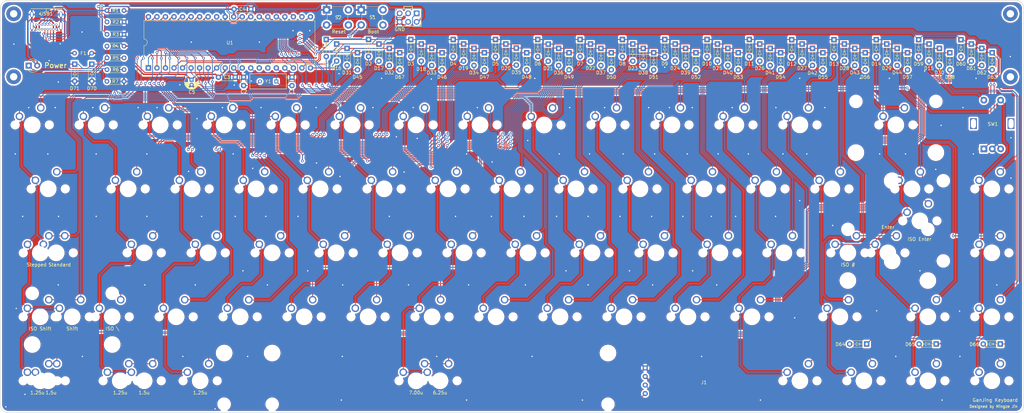
<source format=kicad_pcb>
(kicad_pcb (version 20171130) (host pcbnew "(5.1.7)-1")
  (layers (0 F.Cu signal) (31 B.Cu signal) (34 B.Paste user) (35 F.Paste user) (36 B.SilkS user) (37 F.SilkS user) (38 B.Mask user) (39 F.Mask user) (44 Edge.Cuts user))
  (net 0 "")
  (net 1 GND)
  (net 2 "Net-(C1-Pad1)")
  (net 3 "Net-(C2-Pad1)")
  (net 4 +5V)
  (net 5 "Net-(D1-Pad2)")
  (net 6 row0)
  (net 7 "Net-(D2-Pad2)")
  (net 8 "Net-(D3-Pad2)")
  (net 9 "Net-(D4-Pad2)")
  (net 10 "Net-(D5-Pad2)")
  (net 11 "Net-(D6-Pad2)")
  (net 12 "Net-(D7-Pad2)")
  (net 13 "Net-(D8-Pad2)")
  (net 14 "Net-(D9-Pad2)")
  (net 15 "Net-(D10-Pad2)")
  (net 16 "Net-(D11-Pad2)")
  (net 17 "Net-(D12-Pad2)")
  (net 18 "Net-(D13-Pad2)")
  (net 19 "Net-(D14-Pad2)")
  (net 20 SW15B)
  (net 21 "Net-(D16-Pad2)")
  (net 22 row1)
  (net 23 "Net-(D17-Pad2)")
  (net 24 "Net-(D18-Pad2)")
  (net 25 "Net-(D19-Pad2)")
  (net 26 "Net-(D20-Pad2)")
  (net 27 "Net-(D21-Pad2)")
  (net 28 "Net-(D22-Pad2)")
  (net 29 "Net-(D23-Pad2)")
  (net 30 "Net-(D24-Pad2)")
  (net 31 "Net-(D25-Pad2)")
  (net 32 "Net-(D26-Pad2)")
  (net 33 "Net-(D27-Pad2)")
  (net 34 "Net-(D28-Pad2)")
  (net 35 "Net-(D29-Pad2)")
  (net 36 "Net-(D30-Pad2)")
  (net 37 "Net-(D31-Pad2)")
  (net 38 row2)
  (net 39 "Net-(D32-Pad2)")
  (net 40 "Net-(D33-Pad2)")
  (net 41 "Net-(D34-Pad2)")
  (net 42 "Net-(D35-Pad2)")
  (net 43 "Net-(D36-Pad2)")
  (net 44 "Net-(D37-Pad2)")
  (net 45 "Net-(D38-Pad2)")
  (net 46 "Net-(D39-Pad2)")
  (net 47 "Net-(D40-Pad2)")
  (net 48 "Net-(D41-Pad2)")
  (net 49 "Net-(D42-Pad2)")
  (net 50 "Net-(D43-Pad2)")
  (net 51 "Net-(D44-Pad2)")
  (net 52 "Net-(D45-Pad2)")
  (net 53 row3)
  (net 54 "Net-(D46-Pad2)")
  (net 55 "Net-(D47-Pad2)")
  (net 56 "Net-(D48-Pad2)")
  (net 57 "Net-(D49-Pad2)")
  (net 58 "Net-(D50-Pad2)")
  (net 59 "Net-(D51-Pad2)")
  (net 60 "Net-(D52-Pad2)")
  (net 61 "Net-(D53-Pad2)")
  (net 62 "Net-(D54-Pad2)")
  (net 63 "Net-(D55-Pad2)")
  (net 64 "Net-(D56-Pad2)")
  (net 65 "Net-(D57-Pad2)")
  (net 66 "Net-(D58-Pad2)")
  (net 67 "Net-(D59-Pad2)")
  (net 68 row4)
  (net 69 "Net-(D60-Pad2)")
  (net 70 "Net-(D61-Pad2)")
  (net 71 "Net-(D62-Pad2)")
  (net 72 "Net-(D63-Pad2)")
  (net 73 "Net-(D64-Pad2)")
  (net 74 "Net-(D65-Pad2)")
  (net 75 "Net-(D66-Pad2)")
  (net 76 "Net-(D67-Pad2)")
  (net 77 "Net-(D70-Pad1)")
  (net 78 "Net-(D71-Pad1)")
  (net 79 VCC)
  (net 80 SDA)
  (net 81 SCL)
  (net 82 MISO)
  (net 83 SCK)
  (net 84 MOSI)
  (net 85 Reset)
  (net 86 col0)
  (net 87 col1)
  (net 88 col2)
  (net 89 col3)
  (net 90 col4)
  (net 91 col5)
  (net 92 col6)
  (net 93 col7)
  (net 94 col8)
  (net 95 col9)
  (net 96 col10)
  (net 97 col11)
  (net 98 col12)
  (net 99 col13)
  (net 100 SW15A)
  (net 101 Boot)
  (net 102 D-)
  (net 103 D+)
  (net 104 "Net-(S1-Pad4)")
  (net 105 "Net-(S1-Pad2)")
  (net 106 "Net-(S2-Pad4)")
  (net 107 "Net-(S2-Pad2)")
  (net 108 B2)
  (net 109 B1)
  (net 110 "Net-(U1-Pad15)")
  (net 111 "Net-(U1-Pad32)")
  (net 112 "Net-(USB1-PadA8)")
  (net 113 "Net-(USB1-PadB8)")
  (net 114 "Net-(R2-Pad2)")
  (net 115 "Net-(R3-Pad2)")
  (net 116 "Net-(U1-Pad14)")
  (net 117 "Net-(D68-Pad1)")
  (module Keyboard:MountingHole_2.2mm_M2_Pad (layer F.Cu) (at 63.53125 119.017531)
    (fp_text reference REF2)
    (fp_text value MountingHole_2.2mm_M2_Pad hide)
    (pad 1 thru_hole circle (at 0 0) (size 4.4 4.4) (drill 2.2) (layers *.Cu *.Mask))
  )
  (module Keyboard:MountingHole_2.2mm_M2_Pad (layer F.Cu) (at 63.53125 100.267531)
    (fp_text reference REF1)
    (fp_text value MountingHole_2.2mm_M2_Pad hide)
    (pad 1 thru_hole circle (at 0 0) (size 4.4 4.4) (drill 2.2) (layers *.Cu *.Mask))
  )
  (module Keyboard:MountingHole_2.2mm_M2_Pad (layer F.Cu) (at 360.33125 100.267531)
    (fp_text reference REFl)
    (fp_text value MountingHole_2.2mm_M2_Pad hide)
    (pad 1 thru_hole circle (at 0 0) (size 4.4 4.4) (drill 2.2) (layers *.Cu *.Mask))
  )
  (module Keyboard:MountingHole_2.2mm_M2_Pad (layer F.Cu) (at 360.33125 119.0625)
    (fp_text reference REF6)
    (fp_text value MountingHole_2.2mm_M2_Pad hide)
    (pad 1 thru_hole circle (at 0 0) (size 4.4 4.4) (drill 2.2) (layers *.Cu *.Mask))
  )
  (module MX_Only:MXOnly-1U-NoLED (layer F.Cu) (at 211.93125 152.4)
    (fp_text reference MX23)
    (fp_text value U)
    (pad 2 thru_hole circle (at 2.54 -5.08) (size 2.25 2.25) (drill 1.47) (layers *.Cu *.Mask) (net 29 "Net-(D23-Pad2)"))
    (pad "" np_thru_hole circle (at 0 0) (size 3.9878 3.9878) (drill 3.9878) (layers *.Cu *.Mask))
    (pad 1 thru_hole circle (at -3.81 -2.54) (size 2.25 2.25) (drill 1.47) (layers *.Cu *.Mask) (net 93 col7))
    (pad "" np_thru_hole circle (at -5.08 0 48.0996) (size 1.75 1.75) (drill 1.75) (layers *.Cu *.Mask))
    (pad "" np_thru_hole circle (at 5.08 0 48.0996) (size 1.75 1.75) (drill 1.75) (layers *.Cu *.Mask))
  )
  (module "Logo:GanJing logo" (layer F.Cu) (at 348.5 102.2)
    (fp_text reference L1 hide)
    (fp_text value LOGO hide)
  )
  (module Keyboard:D_DO-35_SOD27_P5.08mm_Horizontal (layer F.Cu) (at 156.6 106.65 270)
    (fp_text reference D1 (at 8.5 0) (layer F.SilkS))
    (fp_text value D hide)
    (pad 2 thru_hole oval (at 6.35 0 270) (size 1.6 1.6) (drill 0.8) (layers *.Cu *.Mask) (net 5 "Net-(D1-Pad2)"))
    (pad 1 thru_hole rect (at 1.27 0 270) (size 1.6 1.6) (drill 0.8) (layers *.Cu *.Mask) (net 6 row0))
  )
  (module Keyboard:D_DO-35_SOD27_P5.08mm_Horizontal (layer F.Cu) (at 169.2 106.65 270)
    (fp_text reference D2 (at 8.5 0 180) (layer F.SilkS))
    (fp_text value D hide)
    (pad 2 thru_hole oval (at 6.35 0 270) (size 1.6 1.6) (drill 0.8) (layers *.Cu *.Mask) (net 7 "Net-(D2-Pad2)"))
    (pad 1 thru_hole rect (at 1.27 0 270) (size 1.6 1.6) (drill 0.8) (layers *.Cu *.Mask) (net 6 row0))
  )
  (module Keyboard:D_DO-35_SOD27_P5.08mm_Horizontal (layer F.Cu) (at 181.8 106.65 270)
    (fp_text reference D3 (at 8.5 0 180) (layer F.SilkS))
    (fp_text value D hide)
    (pad 2 thru_hole oval (at 6.35 0 270) (size 1.6 1.6) (drill 0.8) (layers *.Cu *.Mask) (net 8 "Net-(D3-Pad2)"))
    (pad 1 thru_hole rect (at 1.27 0 270) (size 1.6 1.6) (drill 0.8) (layers *.Cu *.Mask) (net 6 row0))
  )
  (module Keyboard:D_DO-35_SOD27_P5.08mm_Horizontal (layer F.Cu) (at 194.4 106.65 270)
    (fp_text reference D4 (at 8.5 0) (layer F.SilkS))
    (fp_text value D hide)
    (pad 2 thru_hole oval (at 6.35 0 270) (size 1.6 1.6) (drill 0.8) (layers *.Cu *.Mask) (net 9 "Net-(D4-Pad2)"))
    (pad 1 thru_hole rect (at 1.27 0 270) (size 1.6 1.6) (drill 0.8) (layers *.Cu *.Mask) (net 6 row0))
  )
  (module Keyboard:D_DO-35_SOD27_P5.08mm_Horizontal (layer F.Cu) (at 207 106.65 270)
    (fp_text reference D5 (at 8.5 0) (layer F.SilkS))
    (fp_text value D hide)
    (pad 2 thru_hole oval (at 6.35 0 270) (size 1.6 1.6) (drill 0.8) (layers *.Cu *.Mask) (net 10 "Net-(D5-Pad2)"))
    (pad 1 thru_hole rect (at 1.27 0 270) (size 1.6 1.6) (drill 0.8) (layers *.Cu *.Mask) (net 6 row0))
  )
  (module Keyboard:D_DO-35_SOD27_P5.08mm_Horizontal (layer F.Cu) (at 219.6 106.65 270)
    (fp_text reference D6 (at 8.5 0 180) (layer F.SilkS))
    (fp_text value D hide)
    (pad 2 thru_hole oval (at 6.35 0 270) (size 1.6 1.6) (drill 0.8) (layers *.Cu *.Mask) (net 11 "Net-(D6-Pad2)"))
    (pad 1 thru_hole rect (at 1.27 0 270) (size 1.6 1.6) (drill 0.8) (layers *.Cu *.Mask) (net 6 row0))
  )
  (module Keyboard:D_DO-35_SOD27_P5.08mm_Horizontal (layer F.Cu) (at 232.2 106.65 270)
    (fp_text reference D7 (at 8.5 0 180) (layer F.SilkS))
    (fp_text value D hide)
    (pad 2 thru_hole oval (at 6.35 0 270) (size 1.6 1.6) (drill 0.8) (layers *.Cu *.Mask) (net 12 "Net-(D7-Pad2)"))
    (pad 1 thru_hole rect (at 1.27 0 270) (size 1.6 1.6) (drill 0.8) (layers *.Cu *.Mask) (net 6 row0))
  )
  (module Keyboard:D_DO-35_SOD27_P5.08mm_Horizontal (layer F.Cu) (at 244.8 106.65 270)
    (fp_text reference D8 (at 8.5 0 180) (layer F.SilkS))
    (fp_text value D hide)
    (pad 2 thru_hole oval (at 6.35 0 270) (size 1.6 1.6) (drill 0.8) (layers *.Cu *.Mask) (net 13 "Net-(D8-Pad2)"))
    (pad 1 thru_hole rect (at 1.27 0 270) (size 1.6 1.6) (drill 0.8) (layers *.Cu *.Mask) (net 6 row0))
  )
  (module Keyboard:D_DO-35_SOD27_P5.08mm_Horizontal (layer F.Cu) (at 257.4 106.65 270)
    (fp_text reference D9 (at 8.5 0 180) (layer F.SilkS))
    (fp_text value D hide)
    (pad 2 thru_hole oval (at 6.35 0 270) (size 1.6 1.6) (drill 0.8) (layers *.Cu *.Mask) (net 14 "Net-(D9-Pad2)"))
    (pad 1 thru_hole rect (at 1.27 0 270) (size 1.6 1.6) (drill 0.8) (layers *.Cu *.Mask) (net 6 row0))
  )
  (module Keyboard:D_DO-35_SOD27_P5.08mm_Horizontal (layer F.Cu) (at 270 106.65 270)
    (fp_text reference D10 (at 8.5 0 180) (layer F.SilkS))
    (fp_text value D hide)
    (pad 2 thru_hole oval (at 6.35 0 270) (size 1.6 1.6) (drill 0.8) (layers *.Cu *.Mask) (net 15 "Net-(D10-Pad2)"))
    (pad 1 thru_hole rect (at 1.27 0 270) (size 1.6 1.6) (drill 0.8) (layers *.Cu *.Mask) (net 6 row0))
  )
  (module Keyboard:D_DO-35_SOD27_P5.08mm_Horizontal (layer F.Cu) (at 282.6 106.65 270)
    (fp_text reference D11 (at 8.5 0 180) (layer F.SilkS))
    (fp_text value D hide)
    (pad 2 thru_hole oval (at 6.35 0 270) (size 1.6 1.6) (drill 0.8) (layers *.Cu *.Mask) (net 16 "Net-(D11-Pad2)"))
    (pad 1 thru_hole rect (at 1.27 0 270) (size 1.6 1.6) (drill 0.8) (layers *.Cu *.Mask) (net 6 row0))
  )
  (module Keyboard:D_DO-35_SOD27_P5.08mm_Horizontal (layer F.Cu) (at 295.2 106.7 270)
    (fp_text reference D12 (at 8.5 0 180) (layer F.SilkS))
    (fp_text value D hide)
    (pad 2 thru_hole oval (at 6.35 0 270) (size 1.6 1.6) (drill 0.8) (layers *.Cu *.Mask) (net 17 "Net-(D12-Pad2)"))
    (pad 1 thru_hole rect (at 1.27 0 270) (size 1.6 1.6) (drill 0.8) (layers *.Cu *.Mask) (net 6 row0))
  )
  (module Keyboard:D_DO-35_SOD27_P5.08mm_Horizontal (layer F.Cu) (at 307.8 106.7 270)
    (fp_text reference D13 (at 8.5 0 180) (layer F.SilkS))
    (fp_text value D hide)
    (pad 2 thru_hole oval (at 6.35 0 270) (size 1.6 1.6) (drill 0.8) (layers *.Cu *.Mask) (net 18 "Net-(D13-Pad2)"))
    (pad 1 thru_hole rect (at 1.27 0 270) (size 1.6 1.6) (drill 0.8) (layers *.Cu *.Mask) (net 6 row0))
  )
  (module Keyboard:D_DO-35_SOD27_P5.08mm_Horizontal (layer F.Cu) (at 320.4 106.7 270)
    (fp_text reference D14 (at 8.5 0 180) (layer F.SilkS))
    (fp_text value D hide)
    (pad 2 thru_hole oval (at 6.35 0 270) (size 1.6 1.6) (drill 0.8) (layers *.Cu *.Mask) (net 19 "Net-(D14-Pad2)"))
    (pad 1 thru_hole rect (at 1.27 0 270) (size 1.6 1.6) (drill 0.8) (layers *.Cu *.Mask) (net 6 row0))
  )
  (module Keyboard:D_DO-35_SOD27_P5.08mm_Horizontal (layer F.Cu) (at 336.1 108 270)
    (fp_text reference D15 (at 8.5 0 180) (layer F.SilkS))
    (fp_text value D hide)
    (pad 2 thru_hole oval (at 6.35 0 270) (size 1.6 1.6) (drill 0.8) (layers *.Cu *.Mask) (net 20 SW15B))
    (pad 1 thru_hole rect (at 1.27 0 270) (size 1.6 1.6) (drill 0.8) (layers *.Cu *.Mask) (net 6 row0))
  )
  (module Keyboard:D_DO-35_SOD27_P5.08mm_Horizontal (layer F.Cu) (at 159.7 108 270)
    (fp_text reference D16 (at 8.5 0 180) (layer F.SilkS))
    (fp_text value D hide)
    (pad 2 thru_hole oval (at 6.35 0 270) (size 1.6 1.6) (drill 0.8) (layers *.Cu *.Mask) (net 21 "Net-(D16-Pad2)"))
    (pad 1 thru_hole rect (at 1.27 0 270) (size 1.6 1.6) (drill 0.8) (layers *.Cu *.Mask) (net 22 row1))
  )
  (module Keyboard:D_DO-35_SOD27_P5.08mm_Horizontal (layer F.Cu) (at 172.3 108 270)
    (fp_text reference D17 (at 8.5 0 180) (layer F.SilkS))
    (fp_text value D hide)
    (pad 2 thru_hole oval (at 6.35 0 270) (size 1.6 1.6) (drill 0.8) (layers *.Cu *.Mask) (net 23 "Net-(D17-Pad2)"))
    (pad 1 thru_hole rect (at 1.27 0 270) (size 1.6 1.6) (drill 0.8) (layers *.Cu *.Mask) (net 22 row1))
  )
  (module Keyboard:D_DO-35_SOD27_P5.08mm_Horizontal (layer F.Cu) (at 184.9 108 270)
    (fp_text reference D18 (at 8.75 0 180) (layer F.SilkS))
    (fp_text value D hide)
    (pad 2 thru_hole oval (at 6.35 0 270) (size 1.6 1.6) (drill 0.8) (layers *.Cu *.Mask) (net 24 "Net-(D18-Pad2)"))
    (pad 1 thru_hole rect (at 1.27 0 270) (size 1.6 1.6) (drill 0.8) (layers *.Cu *.Mask) (net 22 row1))
  )
  (module Keyboard:D_DO-35_SOD27_P5.08mm_Horizontal (layer F.Cu) (at 197.5 108 270)
    (fp_text reference D19 (at 8.5 0 180) (layer F.SilkS))
    (fp_text value D hide)
    (pad 2 thru_hole oval (at 6.35 0 270) (size 1.6 1.6) (drill 0.8) (layers *.Cu *.Mask) (net 25 "Net-(D19-Pad2)"))
    (pad 1 thru_hole rect (at 1.27 0 270) (size 1.6 1.6) (drill 0.8) (layers *.Cu *.Mask) (net 22 row1))
  )
  (module Keyboard:D_DO-35_SOD27_P5.08mm_Horizontal (layer F.Cu) (at 210.1 108 270)
    (fp_text reference D20 (at 8.5 0 180) (layer F.SilkS))
    (fp_text value D hide)
    (pad 2 thru_hole oval (at 6.35 0 270) (size 1.6 1.6) (drill 0.8) (layers *.Cu *.Mask) (net 26 "Net-(D20-Pad2)"))
    (pad 1 thru_hole rect (at 1.27 0 270) (size 1.6 1.6) (drill 0.8) (layers *.Cu *.Mask) (net 22 row1))
  )
  (module Keyboard:D_DO-35_SOD27_P5.08mm_Horizontal (layer F.Cu) (at 222.7 108.03 270)
    (fp_text reference D21 (at 8.5 0 180) (layer F.SilkS))
    (fp_text value D hide)
    (pad 2 thru_hole oval (at 6.35 0 270) (size 1.6 1.6) (drill 0.8) (layers *.Cu *.Mask) (net 27 "Net-(D21-Pad2)"))
    (pad 1 thru_hole rect (at 1.27 0 270) (size 1.6 1.6) (drill 0.8) (layers *.Cu *.Mask) (net 22 row1))
  )
  (module Keyboard:D_DO-35_SOD27_P5.08mm_Horizontal (layer F.Cu) (at 235.3 108 270)
    (fp_text reference D22 (at 8.5 0 180) (layer F.SilkS))
    (fp_text value D hide)
    (pad 2 thru_hole oval (at 6.35 0 270) (size 1.6 1.6) (drill 0.8) (layers *.Cu *.Mask) (net 28 "Net-(D22-Pad2)"))
    (pad 1 thru_hole rect (at 1.27 0 270) (size 1.6 1.6) (drill 0.8) (layers *.Cu *.Mask) (net 22 row1))
  )
  (module Keyboard:D_DO-35_SOD27_P5.08mm_Horizontal (layer F.Cu) (at 247.9 108 270)
    (fp_text reference D23 (at 8.5 0) (layer F.SilkS))
    (fp_text value D hide)
    (pad 2 thru_hole oval (at 6.35 0 270) (size 1.6 1.6) (drill 0.8) (layers *.Cu *.Mask) (net 29 "Net-(D23-Pad2)"))
    (pad 1 thru_hole rect (at 1.27 0 270) (size 1.6 1.6) (drill 0.8) (layers *.Cu *.Mask) (net 22 row1))
  )
  (module Keyboard:D_DO-35_SOD27_P5.08mm_Horizontal (layer F.Cu) (at 260.5 108 270)
    (fp_text reference D24 (at 8.5 0 180) (layer F.SilkS))
    (fp_text value D hide)
    (pad 2 thru_hole oval (at 6.35 0 270) (size 1.6 1.6) (drill 0.8) (layers *.Cu *.Mask) (net 30 "Net-(D24-Pad2)"))
    (pad 1 thru_hole rect (at 1.27 0 270) (size 1.6 1.6) (drill 0.8) (layers *.Cu *.Mask) (net 22 row1))
  )
  (module Keyboard:D_DO-35_SOD27_P5.08mm_Horizontal (layer F.Cu) (at 273.1 108 270)
    (fp_text reference D25 (at 8.5 0 180) (layer F.SilkS))
    (fp_text value D hide)
    (pad 2 thru_hole oval (at 6.35 0 270) (size 1.6 1.6) (drill 0.8) (layers *.Cu *.Mask) (net 31 "Net-(D25-Pad2)"))
    (pad 1 thru_hole rect (at 1.27 0 270) (size 1.6 1.6) (drill 0.8) (layers *.Cu *.Mask) (net 22 row1))
  )
  (module Keyboard:D_DO-35_SOD27_P5.08mm_Horizontal (layer F.Cu) (at 285.7 108 270)
    (fp_text reference D26 (at 8.5 0 180) (layer F.SilkS))
    (fp_text value D hide)
    (pad 2 thru_hole oval (at 6.35 0 270) (size 1.6 1.6) (drill 0.8) (layers *.Cu *.Mask) (net 32 "Net-(D26-Pad2)"))
    (pad 1 thru_hole rect (at 1.27 0 270) (size 1.6 1.6) (drill 0.8) (layers *.Cu *.Mask) (net 22 row1))
  )
  (module Keyboard:D_DO-35_SOD27_P5.08mm_Horizontal (layer F.Cu) (at 298.3 108 270)
    (fp_text reference D27 (at 8.5 0 180) (layer F.SilkS))
    (fp_text value D hide)
    (pad 2 thru_hole oval (at 6.35 0 270) (size 1.6 1.6) (drill 0.8) (layers *.Cu *.Mask) (net 33 "Net-(D27-Pad2)"))
    (pad 1 thru_hole rect (at 1.27 0 270) (size 1.6 1.6) (drill 0.8) (layers *.Cu *.Mask) (net 22 row1))
  )
  (module Keyboard:D_DO-35_SOD27_P5.08mm_Horizontal (layer F.Cu) (at 310.9 108 270)
    (fp_text reference D28 (at 8.5 0 180) (layer F.SilkS))
    (fp_text value D hide)
    (pad 2 thru_hole oval (at 6.35 0 270) (size 1.6 1.6) (drill 0.8) (layers *.Cu *.Mask) (net 34 "Net-(D28-Pad2)"))
    (pad 1 thru_hole rect (at 1.27 0 270) (size 1.6 1.6) (drill 0.8) (layers *.Cu *.Mask) (net 22 row1))
  )
  (module Keyboard:D_DO-35_SOD27_P5.08mm_Horizontal (layer F.Cu) (at 323.5 108 270)
    (fp_text reference D29 (at 8.5 0 180) (layer F.SilkS))
    (fp_text value D hide)
    (pad 2 thru_hole oval (at 6.35 0 270) (size 1.6 1.6) (drill 0.8) (layers *.Cu *.Mask) (net 35 "Net-(D29-Pad2)"))
    (pad 1 thru_hole rect (at 1.27 0 270) (size 1.6 1.6) (drill 0.8) (layers *.Cu *.Mask) (net 22 row1))
  )
  (module Keyboard:D_DO-35_SOD27_P5.08mm_Horizontal (layer F.Cu) (at 339.2 109.3 270)
    (fp_text reference D30 (at 8.5 0 180) (layer F.SilkS))
    (fp_text value D hide)
    (pad 2 thru_hole oval (at 6.35 0 270) (size 1.6 1.6) (drill 0.8) (layers *.Cu *.Mask) (net 36 "Net-(D30-Pad2)"))
    (pad 1 thru_hole rect (at 1.27 0 270) (size 1.6 1.6) (drill 0.8) (layers *.Cu *.Mask) (net 22 row1))
  )
  (module Keyboard:D_DO-35_SOD27_P5.08mm_Horizontal (layer F.Cu) (at 162.8 109.3 270)
    (fp_text reference D31 (at 8.5 0 180) (layer F.SilkS))
    (fp_text value D hide)
    (pad 2 thru_hole oval (at 6.35 0 270) (size 1.6 1.6) (drill 0.8) (layers *.Cu *.Mask) (net 37 "Net-(D31-Pad2)"))
    (pad 1 thru_hole rect (at 1.27 0 270) (size 1.6 1.6) (drill 0.8) (layers *.Cu *.Mask) (net 38 row2))
  )
  (module Keyboard:D_DO-35_SOD27_P5.08mm_Horizontal (layer F.Cu) (at 175.4 109.3 270)
    (fp_text reference D32 (at 8.5 0 180) (layer F.SilkS))
    (fp_text value D hide)
    (pad 2 thru_hole oval (at 6.35 0 270) (size 1.6 1.6) (drill 0.8) (layers *.Cu *.Mask) (net 39 "Net-(D32-Pad2)"))
    (pad 1 thru_hole rect (at 1.27 0 270) (size 1.6 1.6) (drill 0.8) (layers *.Cu *.Mask) (net 38 row2))
  )
  (module Keyboard:D_DO-35_SOD27_P5.08mm_Horizontal (layer F.Cu) (at 188 109.3 270)
    (fp_text reference D33 (at 8.5 0) (layer F.SilkS))
    (fp_text value D hide)
    (pad 2 thru_hole oval (at 6.35 0 270) (size 1.6 1.6) (drill 0.8) (layers *.Cu *.Mask) (net 40 "Net-(D33-Pad2)"))
    (pad 1 thru_hole rect (at 1.27 0 270) (size 1.6 1.6) (drill 0.8) (layers *.Cu *.Mask) (net 38 row2))
  )
  (module Keyboard:D_DO-35_SOD27_P5.08mm_Horizontal (layer F.Cu) (at 200.6 109.3 270)
    (fp_text reference D34 (at 8.5 0) (layer F.SilkS))
    (fp_text value D hide)
    (pad 2 thru_hole oval (at 6.35 0 270) (size 1.6 1.6) (drill 0.8) (layers *.Cu *.Mask) (net 41 "Net-(D34-Pad2)"))
    (pad 1 thru_hole rect (at 1.27 0 270) (size 1.6 1.6) (drill 0.8) (layers *.Cu *.Mask) (net 38 row2))
  )
  (module Keyboard:D_DO-35_SOD27_P5.08mm_Horizontal (layer F.Cu) (at 213.2 109.2 270)
    (fp_text reference D35 (at 8.52 0) (layer F.SilkS))
    (fp_text value D hide)
    (pad 2 thru_hole oval (at 6.35 0 270) (size 1.6 1.6) (drill 0.8) (layers *.Cu *.Mask) (net 42 "Net-(D35-Pad2)"))
    (pad 1 thru_hole rect (at 1.27 0 270) (size 1.6 1.6) (drill 0.8) (layers *.Cu *.Mask) (net 38 row2))
  )
  (module Keyboard:D_DO-35_SOD27_P5.08mm_Horizontal (layer F.Cu) (at 225.8 109.3 270)
    (fp_text reference D36 (at 8.5 0 180) (layer F.SilkS))
    (fp_text value D hide)
    (pad 2 thru_hole oval (at 6.35 0 270) (size 1.6 1.6) (drill 0.8) (layers *.Cu *.Mask) (net 43 "Net-(D36-Pad2)"))
    (pad 1 thru_hole rect (at 1.27 0 270) (size 1.6 1.6) (drill 0.8) (layers *.Cu *.Mask) (net 38 row2))
  )
  (module Keyboard:D_DO-35_SOD27_P5.08mm_Horizontal (layer F.Cu) (at 238.4 109.3 270)
    (fp_text reference D37 (at 8.5 0 180) (layer F.SilkS))
    (fp_text value D hide)
    (pad 2 thru_hole oval (at 6.35 0 270) (size 1.6 1.6) (drill 0.8) (layers *.Cu *.Mask) (net 44 "Net-(D37-Pad2)"))
    (pad 1 thru_hole rect (at 1.27 0 270) (size 1.6 1.6) (drill 0.8) (layers *.Cu *.Mask) (net 38 row2))
  )
  (module Keyboard:D_DO-35_SOD27_P5.08mm_Horizontal (layer F.Cu) (at 251 109.3 270)
    (fp_text reference D38 (at 8.5 0 180) (layer F.SilkS))
    (fp_text value D hide)
    (pad 2 thru_hole oval (at 6.35 0 270) (size 1.6 1.6) (drill 0.8) (layers *.Cu *.Mask) (net 45 "Net-(D38-Pad2)"))
    (pad 1 thru_hole rect (at 1.27 0 270) (size 1.6 1.6) (drill 0.8) (layers *.Cu *.Mask) (net 38 row2))
  )
  (module Keyboard:D_DO-35_SOD27_P5.08mm_Horizontal (layer F.Cu) (at 263.6 109.3 270)
    (fp_text reference D39 (at 8.5 0 180) (layer F.SilkS))
    (fp_text value D hide)
    (pad 2 thru_hole oval (at 6.35 0 270) (size 1.6 1.6) (drill 0.8) (layers *.Cu *.Mask) (net 46 "Net-(D39-Pad2)"))
    (pad 1 thru_hole rect (at 1.27 0 270) (size 1.6 1.6) (drill 0.8) (layers *.Cu *.Mask) (net 38 row2))
  )
  (module Keyboard:D_DO-35_SOD27_P5.08mm_Horizontal (layer F.Cu) (at 276.2 109.3 270)
    (fp_text reference D40 (at 8.5 0 180) (layer F.SilkS))
    (fp_text value D hide)
    (pad 2 thru_hole oval (at 6.35 0 270) (size 1.6 1.6) (drill 0.8) (layers *.Cu *.Mask) (net 47 "Net-(D40-Pad2)"))
    (pad 1 thru_hole rect (at 1.27 0 270) (size 1.6 1.6) (drill 0.8) (layers *.Cu *.Mask) (net 38 row2))
  )
  (module Keyboard:D_DO-35_SOD27_P5.08mm_Horizontal (layer F.Cu) (at 288.8 109.3 270)
    (fp_text reference D41 (at 8.5 0 180) (layer F.SilkS))
    (fp_text value D hide)
    (pad 2 thru_hole oval (at 6.35 0 270) (size 1.6 1.6) (drill 0.8) (layers *.Cu *.Mask) (net 48 "Net-(D41-Pad2)"))
    (pad 1 thru_hole rect (at 1.27 0 270) (size 1.6 1.6) (drill 0.8) (layers *.Cu *.Mask) (net 38 row2))
  )
  (module Keyboard:D_DO-35_SOD27_P5.08mm_Horizontal (layer F.Cu) (at 301.4 109.3 270)
    (fp_text reference D42 (at 8.6 0 180) (layer F.SilkS))
    (fp_text value D hide)
    (pad 2 thru_hole oval (at 6.35 0 270) (size 1.6 1.6) (drill 0.8) (layers *.Cu *.Mask) (net 49 "Net-(D42-Pad2)"))
    (pad 1 thru_hole rect (at 1.27 0 270) (size 1.6 1.6) (drill 0.8) (layers *.Cu *.Mask) (net 38 row2))
  )
  (module Keyboard:D_DO-35_SOD27_P5.08mm_Horizontal (layer F.Cu) (at 314 109.3 270)
    (fp_text reference D43 (at 8.5 0) (layer F.SilkS))
    (fp_text value D hide)
    (pad 2 thru_hole oval (at 6.35 0 270) (size 1.6 1.6) (drill 0.8) (layers *.Cu *.Mask) (net 50 "Net-(D43-Pad2)"))
    (pad 1 thru_hole rect (at 1.27 0 270) (size 1.6 1.6) (drill 0.8) (layers *.Cu *.Mask) (net 38 row2))
  )
  (module Keyboard:D_DO-35_SOD27_P5.08mm_Horizontal (layer F.Cu) (at 326.6 109.3 270)
    (fp_text reference D44 (at 8.5 0) (layer F.SilkS))
    (fp_text value D hide)
    (pad 2 thru_hole oval (at 6.35 0 270) (size 1.6 1.6) (drill 0.8) (layers *.Cu *.Mask) (net 51 "Net-(D44-Pad2)"))
    (pad 1 thru_hole rect (at 1.27 0 270) (size 1.6 1.6) (drill 0.8) (layers *.Cu *.Mask) (net 38 row2))
  )
  (module Keyboard:D_DO-35_SOD27_P5.08mm_Horizontal (layer F.Cu) (at 165.9 110.6 270)
    (fp_text reference D45 (at 8.5 0) (layer F.SilkS))
    (fp_text value D hide)
    (pad 2 thru_hole oval (at 6.35 0 270) (size 1.6 1.6) (drill 0.8) (layers *.Cu *.Mask) (net 52 "Net-(D45-Pad2)"))
    (pad 1 thru_hole rect (at 1.27 0 270) (size 1.6 1.6) (drill 0.8) (layers *.Cu *.Mask) (net 53 row3))
  )
  (module Keyboard:D_DO-35_SOD27_P5.08mm_Horizontal (layer F.Cu) (at 191.1 110.63 270)
    (fp_text reference D46 (at 8.5 0 180) (layer F.SilkS))
    (fp_text value D hide)
    (pad 2 thru_hole oval (at 6.35 0 270) (size 1.6 1.6) (drill 0.8) (layers *.Cu *.Mask) (net 54 "Net-(D46-Pad2)"))
    (pad 1 thru_hole rect (at 1.27 0 270) (size 1.6 1.6) (drill 0.8) (layers *.Cu *.Mask) (net 53 row3))
  )
  (module Keyboard:D_DO-35_SOD27_P5.08mm_Horizontal (layer F.Cu) (at 203.7 110.6 270)
    (fp_text reference D47 (at 8.5 0 180) (layer F.SilkS))
    (fp_text value D hide)
    (pad 2 thru_hole oval (at 6.35 0 270) (size 1.6 1.6) (drill 0.8) (layers *.Cu *.Mask) (net 55 "Net-(D47-Pad2)"))
    (pad 1 thru_hole rect (at 1.27 0 270) (size 1.6 1.6) (drill 0.8) (layers *.Cu *.Mask) (net 53 row3))
  )
  (module Keyboard:D_DO-35_SOD27_P5.08mm_Horizontal (layer F.Cu) (at 216.3 110.6 270)
    (fp_text reference D48 (at 8.5 0 180) (layer F.SilkS))
    (fp_text value D hide)
    (pad 2 thru_hole oval (at 6.35 0 270) (size 1.6 1.6) (drill 0.8) (layers *.Cu *.Mask) (net 56 "Net-(D48-Pad2)"))
    (pad 1 thru_hole rect (at 1.27 0 270) (size 1.6 1.6) (drill 0.8) (layers *.Cu *.Mask) (net 53 row3))
  )
  (module Keyboard:D_DO-35_SOD27_P5.08mm_Horizontal (layer F.Cu) (at 228.9 110.6 270)
    (fp_text reference D49 (at 8.5 0 180) (layer F.SilkS))
    (fp_text value D hide)
    (pad 2 thru_hole oval (at 6.35 0 270) (size 1.6 1.6) (drill 0.8) (layers *.Cu *.Mask) (net 57 "Net-(D49-Pad2)"))
    (pad 1 thru_hole rect (at 1.27 0 270) (size 1.6 1.6) (drill 0.8) (layers *.Cu *.Mask) (net 53 row3))
  )
  (module Keyboard:D_DO-35_SOD27_P5.08mm_Horizontal (layer F.Cu) (at 241.5 110.6 270)
    (fp_text reference D50 (at 8.5 0 180) (layer F.SilkS))
    (fp_text value D hide)
    (pad 2 thru_hole oval (at 6.35 0 270) (size 1.6 1.6) (drill 0.8) (layers *.Cu *.Mask) (net 58 "Net-(D50-Pad2)"))
    (pad 1 thru_hole rect (at 1.27 0 270) (size 1.6 1.6) (drill 0.8) (layers *.Cu *.Mask) (net 53 row3))
  )
  (module Keyboard:D_DO-35_SOD27_P5.08mm_Horizontal (layer F.Cu) (at 254.1 110.6 270)
    (fp_text reference D51 (at 8.5 0 180) (layer F.SilkS))
    (fp_text value D hide)
    (pad 2 thru_hole oval (at 6.35 0 270) (size 1.6 1.6) (drill 0.8) (layers *.Cu *.Mask) (net 59 "Net-(D51-Pad2)"))
    (pad 1 thru_hole rect (at 1.27 0 270) (size 1.6 1.6) (drill 0.8) (layers *.Cu *.Mask) (net 53 row3))
  )
  (module Keyboard:D_DO-35_SOD27_P5.08mm_Horizontal (layer F.Cu) (at 266.7 110.6 270)
    (fp_text reference D52 (at 8.5 0) (layer F.SilkS))
    (fp_text value D hide)
    (pad 2 thru_hole oval (at 6.35 0 270) (size 1.6 1.6) (drill 0.8) (layers *.Cu *.Mask) (net 60 "Net-(D52-Pad2)"))
    (pad 1 thru_hole rect (at 1.27 0 270) (size 1.6 1.6) (drill 0.8) (layers *.Cu *.Mask) (net 53 row3))
  )
  (module Keyboard:D_DO-35_SOD27_P5.08mm_Horizontal (layer F.Cu) (at 279.3 110.6 270)
    (fp_text reference D53 (at 8.5 0 180) (layer F.SilkS))
    (fp_text value D hide)
    (pad 2 thru_hole oval (at 6.35 0 270) (size 1.6 1.6) (drill 0.8) (layers *.Cu *.Mask) (net 61 "Net-(D53-Pad2)"))
    (pad 1 thru_hole rect (at 1.27 0 270) (size 1.6 1.6) (drill 0.8) (layers *.Cu *.Mask) (net 53 row3))
  )
  (module Keyboard:D_DO-35_SOD27_P5.08mm_Horizontal (layer F.Cu) (at 291.9 110.6 270)
    (fp_text reference D54 (at 8.5 0 180) (layer F.SilkS))
    (fp_text value D hide)
    (pad 2 thru_hole oval (at 6.35 0 270) (size 1.6 1.6) (drill 0.8) (layers *.Cu *.Mask) (net 62 "Net-(D54-Pad2)"))
    (pad 1 thru_hole rect (at 1.27 0 270) (size 1.6 1.6) (drill 0.8) (layers *.Cu *.Mask) (net 53 row3))
  )
  (module Keyboard:D_DO-35_SOD27_P5.08mm_Horizontal (layer F.Cu) (at 304.5 110.6 270)
    (fp_text reference D55 (at 8.5 0) (layer F.SilkS))
    (fp_text value D hide)
    (pad 2 thru_hole oval (at 6.35 0 270) (size 1.6 1.6) (drill 0.8) (layers *.Cu *.Mask) (net 63 "Net-(D55-Pad2)"))
    (pad 1 thru_hole rect (at 1.27 0 270) (size 1.6 1.6) (drill 0.8) (layers *.Cu *.Mask) (net 53 row3))
  )
  (module Keyboard:D_DO-35_SOD27_P5.08mm_Horizontal (layer F.Cu) (at 317.1 110.6 270)
    (fp_text reference D56 (at 8.5 0 180) (layer F.SilkS))
    (fp_text value D hide)
    (pad 2 thru_hole oval (at 6.35 0 270) (size 1.6 1.6) (drill 0.8) (layers *.Cu *.Mask) (net 64 "Net-(D56-Pad2)"))
    (pad 1 thru_hole rect (at 1.27 0 270) (size 1.6 1.6) (drill 0.8) (layers *.Cu *.Mask) (net 53 row3))
  )
  (module Keyboard:D_DO-35_SOD27_P5.08mm_Horizontal (layer F.Cu) (at 329.7 110.6 270)
    (fp_text reference D57 (at 8.5 0 180) (layer F.SilkS))
    (fp_text value D hide)
    (pad 2 thru_hole oval (at 6.35 0 270) (size 1.6 1.6) (drill 0.8) (layers *.Cu *.Mask) (net 65 "Net-(D57-Pad2)"))
    (pad 1 thru_hole rect (at 1.27 0 270) (size 1.6 1.6) (drill 0.8) (layers *.Cu *.Mask) (net 53 row3))
  )
  (module Keyboard:D_DO-35_SOD27_P5.08mm_Horizontal (layer F.Cu) (at 342.3 110.6 270)
    (fp_text reference D58 (at 8.5 0) (layer F.SilkS))
    (fp_text value D hide)
    (pad 2 thru_hole oval (at 6.35 0 270) (size 1.6 1.6) (drill 0.8) (layers *.Cu *.Mask) (net 66 "Net-(D58-Pad2)"))
    (pad 1 thru_hole rect (at 1.27 0 270) (size 1.6 1.6) (drill 0.8) (layers *.Cu *.Mask) (net 53 row3))
  )
  (module Keyboard:D_DO-35_SOD27_P5.08mm_Horizontal (layer F.Cu) (at 333 106.7 270)
    (fp_text reference D59 (at 8.5 0 180) (layer F.SilkS))
    (fp_text value D hide)
    (pad 2 thru_hole oval (at 6.35 0 270) (size 1.6 1.6) (drill 0.8) (layers *.Cu *.Mask) (net 67 "Net-(D59-Pad2)"))
    (pad 1 thru_hole rect (at 1.27 0 270) (size 1.6 1.6) (drill 0.8) (layers *.Cu *.Mask) (net 68 row4))
  )
  (module Keyboard:D_DO-35_SOD27_P5.08mm_Horizontal (layer F.Cu) (at 345.6 106.7 270)
    (fp_text reference D60 (at 8.5 0) (layer F.SilkS))
    (fp_text value D hide)
    (pad 2 thru_hole oval (at 6.35 0 270) (size 1.6 1.6) (drill 0.8) (layers *.Cu *.Mask) (net 69 "Net-(D60-Pad2)"))
    (pad 1 thru_hole rect (at 1.27 0 270) (size 1.6 1.6) (drill 0.8) (layers *.Cu *.Mask) (net 68 row4))
  )
  (module Keyboard:D_DO-35_SOD27_P5.08mm_Horizontal (layer F.Cu) (at 348.7 108 270)
    (fp_text reference D61 (at 8.5 0 180) (layer F.SilkS))
    (fp_text value D hide)
    (pad 2 thru_hole oval (at 6.35 0 270) (size 1.6 1.6) (drill 0.8) (layers *.Cu *.Mask) (net 70 "Net-(D61-Pad2)"))
    (pad 1 thru_hole rect (at 1.27 0 270) (size 1.6 1.6) (drill 0.8) (layers *.Cu *.Mask) (net 68 row4))
  )
  (module Keyboard:D_DO-35_SOD27_P5.08mm_Horizontal (layer F.Cu) (at 351.8 109.3 270)
    (fp_text reference D62 (at 8.5 0 180) (layer F.SilkS))
    (fp_text value D hide)
    (pad 2 thru_hole oval (at 6.35 0 270) (size 1.6 1.6) (drill 0.8) (layers *.Cu *.Mask) (net 71 "Net-(D62-Pad2)"))
    (pad 1 thru_hole rect (at 1.27 0 270) (size 1.6 1.6) (drill 0.8) (layers *.Cu *.Mask) (net 68 row4))
  )
  (module Keyboard:D_DO-35_SOD27_P5.08mm_Horizontal (layer F.Cu) (at 354.9 110.6 270)
    (fp_text reference D63 (at 8.5 0 180) (layer F.SilkS))
    (fp_text value D hide)
    (pad 2 thru_hole oval (at 6.35 0 270) (size 1.6 1.6) (drill 0.8) (layers *.Cu *.Mask) (net 72 "Net-(D63-Pad2)"))
    (pad 1 thru_hole rect (at 1.27 0 270) (size 1.6 1.6) (drill 0.8) (layers *.Cu *.Mask) (net 68 row4))
  )
  (module Keyboard:D_DO-35_SOD27_P5.08mm_Horizontal (layer F.Cu) (at 318.8 198.6 180)
    (fp_text reference D64 (at 9.1 -0.1) (layer F.SilkS))
    (fp_text value D hide)
    (pad 2 thru_hole oval (at 6.35 0 180) (size 1.6 1.6) (drill 0.8) (layers *.Cu *.Mask) (net 73 "Net-(D64-Pad2)"))
    (pad 1 thru_hole rect (at 1.27 0 180) (size 1.6 1.6) (drill 0.8) (layers *.Cu *.Mask) (net 68 row4))
  )
  (module Keyboard:D_DO-35_SOD27_P5.08mm_Horizontal (layer F.Cu) (at 339.5 198.6 180)
    (fp_text reference D65 (at 9 -0.1) (layer F.SilkS))
    (fp_text value D hide)
    (pad 2 thru_hole oval (at 6.35 0 180) (size 1.6 1.6) (drill 0.8) (layers *.Cu *.Mask) (net 74 "Net-(D65-Pad2)"))
    (pad 1 thru_hole rect (at 1.27 0 180) (size 1.6 1.6) (drill 0.8) (layers *.Cu *.Mask) (net 68 row4))
  )
  (module Keyboard:D_DO-35_SOD27_P5.08mm_Horizontal (layer F.Cu) (at 358.6 198.6 180)
    (fp_text reference D66 (at 9 -0.1 180) (layer F.SilkS))
    (fp_text value D hide)
    (pad 2 thru_hole oval (at 6.35 0 180) (size 1.6 1.6) (drill 0.8) (layers *.Cu *.Mask) (net 75 "Net-(D66-Pad2)"))
    (pad 1 thru_hole rect (at 1.27 0 180) (size 1.6 1.6) (drill 0.8) (layers *.Cu *.Mask) (net 68 row4))
  )
  (module Keyboard:D_DO-35_SOD27_P5.08mm_Horizontal (layer F.Cu) (at 178.5 110.6 270)
    (fp_text reference D67 (at 8.5 0 180) (layer F.SilkS))
    (fp_text value D hide)
    (pad 2 thru_hole oval (at 6.35 0 270) (size 1.6 1.6) (drill 0.8) (layers *.Cu *.Mask) (net 76 "Net-(D67-Pad2)"))
    (pad 1 thru_hole rect (at 1.27 0 270) (size 1.6 1.6) (drill 0.8) (layers *.Cu *.Mask) (net 53 row3))
  )
  (module Keyboard:D_DO-35_SOD27_P5.08mm_Horizontal (layer F.Cu) (at 86.8 114 270)
    (fp_text reference D70 (at 8.5 0) (layer F.SilkS))
    (fp_text value 3.6V hide)
    (pad 2 thru_hole oval (at 6.35 0 270) (size 1.6 1.6) (drill 0.8) (layers *.Cu *.Mask) (net 1 GND))
    (pad 1 thru_hole rect (at 1.27 0 270) (size 1.6 1.6) (drill 0.8) (layers *.Cu *.Mask) (net 77 "Net-(D70-Pad1)"))
  )
  (module Keyboard:D_DO-35_SOD27_P5.08mm_Horizontal (layer F.Cu) (at 81.7 114 270)
    (fp_text reference D71 (at 8.5 0 180) (layer F.SilkS))
    (fp_text value 3.6V hide)
    (pad 2 thru_hole oval (at 6.35 0 270) (size 1.6 1.6) (drill 0.8) (layers *.Cu *.Mask) (net 1 GND))
    (pad 1 thru_hole rect (at 1.27 0 270) (size 1.6 1.6) (drill 0.8) (layers *.Cu *.Mask) (net 78 "Net-(D71-Pad1)"))
  )
  (module MX_Only:MXOnly-6.25U-ReversedStabilizers-NoLED (layer F.Cu) (at 190.5 209.55)
    (fp_text reference MX62)
    (fp_text value 6.25u (at 0 3.556) (layer F.SilkS))
    (pad 2 thru_hole circle (at 2.54 -5.08) (size 2.25 2.25) (drill 1.47) (layers *.Cu *.Mask) (net 71 "Net-(D62-Pad2)"))
    (pad "" np_thru_hole circle (at 0 0) (size 3.9878 3.9878) (drill 3.9878) (layers *.Cu *.Mask))
    (pad 1 thru_hole circle (at -3.81 -2.54) (size 2.25 2.25) (drill 1.47) (layers *.Cu *.Mask) (net 92 col6))
    (pad "" np_thru_hole circle (at -5.08 0 48.0996) (size 1.75 1.75) (drill 1.75) (layers *.Cu *.Mask))
    (pad "" np_thru_hole circle (at 5.08 0 48.0996) (size 1.75 1.75) (drill 1.75) (layers *.Cu *.Mask))
    (pad "" np_thru_hole circle (at -49.9999 6.985) (size 3.048 3.048) (drill 3.048) (layers *.Cu *.Mask))
    (pad "" np_thru_hole circle (at 49.9999 6.985) (size 3.048 3.048) (drill 3.048) (layers *.Cu *.Mask))
    (pad "" np_thru_hole circle (at -49.9999 -8.255) (size 3.9878 3.9878) (drill 3.9878) (layers *.Cu *.Mask))
    (pad "" np_thru_hole circle (at 49.9999 -8.255) (size 3.9878 3.9878) (drill 3.9878) (layers *.Cu *.Mask))
  )
  (module MX_Only:MXOnly-ISO-ReversedStabilizers-NoLED (layer F.Cu) (at 333.375 161.925)
    (fp_text reference MX68)
    (fp_text value "ISO Enter" (at -0.127 5.461 180) (layer F.SilkS))
    (pad 2 thru_hole circle (at 2.54 -5.08) (size 2.25 2.25) (drill 1.47) (layers *.Cu *.Mask) (net 35 "Net-(D29-Pad2)"))
    (pad "" np_thru_hole circle (at 0 0) (size 3.9878 3.9878) (drill 3.9878) (layers *.Cu *.Mask))
    (pad 1 thru_hole circle (at -3.81 -2.54) (size 2.25 2.25) (drill 1.47) (layers *.Cu *.Mask) (net 99 col13))
    (pad "" np_thru_hole circle (at -5.08 0 48.0996) (size 1.75 1.75) (drill 1.75) (layers *.Cu *.Mask))
    (pad "" np_thru_hole circle (at 5.08 0 48.0996) (size 1.75 1.75) (drill 1.75) (layers *.Cu *.Mask))
    (pad "" np_thru_hole circle (at 6.985 11.938) (size 3.048 3.048) (drill 3.048) (layers *.Cu *.Mask))
    (pad "" np_thru_hole circle (at 6.985 -11.938) (size 3.048 3.048) (drill 3.048) (layers *.Cu *.Mask))
    (pad "" np_thru_hole circle (at -8.255 11.938) (size 3.9878 3.9878) (drill 3.9878) (layers *.Cu *.Mask))
    (pad "" np_thru_hole circle (at -8.255 -11.938) (size 3.9878 3.9878) (drill 3.9878) (layers *.Cu *.Mask))
  )
  (module MX_Only:MXOnly-7U-ReversedStabilizers-NoLED (layer F.Cu) (at 183.35625 209.55)
    (fp_text reference MX74)
    (fp_text value 7.00u (at 0 3.556) (layer F.SilkS))
    (pad 2 thru_hole circle (at 2.54 -5.08) (size 2.25 2.25) (drill 1.47) (layers *.Cu *.Mask) (net 71 "Net-(D62-Pad2)"))
    (pad "" np_thru_hole circle (at 0 0) (size 3.9878 3.9878) (drill 3.9878) (layers *.Cu *.Mask))
    (pad 1 thru_hole circle (at -3.81 -2.54) (size 2.25 2.25) (drill 1.47) (layers *.Cu *.Mask) (net 92 col6))
    (pad "" np_thru_hole circle (at -5.08 0 48.0996) (size 1.75 1.75) (drill 1.75) (layers *.Cu *.Mask))
    (pad "" np_thru_hole circle (at 5.08 0 48.0996) (size 1.75 1.75) (drill 1.75) (layers *.Cu *.Mask))
    (pad "" np_thru_hole circle (at -57.15 6.985) (size 3.048 3.048) (drill 3.048) (layers *.Cu *.Mask))
    (pad "" np_thru_hole circle (at 57.15 6.985) (size 3.048 3.048) (drill 3.048) (layers *.Cu *.Mask))
    (pad "" np_thru_hole circle (at -57.15 -8.255) (size 3.9878 3.9878) (drill 3.9878) (layers *.Cu *.Mask))
    (pad "" np_thru_hole circle (at 57.15 -8.255) (size 3.9878 3.9878) (drill 3.9878) (layers *.Cu *.Mask))
  )
  (module Rotary_Encoder:RotaryEncoder_Alps_EC11E-Switch_Vertical_H20mm (layer F.Cu) (at 352.425 140.49375 90)
    (fp_text reference SW1 (at 7.39775 2.667 180) (layer F.SilkS))
    (fp_text value Rotary_Encoder_Switch)
    (pad A thru_hole rect (at 0 0 90) (size 2 2) (drill 1) (layers *.Cu *.Mask) (net 108 B2))
    (pad C thru_hole circle (at 0 2.5 90) (size 2 2) (drill 1) (layers *.Cu *.Mask) (net 1 GND))
    (pad B thru_hole circle (at 0 5 90) (size 2 2) (drill 1) (layers *.Cu *.Mask) (net 109 B1))
    (pad MP thru_hole rect (at 7.5 -3.1 90) (size 3.2 2) (drill oval 2.8 1.5) (layers *.Cu *.Mask))
    (pad MP thru_hole rect (at 7.5 8.1 90) (size 3.2 2) (drill oval 2.8 1.5) (layers *.Cu *.Mask))
    (pad S2 thru_hole circle (at 14.5 0 90) (size 2 2) (drill 1) (layers *.Cu *.Mask) (net 20 SW15B))
    (pad S1 thru_hole circle (at 14.5 5 90) (size 2 2) (drill 1) (layers *.Cu *.Mask) (net 100 SW15A))
  )
  (module "Keyboard:ssd1306 128x32 oled" (layer F.Cu) (at 269.08125 209.55)
    (fp_text reference J1 (at 0 0.5) (layer F.SilkS))
    (fp_text value Conn_01x04)
    (pad 1 thru_hole circle (at -17.5 3.81) (size 1.524 1.524) (drill 0.762) (layers *.Cu *.Mask) (net 80 SDA))
    (pad 2 thru_hole circle (at -17.5 1.27) (size 1.524 1.524) (drill 0.762) (layers *.Cu *.Mask) (net 81 SCL))
    (pad 3 thru_hole circle (at -17.5 -1.27) (size 1.524 1.524) (drill 0.762) (layers *.Cu *.Mask) (net 79 VCC))
    (pad 4 thru_hole circle (at -17.5 -3.81) (size 1.524 1.524) (drill 0.762) (layers *.Cu *.Mask) (net 1 GND))
  )
  (module GanJing-crystal:CTS-ATS16B-0 (layer F.Cu) (at 139.3 120.4 180)
    (fp_text reference Y1 (at 0 0.018936) (layer F.SilkS))
    (fp_text value Crystal hide)
    (pad 2 thru_hole circle (at 2.44 0 180) (size 1.15 1.15) (drill 0.65) (layers *.Cu) (net 3 "Net-(C2-Pad1)"))
    (pad 1 thru_hole rect (at -2.44 0 180) (size 1.15 1.15) (drill 0.65) (layers *.Cu) (net 2 "Net-(C1-Pad1)"))
  )
  (module MX_Only:MXOnly-2.25U-NoLED (layer F.Cu) (at 323.85 171.45)
    (fp_text reference MX43)
    (fp_text value Enter (at 0 -7.62) (layer F.SilkS))
    (pad 2 thru_hole circle (at 2.54 -5.08) (size 2.25 2.25) (drill 1.47) (layers *.Cu *.Mask) (net 50 "Net-(D43-Pad2)"))
    (pad "" np_thru_hole circle (at 0 0) (size 3.9878 3.9878) (drill 3.9878) (layers *.Cu *.Mask))
    (pad 1 thru_hole circle (at -3.81 -2.54) (size 2.25 2.25) (drill 1.47) (layers *.Cu *.Mask) (net 99 col13))
    (pad "" np_thru_hole circle (at -5.08 0 48.0996) (size 1.75 1.75) (drill 1.75) (layers *.Cu *.Mask))
    (pad "" np_thru_hole circle (at 5.08 0 48.0996) (size 1.75 1.75) (drill 1.75) (layers *.Cu *.Mask))
    (pad "" np_thru_hole circle (at -11.90625 -6.985) (size 3.048 3.048) (drill 3.048) (layers *.Cu *.Mask))
    (pad "" np_thru_hole circle (at 11.90625 -6.985) (size 3.048 3.048) (drill 3.048) (layers *.Cu *.Mask))
    (pad "" np_thru_hole circle (at -11.90625 8.255) (size 3.9878 3.9878) (drill 3.9878) (layers *.Cu *.Mask))
    (pad "" np_thru_hole circle (at 11.90625 8.255) (size 3.9878 3.9878) (drill 3.9878) (layers *.Cu *.Mask))
  )
  (module MX_Only:MXOnly-2U-NoLED (layer F.Cu) (at 326.23125 133.35)
    (fp_text reference MX14)
    (fp_text value Backspace)
    (pad 2 thru_hole circle (at 2.54 -5.08) (size 2.25 2.25) (drill 1.47) (layers *.Cu *.Mask) (net 19 "Net-(D14-Pad2)"))
    (pad "" np_thru_hole circle (at 0 0) (size 3.9878 3.9878) (drill 3.9878) (layers *.Cu *.Mask))
    (pad 1 thru_hole circle (at -3.81 -2.54) (size 2.25 2.25) (drill 1.47) (layers *.Cu *.Mask) (net 99 col13))
    (pad "" np_thru_hole circle (at -5.08 0 48.0996) (size 1.75 1.75) (drill 1.75) (layers *.Cu *.Mask))
    (pad "" np_thru_hole circle (at 5.08 0 48.0996) (size 1.75 1.75) (drill 1.75) (layers *.Cu *.Mask))
    (pad "" np_thru_hole circle (at -11.90625 -6.985) (size 3.048 3.048) (drill 3.048) (layers *.Cu *.Mask))
    (pad "" np_thru_hole circle (at 11.90625 -6.985) (size 3.048 3.048) (drill 3.048) (layers *.Cu *.Mask))
    (pad "" np_thru_hole circle (at -11.90625 8.255) (size 3.9878 3.9878) (drill 3.9878) (layers *.Cu *.Mask))
    (pad "" np_thru_hole circle (at 11.90625 8.255) (size 3.9878 3.9878) (drill 3.9878) (layers *.Cu *.Mask))
  )
  (module MX_Only:MXOnly-2.25U-NoLED (layer F.Cu) (at 80.9625 190.5)
    (fp_text reference MX45)
    (fp_text value Shift (at 0 3.556) (layer F.SilkS))
    (pad 2 thru_hole circle (at 2.54 -5.08) (size 2.25 2.25) (drill 1.47) (layers *.Cu *.Mask) (net 52 "Net-(D45-Pad2)"))
    (pad "" np_thru_hole circle (at 0 0) (size 3.9878 3.9878) (drill 3.9878) (layers *.Cu *.Mask))
    (pad 1 thru_hole circle (at -3.81 -2.54) (size 2.25 2.25) (drill 1.47) (layers *.Cu *.Mask) (net 86 col0))
    (pad "" np_thru_hole circle (at -5.08 0 48.0996) (size 1.75 1.75) (drill 1.75) (layers *.Cu *.Mask))
    (pad "" np_thru_hole circle (at 5.08 0 48.0996) (size 1.75 1.75) (drill 1.75) (layers *.Cu *.Mask))
    (pad "" np_thru_hole circle (at -11.90625 -6.985) (size 3.048 3.048) (drill 3.048) (layers *.Cu *.Mask))
    (pad "" np_thru_hole circle (at 11.90625 -6.985) (size 3.048 3.048) (drill 3.048) (layers *.Cu *.Mask))
    (pad "" np_thru_hole circle (at -11.90625 8.255) (size 3.9878 3.9878) (drill 3.9878) (layers *.Cu *.Mask))
    (pad "" np_thru_hole circle (at 11.90625 8.255) (size 3.9878 3.9878) (drill 3.9878) (layers *.Cu *.Mask))
  )
  (module MX_Only:MXOnly-1.75U-Stepped-NoLED (layer F.Cu) (at 76.2 171.45)
    (fp_text reference MX69)
    (fp_text value Stepped (at -5.842 3.556) (layer F.SilkS))
    (pad "" np_thru_hole circle (at -4.737 0.0254) (size 3.9878 3.9878) (drill 3.9878) (layers *.Cu *.Mask))
    (pad "" np_thru_hole circle (at -9.817 0.0254 48.0996) (size 1.75 1.75) (drill 1.75) (layers *.Cu *.Mask))
    (pad "" np_thru_hole circle (at 0.343 0.0254 48.0996) (size 1.75 1.75) (drill 1.75) (layers *.Cu *.Mask))
    (pad 1 thru_hole circle (at -8.547 -2.5146) (size 2.25 2.25) (drill 1.47) (layers *.Cu *.Mask) (net 86 col0))
    (pad 2 thru_hole circle (at -2.197 -5.0546) (size 2.25 2.25) (drill 1.47) (layers *.Cu *.Mask) (net 37 "Net-(D31-Pad2)"))
  )
  (module MX_Only:MXOnly-1.5U-NoLED (layer F.Cu) (at 330.99375 152.4)
    (fp_text reference MX29)
    (fp_text value \)
    (pad 2 thru_hole circle (at 2.54 -5.08) (size 2.25 2.25) (drill 1.47) (layers *.Cu *.Mask) (net 35 "Net-(D29-Pad2)"))
    (pad "" np_thru_hole circle (at 0 0) (size 3.9878 3.9878) (drill 3.9878) (layers *.Cu *.Mask))
    (pad 1 thru_hole circle (at -3.81 -2.54) (size 2.25 2.25) (drill 1.47) (layers *.Cu *.Mask) (net 99 col13))
    (pad "" np_thru_hole circle (at -5.08 0 48.0996) (size 1.75 1.75) (drill 1.75) (layers *.Cu *.Mask))
    (pad "" np_thru_hole circle (at 5.08 0 48.0996) (size 1.75 1.75) (drill 1.75) (layers *.Cu *.Mask))
  )
  (module MX_Only:MXOnly-1U-NoLED (layer F.Cu) (at 140.49375 171.45)
    (fp_text reference MX34)
    (fp_text value D)
    (pad 2 thru_hole circle (at 2.54 -5.08) (size 2.25 2.25) (drill 1.47) (layers *.Cu *.Mask) (net 41 "Net-(D34-Pad2)"))
    (pad "" np_thru_hole circle (at 0 0) (size 3.9878 3.9878) (drill 3.9878) (layers *.Cu *.Mask))
    (pad 1 thru_hole circle (at -3.81 -2.54) (size 2.25 2.25) (drill 1.47) (layers *.Cu *.Mask) (net 89 col3))
    (pad "" np_thru_hole circle (at -5.08 0 48.0996) (size 1.75 1.75) (drill 1.75) (layers *.Cu *.Mask))
    (pad "" np_thru_hole circle (at 5.08 0 48.0996) (size 1.75 1.75) (drill 1.75) (layers *.Cu *.Mask))
  )
  (module Type-C:USB_C_GCT_USB4085 (layer F.Cu) (at 73.25 98.75 180)
    (fp_text reference USB1 (at 0 -1.5) (layer F.SilkS))
    (fp_text value USB_C_GCT_USB4085)
    (pad A5 thru_hole circle (at -1.275 -6.1 180) (size 0.65 0.65) (drill 0.4) (layers *.Cu *.Mask) (net 115 "Net-(R3-Pad2)"))
    (pad A1 thru_hole circle (at -2.975 -6.1 180) (size 0.65 0.65) (drill 0.4) (layers *.Cu *.Mask) (net 1 GND))
    (pad A4 thru_hole circle (at -2.125 -6.1 180) (size 0.65 0.65) (drill 0.4) (layers *.Cu *.Mask) (net 79 VCC))
    (pad A6 thru_hole circle (at -0.425 -6.1 180) (size 0.65 0.65) (drill 0.4) (layers *.Cu *.Mask) (net 78 "Net-(D71-Pad1)"))
    (pad A7 thru_hole circle (at 0.425 -6.1 180) (size 0.65 0.65) (drill 0.4) (layers *.Cu *.Mask) (net 77 "Net-(D70-Pad1)"))
    (pad A8 thru_hole circle (at 1.275 -6.1 180) (size 0.65 0.65) (drill 0.4) (layers *.Cu *.Mask) (net 112 "Net-(USB1-PadA8)"))
    (pad A9 thru_hole circle (at 2.125 -6.1 180) (size 0.65 0.65) (drill 0.4) (layers *.Cu *.Mask) (net 79 VCC))
    (pad A12 thru_hole circle (at 2.975 -6.1 180) (size 0.65 0.65) (drill 0.4) (layers *.Cu *.Mask) (net 1 GND))
    (pad B12 thru_hole circle (at -2.975 -4.775 180) (size 0.65 0.65) (drill 0.4) (layers *.Cu *.Mask) (net 1 GND))
    (pad B9 thru_hole circle (at -2.12 -4.775 180) (size 0.65 0.65) (drill 0.4) (layers *.Cu *.Mask) (net 79 VCC))
    (pad B8 thru_hole circle (at -1.27 -4.775 180) (size 0.65 0.65) (drill 0.4) (layers *.Cu *.Mask) (net 113 "Net-(USB1-PadB8)"))
    (pad B7 thru_hole circle (at -0.42 -4.775 180) (size 0.65 0.65) (drill 0.4) (layers *.Cu *.Mask) (net 77 "Net-(D70-Pad1)"))
    (pad B6 thru_hole circle (at 0.43 -4.775 180) (size 0.65 0.65) (drill 0.4) (layers *.Cu *.Mask) (net 78 "Net-(D71-Pad1)"))
    (pad B5 thru_hole circle (at 1.28 -4.775 180) (size 0.65 0.65) (drill 0.4) (layers *.Cu *.Mask) (net 114 "Net-(R2-Pad2)"))
    (pad B4 thru_hole circle (at 2.13 -4.775 180) (size 0.65 0.65) (drill 0.4) (layers *.Cu *.Mask) (net 79 VCC))
    (pad B1 thru_hole circle (at 2.98 -4.775 180) (size 0.65 0.65) (drill 0.4) (layers *.Cu *.Mask) (net 1 GND))
    (pad S1 thru_hole oval (at -4.325 -5.12 180) (size 0.9 2.4) (drill oval 0.6 2.1) (layers *.Cu *.Mask) (net 1 GND))
    (pad S1 thru_hole oval (at 4.325 -5.12 180) (size 0.9 2.4) (drill oval 0.6 2.1) (layers *.Cu *.Mask) (net 1 GND))
    (pad S1 thru_hole oval (at -4.325 -1.74 180) (size 0.9 1.7) (drill oval 0.6 1.4) (layers *.Cu *.Mask) (net 1 GND))
    (pad S1 thru_hole oval (at 4.325 -1.74 180) (size 0.9 1.7) (drill oval 0.6 1.4) (layers *.Cu *.Mask) (net 1 GND))
  )
  (module Package_DIP:DIP-40_W15.24mm (layer F.Cu) (at 103.65 116.4 90)
    (fp_text reference U1 (at 7.5 24.25 180) (layer F.SilkS))
    (fp_text value ATmega32A-PU)
    (pad 40 thru_hole oval (at 15.24 0 90) (size 1.6 1.6) (drill 0.8) (layers *.Cu *.Mask) (net 86 col0))
    (pad 20 thru_hole oval (at 0 48.26 90) (size 1.6 1.6) (drill 0.8) (layers *.Cu *.Mask) (net 53 row3))
    (pad 39 thru_hole oval (at 15.24 2.54 90) (size 1.6 1.6) (drill 0.8) (layers *.Cu *.Mask) (net 87 col1))
    (pad 19 thru_hole oval (at 0 45.72 90) (size 1.6 1.6) (drill 0.8) (layers *.Cu *.Mask) (net 38 row2))
    (pad 38 thru_hole oval (at 15.24 5.08 90) (size 1.6 1.6) (drill 0.8) (layers *.Cu *.Mask) (net 88 col2))
    (pad 18 thru_hole oval (at 0 43.18 90) (size 1.6 1.6) (drill 0.8) (layers *.Cu *.Mask) (net 101 Boot))
    (pad 37 thru_hole oval (at 15.24 7.62 90) (size 1.6 1.6) (drill 0.8) (layers *.Cu *.Mask) (net 89 col3))
    (pad 17 thru_hole oval (at 0 40.64 90) (size 1.6 1.6) (drill 0.8) (layers *.Cu *.Mask) (net 102 D-))
    (pad 36 thru_hole oval (at 15.24 10.16 90) (size 1.6 1.6) (drill 0.8) (layers *.Cu *.Mask) (net 90 col4))
    (pad 16 thru_hole oval (at 0 38.1 90) (size 1.6 1.6) (drill 0.8) (layers *.Cu *.Mask) (net 103 D+))
    (pad 35 thru_hole oval (at 15.24 12.7 90) (size 1.6 1.6) (drill 0.8) (layers *.Cu *.Mask) (net 91 col5))
    (pad 15 thru_hole oval (at 0 35.56 90) (size 1.6 1.6) (drill 0.8) (layers *.Cu *.Mask) (net 110 "Net-(U1-Pad15)"))
    (pad 34 thru_hole oval (at 15.24 15.24 90) (size 1.6 1.6) (drill 0.8) (layers *.Cu *.Mask) (net 92 col6))
    (pad 14 thru_hole oval (at 0 33.02 90) (size 1.6 1.6) (drill 0.8) (layers *.Cu *.Mask) (net 116 "Net-(U1-Pad14)"))
    (pad 33 thru_hole oval (at 15.24 17.78 90) (size 1.6 1.6) (drill 0.8) (layers *.Cu *.Mask) (net 93 col7))
    (pad 13 thru_hole oval (at 0 30.48 90) (size 1.6 1.6) (drill 0.8) (layers *.Cu *.Mask) (net 2 "Net-(C1-Pad1)"))
    (pad 32 thru_hole oval (at 15.24 20.32 90) (size 1.6 1.6) (drill 0.8) (layers *.Cu *.Mask) (net 111 "Net-(U1-Pad32)"))
    (pad 12 thru_hole oval (at 0 27.94 90) (size 1.6 1.6) (drill 0.8) (layers *.Cu *.Mask) (net 3 "Net-(C2-Pad1)"))
    (pad 31 thru_hole oval (at 15.24 22.86 90) (size 1.6 1.6) (drill 0.8) (layers *.Cu *.Mask) (net 1 GND))
    (pad 11 thru_hole oval (at 0 25.4 90) (size 1.6 1.6) (drill 0.8) (layers *.Cu *.Mask) (net 1 GND))
    (pad 30 thru_hole oval (at 15.24 25.4 90) (size 1.6 1.6) (drill 0.8) (layers *.Cu *.Mask) (net 4 +5V))
    (pad 10 thru_hole oval (at 0 22.86 90) (size 1.6 1.6) (drill 0.8) (layers *.Cu *.Mask) (net 4 +5V))
    (pad 29 thru_hole oval (at 15.24 27.94 90) (size 1.6 1.6) (drill 0.8) (layers *.Cu *.Mask) (net 94 col8))
    (pad 9 thru_hole oval (at 0 20.32 90) (size 1.6 1.6) (drill 0.8) (layers *.Cu *.Mask) (net 85 Reset))
    (pad 28 thru_hole oval (at 15.24 30.48 90) (size 1.6 1.6) (drill 0.8) (layers *.Cu *.Mask) (net 95 col9))
    (pad 8 thru_hole oval (at 0 17.78 90) (size 1.6 1.6) (drill 0.8) (layers *.Cu *.Mask) (net 83 SCK))
    (pad 27 thru_hole oval (at 15.24 33.02 90) (size 1.6 1.6) (drill 0.8) (layers *.Cu *.Mask) (net 96 col10))
    (pad 7 thru_hole oval (at 0 15.24 90) (size 1.6 1.6) (drill 0.8) (layers *.Cu *.Mask) (net 84 MOSI))
    (pad 26 thru_hole oval (at 15.24 35.56 90) (size 1.6 1.6) (drill 0.8) (layers *.Cu *.Mask) (net 97 col11))
    (pad 6 thru_hole oval (at 0 12.7 90) (size 1.6 1.6) (drill 0.8) (layers *.Cu *.Mask) (net 82 MISO))
    (pad 25 thru_hole oval (at 15.24 38.1 90) (size 1.6 1.6) (drill 0.8) (layers *.Cu *.Mask) (net 98 col12))
    (pad 5 thru_hole oval (at 0 10.16 90) (size 1.6 1.6) (drill 0.8) (layers *.Cu *.Mask) (net 22 row1))
    (pad 24 thru_hole oval (at 15.24 40.64 90) (size 1.6 1.6) (drill 0.8) (layers *.Cu *.Mask) (net 99 col13))
    (pad 4 thru_hole oval (at 0 7.62 90) (size 1.6 1.6) (drill 0.8) (layers *.Cu *.Mask) (net 6 row0))
    (pad 23 thru_hole oval (at 15.24 43.18 90) (size 1.6 1.6) (drill 0.8) (layers *.Cu *.Mask) (net 80 SDA))
    (pad 3 thru_hole oval (at 0 5.08 90) (size 1.6 1.6) (drill 0.8) (layers *.Cu *.Mask) (net 108 B2))
    (pad 22 thru_hole oval (at 15.24 45.72 90) (size 1.6 1.6) (drill 0.8) (layers *.Cu *.Mask) (net 81 SCL))
    (pad 2 thru_hole oval (at 0 2.54 90) (size 1.6 1.6) (drill 0.8) (layers *.Cu *.Mask) (net 109 B1))
    (pad 21 thru_hole oval (at 15.24 48.26 90) (size 1.6 1.6) (drill 0.8) (layers *.Cu *.Mask) (net 100 SW15A))
    (pad 1 thru_hole rect (at 0 0 90) (size 1.6 1.6) (drill 0.8) (layers *.Cu *.Mask) (net 68 row4))
  )
  (module digikey-footprints:Switch_Tactile_THT_6x6mm (layer F.Cu) (at 156.7 99.1)
    (fp_text reference S2 (at 3.5 2.25) (layer F.SilkS))
    (fp_text value Reset (at 3.6322 6.5) (layer F.SilkS))
    (pad 3 thru_hole circle (at 0 4.5) (size 2.2 2.2) (drill 1.2) (layers *.Cu *.Mask) (net 85 Reset))
    (pad 4 thru_hole circle (at 6.5 4.5) (size 2.2 2.2) (drill 1.2) (layers *.Cu *.Mask) (net 106 "Net-(S2-Pad4)"))
    (pad 2 thru_hole circle (at 6.5 0) (size 2.2 2.2) (drill 1.2) (layers *.Cu *.Mask) (net 107 "Net-(S2-Pad2)"))
    (pad 1 thru_hole rect (at 0 0) (size 2.2 2.2) (drill 1.2) (layers *.Cu *.Mask) (net 1 GND))
  )
  (module digikey-footprints:Switch_Tactile_THT_6x6mm (layer F.Cu) (at 167 99.1)
    (fp_text reference S1 (at 3.424999 2.232499) (layer F.SilkS))
    (fp_text value Boot (at 3.6322 6.482499) (layer F.SilkS))
    (pad 3 thru_hole circle (at 0 4.5) (size 2.2 2.2) (drill 1.2) (layers *.Cu *.Mask) (net 101 Boot))
    (pad 4 thru_hole circle (at 6.5 4.5) (size 2.2 2.2) (drill 1.2) (layers *.Cu *.Mask) (net 104 "Net-(S1-Pad4)"))
    (pad 2 thru_hole circle (at 6.5 0) (size 2.2 2.2) (drill 1.2) (layers *.Cu *.Mask) (net 105 "Net-(S1-Pad2)"))
    (pad 1 thru_hole rect (at 0 0) (size 2.2 2.2) (drill 1.2) (layers *.Cu *.Mask) (net 1 GND))
  )
  (module Resistor_THT:R_Axial_DIN0204_L3.6mm_D1.6mm_P5.08mm_Horizontal (layer F.Cu) (at 96.4 116.9 180)
    (fp_text reference R6 (at 2.5 0) (layer F.SilkS))
    (fp_text value 75)
    (pad 2 thru_hole oval (at 5.08 0 180) (size 1.4 1.4) (drill 0.7) (layers *.Cu *.Mask) (net 78 "Net-(D71-Pad1)"))
    (pad 1 thru_hole circle (at 0 0 180) (size 1.4 1.4) (drill 0.7) (layers *.Cu *.Mask) (net 103 D+))
  )
  (module Resistor_THT:R_Axial_DIN0204_L3.6mm_D1.6mm_P5.08mm_Horizontal (layer F.Cu) (at 96.4 113.4 180)
    (fp_text reference R5 (at 2.5 0) (layer F.SilkS))
    (fp_text value 75)
    (pad 2 thru_hole oval (at 5.08 0 180) (size 1.4 1.4) (drill 0.7) (layers *.Cu *.Mask) (net 77 "Net-(D70-Pad1)"))
    (pad 1 thru_hole circle (at 0 0 180) (size 1.4 1.4) (drill 0.7) (layers *.Cu *.Mask) (net 102 D-))
  )
  (module Resistor_THT:R_Axial_DIN0204_L3.6mm_D1.6mm_P5.08mm_Horizontal (layer F.Cu) (at 96.4 102.7 180)
    (fp_text reference R2 (at 2.5 0) (layer F.SilkS))
    (fp_text value 5.1k)
    (pad 2 thru_hole oval (at 5.08 0 180) (size 1.4 1.4) (drill 0.7) (layers *.Cu *.Mask) (net 114 "Net-(R2-Pad2)"))
    (pad 1 thru_hole circle (at 0 0 180) (size 1.4 1.4) (drill 0.7) (layers *.Cu *.Mask) (net 1 GND))
  )
  (module Resistor_THT:R_Axial_DIN0204_L3.6mm_D1.6mm_P5.08mm_Horizontal (layer F.Cu) (at 96.4 106.4 180)
    (fp_text reference R3 (at 2.5 0) (layer F.SilkS))
    (fp_text value 5.1k)
    (pad 2 thru_hole oval (at 5.08 0 180) (size 1.4 1.4) (drill 0.7) (layers *.Cu *.Mask) (net 115 "Net-(R3-Pad2)"))
    (pad 1 thru_hole circle (at 0 0 180) (size 1.4 1.4) (drill 0.7) (layers *.Cu *.Mask) (net 1 GND))
  )
  (module Resistor_THT:R_Axial_DIN0204_L3.6mm_D1.6mm_P5.08mm_Horizontal (layer F.Cu) (at 91.3 99.3)
    (fp_text reference R1 (at 2.54 0) (layer F.SilkS))
    (fp_text value 10k)
    (pad 2 thru_hole oval (at 5.08 0) (size 1.4 1.4) (drill 0.7) (layers *.Cu *.Mask) (net 85 Reset))
    (pad 1 thru_hole circle (at 0 0) (size 1.4 1.4) (drill 0.7) (layers *.Cu *.Mask) (net 4 +5V))
  )
  (module Resistor_THT:R_Axial_DIN0204_L3.6mm_D1.6mm_P5.08mm_Horizontal (layer F.Cu) (at 91.3 109.9)
    (fp_text reference R4 (at 2.54 0) (layer F.SilkS))
    (fp_text value 1.5k)
    (pad 2 thru_hole oval (at 5.08 0) (size 1.4 1.4) (drill 0.7) (layers *.Cu *.Mask) (net 4 +5V))
    (pad 1 thru_hole circle (at 0 0) (size 1.4 1.4) (drill 0.7) (layers *.Cu *.Mask) (net 77 "Net-(D70-Pad1)"))
  )
  (module Resistor_THT:R_Axial_DIN0204_L3.6mm_D1.6mm_P5.08mm_Horizontal (layer F.Cu) (at 91.3 120.4)
    (fp_text reference R7 (at 2.5 0) (layer F.SilkS))
    (fp_text value 1.5k)
    (pad 2 thru_hole oval (at 5.08 0) (size 1.4 1.4) (drill 0.7) (layers *.Cu *.Mask) (net 1 GND))
    (pad 1 thru_hole circle (at 0 0) (size 1.4 1.4) (drill 0.7) (layers *.Cu *.Mask) (net 117 "Net-(D68-Pad1)"))
  )
  (module MX_Only:MXOnly-1.5U-NoLED (layer F.Cu) (at 102.39375 209.55)
    (fp_text reference MX73)
    (fp_text value 1.5u (at 0 3.556) (layer F.SilkS))
    (pad 2 thru_hole circle (at 2.54 -5.08) (size 2.25 2.25) (drill 1.47) (layers *.Cu *.Mask) (net 69 "Net-(D60-Pad2)"))
    (pad "" np_thru_hole circle (at 0 0) (size 3.9878 3.9878) (drill 3.9878) (layers *.Cu *.Mask))
    (pad 1 thru_hole circle (at -3.81 -2.54) (size 2.25 2.25) (drill 1.47) (layers *.Cu *.Mask) (net 87 col1))
    (pad "" np_thru_hole circle (at -5.08 0 48.0996) (size 1.75 1.75) (drill 1.75) (layers *.Cu *.Mask))
    (pad "" np_thru_hole circle (at 5.08 0 48.0996) (size 1.75 1.75) (drill 1.75) (layers *.Cu *.Mask))
  )
  (module MX_Only:MXOnly-1.5U-NoLED (layer F.Cu) (at 73.81875 209.55)
    (fp_text reference MX72)
    (fp_text value 1.5u (at 0.85725 3.556) (layer F.SilkS))
    (pad 2 thru_hole circle (at 2.54 -5.08) (size 2.25 2.25) (drill 1.47) (layers *.Cu *.Mask) (net 67 "Net-(D59-Pad2)"))
    (pad "" np_thru_hole circle (at 0 0) (size 3.9878 3.9878) (drill 3.9878) (layers *.Cu *.Mask))
    (pad 1 thru_hole circle (at -3.81 -2.54) (size 2.25 2.25) (drill 1.47) (layers *.Cu *.Mask) (net 86 col0))
    (pad "" np_thru_hole circle (at -5.08 0 48.0996) (size 1.75 1.75) (drill 1.75) (layers *.Cu *.Mask))
    (pad "" np_thru_hole circle (at 5.08 0 48.0996) (size 1.75 1.75) (drill 1.75) (layers *.Cu *.Mask))
  )
  (module MX_Only:MXOnly-1.25U-NoLED (layer F.Cu) (at 71.4375 190.5)
    (fp_text reference MX71)
    (fp_text value "ISO Shift" (at -0.0635 3.556) (layer F.SilkS))
    (pad 2 thru_hole circle (at 2.54 -5.08) (size 2.25 2.25) (drill 1.47) (layers *.Cu *.Mask) (net 52 "Net-(D45-Pad2)"))
    (pad "" np_thru_hole circle (at 0 0) (size 3.9878 3.9878) (drill 3.9878) (layers *.Cu *.Mask))
    (pad 1 thru_hole circle (at -3.81 -2.54) (size 2.25 2.25) (drill 1.47) (layers *.Cu *.Mask) (net 86 col0))
    (pad "" np_thru_hole circle (at -5.08 0 48.0996) (size 1.75 1.75) (drill 1.75) (layers *.Cu *.Mask))
    (pad "" np_thru_hole circle (at 5.08 0 48.0996) (size 1.75 1.75) (drill 1.75) (layers *.Cu *.Mask))
  )
  (module MX_Only:MXOnly-1U-NoLED (layer F.Cu) (at 311.94375 171.45)
    (fp_text reference MX70)
    (fp_text value "ISO #" (at 0 3.556) (layer F.SilkS))
    (pad 2 thru_hole circle (at 2.54 -5.08) (size 2.25 2.25) (drill 1.47) (layers *.Cu *.Mask) (net 50 "Net-(D43-Pad2)"))
    (pad "" np_thru_hole circle (at 0 0) (size 3.9878 3.9878) (drill 3.9878) (layers *.Cu *.Mask))
    (pad 1 thru_hole circle (at -3.81 -2.54) (size 2.25 2.25) (drill 1.47) (layers *.Cu *.Mask) (net 99 col13))
    (pad "" np_thru_hole circle (at -5.08 0 48.0996) (size 1.75 1.75) (drill 1.75) (layers *.Cu *.Mask))
    (pad "" np_thru_hole circle (at 5.08 0 48.0996) (size 1.75 1.75) (drill 1.75) (layers *.Cu *.Mask))
  )
  (module MX_Only:MXOnly-1U-NoLED (layer F.Cu) (at 92.86875 190.5)
    (fp_text reference MX67)
    (fp_text value "ISO \\" (at 0 3.556) (layer F.SilkS))
    (pad 2 thru_hole circle (at 2.54 -5.08) (size 2.25 2.25) (drill 1.47) (layers *.Cu *.Mask) (net 76 "Net-(D67-Pad2)"))
    (pad "" np_thru_hole circle (at 0 0) (size 3.9878 3.9878) (drill 3.9878) (layers *.Cu *.Mask))
    (pad 1 thru_hole circle (at -3.81 -2.54) (size 2.25 2.25) (drill 1.47) (layers *.Cu *.Mask) (net 87 col1))
    (pad "" np_thru_hole circle (at -5.08 0 48.0996) (size 1.75 1.75) (drill 1.75) (layers *.Cu *.Mask))
    (pad "" np_thru_hole circle (at 5.08 0 48.0996) (size 1.75 1.75) (drill 1.75) (layers *.Cu *.Mask))
  )
  (module MX_Only:MXOnly-1U-NoLED (layer F.Cu) (at 354.80625 209.55)
    (fp_text reference MX66)
    (fp_text value Right)
    (pad 2 thru_hole circle (at 2.54 -5.08) (size 2.25 2.25) (drill 1.47) (layers *.Cu *.Mask) (net 75 "Net-(D66-Pad2)"))
    (pad "" np_thru_hole circle (at 0 0) (size 3.9878 3.9878) (drill 3.9878) (layers *.Cu *.Mask))
    (pad 1 thru_hole circle (at -3.81 -2.54) (size 2.25 2.25) (drill 1.47) (layers *.Cu *.Mask) (net 100 SW15A))
    (pad "" np_thru_hole circle (at -5.08 0 48.0996) (size 1.75 1.75) (drill 1.75) (layers *.Cu *.Mask))
    (pad "" np_thru_hole circle (at 5.08 0 48.0996) (size 1.75 1.75) (drill 1.75) (layers *.Cu *.Mask))
  )
  (module MX_Only:MXOnly-1U-NoLED (layer F.Cu) (at 335.75625 209.55)
    (fp_text reference MX65)
    (fp_text value Down)
    (pad 2 thru_hole circle (at 2.54 -5.08) (size 2.25 2.25) (drill 1.47) (layers *.Cu *.Mask) (net 74 "Net-(D65-Pad2)"))
    (pad "" np_thru_hole circle (at 0 0) (size 3.9878 3.9878) (drill 3.9878) (layers *.Cu *.Mask))
    (pad 1 thru_hole circle (at -3.81 -2.54) (size 2.25 2.25) (drill 1.47) (layers *.Cu *.Mask) (net 99 col13))
    (pad "" np_thru_hole circle (at -5.08 0 48.0996) (size 1.75 1.75) (drill 1.75) (layers *.Cu *.Mask))
    (pad "" np_thru_hole circle (at 5.08 0 48.0996) (size 1.75 1.75) (drill 1.75) (layers *.Cu *.Mask))
  )
  (module MX_Only:MXOnly-1U-NoLED (layer F.Cu) (at 316.70625 209.55)
    (fp_text reference MX64)
    (fp_text value Left)
    (pad 2 thru_hole circle (at 2.54 -5.08) (size 2.25 2.25) (drill 1.47) (layers *.Cu *.Mask) (net 73 "Net-(D64-Pad2)"))
    (pad "" np_thru_hole circle (at 0 0) (size 3.9878 3.9878) (drill 3.9878) (layers *.Cu *.Mask))
    (pad 1 thru_hole circle (at -3.81 -2.54) (size 2.25 2.25) (drill 1.47) (layers *.Cu *.Mask) (net 98 col12))
    (pad "" np_thru_hole circle (at -5.08 0 48.0996) (size 1.75 1.75) (drill 1.75) (layers *.Cu *.Mask))
    (pad "" np_thru_hole circle (at 5.08 0 48.0996) (size 1.75 1.75) (drill 1.75) (layers *.Cu *.Mask))
  )
  (module MX_Only:MXOnly-1U-NoLED (layer F.Cu) (at 297.65625 209.55)
    (fp_text reference MX63)
    (fp_text value Fn)
    (pad 2 thru_hole circle (at 2.54 -5.08) (size 2.25 2.25) (drill 1.47) (layers *.Cu *.Mask) (net 72 "Net-(D63-Pad2)"))
    (pad "" np_thru_hole circle (at 0 0) (size 3.9878 3.9878) (drill 3.9878) (layers *.Cu *.Mask))
    (pad 1 thru_hole circle (at -3.81 -2.54) (size 2.25 2.25) (drill 1.47) (layers *.Cu *.Mask) (net 97 col11))
    (pad "" np_thru_hole circle (at -5.08 0 48.0996) (size 1.75 1.75) (drill 1.75) (layers *.Cu *.Mask))
    (pad "" np_thru_hole circle (at 5.08 0 48.0996) (size 1.75 1.75) (drill 1.75) (layers *.Cu *.Mask))
  )
  (module MX_Only:MXOnly-1.25U-NoLED (layer F.Cu) (at 119.0625 209.55)
    (fp_text reference MX61)
    (fp_text value 1.25u (at 0 3.556) (layer F.SilkS))
    (pad 2 thru_hole circle (at 2.54 -5.08) (size 2.25 2.25) (drill 1.47) (layers *.Cu *.Mask) (net 70 "Net-(D61-Pad2)"))
    (pad "" np_thru_hole circle (at 0 0) (size 3.9878 3.9878) (drill 3.9878) (layers *.Cu *.Mask))
    (pad 1 thru_hole circle (at -3.81 -2.54) (size 2.25 2.25) (drill 1.47) (layers *.Cu *.Mask) (net 88 col2))
    (pad "" np_thru_hole circle (at -5.08 0 48.0996) (size 1.75 1.75) (drill 1.75) (layers *.Cu *.Mask))
    (pad "" np_thru_hole circle (at 5.08 0 48.0996) (size 1.75 1.75) (drill 1.75) (layers *.Cu *.Mask))
  )
  (module MX_Only:MXOnly-1.25U-NoLED (layer F.Cu) (at 95.25 209.55)
    (fp_text reference MX60)
    (fp_text value 1.25u (at 0 3.556) (layer F.SilkS))
    (pad 2 thru_hole circle (at 2.54 -5.08) (size 2.25 2.25) (drill 1.47) (layers *.Cu *.Mask) (net 69 "Net-(D60-Pad2)"))
    (pad "" np_thru_hole circle (at 0 0) (size 3.9878 3.9878) (drill 3.9878) (layers *.Cu *.Mask))
    (pad 1 thru_hole circle (at -3.81 -2.54) (size 2.25 2.25) (drill 1.47) (layers *.Cu *.Mask) (net 87 col1))
    (pad "" np_thru_hole circle (at -5.08 0 48.0996) (size 1.75 1.75) (drill 1.75) (layers *.Cu *.Mask))
    (pad "" np_thru_hole circle (at 5.08 0 48.0996) (size 1.75 1.75) (drill 1.75) (layers *.Cu *.Mask))
  )
  (module MX_Only:MXOnly-1.25U-NoLED (layer F.Cu) (at 71.4375 209.55)
    (fp_text reference MX59)
    (fp_text value 1.25u (at -0.8255 3.556) (layer F.SilkS))
    (pad 2 thru_hole circle (at 2.54 -5.08) (size 2.25 2.25) (drill 1.47) (layers *.Cu *.Mask) (net 67 "Net-(D59-Pad2)"))
    (pad "" np_thru_hole circle (at 0 0) (size 3.9878 3.9878) (drill 3.9878) (layers *.Cu *.Mask))
    (pad 1 thru_hole circle (at -3.81 -2.54) (size 2.25 2.25) (drill 1.47) (layers *.Cu *.Mask) (net 86 col0))
    (pad "" np_thru_hole circle (at -5.08 0 48.0996) (size 1.75 1.75) (drill 1.75) (layers *.Cu *.Mask))
    (pad "" np_thru_hole circle (at 5.08 0 48.0996) (size 1.75 1.75) (drill 1.75) (layers *.Cu *.Mask))
  )
  (module MX_Only:MXOnly-1U-NoLED (layer F.Cu) (at 354.80625 190.5)
    (fp_text reference MX58)
    (fp_text value "Page down")
    (pad 2 thru_hole circle (at 2.54 -5.08) (size 2.25 2.25) (drill 1.47) (layers *.Cu *.Mask) (net 66 "Net-(D58-Pad2)"))
    (pad "" np_thru_hole circle (at 0 0) (size 3.9878 3.9878) (drill 3.9878) (layers *.Cu *.Mask))
    (pad 1 thru_hole circle (at -3.81 -2.54) (size 2.25 2.25) (drill 1.47) (layers *.Cu *.Mask) (net 100 SW15A))
    (pad "" np_thru_hole circle (at -5.08 0 48.0996) (size 1.75 1.75) (drill 1.75) (layers *.Cu *.Mask))
    (pad "" np_thru_hole circle (at 5.08 0 48.0996) (size 1.75 1.75) (drill 1.75) (layers *.Cu *.Mask))
  )
  (module MX_Only:MXOnly-1U-NoLED (layer F.Cu) (at 335.75625 190.5)
    (fp_text reference MX57)
    (fp_text value Up)
    (pad 2 thru_hole circle (at 2.54 -5.08) (size 2.25 2.25) (drill 1.47) (layers *.Cu *.Mask) (net 65 "Net-(D57-Pad2)"))
    (pad "" np_thru_hole circle (at 0 0) (size 3.9878 3.9878) (drill 3.9878) (layers *.Cu *.Mask))
    (pad 1 thru_hole circle (at -3.81 -2.54) (size 2.25 2.25) (drill 1.47) (layers *.Cu *.Mask) (net 99 col13))
    (pad "" np_thru_hole circle (at -5.08 0 48.0996) (size 1.75 1.75) (drill 1.75) (layers *.Cu *.Mask))
    (pad "" np_thru_hole circle (at 5.08 0 48.0996) (size 1.75 1.75) (drill 1.75) (layers *.Cu *.Mask))
  )
  (module MX_Only:MXOnly-1.75U-NoLED (layer F.Cu) (at 309.5625 190.5)
    (fp_text reference MX56)
    (fp_text value Shift)
    (pad "" np_thru_hole circle (at 5.08 0 48.0996) (size 1.75 1.75) (drill 1.75) (layers *.Cu *.Mask))
    (pad "" np_thru_hole circle (at -5.08 0 48.0996) (size 1.75 1.75) (drill 1.75) (layers *.Cu *.Mask))
    (pad 1 thru_hole circle (at -3.81 -2.54) (size 2.25 2.25) (drill 1.47) (layers *.Cu *.Mask) (net 98 col12))
    (pad "" np_thru_hole circle (at 0 0) (size 3.9878 3.9878) (drill 3.9878) (layers *.Cu *.Mask))
    (pad 2 thru_hole circle (at 2.54 -5.08) (size 2.25 2.25) (drill 1.47) (layers *.Cu *.Mask) (net 64 "Net-(D56-Pad2)"))
  )
  (module MX_Only:MXOnly-1U-NoLED (layer F.Cu) (at 283.36875 190.5)
    (fp_text reference MX55)
    (fp_text value /)
    (pad 2 thru_hole circle (at 2.54 -5.08) (size 2.25 2.25) (drill 1.47) (layers *.Cu *.Mask) (net 63 "Net-(D55-Pad2)"))
    (pad "" np_thru_hole circle (at 0 0) (size 3.9878 3.9878) (drill 3.9878) (layers *.Cu *.Mask))
    (pad 1 thru_hole circle (at -3.81 -2.54) (size 2.25 2.25) (drill 1.47) (layers *.Cu *.Mask) (net 97 col11))
    (pad "" np_thru_hole circle (at -5.08 0 48.0996) (size 1.75 1.75) (drill 1.75) (layers *.Cu *.Mask))
    (pad "" np_thru_hole circle (at 5.08 0 48.0996) (size 1.75 1.75) (drill 1.75) (layers *.Cu *.Mask))
  )
  (module MX_Only:MXOnly-1U-NoLED (layer F.Cu) (at 264.31875 190.5)
    (fp_text reference MX54)
    (fp_text value .)
    (pad 2 thru_hole circle (at 2.54 -5.08) (size 2.25 2.25) (drill 1.47) (layers *.Cu *.Mask) (net 62 "Net-(D54-Pad2)"))
    (pad "" np_thru_hole circle (at 0 0) (size 3.9878 3.9878) (drill 3.9878) (layers *.Cu *.Mask))
    (pad 1 thru_hole circle (at -3.81 -2.54) (size 2.25 2.25) (drill 1.47) (layers *.Cu *.Mask) (net 96 col10))
    (pad "" np_thru_hole circle (at -5.08 0 48.0996) (size 1.75 1.75) (drill 1.75) (layers *.Cu *.Mask))
    (pad "" np_thru_hole circle (at 5.08 0 48.0996) (size 1.75 1.75) (drill 1.75) (layers *.Cu *.Mask))
  )
  (module MX_Only:MXOnly-1U-NoLED (layer F.Cu) (at 245.26875 190.5)
    (fp_text reference MX53)
    (fp_text value ,)
    (pad 2 thru_hole circle (at 2.54 -5.08) (size 2.25 2.25) (drill 1.47) (layers *.Cu *.Mask) (net 61 "Net-(D53-Pad2)"))
    (pad "" np_thru_hole circle (at 0 0) (size 3.9878 3.9878) (drill 3.9878) (layers *.Cu *.Mask))
    (pad 1 thru_hole circle (at -3.81 -2.54) (size 2.25 2.25) (drill 1.47) (layers *.Cu *.Mask) (net 95 col9))
    (pad "" np_thru_hole circle (at -5.08 0 48.0996) (size 1.75 1.75) (drill 1.75) (layers *.Cu *.Mask))
    (pad "" np_thru_hole circle (at 5.08 0 48.0996) (size 1.75 1.75) (drill 1.75) (layers *.Cu *.Mask))
  )
  (module MX_Only:MXOnly-1U-NoLED (layer F.Cu) (at 226.21875 190.5)
    (fp_text reference MX52)
    (fp_text value M)
    (pad 2 thru_hole circle (at 2.54 -5.08) (size 2.25 2.25) (drill 1.47) (layers *.Cu *.Mask) (net 60 "Net-(D52-Pad2)"))
    (pad "" np_thru_hole circle (at 0 0) (size 3.9878 3.9878) (drill 3.9878) (layers *.Cu *.Mask))
    (pad 1 thru_hole circle (at -3.81 -2.54) (size 2.25 2.25) (drill 1.47) (layers *.Cu *.Mask) (net 94 col8))
    (pad "" np_thru_hole circle (at -5.08 0 48.0996) (size 1.75 1.75) (drill 1.75) (layers *.Cu *.Mask))
    (pad "" np_thru_hole circle (at 5.08 0 48.0996) (size 1.75 1.75) (drill 1.75) (layers *.Cu *.Mask))
  )
  (module MX_Only:MXOnly-1U-NoLED (layer F.Cu) (at 207.16875 190.5)
    (fp_text reference MX51)
    (fp_text value N)
    (pad 2 thru_hole circle (at 2.54 -5.08) (size 2.25 2.25) (drill 1.47) (layers *.Cu *.Mask) (net 59 "Net-(D51-Pad2)"))
    (pad "" np_thru_hole circle (at 0 0) (size 3.9878 3.9878) (drill 3.9878) (layers *.Cu *.Mask))
    (pad 1 thru_hole circle (at -3.81 -2.54) (size 2.25 2.25) (drill 1.47) (layers *.Cu *.Mask) (net 93 col7))
    (pad "" np_thru_hole circle (at -5.08 0 48.0996) (size 1.75 1.75) (drill 1.75) (layers *.Cu *.Mask))
    (pad "" np_thru_hole circle (at 5.08 0 48.0996) (size 1.75 1.75) (drill 1.75) (layers *.Cu *.Mask))
  )
  (module MX_Only:MXOnly-1U-NoLED (layer F.Cu) (at 188.11875 190.5)
    (fp_text reference MX50)
    (fp_text value B)
    (pad 2 thru_hole circle (at 2.54 -5.08) (size 2.25 2.25) (drill 1.47) (layers *.Cu *.Mask) (net 58 "Net-(D50-Pad2)"))
    (pad "" np_thru_hole circle (at 0 0) (size 3.9878 3.9878) (drill 3.9878) (layers *.Cu *.Mask))
    (pad 1 thru_hole circle (at -3.81 -2.54) (size 2.25 2.25) (drill 1.47) (layers *.Cu *.Mask) (net 92 col6))
    (pad "" np_thru_hole circle (at -5.08 0 48.0996) (size 1.75 1.75) (drill 1.75) (layers *.Cu *.Mask))
    (pad "" np_thru_hole circle (at 5.08 0 48.0996) (size 1.75 1.75) (drill 1.75) (layers *.Cu *.Mask))
  )
  (module MX_Only:MXOnly-1U-NoLED (layer F.Cu) (at 169.06875 190.5)
    (fp_text reference MX49)
    (fp_text value V)
    (pad 2 thru_hole circle (at 2.54 -5.08) (size 2.25 2.25) (drill 1.47) (layers *.Cu *.Mask) (net 57 "Net-(D49-Pad2)"))
    (pad "" np_thru_hole circle (at 0 0) (size 3.9878 3.9878) (drill 3.9878) (layers *.Cu *.Mask))
    (pad 1 thru_hole circle (at -3.81 -2.54) (size 2.25 2.25) (drill 1.47) (layers *.Cu *.Mask) (net 91 col5))
    (pad "" np_thru_hole circle (at -5.08 0 48.0996) (size 1.75 1.75) (drill 1.75) (layers *.Cu *.Mask))
    (pad "" np_thru_hole circle (at 5.08 0 48.0996) (size 1.75 1.75) (drill 1.75) (layers *.Cu *.Mask))
  )
  (module MX_Only:MXOnly-1U-NoLED (layer F.Cu) (at 150.01875 190.5)
    (fp_text reference MX48)
    (fp_text value C)
    (pad 2 thru_hole circle (at 2.54 -5.08) (size 2.25 2.25) (drill 1.47) (layers *.Cu *.Mask) (net 56 "Net-(D48-Pad2)"))
    (pad "" np_thru_hole circle (at 0 0) (size 3.9878 3.9878) (drill 3.9878) (layers *.Cu *.Mask))
    (pad 1 thru_hole circle (at -3.81 -2.54) (size 2.25 2.25) (drill 1.47) (layers *.Cu *.Mask) (net 90 col4))
    (pad "" np_thru_hole circle (at -5.08 0 48.0996) (size 1.75 1.75) (drill 1.75) (layers *.Cu *.Mask))
    (pad "" np_thru_hole circle (at 5.08 0 48.0996) (size 1.75 1.75) (drill 1.75) (layers *.Cu *.Mask))
  )
  (module MX_Only:MXOnly-1U-NoLED (layer F.Cu) (at 130.96875 190.5)
    (fp_text reference MX47)
    (fp_text value X)
    (pad 2 thru_hole circle (at 2.54 -5.08) (size 2.25 2.25) (drill 1.47) (layers *.Cu *.Mask) (net 55 "Net-(D47-Pad2)"))
    (pad "" np_thru_hole circle (at 0 0) (size 3.9878 3.9878) (drill 3.9878) (layers *.Cu *.Mask))
    (pad 1 thru_hole circle (at -3.81 -2.54) (size 2.25 2.25) (drill 1.47) (layers *.Cu *.Mask) (net 89 col3))
    (pad "" np_thru_hole circle (at -5.08 0 48.0996) (size 1.75 1.75) (drill 1.75) (layers *.Cu *.Mask))
    (pad "" np_thru_hole circle (at 5.08 0 48.0996) (size 1.75 1.75) (drill 1.75) (layers *.Cu *.Mask))
  )
  (module MX_Only:MXOnly-1U-NoLED (layer F.Cu) (at 111.91875 190.5)
    (fp_text reference MX46)
    (fp_text value Z)
    (pad 2 thru_hole circle (at 2.54 -5.08) (size 2.25 2.25) (drill 1.47) (layers *.Cu *.Mask) (net 54 "Net-(D46-Pad2)"))
    (pad "" np_thru_hole circle (at 0 0) (size 3.9878 3.9878) (drill 3.9878) (layers *.Cu *.Mask))
    (pad 1 thru_hole circle (at -3.81 -2.54) (size 2.25 2.25) (drill 1.47) (layers *.Cu *.Mask) (net 88 col2))
    (pad "" np_thru_hole circle (at -5.08 0 48.0996) (size 1.75 1.75) (drill 1.75) (layers *.Cu *.Mask))
    (pad "" np_thru_hole circle (at 5.08 0 48.0996) (size 1.75 1.75) (drill 1.75) (layers *.Cu *.Mask))
  )
  (module MX_Only:MXOnly-1U-NoLED (layer F.Cu) (at 354.80625 171.45)
    (fp_text reference MX44)
    (fp_text value "Page up")
    (pad 2 thru_hole circle (at 2.54 -5.08) (size 2.25 2.25) (drill 1.47) (layers *.Cu *.Mask) (net 51 "Net-(D44-Pad2)"))
    (pad "" np_thru_hole circle (at 0 0) (size 3.9878 3.9878) (drill 3.9878) (layers *.Cu *.Mask))
    (pad 1 thru_hole circle (at -3.81 -2.54) (size 2.25 2.25) (drill 1.47) (layers *.Cu *.Mask) (net 100 SW15A))
    (pad "" np_thru_hole circle (at -5.08 0 48.0996) (size 1.75 1.75) (drill 1.75) (layers *.Cu *.Mask))
    (pad "" np_thru_hole circle (at 5.08 0 48.0996) (size 1.75 1.75) (drill 1.75) (layers *.Cu *.Mask))
  )
  (module MX_Only:MXOnly-1U-NoLED (layer F.Cu) (at 292.89375 171.45)
    (fp_text reference MX42)
    (fp_text value ')
    (pad 2 thru_hole circle (at 2.54 -5.08) (size 2.25 2.25) (drill 1.47) (layers *.Cu *.Mask) (net 49 "Net-(D42-Pad2)"))
    (pad "" np_thru_hole circle (at 0 0) (size 3.9878 3.9878) (drill 3.9878) (layers *.Cu *.Mask))
    (pad 1 thru_hole circle (at -3.81 -2.54) (size 2.25 2.25) (drill 1.47) (layers *.Cu *.Mask) (net 97 col11))
    (pad "" np_thru_hole circle (at -5.08 0 48.0996) (size 1.75 1.75) (drill 1.75) (layers *.Cu *.Mask))
    (pad "" np_thru_hole circle (at 5.08 0 48.0996) (size 1.75 1.75) (drill 1.75) (layers *.Cu *.Mask))
  )
  (module MX_Only:MXOnly-1U-NoLED (layer F.Cu) (at 273.84375 171.45)
    (fp_text reference MX41)
    (fp_text value ;)
    (pad 2 thru_hole circle (at 2.54 -5.08) (size 2.25 2.25) (drill 1.47) (layers *.Cu *.Mask) (net 48 "Net-(D41-Pad2)"))
    (pad "" np_thru_hole circle (at 0 0) (size 3.9878 3.9878) (drill 3.9878) (layers *.Cu *.Mask))
    (pad 1 thru_hole circle (at -3.81 -2.54) (size 2.25 2.25) (drill 1.47) (layers *.Cu *.Mask) (net 96 col10))
    (pad "" np_thru_hole circle (at -5.08 0 48.0996) (size 1.75 1.75) (drill 1.75) (layers *.Cu *.Mask))
    (pad "" np_thru_hole circle (at 5.08 0 48.0996) (size 1.75 1.75) (drill 1.75) (layers *.Cu *.Mask))
  )
  (module MX_Only:MXOnly-1U-NoLED (layer F.Cu) (at 254.79375 171.45)
    (fp_text reference MX40)
    (fp_text value L)
    (pad 2 thru_hole circle (at 2.54 -5.08) (size 2.25 2.25) (drill 1.47) (layers *.Cu *.Mask) (net 47 "Net-(D40-Pad2)"))
    (pad "" np_thru_hole circle (at 0 0) (size 3.9878 3.9878) (drill 3.9878) (layers *.Cu *.Mask))
    (pad 1 thru_hole circle (at -3.81 -2.54) (size 2.25 2.25) (drill 1.47) (layers *.Cu *.Mask) (net 95 col9))
    (pad "" np_thru_hole circle (at -5.08 0 48.0996) (size 1.75 1.75) (drill 1.75) (layers *.Cu *.Mask))
    (pad "" np_thru_hole circle (at 5.08 0 48.0996) (size 1.75 1.75) (drill 1.75) (layers *.Cu *.Mask))
  )
  (module MX_Only:MXOnly-1U-NoLED (layer F.Cu) (at 235.74375 171.45)
    (fp_text reference MX39)
    (fp_text value K)
    (pad 2 thru_hole circle (at 2.54 -5.08) (size 2.25 2.25) (drill 1.47) (layers *.Cu *.Mask) (net 46 "Net-(D39-Pad2)"))
    (pad "" np_thru_hole circle (at 0 0) (size 3.9878 3.9878) (drill 3.9878) (layers *.Cu *.Mask))
    (pad 1 thru_hole circle (at -3.81 -2.54) (size 2.25 2.25) (drill 1.47) (layers *.Cu *.Mask) (net 94 col8))
    (pad "" np_thru_hole circle (at -5.08 0 48.0996) (size 1.75 1.75) (drill 1.75) (layers *.Cu *.Mask))
    (pad "" np_thru_hole circle (at 5.08 0 48.0996) (size 1.75 1.75) (drill 1.75) (layers *.Cu *.Mask))
  )
  (module MX_Only:MXOnly-1U-NoLED (layer F.Cu) (at 216.69375 171.45)
    (fp_text reference MX38)
    (fp_text value J)
    (pad 2 thru_hole circle (at 2.54 -5.08) (size 2.25 2.25) (drill 1.47) (layers *.Cu *.Mask) (net 45 "Net-(D38-Pad2)"))
    (pad "" np_thru_hole circle (at 0 0) (size 3.9878 3.9878) (drill 3.9878) (layers *.Cu *.Mask))
    (pad 1 thru_hole circle (at -3.81 -2.54) (size 2.25 2.25) (drill 1.47) (layers *.Cu *.Mask) (net 93 col7))
    (pad "" np_thru_hole circle (at -5.08 0 48.0996) (size 1.75 1.75) (drill 1.75) (layers *.Cu *.Mask))
    (pad "" np_thru_hole circle (at 5.08 0 48.0996) (size 1.75 1.75) (drill 1.75) (layers *.Cu *.Mask))
  )
  (module MX_Only:MXOnly-1U-NoLED (layer F.Cu) (at 197.64375 171.45)
    (fp_text reference MX37)
    (fp_text value H)
    (pad 2 thru_hole circle (at 2.54 -5.08) (size 2.25 2.25) (drill 1.47) (layers *.Cu *.Mask) (net 44 "Net-(D37-Pad2)"))
    (pad "" np_thru_hole circle (at 0 0) (size 3.9878 3.9878) (drill 3.9878) (layers *.Cu *.Mask))
    (pad 1 thru_hole circle (at -3.81 -2.54) (size 2.25 2.25) (drill 1.47) (layers *.Cu *.Mask) (net 92 col6))
    (pad "" np_thru_hole circle (at -5.08 0 48.0996) (size 1.75 1.75) (drill 1.75) (layers *.Cu *.Mask))
    (pad "" np_thru_hole circle (at 5.08 0 48.0996) (size 1.75 1.75) (drill 1.75) (layers *.Cu *.Mask))
  )
  (module MX_Only:MXOnly-1U-NoLED (layer F.Cu) (at 178.59375 171.45)
    (fp_text reference MX36)
    (fp_text value G)
    (pad 2 thru_hole circle (at 2.54 -5.08) (size 2.25 2.25) (drill 1.47) (layers *.Cu *.Mask) (net 43 "Net-(D36-Pad2)"))
    (pad "" np_thru_hole circle (at 0 0) (size 3.9878 3.9878) (drill 3.9878) (layers *.Cu *.Mask))
    (pad 1 thru_hole circle (at -3.81 -2.54) (size 2.25 2.25) (drill 1.47) (layers *.Cu *.Mask) (net 91 col5))
    (pad "" np_thru_hole circle (at -5.08 0 48.0996) (size 1.75 1.75) (drill 1.75) (layers *.Cu *.Mask))
    (pad "" np_thru_hole circle (at 5.08 0 48.0996) (size 1.75 1.75) (drill 1.75) (layers *.Cu *.Mask))
  )
  (module MX_Only:MXOnly-1U-NoLED (layer F.Cu) (at 159.54375 171.45)
    (fp_text reference MX35)
    (fp_text value F)
    (pad 2 thru_hole circle (at 2.54 -5.08) (size 2.25 2.25) (drill 1.47) (layers *.Cu *.Mask) (net 42 "Net-(D35-Pad2)"))
    (pad "" np_thru_hole circle (at 0 0) (size 3.9878 3.9878) (drill 3.9878) (layers *.Cu *.Mask))
    (pad 1 thru_hole circle (at -3.81 -2.54) (size 2.25 2.25) (drill 1.47) (layers *.Cu *.Mask) (net 90 col4))
    (pad "" np_thru_hole circle (at -5.08 0 48.0996) (size 1.75 1.75) (drill 1.75) (layers *.Cu *.Mask))
    (pad "" np_thru_hole circle (at 5.08 0 48.0996) (size 1.75 1.75) (drill 1.75) (layers *.Cu *.Mask))
  )
  (module MX_Only:MXOnly-1U-NoLED (layer F.Cu) (at 121.44375 171.45)
    (fp_text reference MX33)
    (fp_text value S)
    (pad 2 thru_hole circle (at 2.54 -5.08) (size 2.25 2.25) (drill 1.47) (layers *.Cu *.Mask) (net 40 "Net-(D33-Pad2)"))
    (pad "" np_thru_hole circle (at 0 0) (size 3.9878 3.9878) (drill 3.9878) (layers *.Cu *.Mask))
    (pad 1 thru_hole circle (at -3.81 -2.54) (size 2.25 2.25) (drill 1.47) (layers *.Cu *.Mask) (net 88 col2))
    (pad "" np_thru_hole circle (at -5.08 0 48.0996) (size 1.75 1.75) (drill 1.75) (layers *.Cu *.Mask))
    (pad "" np_thru_hole circle (at 5.08 0 48.0996) (size 1.75 1.75) (drill 1.75) (layers *.Cu *.Mask))
  )
  (module MX_Only:MXOnly-1U-NoLED (layer F.Cu) (at 102.39375 171.45)
    (fp_text reference MX32)
    (fp_text value A)
    (pad 2 thru_hole circle (at 2.54 -5.08) (size 2.25 2.25) (drill 1.47) (layers *.Cu *.Mask) (net 39 "Net-(D32-Pad2)"))
    (pad "" np_thru_hole circle (at 0 0) (size 3.9878 3.9878) (drill 3.9878) (layers *.Cu *.Mask))
    (pad 1 thru_hole circle (at -3.81 -2.54) (size 2.25 2.25) (drill 1.47) (layers *.Cu *.Mask) (net 87 col1))
    (pad "" np_thru_hole circle (at -5.08 0 48.0996) (size 1.75 1.75) (drill 1.75) (layers *.Cu *.Mask))
    (pad "" np_thru_hole circle (at 5.08 0 48.0996) (size 1.75 1.75) (drill 1.75) (layers *.Cu *.Mask))
  )
  (module MX_Only:MXOnly-1.75U-NoLED (layer F.Cu) (at 76.2 171.45)
    (fp_text reference MX31)
    (fp_text value Standard (at 1.016 3.556) (layer F.SilkS))
    (pad "" np_thru_hole circle (at 5.08 0 48.0996) (size 1.75 1.75) (drill 1.75) (layers *.Cu *.Mask))
    (pad "" np_thru_hole circle (at -5.08 0 48.0996) (size 1.75 1.75) (drill 1.75) (layers *.Cu *.Mask))
    (pad 1 thru_hole circle (at -3.81 -2.54) (size 2.25 2.25) (drill 1.47) (layers *.Cu *.Mask) (net 86 col0))
    (pad "" np_thru_hole circle (at 0 0) (size 3.9878 3.9878) (drill 3.9878) (layers *.Cu *.Mask))
    (pad 2 thru_hole circle (at 2.54 -5.08) (size 2.25 2.25) (drill 1.47) (layers *.Cu *.Mask) (net 37 "Net-(D31-Pad2)"))
  )
  (module MX_Only:MXOnly-1U-NoLED (layer F.Cu) (at 354.80625 152.4)
    (fp_text reference MX30)
    (fp_text value Delete)
    (pad 2 thru_hole circle (at 2.54 -5.08) (size 2.25 2.25) (drill 1.47) (layers *.Cu *.Mask) (net 36 "Net-(D30-Pad2)"))
    (pad "" np_thru_hole circle (at 0 0) (size 3.9878 3.9878) (drill 3.9878) (layers *.Cu *.Mask))
    (pad 1 thru_hole circle (at -3.81 -2.54) (size 2.25 2.25) (drill 1.47) (layers *.Cu *.Mask) (net 100 SW15A))
    (pad "" np_thru_hole circle (at -5.08 0 48.0996) (size 1.75 1.75) (drill 1.75) (layers *.Cu *.Mask))
    (pad "" np_thru_hole circle (at 5.08 0 48.0996) (size 1.75 1.75) (drill 1.75) (layers *.Cu *.Mask))
  )
  (module MX_Only:MXOnly-1U-NoLED (layer F.Cu) (at 307.18125 152.4)
    (fp_text reference MX28)
    (fp_text value ])
    (pad 2 thru_hole circle (at 2.54 -5.08) (size 2.25 2.25) (drill 1.47) (layers *.Cu *.Mask) (net 34 "Net-(D28-Pad2)"))
    (pad "" np_thru_hole circle (at 0 0) (size 3.9878 3.9878) (drill 3.9878) (layers *.Cu *.Mask))
    (pad 1 thru_hole circle (at -3.81 -2.54) (size 2.25 2.25) (drill 1.47) (layers *.Cu *.Mask) (net 98 col12))
    (pad "" np_thru_hole circle (at -5.08 0 48.0996) (size 1.75 1.75) (drill 1.75) (layers *.Cu *.Mask))
    (pad "" np_thru_hole circle (at 5.08 0 48.0996) (size 1.75 1.75) (drill 1.75) (layers *.Cu *.Mask))
  )
  (module MX_Only:MXOnly-1U-NoLED (layer F.Cu) (at 288.13125 152.4)
    (fp_text reference MX27)
    (fp_text value [)
    (pad 2 thru_hole circle (at 2.54 -5.08) (size 2.25 2.25) (drill 1.47) (layers *.Cu *.Mask) (net 33 "Net-(D27-Pad2)"))
    (pad "" np_thru_hole circle (at 0 0) (size 3.9878 3.9878) (drill 3.9878) (layers *.Cu *.Mask))
    (pad 1 thru_hole circle (at -3.81 -2.54) (size 2.25 2.25) (drill 1.47) (layers *.Cu *.Mask) (net 97 col11))
    (pad "" np_thru_hole circle (at -5.08 0 48.0996) (size 1.75 1.75) (drill 1.75) (layers *.Cu *.Mask))
    (pad "" np_thru_hole circle (at 5.08 0 48.0996) (size 1.75 1.75) (drill 1.75) (layers *.Cu *.Mask))
  )
  (module MX_Only:MXOnly-1U-NoLED (layer F.Cu) (at 269.08125 152.4)
    (fp_text reference MX26)
    (fp_text value P)
    (pad 2 thru_hole circle (at 2.54 -5.08) (size 2.25 2.25) (drill 1.47) (layers *.Cu *.Mask) (net 32 "Net-(D26-Pad2)"))
    (pad "" np_thru_hole circle (at 0 0) (size 3.9878 3.9878) (drill 3.9878) (layers *.Cu *.Mask))
    (pad 1 thru_hole circle (at -3.81 -2.54) (size 2.25 2.25) (drill 1.47) (layers *.Cu *.Mask) (net 96 col10))
    (pad "" np_thru_hole circle (at -5.08 0 48.0996) (size 1.75 1.75) (drill 1.75) (layers *.Cu *.Mask))
    (pad "" np_thru_hole circle (at 5.08 0 48.0996) (size 1.75 1.75) (drill 1.75) (layers *.Cu *.Mask))
  )
  (module MX_Only:MXOnly-1U-NoLED (layer F.Cu) (at 250.03125 152.4)
    (fp_text reference MX25)
    (fp_text value O)
    (pad 2 thru_hole circle (at 2.54 -5.08) (size 2.25 2.25) (drill 1.47) (layers *.Cu *.Mask) (net 31 "Net-(D25-Pad2)"))
    (pad "" np_thru_hole circle (at 0 0) (size 3.9878 3.9878) (drill 3.9878) (layers *.Cu *.Mask))
    (pad 1 thru_hole circle (at -3.81 -2.54) (size 2.25 2.25) (drill 1.47) (layers *.Cu *.Mask) (net 95 col9))
    (pad "" np_thru_hole circle (at -5.08 0 48.0996) (size 1.75 1.75) (drill 1.75) (layers *.Cu *.Mask))
    (pad "" np_thru_hole circle (at 5.08 0 48.0996) (size 1.75 1.75) (drill 1.75) (layers *.Cu *.Mask))
  )
  (module MX_Only:MXOnly-1U-NoLED (layer F.Cu) (at 230.98125 152.4)
    (fp_text reference MX24)
    (fp_text value I)
    (pad 2 thru_hole circle (at 2.54 -5.08) (size 2.25 2.25) (drill 1.47) (layers *.Cu *.Mask) (net 30 "Net-(D24-Pad2)"))
    (pad "" np_thru_hole circle (at 0 0) (size 3.9878 3.9878) (drill 3.9878) (layers *.Cu *.Mask))
    (pad 1 thru_hole circle (at -3.81 -2.54) (size 2.25 2.25) (drill 1.47) (layers *.Cu *.Mask) (net 94 col8))
    (pad "" np_thru_hole circle (at -5.08 0 48.0996) (size 1.75 1.75) (drill 1.75) (layers *.Cu *.Mask))
    (pad "" np_thru_hole circle (at 5.08 0 48.0996) (size 1.75 1.75) (drill 1.75) (layers *.Cu *.Mask))
  )
  (module MX_Only:MXOnly-1U-NoLED (layer F.Cu) (at 192.88125 152.4)
    (fp_text reference MX22)
    (fp_text value Y)
    (pad 2 thru_hole circle (at 2.54 -5.08) (size 2.25 2.25) (drill 1.47) (layers *.Cu *.Mask) (net 28 "Net-(D22-Pad2)"))
    (pad "" np_thru_hole circle (at 0 0) (size 3.9878 3.9878) (drill 3.9878) (layers *.Cu *.Mask))
    (pad 1 thru_hole circle (at -3.81 -2.54) (size 2.25 2.25) (drill 1.47) (layers *.Cu *.Mask) (net 92 col6))
    (pad "" np_thru_hole circle (at -5.08 0 48.0996) (size 1.75 1.75) (drill 1.75) (layers *.Cu *.Mask))
    (pad "" np_thru_hole circle (at 5.08 0 48.0996) (size 1.75 1.75) (drill 1.75) (layers *.Cu *.Mask))
  )
  (module MX_Only:MXOnly-1U-NoLED (layer F.Cu) (at 173.83125 152.4)
    (fp_text reference MX21)
    (fp_text value T)
    (pad 2 thru_hole circle (at 2.54 -5.08) (size 2.25 2.25) (drill 1.47) (layers *.Cu *.Mask) (net 27 "Net-(D21-Pad2)"))
    (pad "" np_thru_hole circle (at 0 0) (size 3.9878 3.9878) (drill 3.9878) (layers *.Cu *.Mask))
    (pad 1 thru_hole circle (at -3.81 -2.54) (size 2.25 2.25) (drill 1.47) (layers *.Cu *.Mask) (net 91 col5))
    (pad "" np_thru_hole circle (at -5.08 0 48.0996) (size 1.75 1.75) (drill 1.75) (layers *.Cu *.Mask))
    (pad "" np_thru_hole circle (at 5.08 0 48.0996) (size 1.75 1.75) (drill 1.75) (layers *.Cu *.Mask))
  )
  (module MX_Only:MXOnly-1U-NoLED (layer F.Cu) (at 154.78125 152.4)
    (fp_text reference MX20)
    (fp_text value R)
    (pad 2 thru_hole circle (at 2.54 -5.08) (size 2.25 2.25) (drill 1.47) (layers *.Cu *.Mask) (net 26 "Net-(D20-Pad2)"))
    (pad "" np_thru_hole circle (at 0 0) (size 3.9878 3.9878) (drill 3.9878) (layers *.Cu *.Mask))
    (pad 1 thru_hole circle (at -3.81 -2.54) (size 2.25 2.25) (drill 1.47) (layers *.Cu *.Mask) (net 90 col4))
    (pad "" np_thru_hole circle (at -5.08 0 48.0996) (size 1.75 1.75) (drill 1.75) (layers *.Cu *.Mask))
    (pad "" np_thru_hole circle (at 5.08 0 48.0996) (size 1.75 1.75) (drill 1.75) (layers *.Cu *.Mask))
  )
  (module MX_Only:MXOnly-1U-NoLED (layer F.Cu) (at 135.73125 152.4)
    (fp_text reference MX19)
    (fp_text value E)
    (pad 2 thru_hole circle (at 2.54 -5.08) (size 2.25 2.25) (drill 1.47) (layers *.Cu *.Mask) (net 25 "Net-(D19-Pad2)"))
    (pad "" np_thru_hole circle (at 0 0) (size 3.9878 3.9878) (drill 3.9878) (layers *.Cu *.Mask))
    (pad 1 thru_hole circle (at -3.81 -2.54) (size 2.25 2.25) (drill 1.47) (layers *.Cu *.Mask) (net 89 col3))
    (pad "" np_thru_hole circle (at -5.08 0 48.0996) (size 1.75 1.75) (drill 1.75) (layers *.Cu *.Mask))
    (pad "" np_thru_hole circle (at 5.08 0 48.0996) (size 1.75 1.75) (drill 1.75) (layers *.Cu *.Mask))
  )
  (module MX_Only:MXOnly-1U-NoLED (layer F.Cu) (at 116.68125 152.4)
    (fp_text reference MX18)
    (fp_text value W)
    (pad 2 thru_hole circle (at 2.54 -5.08) (size 2.25 2.25) (drill 1.47) (layers *.Cu *.Mask) (net 24 "Net-(D18-Pad2)"))
    (pad "" np_thru_hole circle (at 0 0) (size 3.9878 3.9878) (drill 3.9878) (layers *.Cu *.Mask))
    (pad 1 thru_hole circle (at -3.81 -2.54) (size 2.25 2.25) (drill 1.47) (layers *.Cu *.Mask) (net 88 col2))
    (pad "" np_thru_hole circle (at -5.08 0 48.0996) (size 1.75 1.75) (drill 1.75) (layers *.Cu *.Mask))
    (pad "" np_thru_hole circle (at 5.08 0 48.0996) (size 1.75 1.75) (drill 1.75) (layers *.Cu *.Mask))
  )
  (module MX_Only:MXOnly-1U-NoLED (layer F.Cu) (at 97.63125 152.4)
    (fp_text reference MX17)
    (fp_text value Q)
    (pad 2 thru_hole circle (at 2.54 -5.08) (size 2.25 2.25) (drill 1.47) (layers *.Cu *.Mask) (net 23 "Net-(D17-Pad2)"))
    (pad "" np_thru_hole circle (at 0 0) (size 3.9878 3.9878) (drill 3.9878) (layers *.Cu *.Mask))
    (pad 1 thru_hole circle (at -3.81 -2.54) (size 2.25 2.25) (drill 1.47) (layers *.Cu *.Mask) (net 87 col1))
    (pad "" np_thru_hole circle (at -5.08 0 48.0996) (size 1.75 1.75) (drill 1.75) (layers *.Cu *.Mask))
    (pad "" np_thru_hole circle (at 5.08 0 48.0996) (size 1.75 1.75) (drill 1.75) (layers *.Cu *.Mask))
  )
  (module MX_Only:MXOnly-1.5U-NoLED (layer F.Cu) (at 73.81875 152.4)
    (fp_text reference MX16)
    (fp_text value Tab)
    (pad 2 thru_hole circle (at 2.54 -5.08) (size 2.25 2.25) (drill 1.47) (layers *.Cu *.Mask) (net 21 "Net-(D16-Pad2)"))
    (pad "" np_thru_hole circle (at 0 0) (size 3.9878 3.9878) (drill 3.9878) (layers *.Cu *.Mask))
    (pad 1 thru_hole circle (at -3.81 -2.54) (size 2.25 2.25) (drill 1.47) (layers *.Cu *.Mask) (net 86 col0))
    (pad "" np_thru_hole circle (at -5.08 0 48.0996) (size 1.75 1.75) (drill 1.75) (layers *.Cu *.Mask))
    (pad "" np_thru_hole circle (at 5.08 0 48.0996) (size 1.75 1.75) (drill 1.75) (layers *.Cu *.Mask))
  )
  (module MX_Only:MXOnly-1U-NoLED (layer F.Cu) (at 297.65625 133.35)
    (fp_text reference MX13)
    (fp_text value =)
    (pad 2 thru_hole circle (at 2.54 -5.08) (size 2.25 2.25) (drill 1.47) (layers *.Cu *.Mask) (net 18 "Net-(D13-Pad2)"))
    (pad "" np_thru_hole circle (at 0 0) (size 3.9878 3.9878) (drill 3.9878) (layers *.Cu *.Mask))
    (pad 1 thru_hole circle (at -3.81 -2.54) (size 2.25 2.25) (drill 1.47) (layers *.Cu *.Mask) (net 98 col12))
    (pad "" np_thru_hole circle (at -5.08 0 48.0996) (size 1.75 1.75) (drill 1.75) (layers *.Cu *.Mask))
    (pad "" np_thru_hole circle (at 5.08 0 48.0996) (size 1.75 1.75) (drill 1.75) (layers *.Cu *.Mask))
  )
  (module MX_Only:MXOnly-1U-NoLED (layer F.Cu) (at 278.60625 133.35)
    (fp_text reference MX12)
    (fp_text value -)
    (pad 2 thru_hole circle (at 2.54 -5.08) (size 2.25 2.25) (drill 1.47) (layers *.Cu *.Mask) (net 17 "Net-(D12-Pad2)"))
    (pad "" np_thru_hole circle (at 0 0) (size 3.9878 3.9878) (drill 3.9878) (layers *.Cu *.Mask))
    (pad 1 thru_hole circle (at -3.81 -2.54) (size 2.25 2.25) (drill 1.47) (layers *.Cu *.Mask) (net 97 col11))
    (pad "" np_thru_hole circle (at -5.08 0 48.0996) (size 1.75 1.75) (drill 1.75) (layers *.Cu *.Mask))
    (pad "" np_thru_hole circle (at 5.08 0 48.0996) (size 1.75 1.75) (drill 1.75) (layers *.Cu *.Mask))
  )
  (module MX_Only:MXOnly-1U-NoLED (layer F.Cu) (at 259.55625 133.35)
    (fp_text reference MX11)
    (fp_text value 0)
    (pad 2 thru_hole circle (at 2.54 -5.08) (size 2.25 2.25) (drill 1.47) (layers *.Cu *.Mask) (net 16 "Net-(D11-Pad2)"))
    (pad "" np_thru_hole circle (at 0 0) (size 3.9878 3.9878) (drill 3.9878) (layers *.Cu *.Mask))
    (pad 1 thru_hole circle (at -3.81 -2.54) (size 2.25 2.25) (drill 1.47) (layers *.Cu *.Mask) (net 96 col10))
    (pad "" np_thru_hole circle (at -5.08 0 48.0996) (size 1.75 1.75) (drill 1.75) (layers *.Cu *.Mask))
    (pad "" np_thru_hole circle (at 5.08 0 48.0996) (size 1.75 1.75) (drill 1.75) (layers *.Cu *.Mask))
  )
  (module MX_Only:MXOnly-1U-NoLED (layer F.Cu) (at 240.50625 133.35)
    (fp_text reference MX10)
    (fp_text value 9)
    (pad 2 thru_hole circle (at 2.54 -5.08) (size 2.25 2.25) (drill 1.47) (layers *.Cu *.Mask) (net 15 "Net-(D10-Pad2)"))
    (pad "" np_thru_hole circle (at 0 0) (size 3.9878 3.9878) (drill 3.9878) (layers *.Cu *.Mask))
    (pad 1 thru_hole circle (at -3.81 -2.54) (size 2.25 2.25) (drill 1.47) (layers *.Cu *.Mask) (net 95 col9))
    (pad "" np_thru_hole circle (at -5.08 0 48.0996) (size 1.75 1.75) (drill 1.75) (layers *.Cu *.Mask))
    (pad "" np_thru_hole circle (at 5.08 0 48.0996) (size 1.75 1.75) (drill 1.75) (layers *.Cu *.Mask))
  )
  (module MX_Only:MXOnly-1U-NoLED (layer F.Cu) (at 221.45625 133.4)
    (fp_text reference MX9)
    (fp_text value 8)
    (pad 2 thru_hole circle (at 2.54 -5.08) (size 2.25 2.25) (drill 1.47) (layers *.Cu *.Mask) (net 14 "Net-(D9-Pad2)"))
    (pad "" np_thru_hole circle (at 0 0) (size 3.9878 3.9878) (drill 3.9878) (layers *.Cu *.Mask))
    (pad 1 thru_hole circle (at -3.81 -2.54) (size 2.25 2.25) (drill 1.47) (layers *.Cu *.Mask) (net 94 col8))
    (pad "" np_thru_hole circle (at -5.08 0 48.0996) (size 1.75 1.75) (drill 1.75) (layers *.Cu *.Mask))
    (pad "" np_thru_hole circle (at 5.08 0 48.0996) (size 1.75 1.75) (drill 1.75) (layers *.Cu *.Mask))
  )
  (module MX_Only:MXOnly-1U-NoLED (layer F.Cu) (at 202.40625 133.35)
    (fp_text reference MX8)
    (fp_text value 7)
    (pad 2 thru_hole circle (at 2.54 -5.08) (size 2.25 2.25) (drill 1.47) (layers *.Cu *.Mask) (net 13 "Net-(D8-Pad2)"))
    (pad "" np_thru_hole circle (at 0 0) (size 3.9878 3.9878) (drill 3.9878) (layers *.Cu *.Mask))
    (pad 1 thru_hole circle (at -3.81 -2.54) (size 2.25 2.25) (drill 1.47) (layers *.Cu *.Mask) (net 93 col7))
    (pad "" np_thru_hole circle (at -5.08 0 48.0996) (size 1.75 1.75) (drill 1.75) (layers *.Cu *.Mask))
    (pad "" np_thru_hole circle (at 5.08 0 48.0996) (size 1.75 1.75) (drill 1.75) (layers *.Cu *.Mask))
  )
  (module MX_Only:MXOnly-1U-NoLED (layer F.Cu) (at 183.35625 133.35)
    (fp_text reference MX7)
    (fp_text value 6)
    (pad 2 thru_hole circle (at 2.54 -5.08) (size 2.25 2.25) (drill 1.47) (layers *.Cu *.Mask) (net 12 "Net-(D7-Pad2)"))
    (pad "" np_thru_hole circle (at 0 0) (size 3.9878 3.9878) (drill 3.9878) (layers *.Cu *.Mask))
    (pad 1 thru_hole circle (at -3.81 -2.54) (size 2.25 2.25) (drill 1.47) (layers *.Cu *.Mask) (net 92 col6))
    (pad "" np_thru_hole circle (at -5.08 0 48.0996) (size 1.75 1.75) (drill 1.75) (layers *.Cu *.Mask))
    (pad "" np_thru_hole circle (at 5.08 0 48.0996) (size 1.75 1.75) (drill 1.75) (layers *.Cu *.Mask))
  )
  (module MX_Only:MXOnly-1U-NoLED (layer F.Cu) (at 164.30625 133.35)
    (fp_text reference MX6)
    (fp_text value 5)
    (pad 2 thru_hole circle (at 2.54 -5.08) (size 2.25 2.25) (drill 1.47) (layers *.Cu *.Mask) (net 11 "Net-(D6-Pad2)"))
    (pad "" np_thru_hole circle (at 0 0) (size 3.9878 3.9878) (drill 3.9878) (layers *.Cu *.Mask))
    (pad 1 thru_hole circle (at -3.81 -2.54) (size 2.25 2.25) (drill 1.47) (layers *.Cu *.Mask) (net 91 col5))
    (pad "" np_thru_hole circle (at -5.08 0 48.0996) (size 1.75 1.75) (drill 1.75) (layers *.Cu *.Mask))
    (pad "" np_thru_hole circle (at 5.08 0 48.0996) (size 1.75 1.75) (drill 1.75) (layers *.Cu *.Mask))
  )
  (module MX_Only:MXOnly-1U-NoLED (layer F.Cu) (at 145.25625 133.35)
    (fp_text reference MX5)
    (fp_text value 4)
    (pad 2 thru_hole circle (at 2.54 -5.08) (size 2.25 2.25) (drill 1.47) (layers *.Cu *.Mask) (net 10 "Net-(D5-Pad2)"))
    (pad "" np_thru_hole circle (at 0 0) (size 3.9878 3.9878) (drill 3.9878) (layers *.Cu *.Mask))
    (pad 1 thru_hole circle (at -3.81 -2.54) (size 2.25 2.25) (drill 1.47) (layers *.Cu *.Mask) (net 90 col4))
    (pad "" np_thru_hole circle (at -5.08 0 48.0996) (size 1.75 1.75) (drill 1.75) (layers *.Cu *.Mask))
    (pad "" np_thru_hole circle (at 5.08 0 48.0996) (size 1.75 1.75) (drill 1.75) (layers *.Cu *.Mask))
  )
  (module MX_Only:MXOnly-1U-NoLED (layer F.Cu) (at 126.20625 133.35)
    (fp_text reference MX4)
    (fp_text value 3)
    (pad 2 thru_hole circle (at 2.54 -5.08) (size 2.25 2.25) (drill 1.47) (layers *.Cu *.Mask) (net 9 "Net-(D4-Pad2)"))
    (pad "" np_thru_hole circle (at 0 0) (size 3.9878 3.9878) (drill 3.9878) (layers *.Cu *.Mask))
    (pad 1 thru_hole circle (at -3.81 -2.54) (size 2.25 2.25) (drill 1.47) (layers *.Cu *.Mask) (net 89 col3))
    (pad "" np_thru_hole circle (at -5.08 0 48.0996) (size 1.75 1.75) (drill 1.75) (layers *.Cu *.Mask))
    (pad "" np_thru_hole circle (at 5.08 0 48.0996) (size 1.75 1.75) (drill 1.75) (layers *.Cu *.Mask))
  )
  (module MX_Only:MXOnly-1U-NoLED (layer F.Cu) (at 107.15625 133.35)
    (fp_text reference MX3)
    (fp_text value 2)
    (pad 2 thru_hole circle (at 2.54 -5.08) (size 2.25 2.25) (drill 1.47) (layers *.Cu *.Mask) (net 8 "Net-(D3-Pad2)"))
    (pad "" np_thru_hole circle (at 0 0) (size 3.9878 3.9878) (drill 3.9878) (layers *.Cu *.Mask))
    (pad 1 thru_hole circle (at -3.81 -2.54) (size 2.25 2.25) (drill 1.47) (layers *.Cu *.Mask) (net 88 col2))
    (pad "" np_thru_hole circle (at -5.08 0 48.0996) (size 1.75 1.75) (drill 1.75) (layers *.Cu *.Mask))
    (pad "" np_thru_hole circle (at 5.08 0 48.0996) (size 1.75 1.75) (drill 1.75) (layers *.Cu *.Mask))
  )
  (module MX_Only:MXOnly-1U-NoLED (layer F.Cu) (at 88.10625 133.35)
    (fp_text reference MX2)
    (fp_text value 1)
    (pad 2 thru_hole circle (at 2.54 -5.08) (size 2.25 2.25) (drill 1.47) (layers *.Cu *.Mask) (net 7 "Net-(D2-Pad2)"))
    (pad "" np_thru_hole circle (at 0 0) (size 3.9878 3.9878) (drill 3.9878) (layers *.Cu *.Mask))
    (pad 1 thru_hole circle (at -3.81 -2.54) (size 2.25 2.25) (drill 1.47) (layers *.Cu *.Mask) (net 87 col1))
    (pad "" np_thru_hole circle (at -5.08 0 48.0996) (size 1.75 1.75) (drill 1.75) (layers *.Cu *.Mask))
    (pad "" np_thru_hole circle (at 5.08 0 48.0996) (size 1.75 1.75) (drill 1.75) (layers *.Cu *.Mask))
  )
  (module MX_Only:MXOnly-1U-NoLED (layer F.Cu) (at 69.05625 133.35)
    (fp_text reference MX1)
    (fp_text value Esc)
    (pad 2 thru_hole circle (at 2.54 -5.08) (size 2.25 2.25) (drill 1.47) (layers *.Cu *.Mask) (net 5 "Net-(D1-Pad2)"))
    (pad "" np_thru_hole circle (at 0 0) (size 3.9878 3.9878) (drill 3.9878) (layers *.Cu *.Mask))
    (pad 1 thru_hole circle (at -3.81 -2.54) (size 2.25 2.25) (drill 1.47) (layers *.Cu *.Mask) (net 86 col0))
    (pad "" np_thru_hole circle (at -5.08 0 48.0996) (size 1.75 1.75) (drill 1.75) (layers *.Cu *.Mask))
    (pad "" np_thru_hole circle (at 5.08 0 48.0996) (size 1.75 1.75) (drill 1.75) (layers *.Cu *.Mask))
  )
  (module Keyboard:AVR_ICSP_3x2 (layer F.Cu) (at 181 101.4 180)
    (fp_text reference J2)
    (fp_text value AVR-ISP-6 hide)
    (fp_text user GND (at 2.5 -3.5 180) (layer F.SilkS))
    (pad 1 thru_hole rect (at -2.54 1.27 180) (size 1.7 1.7) (drill 1.016) (layers *.Cu *.Mask) (net 82 MISO))
    (pad 2 thru_hole circle (at -2.54 -1.27 180) (size 1.7 1.7) (drill 1.016) (layers *.Cu *.Mask) (net 4 +5V))
    (pad 3 thru_hole circle (at 0 1.27 180) (size 1.7 1.7) (drill 1.016) (layers *.Cu *.Mask) (net 83 SCK))
    (pad 4 thru_hole circle (at 0 -1.27 180) (size 1.7 1.7) (drill 1.016) (layers *.Cu *.Mask) (net 84 MOSI))
    (pad 5 thru_hole circle (at 2.54 1.27 180) (size 1.7 1.7) (drill 1.016) (layers *.Cu *.Mask) (net 85 Reset))
    (pad 6 thru_hole circle (at 2.54 -1.27 180) (size 1.7 1.7) (drill 1.016) (layers *.Cu *.Mask) (net 1 GND))
  )
  (module Keyboard:polyfuse_5.1mm (layer F.Cu) (at 84.2 112)
    (fp_text reference F1 (at 0.08749 0.034996) (layer F.SilkS))
    (fp_text value 500mA)
    (pad 2 thru_hole circle (at 2.55 0) (size 1.4 1.4) (drill 0.7) (layers *.Cu *.Mask) (net 79 VCC))
    (pad 1 thru_hole circle (at -2.55 0) (size 1.4 1.4) (drill 0.7) (layers *.Cu *.Mask) (net 4 +5V))
  )
  (module Keyboard:LED_D3.0mm (layer F.Cu) (at 68 115.7)
    (fp_text reference D68)
    (fp_text value Power (at 8 -0.05) (layer F.SilkS) (effects (font (size 1.5 1.5) (thickness 0.25))))
    (pad 2 thru_hole circle (at 2.54 0) (size 1.8 1.8) (drill 0.9) (layers *.Cu *.Mask) (net 4 +5V))
    (pad 1 thru_hole rect (at 0 0) (size 1.8 1.8) (drill 0.9) (layers *.Cu *.Mask) (net 117 "Net-(D68-Pad1)"))
  )
  (module Keyboard:CP_Radial_D4.0mm_P1.50mm (layer F.Cu) (at 116.5 119.9 270)
    (fp_text reference C5 (at 3.67458 -0.08749) (layer F.SilkS))
    (fp_text value 4.7uF hide)
    (pad 1 thru_hole rect (at 0 0 270) (size 1.2 1.2) (drill 0.6) (layers *.Cu *.Mask) (net 4 +5V))
    (pad 2 thru_hole circle (at 1.5 0 270) (size 1.2 1.2) (drill 0.6) (layers *.Cu *.Mask) (net 1 GND))
  )
  (module Keyboard:C_Disc_D4.3mm_W1.9mm_P5.00mm (layer F.Cu) (at 129.15 98.9)
    (fp_text reference C4 (at 2.502214 -0.017498) (layer F.SilkS))
    (fp_text value 100nF hide)
    (pad 2 thru_hole circle (at 5 0) (size 1.6 1.6) (drill 0.8) (layers *.Cu *.Mask) (net 1 GND))
    (pad 1 thru_hole circle (at 0 0) (size 1.6 1.6) (drill 0.8) (layers *.Cu *.Mask) (net 4 +5V))
  )
  (module Keyboard:C_Disc_D4.3mm_W1.9mm_P5.00mm (layer F.Cu) (at 124.5 119.15)
    (fp_text reference C3 (at 2.502214 -0.017498) (layer F.SilkS))
    (fp_text value 100nF hide)
    (pad 2 thru_hole circle (at 5 0) (size 1.6 1.6) (drill 0.8) (layers *.Cu *.Mask) (net 1 GND))
    (pad 1 thru_hole circle (at 0 0) (size 1.6 1.6) (drill 0.8) (layers *.Cu *.Mask) (net 4 +5V))
  )
  (module Keyboard:C_Disc_D3.0mm_W1.6mm_P2.50mm (layer F.Cu) (at 132 121.65 90)
    (fp_text reference C2 (at -1.819792 0.052494) (layer F.SilkS))
    (fp_text value 22pF hide)
    (pad 2 thru_hole circle (at 2.5 0 90) (size 1.6 1.6) (drill 0.8) (layers *.Cu *.Mask) (net 1 GND))
    (pad 1 thru_hole circle (at 0 0 90) (size 1.6 1.6) (drill 0.8) (layers *.Cu *.Mask) (net 3 "Net-(C2-Pad1)"))
  )
  (module Keyboard:C_Disc_D3.0mm_W1.6mm_P2.50mm (layer F.Cu) (at 146.4 121.65 90)
    (fp_text reference C1 (at -1.819792 0.052494) (layer F.SilkS))
    (fp_text value 22pF hide)
    (pad 2 thru_hole circle (at 2.5 0 90) (size 1.6 1.6) (drill 0.8) (layers *.Cu *.Mask) (net 1 GND))
    (pad 1 thru_hole circle (at 0 0 90) (size 1.6 1.6) (drill 0.8) (layers *.Cu *.Mask) (net 2 "Net-(C1-Pad1)"))
  )
  (gr_text "Designed by Mingze Jin" (at 355.3 217.2) (layer F.SilkS) (effects (font (size 0.8 0.8))))
  (gr_text "GanJing Keyboard" (at 355.8 215.3) (layer F.SilkS) (effects (font (size 1 1))))
  (gr_arc (start 361.95 98.648781) (end 364.33125 98.648781) (angle -90) (layer Edge.Cuts) (width 0.15))
  (gr_arc (start 61.9125 98.648781) (end 61.9125 96.267531) (angle -90) (layer Edge.Cuts) (width 0.15))
  (gr_line (start 61.9125 96.267531) (end 361.95 96.267531) (layer Edge.Cuts) (width 0.15))
  (gr_line (start 61.9125 219.075) (end 361.95 219.075) (layer Edge.Cuts) (width 0.15))
  (gr_arc (start 61.9125 216.69375) (end 59.53125 216.69375) (angle -90) (layer Edge.Cuts) (width 0.15))
  (gr_arc (start 361.95 216.69375) (end 361.95 219.075) (angle -90) (layer Edge.Cuts) (width 0.15))
  (gr_line (start 364.33125 216.69375) (end 364.33125 98.648781) (layer Edge.Cuts) (width 0.15))
  (gr_line (start 59.53125 216.69375) (end 59.53125 98.648781) (layer Edge.Cuts) (width 0.15))
  (segment (start 68.925 100.49) (end 68.925 103.87) (width 0.25) (layer F.Cu) (net 1))
  (segment (start 69.295 103.87) (end 70.275 104.85) (width 0.25) (layer F.Cu) (net 1))
  (segment (start 68.925 103.87) (end 69.295 103.87) (width 0.25) (layer F.Cu) (net 1))
  (segment (start 70.275 103.53) (end 70.27 103.525) (width 0.25) (layer F.Cu) (net 1))
  (segment (start 70.275 104.85) (end 70.275 103.53) (width 0.4) (layer F.Cu) (net 1))
  (segment (start 76.225 103.525) (end 76.225 104.85) (width 0.4) (layer F.Cu) (net 1))
  (segment (start 77.205 103.87) (end 76.225 104.85) (width 0.25) (layer F.Cu) (net 1))
  (segment (start 77.575 103.87) (end 77.205 103.87) (width 0.25) (layer F.Cu) (net 1))
  (segment (start 77.575 100.49) (end 77.575 103.87) (width 0.25) (layer F.Cu) (net 1))
  (segment (start 129.65 121.05) (end 129.2 121.5) (width 0.25) (layer B.Cu) (net 1))
  (segment (start 129.05 116.4) (end 130.4 117.75) (width 0.4) (layer F.Cu) (net 1))
  (via (at 83.9 105.7) (size 0.8) (drill 0.4) (layers F.Cu B.Cu) (net 1))
  (via (at 63.6 109.3) (size 0.8) (drill 0.4) (layers F.Cu B.Cu) (net 1))
  (via (at 94 109.8) (size 0.8) (drill 0.4) (layers F.Cu B.Cu) (net 1))
  (via (at 116.4 108.7) (size 0.8) (drill 0.4) (layers F.Cu B.Cu) (net 1))
  (via (at 136.7 108.7) (size 0.8) (drill 0.4) (layers F.Cu B.Cu) (net 1))
  (via (at 160.2 100.9) (size 0.8) (drill 0.4) (layers F.Cu B.Cu) (net 1))
  (via (at 170.6 100.9) (size 0.8) (drill 0.4) (layers F.Cu B.Cu) (net 1))
  (via (at 173.1 119.5) (size 0.8) (drill 0.4) (layers F.Cu B.Cu) (net 1))
  (via (at 218.7 119.5) (size 0.8) (drill 0.4) (layers F.Cu B.Cu) (net 1))
  (via (at 297.6 119.5) (size 0.8) (drill 0.4) (layers F.Cu B.Cu) (net 1))
  (via (at 315.6 119.5) (size 0.8) (drill 0.4) (layers F.Cu B.Cu) (net 1))
  (via (at 324.3 119.5) (size 0.8) (drill 0.4) (layers F.Cu B.Cu) (net 1))
  (via (at 334.8 117.3) (size 0.8) (drill 0.4) (layers F.Cu B.Cu) (net 1))
  (via (at 350.1 119.5) (size 0.8) (drill 0.4) (layers F.Cu B.Cu) (net 1))
  (via (at 360.3 113) (size 0.8) (drill 0.4) (layers F.Cu B.Cu) (net 1))
  (via (at 76.8 120.6) (size 0.8) (drill 0.4) (layers F.Cu B.Cu) (net 1))
  (via (at 113 121.4) (size 0.8) (drill 0.4) (layers F.Cu B.Cu) (net 1))
  (segment (start 129.2 121.5) (end 129.2 121.5) (width 0.25) (layer B.Cu) (net 1))
  (via (at 129.2 121.5) (size 0.8) (drill 0.4) (layers F.Cu B.Cu) (net 1))
  (via (at 134.3 120.3) (size 0.8) (drill 0.4) (layers F.Cu B.Cu) (net 1))
  (via (at 160.4 118.1) (size 0.8) (drill 0.4) (layers F.Cu B.Cu) (net 1))
  (via (at 153.6 128.2) (size 0.8) (drill 0.4) (layers F.Cu B.Cu) (net 1))
  (via (at 137.2 128.2) (size 0.8) (drill 0.4) (layers F.Cu B.Cu) (net 1))
  (via (at 125.7 128.2) (size 0.8) (drill 0.4) (layers F.Cu B.Cu) (net 1))
  (via (at 106.2 128.2) (size 0.8) (drill 0.4) (layers F.Cu B.Cu) (net 1))
  (via (at 100.6 128.2) (size 0.8) (drill 0.4) (layers F.Cu B.Cu) (net 1))
  (via (at 87.1 128.2) (size 0.8) (drill 0.4) (layers F.Cu B.Cu) (net 1))
  (via (at 75.9 128.2) (size 0.8) (drill 0.4) (layers F.Cu B.Cu) (net 1))
  (via (at 68 128.2) (size 0.8) (drill 0.4) (layers F.Cu B.Cu) (net 1))
  (via (at 64 142) (size 0.8) (drill 0.4) (layers F.Cu B.Cu) (net 1))
  (via (at 73.7 142) (size 0.8) (drill 0.4) (layers F.Cu B.Cu) (net 1))
  (via (at 88.1 142) (size 0.8) (drill 0.4) (layers F.Cu B.Cu) (net 1))
  (via (at 103.2 142) (size 0.8) (drill 0.4) (layers F.Cu B.Cu) (net 1))
  (via (at 66.2 160.6) (size 0.8) (drill 0.4) (layers F.Cu B.Cu) (net 1))
  (via (at 76.9 160.6) (size 0.8) (drill 0.4) (layers F.Cu B.Cu) (net 1))
  (via (at 88.1 160.6) (size 0.8) (drill 0.4) (layers F.Cu B.Cu) (net 1))
  (via (at 103.2 160.6) (size 0.8) (drill 0.4) (layers F.Cu B.Cu) (net 1))
  (via (at 115.6 147.2) (size 0.8) (drill 0.4) (layers F.Cu B.Cu) (net 1))
  (via (at 118.1 131.5) (size 0.8) (drill 0.4) (layers F.Cu B.Cu) (net 1))
  (via (at 128.9 142) (size 0.8) (drill 0.4) (layers F.Cu B.Cu) (net 1))
  (via (at 134.7 146.3) (size 0.8) (drill 0.4) (layers F.Cu B.Cu) (net 1))
  (via (at 148.2 160.6) (size 0.8) (drill 0.4) (layers F.Cu B.Cu) (net 1))
  (via (at 153.7 144.7) (size 0.8) (drill 0.4) (layers F.Cu B.Cu) (net 1))
  (via (at 160.7 148.7) (size 0.8) (drill 0.4) (layers F.Cu B.Cu) (net 1))
  (via (at 177.5 136.9) (size 0.8) (drill 0.4) (layers F.Cu B.Cu) (net 1))
  (via (at 183.7 137.4) (size 0.8) (drill 0.4) (layers F.Cu B.Cu) (net 1))
  (via (at 182.5 128.2) (size 0.8) (drill 0.4) (layers F.Cu B.Cu) (net 1))
  (via (at 201.6 128.2) (size 0.8) (drill 0.4) (layers F.Cu B.Cu) (net 1))
  (via (at 229.1 128.2) (size 0.8) (drill 0.4) (layers F.Cu B.Cu) (net 1))
  (via (at 239.5 128.2) (size 0.8) (drill 0.4) (layers F.Cu B.Cu) (net 1))
  (via (at 252.6 128.2) (size 0.8) (drill 0.4) (layers F.Cu B.Cu) (net 1))
  (via (at 258.8 128.2) (size 0.8) (drill 0.4) (layers F.Cu B.Cu) (net 1))
  (via (at 265.6 128.2) (size 0.8) (drill 0.4) (layers F.Cu B.Cu) (net 1))
  (via (at 175.4 160.6) (size 0.8) (drill 0.4) (layers F.Cu B.Cu) (net 1))
  (via (at 195.1 160.6) (size 0.8) (drill 0.4) (layers F.Cu B.Cu) (net 1))
  (via (at 205.8 160.6) (size 0.8) (drill 0.4) (layers F.Cu B.Cu) (net 1))
  (via (at 215.5 160.6) (size 0.8) (drill 0.4) (layers F.Cu B.Cu) (net 1))
  (via (at 225.2 160.6) (size 0.8) (drill 0.4) (layers F.Cu B.Cu) (net 1))
  (via (at 234.6 160.6) (size 0.8) (drill 0.4) (layers F.Cu B.Cu) (net 1))
  (via (at 244.1 160.6) (size 0.8) (drill 0.4) (layers F.Cu B.Cu) (net 1))
  (via (at 253.5 160.6) (size 0.8) (drill 0.4) (layers F.Cu B.Cu) (net 1))
  (via (at 262.8 160.6) (size 0.8) (drill 0.4) (layers F.Cu B.Cu) (net 1))
  (via (at 245 142) (size 0.8) (drill 0.4) (layers F.Cu B.Cu) (net 1))
  (via (at 254.4 142) (size 0.8) (drill 0.4) (layers F.Cu B.Cu) (net 1))
  (via (at 264.1 142) (size 0.8) (drill 0.4) (layers F.Cu B.Cu) (net 1))
  (via (at 235 142) (size 0.8) (drill 0.4) (layers F.Cu B.Cu) (net 1))
  (via (at 226 142) (size 0.8) (drill 0.4) (layers F.Cu B.Cu) (net 1))
  (via (at 216.6 138) (size 0.8) (drill 0.4) (layers F.Cu B.Cu) (net 1))
  (via (at 206 144.4) (size 0.8) (drill 0.4) (layers F.Cu B.Cu) (net 1))
  (via (at 198.4 142) (size 0.8) (drill 0.4) (layers F.Cu B.Cu) (net 1))
  (via (at 179.8 147.4) (size 0.8) (drill 0.4) (layers F.Cu B.Cu) (net 1))
  (via (at 170.5 128.2) (size 0.8) (drill 0.4) (layers F.Cu B.Cu) (net 1))
  (via (at 271.3 160.6) (size 0.8) (drill 0.4) (layers F.Cu B.Cu) (net 1))
  (via (at 278.5 160.6) (size 0.8) (drill 0.4) (layers F.Cu B.Cu) (net 1))
  (via (at 273.3 142) (size 0.8) (drill 0.4) (layers F.Cu B.Cu) (net 1))
  (via (at 277.5 128.2) (size 0.8) (drill 0.4) (layers F.Cu B.Cu) (net 1))
  (via (at 290.5 128.2) (size 0.8) (drill 0.4) (layers F.Cu B.Cu) (net 1))
  (via (at 282.3 142) (size 0.8) (drill 0.4) (layers F.Cu B.Cu) (net 1))
  (via (at 290.4 160.6) (size 0.8) (drill 0.4) (layers F.Cu B.Cu) (net 1))
  (via (at 297.6 155.9) (size 0.8) (drill 0.4) (layers F.Cu B.Cu) (net 1))
  (via (at 292.6 142) (size 0.8) (drill 0.4) (layers F.Cu B.Cu) (net 1))
  (via (at 299.7 142) (size 0.8) (drill 0.4) (layers F.Cu B.Cu) (net 1))
  (via (at 305.1 128.2) (size 0.8) (drill 0.4) (layers F.Cu B.Cu) (net 1))
  (via (at 307.4 163.3) (size 0.8) (drill 0.4) (layers F.Cu B.Cu) (net 1))
  (via (at 296.1 190.8) (size 0.8) (drill 0.4) (layers F.Cu B.Cu) (net 1))
  (via (at 346.2 128.2) (size 0.8) (drill 0.4) (layers F.Cu B.Cu) (net 1))
  (via (at 321.4 142) (size 0.8) (drill 0.4) (layers F.Cu B.Cu) (net 1))
  (via (at 329.1 142) (size 0.8) (drill 0.4) (layers F.Cu B.Cu) (net 1))
  (via (at 338.1 146.6) (size 0.8) (drill 0.4) (layers F.Cu B.Cu) (net 1))
  (via (at 339.7 133.5) (size 0.8) (drill 0.4) (layers F.Cu B.Cu) (net 1))
  (via (at 360.5 137.2) (size 0.8) (drill 0.4) (layers F.Cu B.Cu) (net 1))
  (via (at 360.5 149.2) (size 0.8) (drill 0.4) (layers F.Cu B.Cu) (net 1))
  (via (at 349.3 142) (size 0.8) (drill 0.4) (layers F.Cu B.Cu) (net 1))
  (via (at 340 215.3) (size 0.8) (drill 0.4) (layers F.Cu B.Cu) (net 1))
  (via (at 356.3 181) (size 0.8) (drill 0.4) (layers F.Cu B.Cu) (net 1))
  (via (at 345.3 202.3) (size 0.8) (drill 0.4) (layers F.Cu B.Cu) (net 1))
  (via (at 326.2 202.3) (size 0.8) (drill 0.4) (layers F.Cu B.Cu) (net 1))
  (via (at 320.5 188.7) (size 0.8) (drill 0.4) (layers F.Cu B.Cu) (net 1))
  (via (at 345.2 188.8) (size 0.8) (drill 0.4) (layers F.Cu B.Cu) (net 1))
  (via (at 333.4 176.8) (size 0.8) (drill 0.4) (layers F.Cu B.Cu) (net 1))
  (via (at 285.9 215.3) (size 0.8) (drill 0.4) (layers F.Cu B.Cu) (net 1))
  (via (at 272.9 181) (size 0.8) (drill 0.4) (layers F.Cu B.Cu) (net 1))
  (via (at 265.7 176.8) (size 0.8) (drill 0.4) (layers F.Cu B.Cu) (net 1))
  (via (at 253.8 181) (size 0.8) (drill 0.4) (layers F.Cu B.Cu) (net 1))
  (via (at 246.9 176.8) (size 0.8) (drill 0.4) (layers F.Cu B.Cu) (net 1))
  (via (at 234.6 181) (size 0.8) (drill 0.4) (layers F.Cu B.Cu) (net 1))
  (via (at 228 176.8) (size 0.8) (drill 0.4) (layers F.Cu B.Cu) (net 1))
  (via (at 215.9 181) (size 0.8) (drill 0.4) (layers F.Cu B.Cu) (net 1))
  (via (at 199 181) (size 0.8) (drill 0.4) (layers F.Cu B.Cu) (net 1))
  (via (at 181.1 181) (size 0.8) (drill 0.4) (layers F.Cu B.Cu) (net 1))
  (via (at 161.5 181) (size 0.8) (drill 0.4) (layers F.Cu B.Cu) (net 1))
  (via (at 151.1 176.8) (size 0.8) (drill 0.4) (layers F.Cu B.Cu) (net 1))
  (via (at 139.1 181) (size 0.8) (drill 0.4) (layers F.Cu B.Cu) (net 1))
  (via (at 131.8 176.8) (size 0.8) (drill 0.4) (layers F.Cu B.Cu) (net 1))
  (via (at 189.5 202.3) (size 0.8) (drill 0.4) (layers F.Cu B.Cu) (net 1))
  (via (at 217.9 202.3) (size 0.8) (drill 0.4) (layers F.Cu B.Cu) (net 1))
  (via (at 232.9 215.3) (size 0.8) (drill 0.4) (layers F.Cu B.Cu) (net 1))
  (via (at 198.4 215.3) (size 0.8) (drill 0.4) (layers F.Cu B.Cu) (net 1))
  (via (at 161.1 215.3) (size 0.8) (drill 0.4) (layers F.Cu B.Cu) (net 1))
  (via (at 161.4 202.3) (size 0.8) (drill 0.4) (layers F.Cu B.Cu) (net 1))
  (via (at 133.2 202.3) (size 0.8) (drill 0.4) (layers F.Cu B.Cu) (net 1))
  (via (at 268.4 202.3) (size 0.8) (drill 0.4) (layers F.Cu B.Cu) (net 1))
  (via (at 76.8 181) (size 0.8) (drill 0.4) (layers F.Cu B.Cu) (net 1))
  (via (at 64.3 188) (size 0.8) (drill 0.4) (layers F.Cu B.Cu) (net 1))
  (via (at 66.9 213.6) (size 0.8) (drill 0.4) (layers F.Cu B.Cu) (net 1))
  (via (at 84 202.3) (size 0.8) (drill 0.4) (layers F.Cu B.Cu) (net 1))
  (via (at 102.6 181) (size 0.8) (drill 0.4) (layers F.Cu B.Cu) (net 1))
  (via (at 117.6 181) (size 0.8) (drill 0.4) (layers F.Cu B.Cu) (net 1))
  (via (at 119.5 160.6) (size 0.8) (drill 0.4) (layers F.Cu B.Cu) (net 1))
  (via (at 129.5 160.6) (size 0.8) (drill 0.4) (layers F.Cu B.Cu) (net 1))
  (via (at 138.6 160.6) (size 0.8) (drill 0.4) (layers F.Cu B.Cu) (net 1))
  (via (at 113.9 202.3) (size 0.8) (drill 0.4) (layers F.Cu B.Cu) (net 1))
  (via (at 123.5 217.9) (size 0.8) (drill 0.4) (layers F.Cu B.Cu) (net 1))
  (via (at 61.2 217.3) (size 0.8) (drill 0.4) (layers F.Cu B.Cu) (net 1))
  (via (at 257.4 116.2) (size 0.8) (drill 0.4) (layers F.Cu B.Cu) (net 1))
  (via (at 187.9 119.7) (size 0.8) (drill 0.4) (layers F.Cu B.Cu) (net 1))
  (via (at 151.7 105.3) (size 0.8) (drill 0.4) (layers F.Cu B.Cu) (net 1))
  (via (at 146.7 105.3) (size 0.8) (drill 0.4) (layers F.Cu B.Cu) (net 1))
  (segment (start 117.099999 121.999999) (end 116.5 121.4) (width 0.25) (layer B.Cu) (net 1))
  (segment (start 118.2 123.1) (end 117.099999 121.999999) (width 0.25) (layer B.Cu) (net 1))
  (segment (start 125.9 123.1) (end 118.2 123.1) (width 0.25) (layer B.Cu) (net 1))
  (segment (start 127.5 121.5) (end 125.9 123.1) (width 0.25) (layer B.Cu) (net 1))
  (segment (start 129.2 121.5) (end 127.5 121.5) (width 0.25) (layer B.Cu) (net 1))
  (via (at 71.3 100.3) (size 0.8) (drill 0.4) (layers F.Cu B.Cu) (net 1))
  (via (at 74.1 114.2) (size 0.8) (drill 0.4) (layers F.Cu B.Cu) (net 1))
  (via (at 77.4 109.2) (size 0.8) (drill 0.4) (layers F.Cu B.Cu) (net 1))
  (segment (start 126.51 101.16) (end 126.51 100.21) (width 0.4) (layer B.Cu) (net 1))
  (segment (start 126.51 100.21) (end 125.9 99.6) (width 0.4) (layer B.Cu) (net 1))
  (segment (start 126.51 101.16) (end 126.51 100.51) (width 0.4) (layer B.Cu) (net 1))
  (segment (start 126.51 100.51) (end 125.8 99.8) (width 0.4) (layer B.Cu) (net 1))
  (segment (start 141.65 120.4) (end 141.7 120.4) (width 0.25) (layer B.Cu) (net 2))
  (segment (start 142.99 121.65) (end 146.4 121.65) (width 0.25) (layer B.Cu) (net 2))
  (segment (start 141.74 120.4) (end 142.99 121.65) (width 0.25) (layer B.Cu) (net 2))
  (segment (start 141.74 118.44) (end 141.74 120.4) (width 0.25) (layer B.Cu) (net 2))
  (segment (start 141.2 117.9) (end 141.74 118.44) (width 0.25) (layer B.Cu) (net 2))
  (segment (start 135.63 117.9) (end 141.2 117.9) (width 0.25) (layer B.Cu) (net 2))
  (segment (start 134.13 116.4) (end 135.63 117.9) (width 0.25) (layer B.Cu) (net 2))
  (segment (start 130.8 120.45) (end 132 121.65) (width 0.25) (layer B.Cu) (net 3))
  (segment (start 131.59 116.4) (end 130.8 117.19) (width 0.25) (layer B.Cu) (net 3))
  (segment (start 130.8 117.19) (end 130.8 120.45) (width 0.25) (layer B.Cu) (net 3))
  (segment (start 135.61 121.65) (end 136.86 120.4) (width 0.25) (layer B.Cu) (net 3))
  (segment (start 132 121.65) (end 135.61 121.65) (width 0.25) (layer B.Cu) (net 3))
  (segment (start 129.15 101.06) (end 129.05 101.16) (width 0.4) (layer F.Cu) (net 4))
  (segment (start 129.15 98.9) (end 129.15 101.06) (width 0.4) (layer F.Cu) (net 4))
  (segment (start 126.5 116.39) (end 126.51 116.4) (width 0.4) (layer F.Cu) (net 4))
  (segment (start 91.999999 99.999999) (end 91.3 99.3) (width 0.4) (layer F.Cu) (net 4))
  (segment (start 93.199999 99.999999) (end 91.999999 99.999999) (width 0.4) (layer F.Cu) (net 4))
  (segment (start 94 100.8) (end 93.199999 99.999999) (width 0.4) (layer F.Cu) (net 4))
  (segment (start 98.2 98.9) (end 129.15 98.9) (width 0.4) (layer F.Cu) (net 4))
  (segment (start 97.4 98.1) (end 98.2 98.9) (width 0.4) (layer F.Cu) (net 4))
  (segment (start 91.3 99.3) (end 92.5 98.1) (width 0.4) (layer F.Cu) (net 4))
  (segment (start 92.5 98.1) (end 97.4 98.1) (width 0.4) (layer F.Cu) (net 4))
  (segment (start 185.3 99.2) (end 185.3 101.255) (width 0.4) (layer B.Cu) (net 4))
  (segment (start 184.6 98.5) (end 185.3 99.2) (width 0.4) (layer B.Cu) (net 4))
  (segment (start 175.5 98.5) (end 184.6 98.5) (width 0.4) (layer B.Cu) (net 4))
  (segment (start 174.4 97.4) (end 175.5 98.5) (width 0.4) (layer B.Cu) (net 4))
  (segment (start 155.2 97.4) (end 174.4 97.4) (width 0.4) (layer B.Cu) (net 4))
  (segment (start 183.61 102.6) (end 183.54 102.67) (width 0.4) (layer B.Cu) (net 4))
  (segment (start 132.27499 98.42501) (end 132.274991 98.082533) (width 0.4) (layer B.Cu) (net 4))
  (segment (start 131.9 98.8) (end 132.27499 98.42501) (width 0.4) (layer B.Cu) (net 4))
  (segment (start 132.274991 98.082533) (end 133.182533 97.174991) (width 0.4) (layer B.Cu) (net 4))
  (segment (start 133.182533 97.174991) (end 135.117467 97.174991) (width 0.4) (layer B.Cu) (net 4))
  (segment (start 185.3 101.255) (end 183.955 102.6) (width 0.4) (layer B.Cu) (net 4))
  (segment (start 136.02501 98.6) (end 136.3 98.87499) (width 0.4) (layer B.Cu) (net 4))
  (segment (start 129.15 98.9) (end 129.25 98.8) (width 0.4) (layer B.Cu) (net 4))
  (segment (start 129.25 98.8) (end 131.9 98.8) (width 0.4) (layer B.Cu) (net 4))
  (segment (start 135.117467 97.174991) (end 136.02501 98.082534) (width 0.4) (layer B.Cu) (net 4))
  (segment (start 183.955 102.6) (end 183.61 102.6) (width 0.4) (layer B.Cu) (net 4))
  (segment (start 136.02501 98.082534) (end 136.02501 98.6) (width 0.4) (layer B.Cu) (net 4))
  (segment (start 136.3 98.87499) (end 153.72501 98.87499) (width 0.4) (layer B.Cu) (net 4))
  (segment (start 153.72501 98.87499) (end 155.2 97.4) (width 0.4) (layer B.Cu) (net 4))
  (segment (start 124.5 119.15) (end 124.6 119.15) (width 0.4) (layer F.Cu) (net 4))
  (segment (start 126.51 117.29) (end 126.51 116.4) (width 0.4) (layer F.Cu) (net 4))
  (segment (start 126.46 117.29) (end 126.51 117.29) (width 0.4) (layer F.Cu) (net 4))
  (segment (start 124.6 119.15) (end 126.46 117.29) (width 0.4) (layer F.Cu) (net 4))
  (segment (start 123.65 118.3) (end 124.5 119.15) (width 0.4) (layer F.Cu) (net 4))
  (segment (start 116.5 119.9) (end 118.1 118.3) (width 0.4) (layer F.Cu) (net 4))
  (segment (start 118.1 118.3) (end 123.65 118.3) (width 0.4) (layer F.Cu) (net 4))
  (segment (start 70.54 115.7) (end 70.54 111.74) (width 0.4) (layer F.Cu) (net 4))
  (segment (start 70.54 112.75) (end 70.54 111.74) (width 0.4) (layer F.Cu) (net 4))
  (segment (start 67.8 112.96) (end 70.54 115.7) (width 0.4) (layer B.Cu) (net 4))
  (segment (start 67.8 102.7) (end 67.8 112.96) (width 0.4) (layer B.Cu) (net 4))
  (segment (start 68.4 102.1) (end 67.8 102.7) (width 0.4) (layer B.Cu) (net 4))
  (segment (start 76.131505 98.374989) (end 72.406494 102.1) (width 0.4) (layer B.Cu) (net 4))
  (segment (start 72.406494 102.1) (end 68.4 102.1) (width 0.4) (layer B.Cu) (net 4))
  (segment (start 78.674989 98.374989) (end 76.131505 98.374989) (width 0.4) (layer B.Cu) (net 4))
  (segment (start 79.6 99.3) (end 78.674989 98.374989) (width 0.4) (layer B.Cu) (net 4))
  (segment (start 91.3 99.3) (end 79.6 99.3) (width 0.4) (layer B.Cu) (net 4))
  (segment (start 94 107.52) (end 94 106.7) (width 0.4) (layer F.Cu) (net 4))
  (segment (start 96.38 109.9) (end 94 107.52) (width 0.4) (layer F.Cu) (net 4))
  (segment (start 94 106.7) (end 94 100.8) (width 0.4) (layer F.Cu) (net 4))
  (segment (start 94 107) (end 94 106.7) (width 0.4) (layer F.Cu) (net 4))
  (segment (start 79.5 112) (end 81.65 112) (width 0.4) (layer F.Cu) (net 4))
  (segment (start 78.7 111.2) (end 79.5 112) (width 0.4) (layer F.Cu) (net 4))
  (segment (start 78.7 99.5) (end 78.7 111.2) (width 0.4) (layer F.Cu) (net 4))
  (segment (start 78.36001 99.16001) (end 78.36001 99.23999) (width 0.4) (layer F.Cu) (net 4))
  (segment (start 78.4 99.2) (end 78.7 99.5) (width 0.4) (layer F.Cu) (net 4))
  (segment (start 77.8 98.6) (end 78.36001 99.16001) (width 0.4) (layer F.Cu) (net 4))
  (segment (start 68.7 98.6) (end 77.8 98.6) (width 0.4) (layer F.Cu) (net 4))
  (segment (start 78.36001 99.23999) (end 78.4 99.2) (width 0.4) (layer F.Cu) (net 4))
  (segment (start 67.7 99.6) (end 68.7 98.6) (width 0.4) (layer F.Cu) (net 4))
  (segment (start 67.7 108.9) (end 67.7 99.6) (width 0.4) (layer F.Cu) (net 4))
  (segment (start 70.54 111.74) (end 67.7 108.9) (width 0.4) (layer F.Cu) (net 4))
  (segment (start 99.149989 115.249989) (end 102.2 118.3) (width 0.4) (layer F.Cu) (net 4))
  (segment (start 114.7 118.3) (end 116.4 120) (width 0.4) (layer F.Cu) (net 4))
  (segment (start 102.2 118.3) (end 114.7 118.3) (width 0.4) (layer F.Cu) (net 4))
  (segment (start 99.149989 112.934533) (end 99.149989 115.249989) (width 0.4) (layer F.Cu) (net 4))
  (segment (start 99.574971 112.509551) (end 99.149989 112.934533) (width 0.4) (layer F.Cu) (net 4))
  (segment (start 99.574971 110.774971) (end 99.574971 112.509551) (width 0.4) (layer F.Cu) (net 4))
  (segment (start 116.4 120) (end 116.5 119.9) (width 0.4) (layer F.Cu) (net 4))
  (segment (start 98.7 109.9) (end 99.574971 110.774971) (width 0.4) (layer F.Cu) (net 4))
  (segment (start 96.38 109.9) (end 98.7 109.9) (width 0.4) (layer F.Cu) (net 4))
  (segment (start 93.60208 125.07501) (end 92.12707 123.6) (width 0.25) (layer B.Cu) (net 5))
  (segment (start 73 123.6) (end 71.59625 125.00375) (width 0.25) (layer B.Cu) (net 5))
  (segment (start 95.334401 125.075011) (end 93.60208 125.07501) (width 0.25) (layer B.Cu) (net 5))
  (segment (start 95.609392 124.80002) (end 95.334401 125.075011) (width 0.25) (layer B.Cu) (net 5))
  (segment (start 127.3592 124.35003) (end 126.90921 124.80002) (width 0.25) (layer B.Cu) (net 5))
  (segment (start 157.373002 122.5) (end 148.772818 122.5) (width 0.25) (layer B.Cu) (net 5))
  (segment (start 147.372799 123.900019) (end 145.419697 123.900018) (width 0.25) (layer B.Cu) (net 5))
  (segment (start 158 121.873002) (end 157.373002 122.5) (width 0.25) (layer B.Cu) (net 5))
  (segment (start 158 118.3) (end 158 121.873002) (width 0.25) (layer B.Cu) (net 5))
  (segment (start 71.59625 125.00375) (end 71.59625 128.27) (width 0.25) (layer B.Cu) (net 5))
  (segment (start 134.2592 123.45003) (end 133.3592 124.35003) (width 0.25) (layer B.Cu) (net 5))
  (segment (start 156.6 113) (end 156.6 116.9) (width 0.25) (layer B.Cu) (net 5))
  (segment (start 156.6 116.9) (end 158 118.3) (width 0.25) (layer B.Cu) (net 5))
  (segment (start 126.90921 124.80002) (end 95.609392 124.80002) (width 0.25) (layer B.Cu) (net 5))
  (segment (start 148.772818 122.5) (end 147.372799 123.900019) (width 0.25) (layer B.Cu) (net 5))
  (segment (start 145.419697 123.900018) (end 144.969709 123.45003) (width 0.25) (layer B.Cu) (net 5))
  (segment (start 144.969709 123.45003) (end 134.2592 123.45003) (width 0.25) (layer B.Cu) (net 5))
  (segment (start 133.3592 124.35003) (end 127.3592 124.35003) (width 0.25) (layer B.Cu) (net 5))
  (segment (start 92.12707 123.6) (end 73 123.6) (width 0.25) (layer B.Cu) (net 5))
  (segment (start 156.6 107.92) (end 169.2 107.92) (width 0.25) (layer F.Cu) (net 6))
  (segment (start 181.8 107.92) (end 194.4 107.92) (width 0.25) (layer F.Cu) (net 6))
  (segment (start 194.4 107.92) (end 207 107.92) (width 0.25) (layer F.Cu) (net 6))
  (segment (start 207 107.92) (end 219.6 107.92) (width 0.25) (layer F.Cu) (net 6))
  (segment (start 220.65 107.92) (end 232.2 107.92) (width 0.25) (layer F.Cu) (net 6))
  (segment (start 219.6 107.92) (end 220.65 107.92) (width 0.25) (layer F.Cu) (net 6))
  (segment (start 232.2 107.92) (end 244.8 107.92) (width 0.25) (layer F.Cu) (net 6))
  (segment (start 244.8 107.92) (end 257.4 107.92) (width 0.25) (layer F.Cu) (net 6))
  (segment (start 257.4 107.92) (end 270 107.92) (width 0.25) (layer F.Cu) (net 6))
  (segment (start 273.935002 107.92) (end 282.6 107.92) (width 0.25) (layer F.Cu) (net 6))
  (segment (start 270 107.92) (end 273.935002 107.92) (width 0.25) (layer F.Cu) (net 6))
  (segment (start 295.15 107.92) (end 295.2 107.97) (width 0.25) (layer F.Cu) (net 6))
  (segment (start 282.6 107.92) (end 295.15 107.92) (width 0.25) (layer F.Cu) (net 6))
  (segment (start 295.2 107.97) (end 307.8 107.97) (width 0.25) (layer F.Cu) (net 6))
  (segment (start 307.8 107.97) (end 320.4 107.97) (width 0.25) (layer F.Cu) (net 6))
  (segment (start 335.05 109.27) (end 336.1 109.27) (width 0.25) (layer F.Cu) (net 6))
  (segment (start 330.47 109.27) (end 335.05 109.27) (width 0.25) (layer F.Cu) (net 6))
  (segment (start 320.4 107.97) (end 329.17 107.97) (width 0.25) (layer F.Cu) (net 6))
  (segment (start 329.17 107.97) (end 330.47 109.27) (width 0.25) (layer F.Cu) (net 6))
  (segment (start 154.44999 113.7136) (end 154.449991 112.113599) (width 0.25) (layer F.Cu) (net 6))
  (segment (start 115.448002 114.325002) (end 115.473004 114.3) (width 0.25) (layer F.Cu) (net 6))
  (segment (start 156.6 109.96359) (end 156.6 108.97) (width 0.25) (layer F.Cu) (net 6))
  (segment (start 115.473004 114.3) (end 153.86359 114.3) (width 0.25) (layer F.Cu) (net 6))
  (segment (start 111.27 116.4) (end 113.344998 114.325002) (width 0.25) (layer F.Cu) (net 6))
  (segment (start 153.86359 114.3) (end 154.44999 113.7136) (width 0.25) (layer F.Cu) (net 6))
  (segment (start 154.449991 112.113599) (end 156.6 109.96359) (width 0.25) (layer F.Cu) (net 6))
  (segment (start 156.6 108.97) (end 156.6 107.92) (width 0.25) (layer F.Cu) (net 6))
  (segment (start 113.344998 114.325002) (end 115.448002 114.325002) (width 0.25) (layer F.Cu) (net 6))
  (segment (start 169.2 107.92) (end 181.8 107.92) (width 0.25) (layer F.Cu) (net 6))
  (via (at 152.6 136.174924) (size 0.8) (drill 0.4) (layers F.Cu B.Cu) (net 7))
  (segment (start 152.752076 136.174924) (end 152.6 136.174924) (width 0.25) (layer B.Cu) (net 7))
  (segment (start 154.649972 134.277028) (end 152.752076 136.174924) (width 0.25) (layer B.Cu) (net 7))
  (segment (start 154.649972 131.340801) (end 154.649972 134.277028) (width 0.25) (layer B.Cu) (net 7))
  (segment (start 169.2 113) (end 169.2 116.79077) (width 0.25) (layer B.Cu) (net 7))
  (segment (start 169.2 116.79077) (end 154.649972 131.340801) (width 0.25) (layer B.Cu) (net 7))
  (segment (start 152.325 136.449924) (end 152.6 136.174924) (width 0.25) (layer F.Cu) (net 7))
  (segment (start 90.64625 128.27) (end 97.27 128.27) (width 0.25) (layer F.Cu) (net 7))
  (segment (start 97.27 128.27) (end 98.25 129.25) (width 0.25) (layer F.Cu) (net 7))
  (segment (start 98.25 129.25) (end 98.25 135.5) (width 0.25) (layer F.Cu) (net 7))
  (segment (start 98.25 135.5) (end 99.199924 136.449924) (width 0.25) (layer F.Cu) (net 7))
  (segment (start 99.199924 136.449924) (end 152.325 136.449924) (width 0.25) (layer F.Cu) (net 7))
  (via (at 171.4 136.2) (size 0.8) (drill 0.4) (layers F.Cu B.Cu) (net 8))
  (via (at 115.5 140.7) (size 0.8) (drill 0.4) (layers F.Cu B.Cu) (net 8))
  (segment (start 115.899999 140.300001) (end 115.5 140.7) (width 0.25) (layer F.Cu) (net 8))
  (segment (start 117.950033 138.249967) (end 115.899999 140.300001) (width 0.25) (layer F.Cu) (net 8))
  (segment (start 169.350033 138.249967) (end 117.950033 138.249967) (width 0.25) (layer F.Cu) (net 8))
  (segment (start 171.4 136.2) (end 169.350033 138.249967) (width 0.25) (layer F.Cu) (net 8))
  (segment (start 113.87 128.27) (end 109.69625 128.27) (width 0.25) (layer B.Cu) (net 8))
  (segment (start 115.5 140.7) (end 115.5 129.9) (width 0.25) (layer B.Cu) (net 8))
  (segment (start 115.5 129.9) (end 113.87 128.27) (width 0.25) (layer B.Cu) (net 8))
  (segment (start 173.349967 134.250033) (end 171.4 136.2) (width 0.25) (layer B.Cu) (net 8))
  (segment (start 173.349967 129.040802) (end 173.349967 134.250033) (width 0.25) (layer B.Cu) (net 8))
  (segment (start 181.8 113) (end 181.8 120.59077) (width 0.25) (layer B.Cu) (net 8))
  (segment (start 181.8 120.59077) (end 173.349967 129.040802) (width 0.25) (layer B.Cu) (net 8))
  (via (at 190.100202 136.099712) (size 0.8) (drill 0.4) (layers F.Cu B.Cu) (net 9))
  (segment (start 194.4 116.2) (end 194.4 113) (width 0.25) (layer B.Cu) (net 9))
  (segment (start 190.3 120.3) (end 194.4 116.2) (width 0.25) (layer B.Cu) (net 9))
  (segment (start 190.100202 136.099712) (end 190.3 135.899914) (width 0.25) (layer B.Cu) (net 9))
  (segment (start 190.3 135.899914) (end 190.3 120.3) (width 0.25) (layer B.Cu) (net 9))
  (via (at 134.6 142.500002) (size 0.8) (drill 0.4) (layers F.Cu B.Cu) (net 9))
  (segment (start 137.000046 140.099956) (end 134.999999 142.100003) (width 0.25) (layer F.Cu) (net 9))
  (segment (start 186.099958 140.099956) (end 137.000046 140.099956) (width 0.25) (layer F.Cu) (net 9))
  (segment (start 190.100202 136.099712) (end 186.099958 140.099956) (width 0.25) (layer F.Cu) (net 9))
  (segment (start 134.999999 142.100003) (end 134.6 142.500002) (width 0.25) (layer F.Cu) (net 9))
  (segment (start 134.6 141.934317) (end 134.6 142.500002) (width 0.25) (layer B.Cu) (net 9))
  (segment (start 134.6 129.9) (end 134.6 141.934317) (width 0.25) (layer B.Cu) (net 9))
  (segment (start 128.74625 128.27) (end 132.97 128.27) (width 0.25) (layer B.Cu) (net 9))
  (segment (start 132.97 128.27) (end 134.6 129.9) (width 0.25) (layer B.Cu) (net 9))
  (via (at 192.525 136.1) (size 0.8) (drill 0.4) (layers F.Cu B.Cu) (net 10))
  (via (at 149.5 144.1) (size 0.8) (drill 0.4) (layers F.Cu B.Cu) (net 10))
  (segment (start 149.5 142.5) (end 149.5 144.1) (width 0.25) (layer F.Cu) (net 10))
  (segment (start 150.1 141.9) (end 149.5 142.5) (width 0.25) (layer F.Cu) (net 10))
  (segment (start 188.773 141.9) (end 150.1 141.9) (width 0.25) (layer F.Cu) (net 10))
  (segment (start 190.9 139.773) (end 188.773 141.9) (width 0.25) (layer F.Cu) (net 10))
  (segment (start 192.525 136.1) (end 190.9 137.725) (width 0.25) (layer F.Cu) (net 10))
  (segment (start 190.9 137.725) (end 190.9 139.773) (width 0.25) (layer F.Cu) (net 10))
  (segment (start 192.8 135.825) (end 192.8 120.5) (width 0.25) (layer B.Cu) (net 10))
  (segment (start 192.8 120.5) (end 195 118.3) (width 0.25) (layer B.Cu) (net 10))
  (segment (start 192.525 136.1) (end 192.8 135.825) (width 0.25) (layer B.Cu) (net 10))
  (segment (start 195 118.3) (end 206.3 118.3) (width 0.25) (layer B.Cu) (net 10))
  (segment (start 207 117.6) (end 207 113) (width 0.25) (layer B.Cu) (net 10))
  (segment (start 206.3 118.3) (end 207 117.6) (width 0.25) (layer B.Cu) (net 10))
  (segment (start 148.2 128.67375) (end 147.79625 128.27) (width 0.25) (layer B.Cu) (net 10))
  (segment (start 148.2 140.9) (end 148.2 128.67375) (width 0.25) (layer B.Cu) (net 10))
  (segment (start 149.5 144.1) (end 149.5 142.2) (width 0.25) (layer B.Cu) (net 10))
  (segment (start 149.5 142.2) (end 148.2 140.9) (width 0.25) (layer B.Cu) (net 10))
  (via (at 168.9 144.1) (size 0.8) (drill 0.4) (layers F.Cu B.Cu) (net 11))
  (segment (start 167.4 128.82375) (end 166.84625 128.27) (width 0.25) (layer B.Cu) (net 11))
  (segment (start 168.9 144.1) (end 167.4 142.6) (width 0.25) (layer B.Cu) (net 11))
  (segment (start 167.4 142.6) (end 167.4 128.82375) (width 0.25) (layer B.Cu) (net 11))
  (via (at 208.999997 136.100003) (size 0.8) (drill 0.4) (layers F.Cu B.Cu) (net 11))
  (segment (start 221.299907 122.690863) (end 221.299907 114.699907) (width 0.25) (layer B.Cu) (net 11))
  (segment (start 219.74086 124.24991) (end 221.299907 122.690863) (width 0.25) (layer B.Cu) (net 11))
  (segment (start 213.622395 124.24991) (end 219.74086 124.24991) (width 0.25) (layer B.Cu) (net 11))
  (segment (start 210.4 127.472305) (end 213.622395 124.24991) (width 0.25) (layer B.Cu) (net 11))
  (segment (start 221.299907 114.699907) (end 219.6 113) (width 0.25) (layer B.Cu) (net 11))
  (segment (start 210.4 127.472309) (end 210.4 127.472305) (width 0.25) (layer B.Cu) (net 11))
  (segment (start 209.29989 135.80011) (end 209.299891 135.09088) (width 0.25) (layer B.Cu) (net 11))
  (segment (start 208.999997 136.100003) (end 209.29989 135.80011) (width 0.25) (layer B.Cu) (net 11))
  (segment (start 209.299891 135.09088) (end 209.849892 134.540879) (width 0.25) (layer B.Cu) (net 11))
  (segment (start 209.849892 134.540879) (end 209.849893 128.022416) (width 0.25) (layer B.Cu) (net 11))
  (segment (start 209.849893 128.022416) (end 210.4 127.472309) (width 0.25) (layer B.Cu) (net 11))
  (segment (start 206.7 138.4) (end 208.999997 136.100003) (width 0.25) (layer F.Cu) (net 11))
  (segment (start 194.902095 138.4) (end 206.7 138.4) (width 0.25) (layer F.Cu) (net 11))
  (segment (start 189.552065 143.75003) (end 194.902095 138.4) (width 0.25) (layer F.Cu) (net 11))
  (segment (start 169.815655 143.75003) (end 189.552065 143.75003) (width 0.25) (layer F.Cu) (net 11))
  (segment (start 169.465685 144.1) (end 169.815655 143.75003) (width 0.25) (layer F.Cu) (net 11))
  (segment (start 168.9 144.1) (end 169.465685 144.1) (width 0.25) (layer F.Cu) (net 11))
  (via (at 187.8 145.925) (size 0.8) (drill 0.4) (layers F.Cu B.Cu) (net 12))
  (segment (start 186.5 128.87375) (end 185.89625 128.27) (width 0.25) (layer B.Cu) (net 12))
  (segment (start 186.5 135) (end 186.5 128.87375) (width 0.25) (layer B.Cu) (net 12))
  (segment (start 187.8 145.925) (end 187.8 136.3) (width 0.25) (layer B.Cu) (net 12))
  (segment (start 187.8 136.3) (end 186.5 135) (width 0.25) (layer B.Cu) (net 12))
  (segment (start 195.622734 140.225001) (end 209.275 140.225) (width 0.25) (layer F.Cu) (net 12))
  (segment (start 210.974925 136.499999) (end 211.374924 136.1) (width 0.25) (layer F.Cu) (net 12))
  (segment (start 209.762316 139.737684) (end 209.762316 137.712608) (width 0.25) (layer F.Cu) (net 12))
  (segment (start 189.922735 145.925) (end 195.622734 140.225001) (width 0.25) (layer F.Cu) (net 12))
  (via (at 211.374924 136.1) (size 0.8) (drill 0.4) (layers F.Cu B.Cu) (net 12))
  (segment (start 187.8 145.925) (end 189.922735 145.925) (width 0.25) (layer F.Cu) (net 12))
  (segment (start 209.275 140.225) (end 209.762316 139.737684) (width 0.25) (layer F.Cu) (net 12))
  (segment (start 209.762316 137.712608) (end 210.974925 136.499999) (width 0.25) (layer F.Cu) (net 12))
  (segment (start 232.2 115.28154) (end 228.981536 118.500004) (width 0.25) (layer B.Cu) (net 12))
  (segment (start 228.981536 118.500004) (end 225.781536 118.500005) (width 0.25) (layer B.Cu) (net 12))
  (segment (start 214.367999 126.049948) (end 211.649933 128.768017) (width 0.25) (layer B.Cu) (net 12))
  (segment (start 223.099944 121.181598) (end 223.099942 123.436468) (width 0.25) (layer B.Cu) (net 12))
  (segment (start 225.781536 118.500005) (end 223.099944 121.181598) (width 0.25) (layer B.Cu) (net 12))
  (segment (start 211.649933 128.768017) (end 211.64993 135.824994) (width 0.25) (layer B.Cu) (net 12))
  (segment (start 220.486463 126.049947) (end 214.367999 126.049948) (width 0.25) (layer B.Cu) (net 12))
  (segment (start 211.64993 135.824994) (end 211.374924 136.1) (width 0.25) (layer B.Cu) (net 12))
  (segment (start 223.099942 123.436468) (end 220.486463 126.049947) (width 0.25) (layer B.Cu) (net 12))
  (segment (start 232.2 113) (end 232.2 115.28154) (width 0.25) (layer B.Cu) (net 12))
  (segment (start 244.75 113.05) (end 244.8 113) (width 0.25) (layer B.Cu) (net 13))
  (segment (start 226.527136 120.300044) (end 229.727136 120.300044) (width 0.25) (layer B.Cu) (net 13))
  (segment (start 231.677147 118.350033) (end 241.949967 118.350033) (width 0.25) (layer B.Cu) (net 13))
  (segment (start 224.89998 121.9272) (end 226.527136 120.300044) (width 0.25) (layer B.Cu) (net 13))
  (segment (start 224.89998 124.30002) (end 224.89998 121.9272) (width 0.25) (layer B.Cu) (net 13))
  (segment (start 221.350012 127.849988) (end 224.89998 124.30002) (width 0.25) (layer B.Cu) (net 13))
  (segment (start 229.727136 120.300044) (end 231.677147 118.350033) (width 0.25) (layer B.Cu) (net 13))
  (segment (start 215.1136 127.849988) (end 221.350012 127.849988) (width 0.25) (layer B.Cu) (net 13))
  (segment (start 207.5 134.9) (end 208.1 135.5) (width 0.25) (layer B.Cu) (net 13))
  (segment (start 206.1 134.9) (end 207.5 134.9) (width 0.25) (layer B.Cu) (net 13))
  (segment (start 205.5 134.3) (end 206.1 134.9) (width 0.25) (layer B.Cu) (net 13))
  (segment (start 208.1 139.7365) (end 208.5635 140.2) (width 0.25) (layer B.Cu) (net 13))
  (segment (start 204.94625 128.27) (end 205.5 128.82375) (width 0.25) (layer B.Cu) (net 13))
  (segment (start 208.1 135.5) (end 208.1 139.7365) (width 0.25) (layer B.Cu) (net 13))
  (segment (start 241.949967 118.350033) (end 244.75 115.55) (width 0.25) (layer B.Cu) (net 13))
  (segment (start 208.5635 140.2) (end 211.7 140.2) (width 0.25) (layer B.Cu) (net 13))
  (segment (start 205.5 128.82375) (end 205.5 134.3) (width 0.25) (layer B.Cu) (net 13))
  (segment (start 213.449967 138.450033) (end 213.449969 129.513619) (width 0.25) (layer B.Cu) (net 13))
  (segment (start 211.7 140.2) (end 213.449967 138.450033) (width 0.25) (layer B.Cu) (net 13))
  (segment (start 244.75 115.55) (end 244.75 113.05) (width 0.25) (layer B.Cu) (net 13))
  (segment (start 213.449969 129.513619) (end 215.1136 127.849988) (width 0.25) (layer B.Cu) (net 13))
  (segment (start 223.99625 128.27) (end 225.349988 126.916262) (width 0.25) (layer B.Cu) (net 14))
  (segment (start 226.663591 120.799999) (end 229.863591 120.799999) (width 0.25) (layer B.Cu) (net 14))
  (segment (start 229.863591 120.799999) (end 231.813581 118.850009) (width 0.25) (layer B.Cu) (net 14))
  (segment (start 231.813581 118.850009) (end 242.086402 118.850009) (width 0.25) (layer B.Cu) (net 14))
  (segment (start 247 113) (end 256.26863 113) (width 0.25) (layer B.Cu) (net 14))
  (segment (start 225.349988 126.916262) (end 225.349989 122.113601) (width 0.25) (layer B.Cu) (net 14))
  (segment (start 256.26863 113) (end 257.4 113) (width 0.25) (layer B.Cu) (net 14))
  (segment (start 246.25 114.686411) (end 246.25 113.75) (width 0.25) (layer B.Cu) (net 14))
  (segment (start 246.25 113.75) (end 247 113) (width 0.25) (layer B.Cu) (net 14))
  (segment (start 225.349989 122.113601) (end 226.663591 120.799999) (width 0.25) (layer B.Cu) (net 14))
  (segment (start 242.086402 118.850009) (end 246.25 114.686411) (width 0.25) (layer B.Cu) (net 14))
  (segment (start 270 114.13137) (end 270 113) (width 0.25) (layer B.Cu) (net 15))
  (segment (start 270 115.690767) (end 270 114.13137) (width 0.25) (layer B.Cu) (net 15))
  (segment (start 267.190767 118.5) (end 270 115.690767) (width 0.25) (layer B.Cu) (net 15))
  (segment (start 259.079586 119.843234) (end 260.42282 118.5) (width 0.25) (layer B.Cu) (net 15))
  (segment (start 243.04625 128.27) (end 243.04625 122.70375) (width 0.25) (layer B.Cu) (net 15))
  (segment (start 245.906766 119.843234) (end 259.079586 119.843234) (width 0.25) (layer B.Cu) (net 15))
  (segment (start 243.04625 122.70375) (end 245.906766 119.843234) (width 0.25) (layer B.Cu) (net 15))
  (segment (start 260.42282 118.5) (end 267.190767 118.5) (width 0.25) (layer B.Cu) (net 15))
  (segment (start 282.6 114.13137) (end 282.6 113) (width 0.25) (layer B.Cu) (net 16))
  (segment (start 282.6 116.06359) (end 282.6 114.13137) (width 0.25) (layer B.Cu) (net 16))
  (segment (start 269.943208 118.549996) (end 280.113594 118.549996) (width 0.25) (layer B.Cu) (net 16))
  (segment (start 262.09625 121.149133) (end 262.945343 120.30004) (width 0.25) (layer B.Cu) (net 16))
  (segment (start 269.943206 118.549998) (end 269.943208 118.549996) (width 0.25) (layer B.Cu) (net 16))
  (segment (start 268.090728 120.30004) (end 269.84077 118.549998) (width 0.25) (layer B.Cu) (net 16))
  (segment (start 262.09625 128.27) (end 262.09625 121.149133) (width 0.25) (layer B.Cu) (net 16))
  (segment (start 280.113594 118.549996) (end 282.6 116.06359) (width 0.25) (layer B.Cu) (net 16))
  (segment (start 262.945343 120.30004) (end 268.090728 120.30004) (width 0.25) (layer B.Cu) (net 16))
  (segment (start 269.84077 118.549998) (end 269.943206 118.549998) (width 0.25) (layer B.Cu) (net 16))
  (segment (start 281.14625 128.27) (end 281.14625 120.15375) (width 0.25) (layer B.Cu) (net 17))
  (segment (start 295.2 114.18137) (end 295.2 113.05) (width 0.25) (layer B.Cu) (net 17))
  (segment (start 282.8 118.5) (end 292.82718 118.5) (width 0.25) (layer B.Cu) (net 17))
  (segment (start 295.2 116.12718) (end 295.2 114.18137) (width 0.25) (layer B.Cu) (net 17))
  (segment (start 281.14625 120.15375) (end 282.8 118.5) (width 0.25) (layer B.Cu) (net 17))
  (segment (start 292.82718 118.5) (end 295.2 116.12718) (width 0.25) (layer B.Cu) (net 17))
  (segment (start 307.8 118.7) (end 307.8 113.05) (width 0.25) (layer B.Cu) (net 18))
  (segment (start 306.75 119.75) (end 307.8 118.7) (width 0.25) (layer B.Cu) (net 18))
  (segment (start 301.25 119.75) (end 306.75 119.75) (width 0.25) (layer B.Cu) (net 18))
  (segment (start 300.19625 128.27) (end 300.19625 120.80375) (width 0.25) (layer B.Cu) (net 18))
  (segment (start 300.19625 120.80375) (end 301.25 119.75) (width 0.25) (layer B.Cu) (net 18))
  (segment (start 320.4 126.9) (end 320.4 113.05) (width 0.25) (layer B.Cu) (net 19))
  (segment (start 328.77125 128.27) (end 321.77 128.27) (width 0.25) (layer B.Cu) (net 19))
  (segment (start 321.77 128.27) (end 320.4 126.9) (width 0.25) (layer B.Cu) (net 19))
  (segment (start 336.1 114.35) (end 336.1 117.1) (width 0.25) (layer B.Cu) (net 20))
  (segment (start 352.425 125.916482) (end 352.425 125.99375) (width 0.25) (layer B.Cu) (net 20))
  (segment (start 336.1 117.1) (end 343 124) (width 0.25) (layer B.Cu) (net 20))
  (segment (start 343 124) (end 350.508518 124) (width 0.25) (layer B.Cu) (net 20))
  (segment (start 350.508518 124) (end 352.425 125.916482) (width 0.25) (layer B.Cu) (net 20))
  (segment (start 93.415681 125.525019) (end 95.520802 125.52502) (width 0.25) (layer B.Cu) (net 21))
  (segment (start 91.94067 124.10426) (end 91.94067 124.05001) (width 0.25) (layer B.Cu) (net 21))
  (segment (start 91.94067 124.05001) (end 93.415681 125.525019) (width 0.25) (layer B.Cu) (net 21))
  (segment (start 158.5 115.55) (end 159.7 114.35) (width 0.25) (layer B.Cu) (net 21))
  (segment (start 91.886422 124.050012) (end 91.94067 124.10426) (width 0.25) (layer B.Cu) (net 21))
  (segment (start 127.5456 124.80004) (end 133.545601 124.800039) (width 0.25) (layer B.Cu) (net 21))
  (segment (start 81.78 147.32) (end 82.602479 146.497521) (width 0.25) (layer B.Cu) (net 21))
  (segment (start 76.35875 147.32) (end 81.78 147.32) (width 0.25) (layer B.Cu) (net 21))
  (segment (start 82.602479 146.497521) (end 82.602479 138.075299) (width 0.25) (layer B.Cu) (net 21))
  (segment (start 95.795792 125.25003) (end 127.09561 125.25003) (width 0.25) (layer B.Cu) (net 21))
  (segment (start 127.09561 125.25003) (end 127.5456 124.80004) (width 0.25) (layer B.Cu) (net 21))
  (segment (start 145.233298 124.350027) (end 147.559199 124.350028) (width 0.25) (layer B.Cu) (net 21))
  (segment (start 82.602479 138.075299) (end 79.49998 134.972799) (width 0.25) (layer B.Cu) (net 21))
  (segment (start 95.520802 125.52502) (end 95.795792 125.25003) (width 0.25) (layer B.Cu) (net 21))
  (segment (start 79.49998 134.972799) (end 79.499982 126.127198) (width 0.25) (layer B.Cu) (net 21))
  (segment (start 133.545601 124.800039) (end 134.4456 123.90004) (width 0.25) (layer B.Cu) (net 21))
  (segment (start 79.499982 126.127198) (end 81.577171 124.05001) (width 0.25) (layer B.Cu) (net 21))
  (segment (start 148.909227 123) (end 157.509412 123) (width 0.25) (layer B.Cu) (net 21))
  (segment (start 134.4456 123.90004) (end 144.783309 123.90004) (width 0.25) (layer B.Cu) (net 21))
  (segment (start 144.783309 123.90004) (end 145.233298 124.350027) (width 0.25) (layer B.Cu) (net 21))
  (segment (start 147.559199 124.350028) (end 148.909227 123) (width 0.25) (layer B.Cu) (net 21))
  (segment (start 157.509412 123) (end 158.5 122.009412) (width 0.25) (layer B.Cu) (net 21))
  (segment (start 81.577171 124.05001) (end 91.886422 124.050012) (width 0.25) (layer B.Cu) (net 21))
  (segment (start 158.5 122.009412) (end 158.5 115.55) (width 0.25) (layer B.Cu) (net 21))
  (segment (start 184.8 109.37) (end 184.9 109.27) (width 0.25) (layer F.Cu) (net 22))
  (segment (start 234.07 109.3) (end 234.1 109.27) (width 0.25) (layer F.Cu) (net 22))
  (segment (start 172.2 109.3) (end 172.3 109.4) (width 0.25) (layer F.Cu) (net 22))
  (segment (start 159.7 109.27) (end 172.3 109.27) (width 0.25) (layer F.Cu) (net 22))
  (segment (start 172.3 109.27) (end 184.9 109.27) (width 0.25) (layer F.Cu) (net 22))
  (segment (start 188.885002 109.27) (end 197.5 109.27) (width 0.25) (layer F.Cu) (net 22))
  (segment (start 184.9 109.27) (end 188.885002 109.27) (width 0.25) (layer F.Cu) (net 22))
  (segment (start 197.5 109.27) (end 210.1 109.27) (width 0.25) (layer F.Cu) (net 22))
  (segment (start 222.67 109.27) (end 222.7 109.3) (width 0.25) (layer F.Cu) (net 22))
  (segment (start 210.1 109.27) (end 222.67 109.27) (width 0.25) (layer F.Cu) (net 22))
  (segment (start 235.27 109.3) (end 235.3 109.27) (width 0.25) (layer F.Cu) (net 22))
  (segment (start 222.7 109.3) (end 235.27 109.3) (width 0.25) (layer F.Cu) (net 22))
  (segment (start 235.3 109.27) (end 247.9 109.27) (width 0.25) (layer F.Cu) (net 22))
  (segment (start 247.9 109.27) (end 260.5 109.27) (width 0.25) (layer F.Cu) (net 22))
  (segment (start 264.485002 109.27) (end 273.1 109.27) (width 0.25) (layer F.Cu) (net 22))
  (segment (start 260.5 109.27) (end 264.485002 109.27) (width 0.25) (layer F.Cu) (net 22))
  (segment (start 273.1 109.27) (end 285.7 109.27) (width 0.25) (layer F.Cu) (net 22))
  (segment (start 285.7 109.27) (end 298.3 109.27) (width 0.25) (layer F.Cu) (net 22))
  (segment (start 298.3 109.27) (end 310.9 109.27) (width 0.25) (layer F.Cu) (net 22))
  (segment (start 310.9 109.27) (end 323.5 109.27) (width 0.25) (layer F.Cu) (net 22))
  (segment (start 338.15 110.57) (end 339.2 110.57) (width 0.25) (layer F.Cu) (net 22))
  (segment (start 330.23359 110.57) (end 338.15 110.57) (width 0.25) (layer F.Cu) (net 22))
  (segment (start 328.93359 109.27) (end 330.23359 110.57) (width 0.25) (layer F.Cu) (net 22))
  (segment (start 323.5 109.27) (end 328.93359 109.27) (width 0.25) (layer F.Cu) (net 22))
  (segment (start 155.6 111.6) (end 158.42 111.6) (width 0.25) (layer F.Cu) (net 22))
  (segment (start 158.42 111.6) (end 159.7 110.32) (width 0.25) (layer F.Cu) (net 22))
  (segment (start 154.9 113.9) (end 154.9 112.3) (width 0.25) (layer F.Cu) (net 22))
  (segment (start 154 114.8) (end 154.9 113.9) (width 0.25) (layer F.Cu) (net 22))
  (segment (start 154.9 112.3) (end 155.6 111.6) (width 0.25) (layer F.Cu) (net 22))
  (segment (start 159.7 110.32) (end 159.7 109.27) (width 0.25) (layer F.Cu) (net 22))
  (segment (start 115.41 114.8) (end 154 114.8) (width 0.25) (layer F.Cu) (net 22))
  (segment (start 113.81 116.4) (end 115.41 114.8) (width 0.25) (layer F.Cu) (net 22))
  (via (at 153.800002 136.2) (size 0.8) (drill 0.4) (layers F.Cu B.Cu) (net 23))
  (segment (start 153.800002 136.099998) (end 153.800002 136.2) (width 0.25) (layer B.Cu) (net 23))
  (segment (start 155.09998 134.80002) (end 153.800002 136.099998) (width 0.25) (layer B.Cu) (net 23))
  (segment (start 155.099981 131.5272) (end 155.09998 134.80002) (width 0.25) (layer B.Cu) (net 23))
  (segment (start 172.3 114.35) (end 172.277179 114.35) (width 0.25) (layer B.Cu) (net 23))
  (segment (start 172.277179 114.35) (end 155.099981 131.5272) (width 0.25) (layer B.Cu) (net 23))
  (segment (start 153.400003 136.599999) (end 153.800002 136.2) (width 0.25) (layer F.Cu) (net 23))
  (segment (start 153.100068 136.899934) (end 153.400003 136.599999) (width 0.25) (layer F.Cu) (net 23))
  (segment (start 101.400066 136.899934) (end 153.100068 136.899934) (width 0.25) (layer F.Cu) (net 23))
  (segment (start 100.17125 147.32) (end 100.17125 138.12875) (width 0.25) (layer F.Cu) (net 23))
  (segment (start 100.17125 138.12875) (end 101.400066 136.899934) (width 0.25) (layer F.Cu) (net 23))
  (via (at 172.5 136.2) (size 0.8) (drill 0.4) (layers F.Cu B.Cu) (net 24))
  (segment (start 184.9 118.12718) (end 184.9 115.48137) (width 0.25) (layer B.Cu) (net 24))
  (segment (start 184.9 115.48137) (end 184.9 114.35) (width 0.25) (layer B.Cu) (net 24))
  (segment (start 173.799977 129.227202) (end 184.9 118.12718) (width 0.25) (layer B.Cu) (net 24))
  (segment (start 172.5 136.2) (end 173.799977 134.900023) (width 0.25) (layer B.Cu) (net 24))
  (segment (start 173.799977 134.900023) (end 173.799977 129.227202) (width 0.25) (layer B.Cu) (net 24))
  (via (at 116.7 140.7) (size 0.8) (drill 0.4) (layers F.Cu B.Cu) (net 24))
  (segment (start 170.000022 138.699978) (end 118.700022 138.699978) (width 0.25) (layer F.Cu) (net 24))
  (segment (start 118.700022 138.699978) (end 116.7 140.7) (width 0.25) (layer F.Cu) (net 24))
  (segment (start 172.5 136.2) (end 170.000022 138.699978) (width 0.25) (layer F.Cu) (net 24))
  (segment (start 116.5 140.9) (end 116.7 140.7) (width 0.25) (layer B.Cu) (net 24))
  (segment (start 119.22125 147.32) (end 116.5 144.59875) (width 0.25) (layer B.Cu) (net 24))
  (segment (start 116.5 144.59875) (end 116.5 140.9) (width 0.25) (layer B.Cu) (net 24))
  (via (at 190.097043 137.192344) (size 0.8) (drill 0.4) (layers F.Cu B.Cu) (net 25))
  (segment (start 190.497042 136.792345) (end 190.097043 137.192344) (width 0.25) (layer B.Cu) (net 25))
  (segment (start 190.849989 136.439398) (end 190.497042 136.792345) (width 0.25) (layer B.Cu) (net 25))
  (segment (start 190.849989 120.400011) (end 190.849989 136.439398) (width 0.25) (layer B.Cu) (net 25))
  (segment (start 197.5 114.35) (end 196.9 114.35) (width 0.25) (layer B.Cu) (net 25))
  (segment (start 196.9 114.35) (end 190.849989 120.400011) (width 0.25) (layer B.Cu) (net 25))
  (segment (start 136.099991 142.100001) (end 135.699992 142.5) (width 0.25) (layer F.Cu) (net 25))
  (via (at 135.699992 142.5) (size 0.8) (drill 0.4) (layers F.Cu B.Cu) (net 25))
  (segment (start 137.650025 140.549967) (end 136.099991 142.100001) (width 0.25) (layer F.Cu) (net 25))
  (segment (start 190.097043 137.192344) (end 186.73942 140.549967) (width 0.25) (layer F.Cu) (net 25))
  (segment (start 186.73942 140.549967) (end 137.650025 140.549967) (width 0.25) (layer F.Cu) (net 25))
  (segment (start 135.7 142.500008) (end 135.699992 142.5) (width 0.25) (layer B.Cu) (net 25))
  (segment (start 138.27125 147.32) (end 138.27125 145.071258) (width 0.25) (layer B.Cu) (net 25))
  (segment (start 138.27125 145.071258) (end 135.7 142.500008) (width 0.25) (layer B.Cu) (net 25))
  (via (at 192.525 137.2) (size 0.8) (drill 0.4) (layers F.Cu B.Cu) (net 26))
  (segment (start 157.32125 143.17875) (end 157.32125 147.32) (width 0.25) (layer F.Cu) (net 26))
  (segment (start 192.525 137.225) (end 191.350009 138.399991) (width 0.25) (layer F.Cu) (net 26))
  (segment (start 192.525 137.2) (end 192.525 137.225) (width 0.25) (layer F.Cu) (net 26))
  (segment (start 191.350009 138.399991) (end 191.350009 139.959401) (width 0.25) (layer F.Cu) (net 26))
  (segment (start 158.1 142.4) (end 157.32125 143.17875) (width 0.25) (layer F.Cu) (net 26))
  (segment (start 191.350009 139.959401) (end 188.90941 142.4) (width 0.25) (layer F.Cu) (net 26))
  (segment (start 188.90941 142.4) (end 158.1 142.4) (width 0.25) (layer F.Cu) (net 26))
  (segment (start 210.1 116.1) (end 210.1 114.35) (width 0.25) (layer B.Cu) (net 26))
  (segment (start 195.24999 118.75001) (end 207.44999 118.75001) (width 0.25) (layer B.Cu) (net 26))
  (segment (start 192.525 137.2) (end 193.250001 136.474999) (width 0.25) (layer B.Cu) (net 26))
  (segment (start 193.250001 136.474999) (end 193.250001 120.749999) (width 0.25) (layer B.Cu) (net 26))
  (segment (start 193.250001 120.749999) (end 195.24999 118.75001) (width 0.25) (layer B.Cu) (net 26))
  (segment (start 207.44999 118.75001) (end 210.1 116.1) (width 0.25) (layer B.Cu) (net 26))
  (via (at 209.000004 137.2) (size 0.8) (drill 0.4) (layers F.Cu B.Cu) (net 27))
  (segment (start 209.7499 135.277281) (end 209.7499 136.450104) (width 0.25) (layer B.Cu) (net 27))
  (segment (start 210.299902 134.727279) (end 209.7499 135.277281) (width 0.25) (layer B.Cu) (net 27))
  (segment (start 210.299902 128.208817) (end 210.299902 134.727279) (width 0.25) (layer B.Cu) (net 27))
  (segment (start 209.7499 136.450104) (end 209.000004 137.2) (width 0.25) (layer B.Cu) (net 27))
  (segment (start 222.7 114.38) (end 221.749917 115.330083) (width 0.25) (layer B.Cu) (net 27))
  (segment (start 221.749917 115.330083) (end 221.749917 122.877263) (width 0.25) (layer B.Cu) (net 27))
  (segment (start 221.749917 122.877263) (end 219.927259 124.699921) (width 0.25) (layer B.Cu) (net 27))
  (segment (start 219.927259 124.699921) (end 213.808798 124.699921) (width 0.25) (layer B.Cu) (net 27))
  (segment (start 213.808798 124.699921) (end 210.299902 128.208817) (width 0.25) (layer B.Cu) (net 27))
  (segment (start 209 137.2) (end 209.000004 137.2) (width 0.25) (layer F.Cu) (net 27))
  (segment (start 177.29996 144.20004) (end 189.738465 144.20004) (width 0.25) (layer F.Cu) (net 27))
  (segment (start 189.738465 144.20004) (end 195.063535 138.874972) (width 0.25) (layer F.Cu) (net 27))
  (segment (start 176.37125 145.12875) (end 177.29996 144.20004) (width 0.25) (layer F.Cu) (net 27))
  (segment (start 207.325028 138.874972) (end 209 137.2) (width 0.25) (layer F.Cu) (net 27))
  (segment (start 195.063535 138.874972) (end 207.325028 138.874972) (width 0.25) (layer F.Cu) (net 27))
  (segment (start 176.37125 147.32) (end 176.37125 145.12875) (width 0.25) (layer F.Cu) (net 27))
  (via (at 211.4 137.200004) (size 0.8) (drill 0.4) (layers F.Cu B.Cu) (net 28))
  (segment (start 211.000001 137.600003) (end 211.4 137.200004) (width 0.25) (layer F.Cu) (net 28))
  (segment (start 210.212327 138.387677) (end 211.000001 137.600003) (width 0.25) (layer F.Cu) (net 28))
  (segment (start 195.42125 141.07875) (end 195.824989 140.675011) (width 0.25) (layer F.Cu) (net 28))
  (segment (start 209.524989 140.675011) (end 210.212327 139.987673) (width 0.25) (layer F.Cu) (net 28))
  (segment (start 210.212327 139.987673) (end 210.212327 138.387677) (width 0.25) (layer F.Cu) (net 28))
  (segment (start 195.42125 147.32) (end 195.42125 141.07875) (width 0.25) (layer F.Cu) (net 28))
  (segment (start 195.824989 140.675011) (end 209.524989 140.675011) (width 0.25) (layer F.Cu) (net 28))
  (segment (start 234.16863 114.35) (end 235.3 114.35) (width 0.25) (layer B.Cu) (net 28))
  (segment (start 233.767947 114.35) (end 234.16863 114.35) (width 0.25) (layer B.Cu) (net 28))
  (segment (start 212.099942 128.954416) (end 214.5544 126.499957) (width 0.25) (layer B.Cu) (net 28))
  (segment (start 212.099935 136.327244) (end 212.099939 136.32724) (width 0.25) (layer B.Cu) (net 28))
  (segment (start 223.549951 123.740819) (end 223.549953 121.367997) (width 0.25) (layer B.Cu) (net 28))
  (segment (start 212.099939 136.32724) (end 212.099942 128.954416) (width 0.25) (layer B.Cu) (net 28))
  (segment (start 211.4 137.200004) (end 212.099935 136.50007) (width 0.25) (layer B.Cu) (net 28))
  (segment (start 229.167936 118.950011) (end 233.767947 114.35) (width 0.25) (layer B.Cu) (net 28))
  (segment (start 212.099935 136.50007) (end 212.099935 136.327244) (width 0.25) (layer B.Cu) (net 28))
  (segment (start 214.5544 126.499957) (end 220.790813 126.499957) (width 0.25) (layer B.Cu) (net 28))
  (segment (start 220.790813 126.499957) (end 223.549951 123.740819) (width 0.25) (layer B.Cu) (net 28))
  (segment (start 229.167936 118.950014) (end 229.167936 118.950011) (width 0.25) (layer B.Cu) (net 28))
  (segment (start 223.549953 121.367997) (end 225.967937 118.950014) (width 0.25) (layer B.Cu) (net 28))
  (segment (start 225.967937 118.950014) (end 229.167936 118.950014) (width 0.25) (layer B.Cu) (net 28))
  (segment (start 247.25 114.35) (end 247.9 114.35) (width 0.25) (layer B.Cu) (net 29))
  (segment (start 242.299982 119.300018) (end 247.25 114.35) (width 0.25) (layer B.Cu) (net 29))
  (segment (start 231.999981 119.300018) (end 242.299982 119.300018) (width 0.25) (layer B.Cu) (net 29))
  (segment (start 230.049991 121.250009) (end 231.999981 119.300018) (width 0.25) (layer B.Cu) (net 29))
  (segment (start 226.84999 121.250009) (end 230.049991 121.250009) (width 0.25) (layer B.Cu) (net 29))
  (segment (start 225.799998 122.300001) (end 226.84999 121.250009) (width 0.25) (layer B.Cu) (net 29))
  (segment (start 225.799998 129.400002) (end 225.799998 122.300001) (width 0.25) (layer B.Cu) (net 29))
  (segment (start 224.999999 130.2) (end 225.799998 129.400002) (width 0.25) (layer B.Cu) (net 29))
  (segment (start 223.236412 130.2) (end 224.999999 130.2) (width 0.25) (layer B.Cu) (net 29))
  (segment (start 221.33641 128.299998) (end 223.236412 130.2) (width 0.25) (layer B.Cu) (net 29))
  (segment (start 214.9 146.89125) (end 214.9 141.8) (width 0.25) (layer B.Cu) (net 29))
  (segment (start 214.47125 147.32) (end 214.9 146.89125) (width 0.25) (layer B.Cu) (net 29))
  (segment (start 214.9 141.8) (end 213.899982 140.799982) (width 0.25) (layer B.Cu) (net 29))
  (segment (start 213.899982 140.799982) (end 213.899982 129.700018) (width 0.25) (layer B.Cu) (net 29))
  (segment (start 213.899982 129.700018) (end 215.3 128.299998) (width 0.25) (layer B.Cu) (net 29))
  (segment (start 215.3 128.299998) (end 221.33641 128.299998) (width 0.25) (layer B.Cu) (net 29))
  (segment (start 260.5 116.5) (end 260.5 114.35) (width 0.25) (layer B.Cu) (net 30))
  (segment (start 245.106795 118.493205) (end 258.506795 118.493205) (width 0.25) (layer B.Cu) (net 30))
  (segment (start 233.52125 145.02125) (end 231.4 142.9) (width 0.25) (layer B.Cu) (net 30))
  (segment (start 258.506795 118.493205) (end 260.5 116.5) (width 0.25) (layer B.Cu) (net 30))
  (segment (start 233.52125 147.32) (end 233.52125 145.02125) (width 0.25) (layer B.Cu) (net 30))
  (segment (start 231.4 142.9) (end 231.4 121.899999) (width 0.25) (layer B.Cu) (net 30))
  (segment (start 231.4 121.899999) (end 232.649949 120.65005) (width 0.25) (layer B.Cu) (net 30))
  (segment (start 232.649949 120.65005) (end 242.94995 120.65005) (width 0.25) (layer B.Cu) (net 30))
  (segment (start 242.94995 120.65005) (end 245.106795 118.493205) (width 0.25) (layer B.Cu) (net 30))
  (segment (start 269.384008 117.199965) (end 272.700035 117.199965) (width 0.25) (layer B.Cu) (net 31))
  (segment (start 269.181558 117.299979) (end 269.28157 117.199967) (width 0.25) (layer B.Cu) (net 31))
  (segment (start 267.527171 118.950009) (end 269.1772 117.299979) (width 0.25) (layer B.Cu) (net 31))
  (segment (start 260.609221 118.950009) (end 267.527171 118.950009) (width 0.25) (layer B.Cu) (net 31))
  (segment (start 272.700035 117.199965) (end 273.1 116.8) (width 0.25) (layer B.Cu) (net 31))
  (segment (start 248.949998 141.249998) (end 248.949998 122.986412) (width 0.25) (layer B.Cu) (net 31))
  (segment (start 269.1772 117.299979) (end 269.181558 117.299979) (width 0.25) (layer B.Cu) (net 31))
  (segment (start 248.949998 122.986412) (end 251.643168 120.293242) (width 0.25) (layer B.Cu) (net 31))
  (segment (start 269.28157 117.199967) (end 269.384006 117.199967) (width 0.25) (layer B.Cu) (net 31))
  (segment (start 259.265987 120.293242) (end 260.609221 118.950009) (width 0.25) (layer B.Cu) (net 31))
  (segment (start 251.643168 120.293242) (end 259.265987 120.293242) (width 0.25) (layer B.Cu) (net 31))
  (segment (start 273.1 116.8) (end 273.1 114.35) (width 0.25) (layer B.Cu) (net 31))
  (segment (start 252.57125 147.32) (end 252.57125 144.87125) (width 0.25) (layer B.Cu) (net 31))
  (segment (start 269.384006 117.199967) (end 269.384008 117.199965) (width 0.25) (layer B.Cu) (net 31))
  (segment (start 252.57125 144.87125) (end 248.949998 141.249998) (width 0.25) (layer B.Cu) (net 31))
  (segment (start 285.200021 117.099979) (end 285.7 116.6) (width 0.25) (layer B.Cu) (net 32))
  (segment (start 282.2272 117.099979) (end 285.200021 117.099979) (width 0.25) (layer B.Cu) (net 32))
  (segment (start 268.2 120.827178) (end 270.027171 119.000007) (width 0.25) (layer B.Cu) (net 32))
  (segment (start 268.2 141.2) (end 268.2 120.827178) (width 0.25) (layer B.Cu) (net 32))
  (segment (start 268.200002 141.200002) (end 268.2 141.2) (width 0.25) (layer B.Cu) (net 32))
  (segment (start 270.027171 119.000007) (end 280.327173 119.000007) (width 0.25) (layer B.Cu) (net 32))
  (segment (start 285.7 116.6) (end 285.7 114.35) (width 0.25) (layer B.Cu) (net 32))
  (segment (start 271.62125 147.32) (end 271.62125 144.894071) (width 0.25) (layer B.Cu) (net 32))
  (segment (start 271.62125 144.894071) (end 268.200002 141.472824) (width 0.25) (layer B.Cu) (net 32))
  (segment (start 280.327173 119.000007) (end 282.2272 117.099979) (width 0.25) (layer B.Cu) (net 32))
  (segment (start 268.200002 141.472824) (end 268.200002 141.200002) (width 0.25) (layer B.Cu) (net 32))
  (segment (start 298.3 115.7) (end 298.3 114.35) (width 0.25) (layer B.Cu) (net 33))
  (segment (start 297.90002 116.09998) (end 298.3 115.7) (width 0.25) (layer B.Cu) (net 33))
  (segment (start 295.86361 116.09998) (end 297.90002 116.09998) (width 0.25) (layer B.Cu) (net 33))
  (segment (start 290.67125 144.87125) (end 286.599998 140.799998) (width 0.25) (layer B.Cu) (net 33))
  (segment (start 293.013582 118.950008) (end 295.86361 116.09998) (width 0.25) (layer B.Cu) (net 33))
  (segment (start 290.67125 147.32) (end 290.67125 144.87125) (width 0.25) (layer B.Cu) (net 33))
  (segment (start 288.04999 118.950008) (end 293.013582 118.950008) (width 0.25) (layer B.Cu) (net 33))
  (segment (start 286.599998 140.799998) (end 286.599998 120.4) (width 0.25) (layer B.Cu) (net 33))
  (segment (start 286.599998 120.4) (end 288.04999 118.950008) (width 0.25) (layer B.Cu) (net 33))
  (segment (start 309.699978 115.550022) (end 309.699978 142.592377) (width 0.25) (layer B.Cu) (net 34))
  (segment (start 310.9 114.35) (end 309.699978 115.550022) (width 0.25) (layer B.Cu) (net 34))
  (segment (start 309.72125 142.613649) (end 309.72125 145.72901) (width 0.25) (layer B.Cu) (net 34))
  (segment (start 309.699978 142.592377) (end 309.72125 142.613649) (width 0.25) (layer B.Cu) (net 34))
  (segment (start 309.72125 145.72901) (end 309.72125 147.32) (width 0.25) (layer B.Cu) (net 34))
  (segment (start 334.1 155.03) (end 335.915 156.845) (width 0.25) (layer F.Cu) (net 35))
  (segment (start 333.53375 147.32) (end 334.1 147.88625) (width 0.25) (layer F.Cu) (net 35))
  (segment (start 334.1 147.88625) (end 334.1 155.03) (width 0.25) (layer F.Cu) (net 35))
  (segment (start 324.5 117) (end 323.5 116) (width 0.25) (layer B.Cu) (net 35))
  (segment (start 333.53375 128.742981) (end 327.799991 123.009222) (width 0.25) (layer B.Cu) (net 35))
  (segment (start 333.53375 147.32) (end 333.53375 128.742981) (width 0.25) (layer B.Cu) (net 35))
  (segment (start 327.799991 123.009222) (end 327.799991 117.549991) (width 0.25) (layer B.Cu) (net 35))
  (segment (start 323.5 116) (end 323.5 114.35) (width 0.25) (layer B.Cu) (net 35))
  (segment (start 327.799991 117.549991) (end 327.25 117) (width 0.25) (layer B.Cu) (net 35))
  (segment (start 327.25 117) (end 324.5 117) (width 0.25) (layer B.Cu) (net 35))
  (segment (start 343.13641 123.5) (end 360.7 123.5) (width 0.25) (layer B.Cu) (net 36))
  (segment (start 360.7 123.5) (end 362.2 125) (width 0.25) (layer B.Cu) (net 36))
  (segment (start 358.471249 146.195001) (end 357.34625 147.32) (width 0.25) (layer B.Cu) (net 36))
  (segment (start 362.2 142.46625) (end 358.471249 146.195001) (width 0.25) (layer B.Cu) (net 36))
  (segment (start 362.2 125) (end 362.2 142.46625) (width 0.25) (layer B.Cu) (net 36))
  (segment (start 339.2 119.56359) (end 343.13641 123.5) (width 0.25) (layer B.Cu) (net 36))
  (segment (start 339.2 115.65) (end 339.2 119.56359) (width 0.25) (layer B.Cu) (net 36))
  (segment (start 74.003 166.3954) (end 78.7146 166.3954) (width 0.25) (layer F.Cu) (net 37))
  (segment (start 78.7146 166.3954) (end 78.74 166.37) (width 0.25) (layer F.Cu) (net 37))
  (segment (start 157.695813 123.450009) (end 162.8 118.345822) (width 0.25) (layer B.Cu) (net 37))
  (segment (start 145.046899 124.800036) (end 147.7456 124.800037) (width 0.25) (layer B.Cu) (net 37))
  (segment (start 79.949989 126.3136) (end 81.76357 124.500019) (width 0.25) (layer B.Cu) (net 37))
  (segment (start 79.949989 134.7864) (end 79.949989 126.3136) (width 0.25) (layer B.Cu) (net 37))
  (segment (start 83.052489 165.247511) (end 83.052489 137.8889) (width 0.25) (layer B.Cu) (net 37))
  (segment (start 78.74 166.37) (end 81.93 166.37) (width 0.25) (layer B.Cu) (net 37))
  (segment (start 95.982192 125.70004) (end 127.28201 125.70004) (width 0.25) (layer B.Cu) (net 37))
  (segment (start 81.93 166.37) (end 83.052489 165.247511) (width 0.25) (layer B.Cu) (net 37))
  (segment (start 149.095627 123.45001) (end 157.695813 123.450009) (width 0.25) (layer B.Cu) (net 37))
  (segment (start 81.76357 124.500019) (end 91.70002 124.500019) (width 0.25) (layer B.Cu) (net 37))
  (segment (start 147.7456 124.800037) (end 149.095627 123.45001) (width 0.25) (layer B.Cu) (net 37))
  (segment (start 93.17503 125.975029) (end 95.707203 125.975029) (width 0.25) (layer B.Cu) (net 37))
  (segment (start 91.70002 124.500019) (end 93.17503 125.975029) (width 0.25) (layer B.Cu) (net 37))
  (segment (start 144.596911 124.35005) (end 145.046899 124.800036) (width 0.25) (layer B.Cu) (net 37))
  (segment (start 162.8 116.78137) (end 162.8 115.65) (width 0.25) (layer B.Cu) (net 37))
  (segment (start 95.707203 125.975029) (end 95.982192 125.70004) (width 0.25) (layer B.Cu) (net 37))
  (segment (start 127.28201 125.70004) (end 127.732002 125.250048) (width 0.25) (layer B.Cu) (net 37))
  (segment (start 83.052489 137.8889) (end 79.949989 134.7864) (width 0.25) (layer B.Cu) (net 37))
  (segment (start 127.732002 125.250048) (end 133.732002 125.250048) (width 0.25) (layer B.Cu) (net 37))
  (segment (start 133.732002 125.250048) (end 134.632 124.35005) (width 0.25) (layer B.Cu) (net 37))
  (segment (start 162.8 118.345822) (end 162.8 116.78137) (width 0.25) (layer B.Cu) (net 37))
  (segment (start 134.632 124.35005) (end 144.596911 124.35005) (width 0.25) (layer B.Cu) (net 37))
  (segment (start 163.85 110.57) (end 175.4 110.57) (width 0.25) (layer F.Cu) (net 38))
  (segment (start 162.8 110.57) (end 163.85 110.57) (width 0.25) (layer F.Cu) (net 38))
  (segment (start 175.4 110.57) (end 188 110.57) (width 0.25) (layer F.Cu) (net 38))
  (segment (start 188 110.57) (end 200.6 110.57) (width 0.25) (layer F.Cu) (net 38))
  (segment (start 225.8 110.57) (end 238.4 110.57) (width 0.25) (layer F.Cu) (net 38))
  (segment (start 238.4 110.57) (end 251 110.57) (width 0.25) (layer F.Cu) (net 38))
  (segment (start 251 110.57) (end 263.6 110.57) (width 0.25) (layer F.Cu) (net 38))
  (segment (start 263.6 110.57) (end 276.2 110.57) (width 0.25) (layer F.Cu) (net 38))
  (segment (start 276.2 110.57) (end 288.8 110.57) (width 0.25) (layer F.Cu) (net 38))
  (segment (start 288.8 110.57) (end 301.4 110.57) (width 0.25) (layer F.Cu) (net 38))
  (segment (start 301.4 110.57) (end 314 110.57) (width 0.25) (layer F.Cu) (net 38))
  (segment (start 314 110.57) (end 326.6 110.57) (width 0.25) (layer F.Cu) (net 38))
  (segment (start 150.169999 115.600001) (end 149.37 116.4) (width 0.25) (layer F.Cu) (net 38))
  (segment (start 150.519989 115.250011) (end 150.169999 115.600001) (width 0.25) (layer F.Cu) (net 38))
  (segment (start 156.549989 115.250011) (end 150.519989 115.250011) (width 0.25) (layer F.Cu) (net 38))
  (segment (start 162.8 110.57) (end 161.23 110.57) (width 0.25) (layer F.Cu) (net 38))
  (segment (start 161.23 110.57) (end 156.549989 115.250011) (width 0.25) (layer F.Cu) (net 38))
  (segment (start 213.1 110.57) (end 213.2 110.47) (width 0.25) (layer F.Cu) (net 38))
  (segment (start 200.6 110.57) (end 213.1 110.57) (width 0.25) (layer F.Cu) (net 38))
  (segment (start 225.7 110.47) (end 225.8 110.57) (width 0.25) (layer F.Cu) (net 38))
  (segment (start 213.2 110.47) (end 225.7 110.47) (width 0.25) (layer F.Cu) (net 38))
  (via (at 154.9 136.199996) (size 0.8) (drill 0.4) (layers F.Cu B.Cu) (net 39))
  (segment (start 154.500001 136.599995) (end 154.9 136.199996) (width 0.25) (layer F.Cu) (net 39))
  (segment (start 117.577233 137.349945) (end 153.750051 137.349945) (width 0.25) (layer F.Cu) (net 39))
  (segment (start 153.750051 137.349945) (end 154.500001 136.599995) (width 0.25) (layer F.Cu) (net 39))
  (segment (start 104.93375 166.31625) (end 106.649991 164.600009) (width 0.25) (layer F.Cu) (net 39))
  (segment (start 104.93375 166.37) (end 104.93375 166.31625) (width 0.25) (layer F.Cu) (net 39))
  (segment (start 106.649991 164.600009) (end 106.649991 138.750009) (width 0.25) (layer F.Cu) (net 39))
  (segment (start 106.649991 138.750009) (end 108.050011 137.349989) (width 0.25) (layer F.Cu) (net 39))
  (segment (start 108.050011 137.349989) (end 117.577189 137.349989) (width 0.25) (layer F.Cu) (net 39))
  (segment (start 117.577189 137.349989) (end 117.577233 137.349945) (width 0.25) (layer F.Cu) (net 39))
  (segment (start 174.55001 116.49999) (end 175.4 115.65) (width 0.25) (layer B.Cu) (net 39))
  (segment (start 170.7636 116.49999) (end 174.55001 116.49999) (width 0.25) (layer B.Cu) (net 39))
  (segment (start 155.549991 131.713599) (end 170.7636 116.49999) (width 0.25) (layer B.Cu) (net 39))
  (segment (start 154.9 136.199996) (end 155.54999 135.550006) (width 0.25) (layer B.Cu) (net 39))
  (segment (start 155.54999 135.550006) (end 155.549991 131.713599) (width 0.25) (layer B.Cu) (net 39))
  (via (at 173.599998 136.2) (size 0.8) (drill 0.4) (layers F.Cu B.Cu) (net 40))
  (segment (start 174.249988 135.55001) (end 173.999997 135.800001) (width 0.25) (layer B.Cu) (net 40))
  (segment (start 173.999997 135.800001) (end 173.599998 136.2) (width 0.25) (layer B.Cu) (net 40))
  (segment (start 174.249988 129.413602) (end 174.249988 135.55001) (width 0.25) (layer B.Cu) (net 40))
  (segment (start 187.6 116.063589) (end 174.249988 129.413602) (width 0.25) (layer B.Cu) (net 40))
  (segment (start 173.599998 136.2) (end 170.650009 139.149989) (width 0.25) (layer F.Cu) (net 40))
  (segment (start 123.799987 140.034315) (end 123.799987 140.6) (width 0.25) (layer F.Cu) (net 40))
  (segment (start 124.684313 139.149989) (end 123.799987 140.034315) (width 0.25) (layer F.Cu) (net 40))
  (via (at 123.799987 140.6) (size 0.8) (drill 0.4) (layers F.Cu B.Cu) (net 40))
  (segment (start 170.650009 139.149989) (end 124.684313 139.149989) (width 0.25) (layer F.Cu) (net 40))
  (segment (start 123.799987 140.672991) (end 123.799987 140.6) (width 0.25) (layer B.Cu) (net 40))
  (segment (start 125.54999 164.80376) (end 125.54999 141.986402) (width 0.25) (layer B.Cu) (net 40))
  (segment (start 123.98375 166.37) (end 125.54999 164.80376) (width 0.25) (layer B.Cu) (net 40))
  (segment (start 125.54999 141.986402) (end 124.888591 141.325003) (width 0.25) (layer B.Cu) (net 40))
  (segment (start 124.888591 141.325003) (end 124.451999 141.325003) (width 0.25) (layer B.Cu) (net 40))
  (segment (start 124.451999 141.325003) (end 123.799987 140.672991) (width 0.25) (layer B.Cu) (net 40))
  (via (at 190.1 138.300004) (size 0.8) (drill 0.4) (layers F.Cu B.Cu) (net 41))
  (segment (start 137.197751 142.089313) (end 136.797752 142.489312) (width 0.25) (layer F.Cu) (net 41))
  (segment (start 190.1 138.300004) (end 187.400026 140.999978) (width 0.25) (layer F.Cu) (net 41))
  (segment (start 138.287086 140.999978) (end 137.197751 142.089313) (width 0.25) (layer F.Cu) (net 41))
  (via (at 136.797752 142.489312) (size 0.8) (drill 0.4) (layers F.Cu B.Cu) (net 41))
  (segment (start 187.400026 140.999978) (end 138.287086 140.999978) (width 0.25) (layer F.Cu) (net 41))
  (segment (start 137.197751 142.889311) (end 136.797752 142.489312) (width 0.25) (layer B.Cu) (net 41))
  (segment (start 144.5 150.19156) (end 137.197751 142.889311) (width 0.25) (layer B.Cu) (net 41))
  (segment (start 143.03375 166.37) (end 144.5 164.90375) (width 0.25) (layer B.Cu) (net 41))
  (segment (start 144.5 164.90375) (end 144.5 150.19156) (width 0.25) (layer B.Cu) (net 41))
  (segment (start 194.6272 117.399979) (end 200.200021 117.399979) (width 0.25) (layer B.Cu) (net 41))
  (segment (start 200.200021 117.399979) (end 200.6 117) (width 0.25) (layer B.Cu) (net 41))
  (segment (start 191.3 137.100004) (end 191.3 120.663589) (width 0.25) (layer B.Cu) (net 41))
  (segment (start 200.6 117) (end 200.6 115.65) (width 0.25) (layer B.Cu) (net 41))
  (segment (start 190.1 138.300004) (end 191.3 137.100004) (width 0.25) (layer B.Cu) (net 41))
  (segment (start 194.627179 117.4) (end 194.6272 117.399979) (width 0.25) (layer B.Cu) (net 41))
  (segment (start 191.3 120.663589) (end 194.563589 117.4) (width 0.25) (layer B.Cu) (net 41))
  (segment (start 194.563589 117.4) (end 194.627179 117.4) (width 0.25) (layer B.Cu) (net 41))
  (via (at 192.6 138.3) (size 0.8) (drill 0.4) (layers F.Cu B.Cu) (net 42))
  (segment (start 164.04999 164.45001) (end 162.13 166.37) (width 0.25) (layer F.Cu) (net 42))
  (segment (start 164.04999 145.20001) (end 164.04999 164.45001) (width 0.25) (layer F.Cu) (net 42))
  (segment (start 191.800018 139.099982) (end 191.800018 140.145802) (width 0.25) (layer F.Cu) (net 42))
  (segment (start 192.6 138.3) (end 191.800018 139.099982) (width 0.25) (layer F.Cu) (net 42))
  (segment (start 162.13 166.37) (end 162.08375 166.37) (width 0.25) (layer F.Cu) (net 42))
  (segment (start 191.800018 140.145802) (end 189.09581 142.85001) (width 0.25) (layer F.Cu) (net 42))
  (segment (start 166.399989 142.850011) (end 164.04999 145.20001) (width 0.25) (layer F.Cu) (net 42))
  (segment (start 189.09581 142.85001) (end 166.399989 142.850011) (width 0.25) (layer F.Cu) (net 42))
  (segment (start 213.05 115.7) (end 213.2 115.55) (width 0.25) (layer B.Cu) (net 42))
  (segment (start 193.700011 137.199989) (end 193.700011 120.936399) (width 0.25) (layer B.Cu) (net 42))
  (segment (start 211.2 115.7) (end 213.05 115.7) (width 0.25) (layer B.Cu) (net 42))
  (segment (start 192.6 138.3) (end 193.700011 137.199989) (width 0.25) (layer B.Cu) (net 42))
  (segment (start 193.700011 120.936399) (end 195.43639 119.20002) (width 0.25) (layer B.Cu) (net 42))
  (segment (start 195.43639 119.20002) (end 207.69998 119.20002) (width 0.25) (layer B.Cu) (net 42))
  (segment (start 207.69998 119.20002) (end 211.2 115.7) (width 0.25) (layer B.Cu) (net 42))
  (via (at 209 138.4) (size 0.8) (drill 0.4) (layers F.Cu B.Cu) (net 43))
  (segment (start 210.749913 128.395217) (end 213.995198 125.149932) (width 0.25) (layer B.Cu) (net 43))
  (segment (start 213.995198 125.149932) (end 220.113658 125.149932) (width 0.25) (layer B.Cu) (net 43))
  (segment (start 222.199928 120.808799) (end 225.8 117.208725) (width 0.25) (layer B.Cu) (net 43))
  (segment (start 220.113658 125.149932) (end 222.199928 123.063662) (width 0.25) (layer B.Cu) (net 43))
  (segment (start 225.8 116.78137) (end 225.8 115.65) (width 0.25) (layer B.Cu) (net 43))
  (segment (start 210.749913 134.913679) (end 210.749913 128.395217) (width 0.25) (layer B.Cu) (net 43))
  (segment (start 222.199928 123.063662) (end 222.199928 120.808799) (width 0.25) (layer B.Cu) (net 43))
  (segment (start 210.199913 135.463678) (end 210.749913 134.913679) (width 0.25) (layer B.Cu) (net 43))
  (segment (start 225.8 117.208725) (end 225.8 116.78137) (width 0.25) (layer B.Cu) (net 43))
  (segment (start 210.199913 137.200087) (end 210.199913 135.463678) (width 0.25) (layer B.Cu) (net 43))
  (segment (start 209 138.4) (end 210.199913 137.200087) (width 0.25) (layer B.Cu) (net 43))
  (segment (start 195.249935 139.324982) (end 208.075018 139.324982) (width 0.25) (layer F.Cu) (net 43))
  (segment (start 189.824925 144.74999) (end 195.249935 139.324982) (width 0.25) (layer F.Cu) (net 43))
  (segment (start 184.3136 144.74999) (end 189.824925 144.74999) (width 0.25) (layer F.Cu) (net 43))
  (segment (start 183.049991 146.013599) (end 184.3136 144.74999) (width 0.25) (layer F.Cu) (net 43))
  (segment (start 183.04999 164.45376) (end 183.049991 146.013599) (width 0.25) (layer F.Cu) (net 43))
  (segment (start 208.075018 139.324982) (end 209 138.4) (width 0.25) (layer F.Cu) (net 43))
  (segment (start 181.13375 166.37) (end 183.04999 164.45376) (width 0.25) (layer F.Cu) (net 43))
  (via (at 211.387341 138.38734) (size 0.8) (drill 0.4) (layers F.Cu B.Cu) (net 44))
  (segment (start 210.662338 139.112343) (end 210.987342 138.787339) (width 0.25) (layer F.Cu) (net 44))
  (segment (start 210.662338 140.237662) (end 210.662338 139.112343) (width 0.25) (layer F.Cu) (net 44))
  (segment (start 209.77498 141.12502) (end 210.662338 140.237662) (width 0.25) (layer F.Cu) (net 44))
  (segment (start 210.987342 138.787339) (end 211.387341 138.38734) (width 0.25) (layer F.Cu) (net 44))
  (segment (start 200.18375 166.31625) (end 202.299991 164.200009) (width 0.25) (layer F.Cu) (net 44))
  (segment (start 200.18375 166.37) (end 200.18375 166.31625) (width 0.25) (layer F.Cu) (net 44))
  (segment (start 202.299991 142.813599) (end 203.988569 141.125021) (width 0.25) (layer F.Cu) (net 44))
  (segment (start 202.299991 164.200009) (end 202.299991 142.813599) (width 0.25) (layer F.Cu) (net 44))
  (segment (start 203.988569 141.125021) (end 209.77498 141.12502) (width 0.25) (layer F.Cu) (net 44))
  (segment (start 238.4 117) (end 238.4 115.65) (width 0.25) (layer B.Cu) (net 44))
  (segment (start 214.7408 126.949968) (end 220.977212 126.949968) (width 0.25) (layer B.Cu) (net 44))
  (segment (start 211.387341 138.38734) (end 212.549951 137.22473) (width 0.25) (layer B.Cu) (net 44))
  (segment (start 229.354335 119.400025) (end 231.35436 117.4) (width 0.25) (layer B.Cu) (net 44))
  (segment (start 238 117.4) (end 238.4 117) (width 0.25) (layer B.Cu) (net 44))
  (segment (start 212.549951 129.140817) (end 214.7408 126.949968) (width 0.25) (layer B.Cu) (net 44))
  (segment (start 226.154337 119.400025) (end 229.354335 119.400025) (width 0.25) (layer B.Cu) (net 44))
  (segment (start 220.977212 126.949968) (end 223.999962 123.927218) (width 0.25) (layer B.Cu) (net 44))
  (segment (start 212.549951 137.22473) (end 212.549951 129.140817) (width 0.25) (layer B.Cu) (net 44))
  (segment (start 223.999962 123.927218) (end 223.999962 121.554398) (width 0.25) (layer B.Cu) (net 44))
  (segment (start 223.999962 121.554398) (end 226.154337 119.400025) (width 0.25) (layer B.Cu) (net 44))
  (segment (start 231.35436 117.4) (end 238 117.4) (width 0.25) (layer B.Cu) (net 44))
  (segment (start 249.86863 115.65) (end 251 115.65) (width 0.25) (layer B.Cu) (net 45))
  (segment (start 246.58641 115.65) (end 249.86863 115.65) (width 0.25) (layer B.Cu) (net 45))
  (segment (start 215.486401 128.750009) (end 221.15001 128.750009) (width 0.25) (layer B.Cu) (net 45))
  (segment (start 232.186381 119.750029) (end 242.486382 119.750029) (width 0.25) (layer B.Cu) (net 45))
  (segment (start 214.349991 129.886419) (end 215.486401 128.750009) (width 0.25) (layer B.Cu) (net 45))
  (segment (start 221.6 147.86359) (end 214.349991 140.613581) (width 0.25) (layer B.Cu) (net 45))
  (segment (start 214.349991 140.613581) (end 214.349991 129.886419) (width 0.25) (layer B.Cu) (net 45))
  (segment (start 221.6 164.00375) (end 221.6 147.86359) (width 0.25) (layer B.Cu) (net 45))
  (segment (start 219.23375 166.37) (end 221.6 164.00375) (width 0.25) (layer B.Cu) (net 45))
  (segment (start 230.236391 121.70002) (end 232.186381 119.750029) (width 0.25) (layer B.Cu) (net 45))
  (segment (start 221.15001 128.750009) (end 223.099999 130.699999) (width 0.25) (layer B.Cu) (net 45))
  (segment (start 223.099999 130.699999) (end 225.13641 130.699999) (width 0.25) (layer B.Cu) (net 45))
  (segment (start 225.13641 130.699999) (end 225.1864 130.65001) (width 0.25) (layer B.Cu) (net 45))
  (segment (start 225.1864 130.65001) (end 226.250009 129.586402) (width 0.25) (layer B.Cu) (net 45))
  (segment (start 226.250009 129.586402) (end 226.250009 122.486401) (width 0.25) (layer B.Cu) (net 45))
  (segment (start 226.250009 122.486401) (end 227.03639 121.70002) (width 0.25) (layer B.Cu) (net 45))
  (segment (start 227.03639 121.70002) (end 230.236391 121.70002) (width 0.25) (layer B.Cu) (net 45))
  (segment (start 242.486382 119.750029) (end 246.58641 115.65) (width 0.25) (layer B.Cu) (net 45))
  (segment (start 263.6 117.1) (end 263.6 115.65) (width 0.25) (layer B.Cu) (net 46))
  (segment (start 231.850011 122.086398) (end 232.836352 121.100057) (width 0.25) (layer B.Cu) (net 46))
  (segment (start 240.4 151.2) (end 231.850011 142.650011) (width 0.25) (layer B.Cu) (net 46))
  (segment (start 243.136352 121.100057) (end 245.293195 118.943214) (width 0.25) (layer B.Cu) (net 46))
  (segment (start 238.28375 166.37) (end 240.4 164.25375) (width 0.25) (layer B.Cu) (net 46))
  (segment (start 240.4 164.25375) (end 240.4 151.2) (width 0.25) (layer B.Cu) (net 46))
  (segment (start 258.706786 118.943214) (end 260.15 117.5) (width 0.25) (layer B.Cu) (net 46))
  (segment (start 232.836352 121.100057) (end 243.136352 121.100057) (width 0.25) (layer B.Cu) (net 46))
  (segment (start 245.293195 118.943214) (end 258.706786 118.943214) (width 0.25) (layer B.Cu) (net 46))
  (segment (start 260.15 117.5) (end 263.2 117.5) (width 0.25) (layer B.Cu) (net 46))
  (segment (start 231.850011 142.650011) (end 231.850011 122.086398) (width 0.25) (layer B.Cu) (net 46))
  (segment (start 263.2 117.5) (end 263.6 117.1) (width 0.25) (layer B.Cu) (net 46))
  (segment (start 276.2 115.55) (end 275.85 115.9) (width 0.25) (layer B.Cu) (net 47))
  (segment (start 266.00002 119.40002) (end 266.18639 119.40002) (width 0.25) (layer B.Cu) (net 47))
  (segment (start 260.795621 119.40002) (end 266.00002 119.40002) (width 0.25) (layer B.Cu) (net 47))
  (segment (start 259.452387 120.743253) (end 260.795621 119.40002) (width 0.25) (layer B.Cu) (net 47))
  (segment (start 259.4 164.30375) (end 259.4 151) (width 0.25) (layer B.Cu) (net 47))
  (segment (start 257.33375 166.37) (end 259.4 164.30375) (width 0.25) (layer B.Cu) (net 47))
  (segment (start 259.4 151) (end 249.400009 141.000009) (width 0.25) (layer B.Cu) (net 47))
  (segment (start 249.400009 141.000009) (end 249.400009 123.172811) (width 0.25) (layer B.Cu) (net 47))
  (segment (start 249.400009 123.172811) (end 251.829567 120.743253) (width 0.25) (layer B.Cu) (net 47))
  (segment (start 251.829567 120.743253) (end 259.452387 120.743253) (width 0.25) (layer B.Cu) (net 47))
  (segment (start 267.71357 119.40002) (end 269.3636 117.74999) (width 0.25) (layer B.Cu) (net 47))
  (segment (start 266.00002 119.40002) (end 267.71357 119.40002) (width 0.25) (layer B.Cu) (net 47))
  (segment (start 276.2 117.025) (end 276.2 115.65) (width 0.25) (layer B.Cu) (net 47))
  (segment (start 269.467972 117.649976) (end 275.575024 117.649976) (width 0.25) (layer B.Cu) (net 47))
  (segment (start 275.575024 117.649976) (end 276.2 117.025) (width 0.25) (layer B.Cu) (net 47))
  (segment (start 269.367958 117.74999) (end 269.467972 117.649976) (width 0.25) (layer B.Cu) (net 47))
  (segment (start 269.3636 117.74999) (end 269.367958 117.74999) (width 0.25) (layer B.Cu) (net 47))
  (segment (start 288.8 116.9) (end 288.8 115.65) (width 0.25) (layer B.Cu) (net 48))
  (segment (start 280.513572 119.450018) (end 282.4136 117.54999) (width 0.25) (layer B.Cu) (net 48))
  (segment (start 276.38375 149.020161) (end 268.650011 141.286422) (width 0.25) (layer B.Cu) (net 48))
  (segment (start 288.15001 117.54999) (end 288.8 116.9) (width 0.25) (layer B.Cu) (net 48))
  (segment (start 270.213571 119.450018) (end 280.513572 119.450018) (width 0.25) (layer B.Cu) (net 48))
  (segment (start 276.38375 166.37) (end 276.38375 149.020161) (width 0.25) (layer B.Cu) (net 48))
  (segment (start 268.650011 141.286422) (end 268.650011 121.013578) (width 0.25) (layer B.Cu) (net 48))
  (segment (start 282.4136 117.54999) (end 288.15001 117.54999) (width 0.25) (layer B.Cu) (net 48))
  (segment (start 268.650011 121.013578) (end 270.213571 119.450018) (width 0.25) (layer B.Cu) (net 48))
  (segment (start 300.50001 116.54999) (end 301.4 115.65) (width 0.25) (layer B.Cu) (net 49))
  (segment (start 296.05001 116.54999) (end 300.50001 116.54999) (width 0.25) (layer B.Cu) (net 49))
  (segment (start 293.199983 119.400017) (end 296.05001 116.54999) (width 0.25) (layer B.Cu) (net 49))
  (segment (start 295.43375 148.99734) (end 287.050009 140.613599) (width 0.25) (layer B.Cu) (net 49))
  (segment (start 295.43375 166.37) (end 295.43375 148.99734) (width 0.25) (layer B.Cu) (net 49))
  (segment (start 287.050009 140.613599) (end 287.050009 120.586399) (width 0.25) (layer B.Cu) (net 49))
  (segment (start 287.050009 120.586399) (end 288.23639 119.400018) (width 0.25) (layer B.Cu) (net 49))
  (segment (start 288.23639 119.400018) (end 293.199983 119.400017) (width 0.25) (layer B.Cu) (net 49))
  (segment (start 326.39 166.37) (end 314.48375 166.37) (width 0.25) (layer F.Cu) (net 50))
  (segment (start 313.200001 116.449999) (end 314 115.65) (width 0.25) (layer B.Cu) (net 50))
  (segment (start 310.149989 119.500011) (end 313.200001 116.449999) (width 0.25) (layer B.Cu) (net 50))
  (segment (start 310.149989 142.405977) (end 310.149989 119.500011) (width 0.25) (layer B.Cu) (net 50))
  (segment (start 316.1 148.355988) (end 310.149989 142.405977) (width 0.25) (layer B.Cu) (net 50))
  (segment (start 314.48375 166.37) (end 316.1 164.75375) (width 0.25) (layer B.Cu) (net 50))
  (segment (start 316.1 164.75375) (end 316.1 148.355988) (width 0.25) (layer B.Cu) (net 50))
  (via (at 343.3 166.4) (size 0.8) (drill 0.4) (layers F.Cu B.Cu) (net 51))
  (segment (start 357.31625 166.4) (end 357.34625 166.37) (width 0.25) (layer F.Cu) (net 51))
  (segment (start 343.3 166.4) (end 357.31625 166.4) (width 0.25) (layer F.Cu) (net 51))
  (segment (start 333.983759 128.55658) (end 328.25 122.822821) (width 0.25) (layer B.Cu) (net 51))
  (segment (start 343.3 140.05) (end 342 138.75) (width 0.25) (layer B.Cu) (net 51))
  (segment (start 328.25 122.822821) (end 328.25 117.3) (width 0.25) (layer B.Cu) (net 51))
  (segment (start 333.983759 137.733759) (end 333.983759 128.55658) (width 0.25) (layer B.Cu) (net 51))
  (segment (start 343.3 166.4) (end 343.3 140.05) (width 0.25) (layer B.Cu) (net 51))
  (segment (start 328.25 117.3) (end 326.6 115.65) (width 0.25) (layer B.Cu) (net 51))
  (segment (start 342 138.75) (end 335 138.75) (width 0.25) (layer B.Cu) (net 51))
  (segment (start 335 138.75) (end 333.983759 137.733759) (width 0.25) (layer B.Cu) (net 51))
  (segment (start 73.9775 185.42) (end 83.5025 185.42) (width 0.25) (layer F.Cu) (net 52))
  (segment (start 83.5025 137.7025) (end 83.5025 183.82901) (width 0.25) (layer B.Cu) (net 52))
  (segment (start 80.4 134.6) (end 83.5025 137.7025) (width 0.25) (layer B.Cu) (net 52))
  (segment (start 81.94997 124.95003) (end 80.4 126.5) (width 0.25) (layer B.Cu) (net 52))
  (segment (start 95.893603 126.42504) (end 92.98863 126.42504) (width 0.25) (layer B.Cu) (net 52))
  (segment (start 96.168592 126.150051) (end 95.893603 126.42504) (width 0.25) (layer B.Cu) (net 52))
  (segment (start 127.46841 126.150051) (end 96.168592 126.150051) (width 0.25) (layer B.Cu) (net 52))
  (segment (start 157.882212 123.900019) (end 149.282027 123.900019) (width 0.25) (layer B.Cu) (net 52))
  (segment (start 149.282027 123.900019) (end 147.931999 125.250047) (width 0.25) (layer B.Cu) (net 52))
  (segment (start 158.182232 123.6) (end 157.882212 123.900019) (width 0.25) (layer B.Cu) (net 52))
  (segment (start 80.4 126.5) (end 80.4 134.6) (width 0.25) (layer B.Cu) (net 52))
  (segment (start 158.2 123.6) (end 158.182232 123.6) (width 0.25) (layer B.Cu) (net 52))
  (segment (start 134.8184 124.800061) (end 133.918402 125.700059) (width 0.25) (layer B.Cu) (net 52))
  (segment (start 127.918402 125.700059) (end 127.46841 126.150051) (width 0.25) (layer B.Cu) (net 52))
  (segment (start 165.9 116.95) (end 164.85 116.95) (width 0.25) (layer B.Cu) (net 52))
  (segment (start 92.98863 126.42504) (end 91.51362 124.95003) (width 0.25) (layer B.Cu) (net 52))
  (segment (start 164.85 116.95) (end 158.2 123.6) (width 0.25) (layer B.Cu) (net 52))
  (segment (start 144.860498 125.250046) (end 144.410512 124.800061) (width 0.25) (layer B.Cu) (net 52))
  (segment (start 147.931999 125.250047) (end 144.860498 125.250046) (width 0.25) (layer B.Cu) (net 52))
  (segment (start 91.51362 124.95003) (end 81.94997 124.95003) (width 0.25) (layer B.Cu) (net 52))
  (segment (start 144.410512 124.800061) (end 134.8184 124.800061) (width 0.25) (layer B.Cu) (net 52))
  (segment (start 83.5025 183.82901) (end 83.5025 185.42) (width 0.25) (layer B.Cu) (net 52))
  (segment (start 133.918402 125.700059) (end 127.918402 125.700059) (width 0.25) (layer B.Cu) (net 52))
  (segment (start 317.05 111.82) (end 317.1 111.77) (width 0.25) (layer F.Cu) (net 53))
  (segment (start 159.7 116.4) (end 151.91 116.4) (width 0.25) (layer F.Cu) (net 53))
  (segment (start 165.9 111.87) (end 164.23 111.87) (width 0.25) (layer F.Cu) (net 53))
  (segment (start 164.23 111.87) (end 159.7 116.4) (width 0.25) (layer F.Cu) (net 53))
  (segment (start 165.9 111.87) (end 178.5 111.87) (width 0.25) (layer F.Cu) (net 53))
  (segment (start 191.07 111.87) (end 191.1 111.9) (width 0.25) (layer F.Cu) (net 53))
  (segment (start 178.5 111.87) (end 191.07 111.87) (width 0.25) (layer F.Cu) (net 53))
  (segment (start 202.65 111.87) (end 203.7 111.87) (width 0.25) (layer F.Cu) (net 53))
  (segment (start 193.864998 111.87) (end 202.65 111.87) (width 0.25) (layer F.Cu) (net 53))
  (segment (start 193.834998 111.9) (end 193.864998 111.87) (width 0.25) (layer F.Cu) (net 53))
  (segment (start 191.1 111.9) (end 193.834998 111.9) (width 0.25) (layer F.Cu) (net 53))
  (segment (start 203.7 111.87) (end 216.3 111.87) (width 0.25) (layer F.Cu) (net 53))
  (segment (start 216.3 111.87) (end 228.9 111.87) (width 0.25) (layer F.Cu) (net 53))
  (segment (start 228.9 111.87) (end 241.5 111.87) (width 0.25) (layer F.Cu) (net 53))
  (segment (start 241.5 111.87) (end 254.1 111.87) (width 0.25) (layer F.Cu) (net 53))
  (segment (start 254.1 111.87) (end 266.7 111.87) (width 0.25) (layer F.Cu) (net 53))
  (segment (start 266.7 111.87) (end 279.3 111.87) (width 0.25) (layer F.Cu) (net 53))
  (segment (start 279.3 111.87) (end 291.9 111.87) (width 0.25) (layer F.Cu) (net 53))
  (segment (start 292.95 111.87) (end 304.5 111.87) (width 0.25) (layer F.Cu) (net 53))
  (segment (start 291.9 111.87) (end 292.95 111.87) (width 0.25) (layer F.Cu) (net 53))
  (segment (start 304.5 111.87) (end 317.1 111.87) (width 0.25) (layer F.Cu) (net 53))
  (segment (start 317.1 111.87) (end 329.7 111.87) (width 0.25) (layer F.Cu) (net 53))
  (segment (start 329.7 111.87) (end 342.3 111.87) (width 0.25) (layer F.Cu) (net 53))
  (via (at 174.699998 136.2) (size 0.8) (drill 0.4) (layers F.Cu B.Cu) (net 54))
  (segment (start 187.32 116.98) (end 191.1 116.98) (width 0.25) (layer B.Cu) (net 54))
  (segment (start 174.699998 136.2) (end 174.699998 129.600002) (width 0.25) (layer B.Cu) (net 54))
  (segment (start 174.699998 129.600002) (end 187.32 116.98) (width 0.25) (layer B.Cu) (net 54))
  (segment (start 174.699998 136.2) (end 171.250053 139.649945) (width 0.25) (layer F.Cu) (net 54))
  (via (at 124.8 140.600002) (size 0.8) (drill 0.4) (layers F.Cu B.Cu) (net 54))
  (segment (start 125.750057 139.649945) (end 124.8 140.600002) (width 0.25) (layer F.Cu) (net 54))
  (segment (start 171.250053 139.649945) (end 125.750057 139.649945) (width 0.25) (layer F.Cu) (net 54))
  (segment (start 126 141.800002) (end 124.8 140.600002) (width 0.25) (layer B.Cu) (net 54))
  (segment (start 120.78 185.42) (end 128.3 177.9) (width 0.25) (layer B.Cu) (net 54))
  (segment (start 114.45875 185.42) (end 120.78 185.42) (width 0.25) (layer B.Cu) (net 54))
  (segment (start 128.3 170.4) (end 126 168.1) (width 0.25) (layer B.Cu) (net 54))
  (segment (start 128.3 177.9) (end 128.3 170.4) (width 0.25) (layer B.Cu) (net 54))
  (segment (start 126 168.1) (end 126 141.800002) (width 0.25) (layer B.Cu) (net 54))
  (via (at 138.1 142.5) (size 0.8) (drill 0.4) (layers F.Cu B.Cu) (net 55))
  (via (at 190.1 139.499998) (size 0.8) (drill 0.4) (layers F.Cu B.Cu) (net 55))
  (segment (start 203.7 116.95) (end 203.55 117.1) (width 0.25) (layer B.Cu) (net 55))
  (segment (start 189.700001 139.899997) (end 190.1 139.499998) (width 0.25) (layer F.Cu) (net 55))
  (segment (start 188.150009 141.449989) (end 189.700001 139.899997) (width 0.25) (layer F.Cu) (net 55))
  (segment (start 138.1 142.5) (end 139.150011 141.449989) (width 0.25) (layer F.Cu) (net 55))
  (segment (start 139.150011 141.449989) (end 188.150009 141.449989) (width 0.25) (layer F.Cu) (net 55))
  (segment (start 145 149.4) (end 145 168.1) (width 0.25) (layer B.Cu) (net 55))
  (segment (start 138.1 142.5) (end 145 149.4) (width 0.25) (layer B.Cu) (net 55))
  (segment (start 145 168.1) (end 147.4 170.5) (width 0.25) (layer B.Cu) (net 55))
  (segment (start 147.4 170.5) (end 147.4 177.9) (width 0.25) (layer B.Cu) (net 55))
  (segment (start 147.4 177.9) (end 139.8 185.5) (width 0.25) (layer B.Cu) (net 55))
  (segment (start 133.58875 185.5) (end 133.50875 185.42) (width 0.25) (layer B.Cu) (net 55))
  (segment (start 139.8 185.5) (end 133.58875 185.5) (width 0.25) (layer B.Cu) (net 55))
  (segment (start 190.1 139.499998) (end 191.8 137.799998) (width 0.25) (layer B.Cu) (net 55))
  (segment (start 194.75001 117.84999) (end 202.80001 117.84999) (width 0.25) (layer B.Cu) (net 55))
  (segment (start 191.8 137.799998) (end 191.8 120.8) (width 0.25) (layer B.Cu) (net 55))
  (segment (start 202.900001 117.749999) (end 203.7 116.95) (width 0.25) (layer B.Cu) (net 55))
  (segment (start 202.80001 117.84999) (end 202.900001 117.749999) (width 0.25) (layer B.Cu) (net 55))
  (segment (start 191.8 120.8) (end 194.75001 117.84999) (width 0.25) (layer B.Cu) (net 55))
  (via (at 192.6 139.5) (size 0.8) (drill 0.4) (layers F.Cu B.Cu) (net 56))
  (segment (start 189.365665 143.30002) (end 166.58639 143.30002) (width 0.25) (layer F.Cu) (net 56))
  (segment (start 166.58639 143.30002) (end 164.5 145.38641) (width 0.25) (layer F.Cu) (net 56))
  (segment (start 192.6 139.5) (end 192.6 140.065685) (width 0.25) (layer F.Cu) (net 56))
  (segment (start 192.6 140.065685) (end 189.365665 143.30002) (width 0.25) (layer F.Cu) (net 56))
  (segment (start 166.5 174.5) (end 165.25 175.75) (width 0.25) (layer F.Cu) (net 56))
  (segment (start 164.5 145.38641) (end 164.5 167.8) (width 0.25) (layer F.Cu) (net 56))
  (segment (start 164.5 167.8) (end 166.5 169.8) (width 0.25) (layer F.Cu) (net 56))
  (segment (start 166.5 169.8) (end 166.5 174.5) (width 0.25) (layer F.Cu) (net 56))
  (segment (start 152.55875 183.82901) (end 152.55875 185.42) (width 0.25) (layer F.Cu) (net 56))
  (segment (start 154.25 175.75) (end 152.55875 177.44125) (width 0.25) (layer F.Cu) (net 56))
  (segment (start 165.25 175.75) (end 154.25 175.75) (width 0.25) (layer F.Cu) (net 56))
  (segment (start 152.55875 177.44125) (end 152.55875 183.82901) (width 0.25) (layer F.Cu) (net 56))
  (segment (start 210.25 122.25) (end 213.45 122.25) (width 0.25) (layer B.Cu) (net 56))
  (segment (start 194.150021 137.949979) (end 194.150021 121.349979) (width 0.25) (layer B.Cu) (net 56))
  (segment (start 216.3 119.4) (end 216.3 116.95) (width 0.25) (layer B.Cu) (net 56))
  (segment (start 192.6 139.5) (end 194.150021 137.949979) (width 0.25) (layer B.Cu) (net 56))
  (segment (start 195.75 119.75) (end 207.75 119.75) (width 0.25) (layer B.Cu) (net 56))
  (segment (start 213.45 122.25) (end 216.3 119.4) (width 0.25) (layer B.Cu) (net 56))
  (segment (start 194.150021 121.349979) (end 195.75 119.75) (width 0.25) (layer B.Cu) (net 56))
  (segment (start 207.75 119.75) (end 210.25 122.25) (width 0.25) (layer B.Cu) (net 56))
  (via (at 208.987342 139.47499) (size 0.8) (drill 0.4) (layers F.Cu B.Cu) (net 57))
  (segment (start 209.387341 139.074991) (end 208.987342 139.47499) (width 0.25) (layer B.Cu) (net 57))
  (segment (start 210.649922 137.81241) (end 209.387341 139.074991) (width 0.25) (layer B.Cu) (net 57))
  (segment (start 220.300062 125.599938) (end 214.181597 125.599939) (width 0.25) (layer B.Cu) (net 57))
  (segment (start 211.199923 135.100077) (end 210.649922 135.650078) (width 0.25) (layer B.Cu) (net 57))
  (segment (start 210.649922 135.650078) (end 210.649922 137.81241) (width 0.25) (layer B.Cu) (net 57))
  (segment (start 227.850005 118.049995) (end 225.595135 118.049996) (width 0.25) (layer B.Cu) (net 57))
  (segment (start 228.9 116.95) (end 228.9 117) (width 0.25) (layer B.Cu) (net 57))
  (segment (start 222.649934 120.995199) (end 222.649932 123.250068) (width 0.25) (layer B.Cu) (net 57))
  (segment (start 228.9 117) (end 227.850005 118.049995) (width 0.25) (layer B.Cu) (net 57))
  (segment (start 225.595135 118.049996) (end 222.649934 120.995199) (width 0.25) (layer B.Cu) (net 57))
  (segment (start 222.649932 123.250068) (end 220.300062 125.599938) (width 0.25) (layer B.Cu) (net 57))
  (segment (start 214.181597 125.599939) (end 211.199923 128.581618) (width 0.25) (layer B.Cu) (net 57))
  (segment (start 211.199923 128.581618) (end 211.199923 135.100077) (width 0.25) (layer B.Cu) (net 57))
  (segment (start 171.60875 177.39125) (end 171.60875 185.42) (width 0.25) (layer F.Cu) (net 57))
  (segment (start 173.25 175.75) (end 171.60875 177.39125) (width 0.25) (layer F.Cu) (net 57))
  (segment (start 185.5 169.75) (end 185.5 174.5) (width 0.25) (layer F.Cu) (net 57))
  (segment (start 184.25 175.75) (end 173.25 175.75) (width 0.25) (layer F.Cu) (net 57))
  (segment (start 183.5 167.75) (end 185.5 169.75) (width 0.25) (layer F.Cu) (net 57))
  (segment (start 183.5 146.2) (end 183.5 167.75) (width 0.25) (layer F.Cu) (net 57))
  (segment (start 184.5 145.2) (end 183.5 146.2) (width 0.25) (layer F.Cu) (net 57))
  (segment (start 190.011325 145.2) (end 184.5 145.2) (width 0.25) (layer F.Cu) (net 57))
  (segment (start 185.5 174.5) (end 184.25 175.75) (width 0.25) (layer F.Cu) (net 57))
  (segment (start 195.436335 139.774992) (end 190.011325 145.2) (width 0.25) (layer F.Cu) (net 57))
  (segment (start 208.68734 139.774992) (end 195.436335 139.774992) (width 0.25) (layer F.Cu) (net 57))
  (segment (start 208.987342 139.47499) (end 208.68734 139.774992) (width 0.25) (layer F.Cu) (net 57))
  (via (at 211.387339 139.47499) (size 0.8) (drill 0.4) (layers F.Cu B.Cu) (net 58))
  (segment (start 231.49077 117.9) (end 240.55 117.9) (width 0.25) (layer B.Cu) (net 58))
  (segment (start 212.99996 129.327218) (end 214.9272 127.399978) (width 0.25) (layer B.Cu) (net 58))
  (segment (start 214.9272 127.399978) (end 221.163612 127.399978) (width 0.25) (layer B.Cu) (net 58))
  (segment (start 212.999956 136.700044) (end 212.999958 136.700042) (width 0.25) (layer B.Cu) (net 58))
  (segment (start 226.340736 119.850034) (end 229.540737 119.850033) (width 0.25) (layer B.Cu) (net 58))
  (segment (start 211.387339 139.47499) (end 212.999956 137.862373) (width 0.25) (layer B.Cu) (net 58))
  (segment (start 212.999956 137.862373) (end 212.999956 136.700044) (width 0.25) (layer B.Cu) (net 58))
  (segment (start 221.163612 127.399978) (end 224.449971 124.113619) (width 0.25) (layer B.Cu) (net 58))
  (segment (start 224.449971 124.113619) (end 224.449971 121.740799) (width 0.25) (layer B.Cu) (net 58))
  (segment (start 240.55 117.9) (end 241.5 116.95) (width 0.25) (layer B.Cu) (net 58))
  (segment (start 229.540737 119.850033) (end 231.49077 117.9) (width 0.25) (layer B.Cu) (net 58))
  (segment (start 212.999958 136.700042) (end 212.99996 129.327218) (width 0.25) (layer B.Cu) (net 58))
  (segment (start 224.449971 121.740799) (end 226.340736 119.850034) (width 0.25) (layer B.Cu) (net 58))
  (segment (start 190.65875 177.09125) (end 190.65875 185.42) (width 0.25) (layer F.Cu) (net 58))
  (segment (start 202.849876 175.75) (end 192 175.75) (width 0.25) (layer F.Cu) (net 58))
  (segment (start 204.174971 141.575029) (end 202.75 143) (width 0.25) (layer F.Cu) (net 58))
  (segment (start 204.75 173.849876) (end 202.849876 175.75) (width 0.25) (layer F.Cu) (net 58))
  (segment (start 202.75 143) (end 202.75 167.75) (width 0.25) (layer F.Cu) (net 58))
  (segment (start 192 175.75) (end 190.65875 177.09125) (width 0.25) (layer F.Cu) (net 58))
  (segment (start 202.75 167.75) (end 204.75 169.75) (width 0.25) (layer F.Cu) (net 58))
  (segment (start 204.75 169.75) (end 204.75 173.849876) (width 0.25) (layer F.Cu) (net 58))
  (segment (start 211.387339 140.149071) (end 209.961381 141.575029) (width 0.25) (layer F.Cu) (net 58))
  (segment (start 211.387339 139.47499) (end 211.387339 140.149071) (width 0.25) (layer F.Cu) (net 58))
  (segment (start 209.961381 141.575029) (end 204.174971 141.575029) (width 0.25) (layer F.Cu) (net 58))
  (segment (start 241.79996 120.20004) (end 241.77278 120.20004) (width 0.25) (layer B.Cu) (net 59))
  (segment (start 254.1 117.6) (end 254.1 116.95) (width 0.25) (layer B.Cu) (net 59))
  (segment (start 241.799961 120.200039) (end 242.763551 120.200039) (width 0.25) (layer B.Cu) (net 59))
  (segment (start 241.79996 120.20004) (end 241.799961 120.200039) (width 0.25) (layer B.Cu) (net 59))
  (segment (start 242.763551 120.200039) (end 244.96359 118) (width 0.25) (layer B.Cu) (net 59))
  (segment (start 253.7 118) (end 254.1 117.6) (width 0.25) (layer B.Cu) (net 59))
  (segment (start 244.96359 118) (end 253.7 118) (width 0.25) (layer B.Cu) (net 59))
  (segment (start 232.39996 120.20004) (end 241.79996 120.20004) (width 0.25) (layer B.Cu) (net 59))
  (segment (start 222.050011 147.650011) (end 214.8 140.4) (width 0.25) (layer B.Cu) (net 59))
  (segment (start 209.70875 185.42) (end 216.68 185.42) (width 0.25) (layer B.Cu) (net 59))
  (segment (start 227.222789 122.150031) (end 230.44997 122.15003) (width 0.25) (layer B.Cu) (net 59))
  (segment (start 222.050011 168.650011) (end 222.050011 147.650011) (width 0.25) (layer B.Cu) (net 59))
  (segment (start 224 170.6) (end 222.050011 168.650011) (width 0.25) (layer B.Cu) (net 59))
  (segment (start 225.322811 131.150009) (end 226.700018 129.772802) (width 0.25) (layer B.Cu) (net 59))
  (segment (start 216.68 185.42) (end 224 178.1) (width 0.25) (layer B.Cu) (net 59))
  (segment (start 230.44997 122.15003) (end 232.39996 120.20004) (width 0.25) (layer B.Cu) (net 59))
  (segment (start 214.8 140.4) (end 214.8 130.07282) (width 0.25) (layer B.Cu) (net 59))
  (segment (start 214.8 130.07282) (end 215.6728 129.20002) (width 0.25) (layer B.Cu) (net 59))
  (segment (start 215.6728 129.20002) (end 220.96361 129.20002) (width 0.25) (layer B.Cu) (net 59))
  (segment (start 224 178.1) (end 224 170.6) (width 0.25) (layer B.Cu) (net 59))
  (segment (start 220.96361 129.20002) (end 222.913599 131.15001) (width 0.25) (layer B.Cu) (net 59))
  (segment (start 222.913599 131.15001) (end 225.322811 131.150009) (width 0.25) (layer B.Cu) (net 59))
  (segment (start 226.700018 129.772802) (end 226.700019 122.672801) (width 0.25) (layer B.Cu) (net 59))
  (segment (start 226.700019 122.672801) (end 227.222789 122.150031) (width 0.25) (layer B.Cu) (net 59))
  (segment (start 265.65 118) (end 266.7 116.95) (width 0.25) (layer B.Cu) (net 60))
  (segment (start 258.893186 119.393225) (end 260.286411 118) (width 0.25) (layer B.Cu) (net 60))
  (segment (start 240.850011 168.550011) (end 240.850011 151.000011) (width 0.25) (layer B.Cu) (net 60))
  (segment (start 242.8 170.5) (end 240.850011 168.550011) (width 0.25) (layer B.Cu) (net 60))
  (segment (start 240.850011 151.000011) (end 232.300022 142.450022) (width 0.25) (layer B.Cu) (net 60))
  (segment (start 228.75875 185.42) (end 235.38 185.42) (width 0.25) (layer B.Cu) (net 60))
  (segment (start 242.8 178) (end 242.8 170.5) (width 0.25) (layer B.Cu) (net 60))
  (segment (start 235.38 185.42) (end 242.8 178) (width 0.25) (layer B.Cu) (net 60))
  (segment (start 260.286411 118) (end 265.65 118) (width 0.25) (layer B.Cu) (net 60))
  (segment (start 232.300022 122.272797) (end 233.022751 121.550068) (width 0.25) (layer B.Cu) (net 60))
  (segment (start 233.022751 121.550068) (end 243.322752 121.550068) (width 0.25) (layer B.Cu) (net 60))
  (segment (start 243.322752 121.550068) (end 245.479595 119.393225) (width 0.25) (layer B.Cu) (net 60))
  (segment (start 232.300022 142.450022) (end 232.300022 122.272797) (width 0.25) (layer B.Cu) (net 60))
  (segment (start 245.479595 119.393225) (end 258.893186 119.393225) (width 0.25) (layer B.Cu) (net 60))
  (segment (start 279.25 116.95) (end 279.3 116.95) (width 0.25) (layer B.Cu) (net 61))
  (segment (start 278.100014 118.099986) (end 279.25 116.95) (width 0.25) (layer B.Cu) (net 61))
  (segment (start 269.756806 118.099988) (end 269.756808 118.099986) (width 0.25) (layer B.Cu) (net 61))
  (segment (start 269.65437 118.099988) (end 269.756806 118.099988) (width 0.25) (layer B.Cu) (net 61))
  (segment (start 269.554358 118.2) (end 269.65437 118.099988) (width 0.25) (layer B.Cu) (net 61))
  (segment (start 269.55 118.2) (end 269.554358 118.2) (width 0.25) (layer B.Cu) (net 61))
  (segment (start 267.899969 119.850031) (end 269.55 118.2) (width 0.25) (layer B.Cu) (net 61))
  (segment (start 259.9 168.7) (end 259.9 150.8) (width 0.25) (layer B.Cu) (net 61))
  (segment (start 249.85002 123.35921) (end 252.015966 121.193264) (width 0.25) (layer B.Cu) (net 61))
  (segment (start 261.7 170.5) (end 259.9 168.7) (width 0.25) (layer B.Cu) (net 61))
  (segment (start 254.38 185.42) (end 261.7 178.1) (width 0.25) (layer B.Cu) (net 61))
  (segment (start 269.756808 118.099986) (end 278.100014 118.099986) (width 0.25) (layer B.Cu) (net 61))
  (segment (start 261.7 178.1) (end 261.7 170.5) (width 0.25) (layer B.Cu) (net 61))
  (segment (start 259.638787 121.193264) (end 260.98202 119.850031) (width 0.25) (layer B.Cu) (net 61))
  (segment (start 247.80875 185.42) (end 254.38 185.42) (width 0.25) (layer B.Cu) (net 61))
  (segment (start 249.85002 140.75002) (end 249.85002 123.35921) (width 0.25) (layer B.Cu) (net 61))
  (segment (start 259.9 150.8) (end 249.85002 140.75002) (width 0.25) (layer B.Cu) (net 61))
  (segment (start 252.015966 121.193264) (end 259.638787 121.193264) (width 0.25) (layer B.Cu) (net 61))
  (segment (start 260.98202 119.850031) (end 267.899969 119.850031) (width 0.25) (layer B.Cu) (net 61))
  (segment (start 290.859315 118) (end 291.9 116.959315) (width 0.25) (layer B.Cu) (net 62))
  (segment (start 282.6 118) (end 290.859315 118) (width 0.25) (layer B.Cu) (net 62))
  (segment (start 280.699973 119.900027) (end 282.6 118) (width 0.25) (layer B.Cu) (net 62))
  (segment (start 269.100022 121.199977) (end 270.399971 119.900028) (width 0.25) (layer B.Cu) (net 62))
  (segment (start 273.48 185.42) (end 280.85 178.05) (width 0.25) (layer B.Cu) (net 62))
  (segment (start 266.85875 185.42) (end 273.48 185.42) (width 0.25) (layer B.Cu) (net 62))
  (segment (start 291.9 116.959315) (end 291.9 116.95) (width 0.25) (layer B.Cu) (net 62))
  (segment (start 280.85 178.05) (end 280.85 152.85) (width 0.25) (layer B.Cu) (net 62))
  (segment (start 280.85 152.85) (end 269.100022 141.100022) (width 0.25) (layer B.Cu) (net 62))
  (segment (start 270.399971 119.900028) (end 280.699973 119.900027) (width 0.25) (layer B.Cu) (net 62))
  (segment (start 269.100022 141.100022) (end 269.100022 121.199977) (width 0.25) (layer B.Cu) (net 62))
  (segment (start 296.23641 117) (end 304.45 117) (width 0.25) (layer B.Cu) (net 63))
  (segment (start 304.45 117) (end 304.5 116.95) (width 0.25) (layer B.Cu) (net 63))
  (segment (start 293.386384 119.850026) (end 296.23641 117) (width 0.25) (layer B.Cu) (net 63))
  (segment (start 287.50002 120.772798) (end 288.422791 119.850027) (width 0.25) (layer B.Cu) (net 63))
  (segment (start 292.38 185.42) (end 299.65 178.15) (width 0.25) (layer B.Cu) (net 63))
  (segment (start 285.90875 185.42) (end 292.38 185.42) (width 0.25) (layer B.Cu) (net 63))
  (segment (start 288.422791 119.850027) (end 293.386384 119.850026) (width 0.25) (layer B.Cu) (net 63))
  (segment (start 299.65 178.15) (end 299.65 152.55) (width 0.25) (layer B.Cu) (net 63))
  (segment (start 299.65 152.55) (end 287.50002 140.40002) (width 0.25) (layer B.Cu) (net 63))
  (segment (start 287.50002 140.40002) (end 287.50002 120.772798) (width 0.25) (layer B.Cu) (net 63))
  (segment (start 316.85 117.2) (end 317.1 116.95) (width 0.25) (layer B.Cu) (net 64))
  (segment (start 310.6 119.8) (end 313.2 117.2) (width 0.25) (layer B.Cu) (net 64))
  (segment (start 310.6 142.219577) (end 310.6 119.8) (width 0.25) (layer B.Cu) (net 64))
  (segment (start 316.6 148.219577) (end 310.6 142.219577) (width 0.25) (layer B.Cu) (net 64))
  (segment (start 311.134876 168.4) (end 315.2 168.4) (width 0.25) (layer B.Cu) (net 64))
  (segment (start 309.534876 166.8) (end 311.134876 168.4) (width 0.25) (layer B.Cu) (net 64))
  (segment (start 304.5 183.8) (end 304.5 168.6) (width 0.25) (layer B.Cu) (net 64))
  (segment (start 316.6 167) (end 316.6 148.219577) (width 0.25) (layer B.Cu) (net 64))
  (segment (start 312.1025 185.42) (end 312.0825 185.4) (width 0.25) (layer B.Cu) (net 64))
  (segment (start 313.2 117.2) (end 316.85 117.2) (width 0.25) (layer B.Cu) (net 64))
  (segment (start 315.2 168.4) (end 316.6 167) (width 0.25) (layer B.Cu) (net 64))
  (segment (start 312.0825 185.4) (end 306.1 185.4) (width 0.25) (layer B.Cu) (net 64))
  (segment (start 306.1 185.4) (end 304.5 183.8) (width 0.25) (layer B.Cu) (net 64))
  (segment (start 304.5 168.6) (end 306.3 166.8) (width 0.25) (layer B.Cu) (net 64))
  (segment (start 306.3 166.8) (end 309.534876 166.8) (width 0.25) (layer B.Cu) (net 64))
  (segment (start 329.7 117.05) (end 329.7 116.95) (width 0.25) (layer B.Cu) (net 65))
  (segment (start 328.75 122.68641) (end 328.75 118) (width 0.25) (layer B.Cu) (net 65))
  (segment (start 328.75 118) (end 329.7 117.05) (width 0.25) (layer B.Cu) (net 65))
  (segment (start 334.43377 128.37018) (end 328.75 122.68641) (width 0.25) (layer B.Cu) (net 65))
  (segment (start 338.29625 185.42) (end 344.025001 179.691249) (width 0.25) (layer B.Cu) (net 65))
  (segment (start 342.1864 138.299989) (end 335.299989 138.299989) (width 0.25) (layer B.Cu) (net 65))
  (segment (start 334.43377 137.43377) (end 334.43377 128.37018) (width 0.25) (layer B.Cu) (net 65))
  (segment (start 344.025001 179.691249) (end 344.025001 140.13859) (width 0.25) (layer B.Cu) (net 65))
  (segment (start 344.025001 140.13859) (end 342.1864 138.299989) (width 0.25) (layer B.Cu) (net 65))
  (segment (start 335.299989 138.299989) (end 334.43377 137.43377) (width 0.25) (layer B.Cu) (net 65))
  (segment (start 362.650011 179.849989) (end 357.34625 185.15375) (width 0.25) (layer B.Cu) (net 66))
  (segment (start 342.3 121.8) (end 343.549989 123.049989) (width 0.25) (layer B.Cu) (net 66))
  (segment (start 357.34625 185.15375) (end 357.34625 185.42) (width 0.25) (layer B.Cu) (net 66))
  (segment (start 360.8864 123.049989) (end 362.650011 124.8136) (width 0.25) (layer B.Cu) (net 66))
  (segment (start 342.3 116.95) (end 342.3 121.8) (width 0.25) (layer B.Cu) (net 66))
  (segment (start 343.549989 123.049989) (end 360.8864 123.049989) (width 0.25) (layer B.Cu) (net 66))
  (segment (start 362.650011 124.8136) (end 362.650011 179.849989) (width 0.25) (layer B.Cu) (net 66))
  (segment (start 73.9775 204.47) (end 76.35875 204.47) (width 0.25) (layer F.Cu) (net 67))
  (segment (start 76.4 204.42875) (end 76.35875 204.47) (width 0.25) (layer F.Cu) (net 67))
  (segment (start 76.4 196.9) (end 76.4 204.42875) (width 0.25) (layer F.Cu) (net 67))
  (segment (start 78.3 195) (end 76.4 196.9) (width 0.25) (layer F.Cu) (net 67))
  (segment (start 289.4 195) (end 78.3 195) (width 0.25) (layer F.Cu) (net 67))
  (segment (start 290.4 194) (end 289.4 195) (width 0.25) (layer F.Cu) (net 67))
  (segment (start 290.4 178.209178) (end 290.4 194) (width 0.25) (layer F.Cu) (net 67))
  (segment (start 290.399996 178.209174) (end 290.4 178.209178) (width 0.25) (layer F.Cu) (net 67))
  (segment (start 290.399996 177.090772) (end 290.399996 178.209174) (width 0.25) (layer F.Cu) (net 67))
  (segment (start 292.490767 175.000003) (end 290.399996 177.090772) (width 0.25) (layer F.Cu) (net 67))
  (segment (start 292.699998 175.000002) (end 292.490767 175.000003) (width 0.25) (layer F.Cu) (net 67))
  (segment (start 299.5 174.2) (end 298.7 175) (width 0.25) (layer F.Cu) (net 67))
  (segment (start 317.799993 156.200007) (end 316.9 157.1) (width 0.25) (layer F.Cu) (net 67))
  (segment (start 317.799993 139.054364) (end 317.799993 156.200007) (width 0.25) (layer F.Cu) (net 67))
  (segment (start 319.854356 137.000003) (end 317.799993 139.054364) (width 0.25) (layer F.Cu) (net 67))
  (segment (start 331.8 137) (end 320.3 137) (width 0.25) (layer F.Cu) (net 67))
  (segment (start 333 135.8) (end 331.8 137) (width 0.25) (layer F.Cu) (net 67))
  (segment (start 333 113.05) (end 333 135.8) (width 0.25) (layer F.Cu) (net 67))
  (segment (start 320.299997 137.000003) (end 319.854356 137.000003) (width 0.25) (layer F.Cu) (net 67))
  (segment (start 298.7 175) (end 292.7 175) (width 0.25) (layer F.Cu) (net 67))
  (segment (start 301.299997 157.1) (end 299.5 158.899997) (width 0.25) (layer F.Cu) (net 67))
  (segment (start 299.5 158.899997) (end 299.5 174.2) (width 0.25) (layer F.Cu) (net 67))
  (segment (start 320.3 137) (end 320.299997 137.000003) (width 0.25) (layer F.Cu) (net 67))
  (segment (start 316.9 157.1) (end 301.299997 157.1) (width 0.25) (layer F.Cu) (net 67))
  (segment (start 292.7 175) (end 292.699998 175.000002) (width 0.25) (layer F.Cu) (net 67))
  (segment (start 347.67 109.27) (end 348.7 109.27) (width 0.25) (layer B.Cu) (net 68))
  (segment (start 345.6 107.97) (end 346.37 107.97) (width 0.25) (layer B.Cu) (net 68))
  (segment (start 346.37 107.97) (end 347.67 109.27) (width 0.25) (layer B.Cu) (net 68))
  (segment (start 350.87 110.57) (end 351.8 110.57) (width 0.25) (layer B.Cu) (net 68))
  (segment (start 348.7 109.27) (end 349.57 109.27) (width 0.25) (layer B.Cu) (net 68))
  (segment (start 349.57 109.27) (end 350.87 110.57) (width 0.25) (layer B.Cu) (net 68))
  (segment (start 353.87 111.87) (end 354.9 111.87) (width 0.25) (layer B.Cu) (net 68))
  (segment (start 351.8 110.57) (end 352.57 110.57) (width 0.25) (layer B.Cu) (net 68))
  (segment (start 352.57 110.57) (end 353.87 111.87) (width 0.25) (layer B.Cu) (net 68))
  (via (at 153.4 112.299998) (size 0.8) (drill 0.4) (layers F.Cu B.Cu) (net 68))
  (via (at 148.8 108.8) (size 0.8) (drill 0.4) (layers F.Cu B.Cu) (net 68))
  (segment (start 357.33 198.6) (end 357.8 198.13) (width 0.25) (layer F.Cu) (net 68))
  (segment (start 356.28 198.6) (end 357.33 198.6) (width 0.25) (layer F.Cu) (net 68))
  (segment (start 354.58 196.9) (end 356.28 198.6) (width 0.25) (layer F.Cu) (net 68))
  (segment (start 340.98 196.9) (end 354.58 196.9) (width 0.25) (layer F.Cu) (net 68))
  (segment (start 338.23 198.6) (end 339.28 198.6) (width 0.25) (layer F.Cu) (net 68))
  (segment (start 339.28 198.6) (end 340.98 196.9) (width 0.25) (layer F.Cu) (net 68))
  (segment (start 175.5 108) (end 174.5 108) (width 0.25) (layer B.Cu) (net 68))
  (segment (start 330.94 106) (end 177.5 106) (width 0.25) (layer B.Cu) (net 68))
  (segment (start 177.5 106) (end 175.5 108) (width 0.25) (layer B.Cu) (net 68))
  (segment (start 333 107.97) (end 332.91 107.97) (width 0.25) (layer B.Cu) (net 68))
  (segment (start 153.500002 112.299998) (end 153.4 112.299998) (width 0.25) (layer B.Cu) (net 68))
  (segment (start 163.784998 111.8) (end 154 111.8) (width 0.25) (layer B.Cu) (net 68))
  (segment (start 332.91 107.97) (end 330.94 106) (width 0.25) (layer B.Cu) (net 68))
  (segment (start 174.5 108) (end 173.8 108.7) (width 0.25) (layer B.Cu) (net 68))
  (segment (start 173.8 108.7) (end 173.8 110.1) (width 0.25) (layer B.Cu) (net 68))
  (segment (start 173.8 110.1) (end 173.3 110.6) (width 0.25) (layer B.Cu) (net 68))
  (segment (start 154 111.8) (end 153.500002 112.299998) (width 0.25) (layer B.Cu) (net 68))
  (segment (start 173.3 110.6) (end 164.984998 110.6) (width 0.25) (layer B.Cu) (net 68))
  (segment (start 164.984998 110.6) (end 163.784998 111.8) (width 0.25) (layer B.Cu) (net 68))
  (segment (start 360.65 198.6) (end 357.33 198.6) (width 0.25) (layer F.Cu) (net 68))
  (segment (start 362.25 197) (end 360.65 198.6) (width 0.25) (layer F.Cu) (net 68))
  (segment (start 362.25 124.25) (end 362.25 197) (width 0.25) (layer F.Cu) (net 68))
  (segment (start 361.3 123.3) (end 362.25 124.25) (width 0.25) (layer F.Cu) (net 68))
  (segment (start 354.9 111.9) (end 356.8 113.8) (width 0.25) (layer F.Cu) (net 68))
  (segment (start 354.9 111.87) (end 354.9 111.9) (width 0.25) (layer F.Cu) (net 68))
  (segment (start 356.8 113.8) (end 356.8 122.3) (width 0.25) (layer F.Cu) (net 68))
  (segment (start 357.8 123.3) (end 361.3 123.3) (width 0.25) (layer F.Cu) (net 68))
  (segment (start 356.8 122.3) (end 357.8 123.3) (width 0.25) (layer F.Cu) (net 68))
  (segment (start 139.172862 113.299958) (end 139.999963 112.472857) (width 0.25) (layer B.Cu) (net 68))
  (segment (start 136.202004 112.749954) (end 136.75201 113.29996) (width 0.25) (layer B.Cu) (net 68))
  (segment (start 141.854361 109.199999) (end 148.400001 109.199999) (width 0.25) (layer B.Cu) (net 68))
  (segment (start 136.195592 112.749954) (end 136.202004 112.749954) (width 0.25) (layer B.Cu) (net 68))
  (segment (start 136.145602 112.699964) (end 136.195592 112.749954) (width 0.25) (layer B.Cu) (net 68))
  (segment (start 136.75201 113.29996) (end 139.172862 113.299958) (width 0.25) (layer B.Cu) (net 68))
  (segment (start 123.1 112.7) (end 124.500021 114.100021) (width 0.25) (layer B.Cu) (net 68))
  (segment (start 148.400001 109.199999) (end 148.8 108.8) (width 0.25) (layer B.Cu) (net 68))
  (segment (start 139.999964 111.054396) (end 141.854361 109.199999) (width 0.25) (layer B.Cu) (net 68))
  (segment (start 124.500021 114.100021) (end 125.627159 114.100021) (width 0.25) (layer B.Cu) (net 68))
  (segment (start 139.999963 112.472857) (end 139.999964 111.054396) (width 0.25) (layer B.Cu) (net 68))
  (segment (start 127.9408 113.64997) (end 129.704396 113.64997) (width 0.25) (layer B.Cu) (net 68))
  (segment (start 104.3 112.7) (end 123.1 112.7) (width 0.25) (layer B.Cu) (net 68))
  (segment (start 103.65 116.4) (end 103.65 113.35) (width 0.25) (layer B.Cu) (net 68))
  (segment (start 103.65 113.35) (end 104.3 112.7) (width 0.25) (layer B.Cu) (net 68))
  (segment (start 129.704396 113.64997) (end 130.654403 112.699963) (width 0.25) (layer B.Cu) (net 68))
  (segment (start 125.627159 114.100021) (end 125.6272 114.09998) (width 0.25) (layer B.Cu) (net 68))
  (segment (start 125.6272 114.09998) (end 127.49079 114.09998) (width 0.25) (layer B.Cu) (net 68))
  (segment (start 127.49079 114.09998) (end 127.9408 113.64997) (width 0.25) (layer B.Cu) (net 68))
  (segment (start 130.654403 112.699963) (end 136.145602 112.699964) (width 0.25) (layer B.Cu) (net 68))
  (segment (start 344.63 107) (end 345.6 107.97) (width 0.25) (layer B.Cu) (net 68))
  (segment (start 333 107.97) (end 333.97 107) (width 0.25) (layer B.Cu) (net 68))
  (segment (start 333.97 107) (end 344.63 107) (width 0.25) (layer B.Cu) (net 68))
  (segment (start 319.23 196.9) (end 317.53 198.6) (width 0.25) (layer F.Cu) (net 68))
  (segment (start 335.48 196.9) (end 319.23 196.9) (width 0.25) (layer F.Cu) (net 68))
  (segment (start 338.23 198.6) (end 337.18 198.6) (width 0.25) (layer F.Cu) (net 68))
  (segment (start 337.18 198.6) (end 335.48 196.9) (width 0.25) (layer F.Cu) (net 68))
  (segment (start 153.349998 112.299998) (end 149.85 108.8) (width 0.25) (layer F.Cu) (net 68))
  (segment (start 149.85 108.8) (end 148.8 108.8) (width 0.25) (layer F.Cu) (net 68))
  (segment (start 153.4 112.299998) (end 153.349998 112.299998) (width 0.25) (layer F.Cu) (net 68))
  (segment (start 97.79 204.47) (end 104.93375 204.47) (width 0.25) (layer F.Cu) (net 69))
  (segment (start 333.450011 120.649988) (end 335 119.1) (width 0.25) (layer F.Cu) (net 69))
  (segment (start 333.450011 135.9864) (end 333.450011 120.649988) (width 0.25) (layer F.Cu) (net 69))
  (segment (start 331.986401 137.45001) (end 333.450011 135.9864) (width 0.25) (layer F.Cu) (net 69))
  (segment (start 320.040759 137.45001) (end 331.986401 137.45001) (width 0.25) (layer F.Cu) (net 69))
  (segment (start 318.250004 139.240764) (end 320.040759 137.45001) (width 0.25) (layer F.Cu) (net 69))
  (segment (start 317.0864 157.550011) (end 318.250004 156.386407) (width 0.25) (layer F.Cu) (net 69))
  (segment (start 301.486397 157.550011) (end 317.0864 157.550011) (width 0.25) (layer F.Cu) (net 69))
  (segment (start 289.5864 195.45001) (end 290.850009 194.186401) (width 0.25) (layer F.Cu) (net 69))
  (segment (start 107.14999 195.45001) (end 289.5864 195.45001) (width 0.25) (layer F.Cu) (net 69))
  (segment (start 318.250004 156.386407) (end 318.250004 139.240764) (width 0.25) (layer F.Cu) (net 69))
  (segment (start 290.850009 177.277169) (end 292.677168 175.45001) (width 0.25) (layer F.Cu) (net 69))
  (segment (start 335 119.1) (end 343.31359 119.1) (width 0.25) (layer F.Cu) (net 69))
  (segment (start 105.6 197) (end 107.14999 195.45001) (width 0.25) (layer F.Cu) (net 69))
  (segment (start 104.93375 204.47) (end 105.6 203.80375) (width 0.25) (layer F.Cu) (net 69))
  (segment (start 105.6 203.80375) (end 105.6 197) (width 0.25) (layer F.Cu) (net 69))
  (segment (start 290.850009 194.186401) (end 290.850009 177.277169) (width 0.25) (layer F.Cu) (net 69))
  (segment (start 292.677168 175.45001) (end 298.8864 175.45001) (width 0.25) (layer F.Cu) (net 69))
  (segment (start 298.8864 175.45001) (end 299.950009 174.386401) (width 0.25) (layer F.Cu) (net 69))
  (segment (start 345.6 116.81359) (end 345.6 113.05) (width 0.25) (layer F.Cu) (net 69))
  (segment (start 299.950009 174.386401) (end 299.950011 159.086397) (width 0.25) (layer F.Cu) (net 69))
  (segment (start 343.31359 119.1) (end 345.6 116.81359) (width 0.25) (layer F.Cu) (net 69))
  (segment (start 299.950011 159.086397) (end 301.486397 157.550011) (width 0.25) (layer F.Cu) (net 69))
  (segment (start 121.6025 196.9975) (end 121.6025 202.87901) (width 0.25) (layer F.Cu) (net 70))
  (segment (start 122.699978 195.900022) (end 121.6025 196.9975) (width 0.25) (layer F.Cu) (net 70))
  (segment (start 272.69998 195.90002) (end 272.699978 195.900022) (width 0.25) (layer F.Cu) (net 70))
  (segment (start 289.772799 195.90002) (end 272.69998 195.90002) (width 0.25) (layer F.Cu) (net 70))
  (segment (start 291.300018 194.372802) (end 289.772799 195.90002) (width 0.25) (layer F.Cu) (net 70))
  (segment (start 291.30002 177.836379) (end 291.300018 194.372802) (width 0.25) (layer F.Cu) (net 70))
  (segment (start 291.300017 177.836375) (end 291.30002 177.836379) (width 0.25) (layer F.Cu) (net 70))
  (segment (start 291.300017 177.46357) (end 291.300017 177.836375) (width 0.25) (layer F.Cu) (net 70))
  (segment (start 292.863567 175.900021) (end 291.300017 177.46357) (width 0.25) (layer F.Cu) (net 70))
  (segment (start 299.0728 175.900021) (end 292.863567 175.900021) (width 0.25) (layer F.Cu) (net 70))
  (segment (start 300.400018 174.572802) (end 299.0728 175.900021) (width 0.25) (layer F.Cu) (net 70))
  (segment (start 318.700015 156.572807) (end 317.2728 158.000022) (width 0.25) (layer F.Cu) (net 70))
  (segment (start 272.699978 195.900022) (end 122.699978 195.900022) (width 0.25) (layer F.Cu) (net 70))
  (segment (start 300.400022 159.272797) (end 300.400022 168.199978) (width 0.25) (layer F.Cu) (net 70))
  (segment (start 348.7 114.35) (end 343.450001 119.599999) (width 0.25) (layer F.Cu) (net 70))
  (segment (start 343.450001 119.599999) (end 335.136411 119.599999) (width 0.25) (layer F.Cu) (net 70))
  (segment (start 335.136411 119.599999) (end 333.900022 120.836388) (width 0.25) (layer F.Cu) (net 70))
  (segment (start 301.672797 158.000022) (end 300.400022 159.272797) (width 0.25) (layer F.Cu) (net 70))
  (segment (start 333.900022 120.836388) (end 333.900022 136.1728) (width 0.25) (layer F.Cu) (net 70))
  (segment (start 333.900022 136.1728) (end 332.172801 137.900021) (width 0.25) (layer F.Cu) (net 70))
  (segment (start 332.172801 137.900021) (end 320.227159 137.900021) (width 0.25) (layer F.Cu) (net 70))
  (segment (start 320.227159 137.900021) (end 318.700015 139.427164) (width 0.25) (layer F.Cu) (net 70))
  (segment (start 318.700015 139.427164) (end 318.700015 156.572807) (width 0.25) (layer F.Cu) (net 70))
  (segment (start 317.2728 158.000022) (end 301.672797 158.000022) (width 0.25) (layer F.Cu) (net 70))
  (segment (start 300.400022 168.199978) (end 300.40002 168.19998) (width 0.25) (layer F.Cu) (net 70))
  (segment (start 121.6025 202.87901) (end 121.6025 204.47) (width 0.25) (layer F.Cu) (net 70))
  (segment (start 300.40002 168.19998) (end 300.400018 174.572802) (width 0.25) (layer F.Cu) (net 70))
  (segment (start 187.48724 204.47) (end 193.04 204.47) (width 0.25) (layer F.Cu) (net 71))
  (segment (start 185.89625 204.47) (end 187.48724 204.47) (width 0.25) (layer F.Cu) (net 71))
  (segment (start 193.04 196.96) (end 193.04 204.47) (width 0.25) (layer F.Cu) (net 71))
  (segment (start 193.649968 196.350032) (end 193.04 196.96) (width 0.25) (layer F.Cu) (net 71))
  (segment (start 272.886378 196.350032) (end 193.649968 196.350032) (width 0.25) (layer F.Cu) (net 71))
  (segment (start 319.150026 139.613564) (end 319.150026 156.759207) (width 0.25) (layer F.Cu) (net 71))
  (segment (start 317.4592 158.450033) (end 301.859197 158.450033) (width 0.25) (layer F.Cu) (net 71))
  (segment (start 334.350033 136.3592) (end 332.359201 138.350032) (width 0.25) (layer F.Cu) (net 71))
  (segment (start 334.350033 121.022787) (end 334.350033 136.3592) (width 0.25) (layer F.Cu) (net 71))
  (segment (start 335.32281 120.05001) (end 334.350033 121.022787) (width 0.25) (layer F.Cu) (net 71))
  (segment (start 272.88638 196.35003) (end 272.886378 196.350032) (width 0.25) (layer F.Cu) (net 71))
  (segment (start 320.413558 138.350032) (end 319.150026 139.613564) (width 0.25) (layer F.Cu) (net 71))
  (segment (start 291.750027 177.649978) (end 291.750029 177.64998) (width 0.25) (layer F.Cu) (net 71))
  (segment (start 351.8 115.65) (end 351.45 116) (width 0.25) (layer F.Cu) (net 71))
  (segment (start 347.7 116) (end 343.64999 120.05001) (width 0.25) (layer F.Cu) (net 71))
  (segment (start 332.359201 138.350032) (end 320.413558 138.350032) (width 0.25) (layer F.Cu) (net 71))
  (segment (start 351.45 116) (end 347.7 116) (width 0.25) (layer F.Cu) (net 71))
  (segment (start 301.859197 158.450033) (end 300.850033 159.459197) (width 0.25) (layer F.Cu) (net 71))
  (segment (start 343.64999 120.05001) (end 335.32281 120.05001) (width 0.25) (layer F.Cu) (net 71))
  (segment (start 300.850033 159.459197) (end 300.850032 168.386378) (width 0.25) (layer F.Cu) (net 71))
  (segment (start 300.850032 168.386378) (end 300.850029 168.386381) (width 0.25) (layer F.Cu) (net 71))
  (segment (start 300.850029 168.386381) (end 300.850027 174.759203) (width 0.25) (layer F.Cu) (net 71))
  (segment (start 319.150026 156.759207) (end 317.4592 158.450033) (width 0.25) (layer F.Cu) (net 71))
  (segment (start 299.2592 176.350031) (end 293.049967 176.350031) (width 0.25) (layer F.Cu) (net 71))
  (segment (start 291.750029 177.64998) (end 291.750027 194.559203) (width 0.25) (layer F.Cu) (net 71))
  (segment (start 289.959199 196.35003) (end 272.88638 196.35003) (width 0.25) (layer F.Cu) (net 71))
  (segment (start 300.850027 174.759203) (end 299.2592 176.350031) (width 0.25) (layer F.Cu) (net 71))
  (segment (start 293.049967 176.350031) (end 291.750027 177.64997) (width 0.25) (layer F.Cu) (net 71))
  (segment (start 291.750027 177.64997) (end 291.750027 177.649978) (width 0.25) (layer F.Cu) (net 71))
  (segment (start 291.750027 194.559203) (end 289.959199 196.35003) (width 0.25) (layer F.Cu) (net 71))
  (segment (start 302.09996 158.90004) (end 301.321249 159.678751) (width 0.25) (layer F.Cu) (net 72))
  (segment (start 301.321249 203.345001) (end 300.19625 204.47) (width 0.25) (layer F.Cu) (net 72))
  (segment (start 317.6456 158.90004) (end 302.09996 158.90004) (width 0.25) (layer F.Cu) (net 72))
  (segment (start 319.600036 156.945604) (end 317.6456 158.90004) (width 0.25) (layer F.Cu) (net 72))
  (segment (start 319.600036 139.799964) (end 319.600036 156.945604) (width 0.25) (layer F.Cu) (net 72))
  (segment (start 320.59996 138.80004) (end 319.600036 139.799964) (width 0.25) (layer F.Cu) (net 72))
  (segment (start 332.5456 138.80004) (end 320.59996 138.80004) (width 0.25) (layer F.Cu) (net 72))
  (segment (start 334.800036 136.545604) (end 332.5456 138.80004) (width 0.25) (layer F.Cu) (net 72))
  (segment (start 354.9 116.95) (end 347.38641 116.95) (width 0.25) (layer F.Cu) (net 72))
  (segment (start 301.321249 159.678751) (end 301.321249 203.345001) (width 0.25) (layer F.Cu) (net 72))
  (segment (start 343.83639 120.50002) (end 335.59998 120.50002) (width 0.25) (layer F.Cu) (net 72))
  (segment (start 335.59998 120.50002) (end 334.800038 121.299962) (width 0.25) (layer F.Cu) (net 72))
  (segment (start 347.38641 116.95) (end 343.83639 120.50002) (width 0.25) (layer F.Cu) (net 72))
  (segment (start 334.800038 121.299962) (end 334.800038 121.586401) (width 0.25) (layer F.Cu) (net 72))
  (segment (start 334.800038 121.586401) (end 334.800036 136.545604) (width 0.25) (layer F.Cu) (net 72))
  (segment (start 319.24625 203.79625) (end 319.24625 204.47) (width 0.25) (layer F.Cu) (net 73))
  (segment (start 314.05 198.6) (end 319.24625 203.79625) (width 0.25) (layer F.Cu) (net 73))
  (segment (start 314.05 198.6) (end 312.45 198.6) (width 0.25) (layer F.Cu) (net 73))
  (segment (start 338.29625 203.74625) (end 338.29625 204.47) (width 0.25) (layer F.Cu) (net 74))
  (segment (start 333.15 198.6) (end 338.29625 203.74625) (width 0.25) (layer F.Cu) (net 74))
  (segment (start 357.34625 203.69625) (end 357.34625 204.47) (width 0.25) (layer F.Cu) (net 75))
  (segment (start 352.25 198.6) (end 357.34625 203.69625) (width 0.25) (layer F.Cu) (net 75))
  (via (at 156 136.2) (size 0.8) (drill 0.4) (layers F.Cu B.Cu) (net 76))
  (segment (start 170.95 116.95) (end 178.5 116.95) (width 0.25) (layer B.Cu) (net 76))
  (segment (start 156 136.2) (end 156 131.9) (width 0.25) (layer B.Cu) (net 76))
  (segment (start 156 131.9) (end 170.95 116.95) (width 0.25) (layer B.Cu) (net 76))
  (segment (start 155.600001 136.599999) (end 156 136.2) (width 0.25) (layer F.Cu) (net 76))
  (segment (start 154.400044 137.799956) (end 155.600001 136.599999) (width 0.25) (layer F.Cu) (net 76))
  (segment (start 117.763589 137.8) (end 117.763633 137.799956) (width 0.25) (layer F.Cu) (net 76))
  (segment (start 107.1 167.6) (end 107.1 139) (width 0.25) (layer F.Cu) (net 76))
  (segment (start 108.3 137.8) (end 117.763589 137.8) (width 0.25) (layer F.Cu) (net 76))
  (segment (start 107.1 139) (end 108.3 137.8) (width 0.25) (layer F.Cu) (net 76))
  (segment (start 95.40875 177.34125) (end 97 175.75) (width 0.25) (layer F.Cu) (net 76))
  (segment (start 117.763633 137.799956) (end 154.400044 137.799956) (width 0.25) (layer F.Cu) (net 76))
  (segment (start 95.40875 185.42) (end 95.40875 177.34125) (width 0.25) (layer F.Cu) (net 76))
  (segment (start 97 175.75) (end 108 175.75) (width 0.25) (layer F.Cu) (net 76))
  (segment (start 108 175.75) (end 109.25 174.5) (width 0.25) (layer F.Cu) (net 76))
  (segment (start 109.25 174.5) (end 109.25 169.75) (width 0.25) (layer F.Cu) (net 76))
  (segment (start 109.25 169.75) (end 107.1 167.6) (width 0.25) (layer F.Cu) (net 76))
  (via (at 72.4 106.3) (size 0.8) (drill 0.4) (layers F.Cu B.Cu) (net 77))
  (segment (start 72.825 104.85) (end 72.825 105.875) (width 0.25) (layer F.Cu) (net 77))
  (segment (start 72.825 105.875) (end 72.4 106.3) (width 0.25) (layer F.Cu) (net 77))
  (segment (start 86.8 115.27) (end 86.83 115.27) (width 0.25) (layer B.Cu) (net 77))
  (segment (start 87.25 115.27) (end 86.8 115.27) (width 0.25) (layer B.Cu) (net 77))
  (segment (start 72.965685 106.3) (end 72.4 106.3) (width 0.25) (layer B.Cu) (net 77))
  (segment (start 78.4 106.3) (end 72.965685 106.3) (width 0.25) (layer B.Cu) (net 77))
  (segment (start 73.67 103.412998) (end 74.882998 102.2) (width 0.25) (layer B.Cu) (net 77))
  (segment (start 73.67 103.525) (end 73.67 103.412998) (width 0.25) (layer B.Cu) (net 77))
  (segment (start 74.882998 102.2) (end 78.1 102.2) (width 0.25) (layer B.Cu) (net 77))
  (segment (start 78.1 102.2) (end 78.8 102.9) (width 0.25) (layer B.Cu) (net 77))
  (segment (start 78.8 102.9) (end 78.8 105.9) (width 0.25) (layer B.Cu) (net 77))
  (segment (start 78.8 105.9) (end 78.4 106.3) (width 0.25) (layer B.Cu) (net 77))
  (segment (start 85.47 116.6) (end 86.8 115.27) (width 0.25) (layer F.Cu) (net 77))
  (segment (start 80.6 116.6) (end 85.47 116.6) (width 0.25) (layer F.Cu) (net 77))
  (segment (start 72.4 106.3) (end 72.4 108.4) (width 0.25) (layer F.Cu) (net 77))
  (segment (start 72.4 108.4) (end 80.6 116.6) (width 0.25) (layer F.Cu) (net 77))
  (segment (start 89.45 115.27) (end 91.32 113.4) (width 0.25) (layer B.Cu) (net 77))
  (segment (start 86.8 115.27) (end 89.45 115.27) (width 0.25) (layer B.Cu) (net 77))
  (segment (start 91.3 113.38) (end 91.32 113.4) (width 0.25) (layer B.Cu) (net 77))
  (segment (start 91.3 109.9) (end 91.3 113.38) (width 0.25) (layer B.Cu) (net 77))
  (via (at 73.2 107.1) (size 0.8) (drill 0.4) (layers F.Cu B.Cu) (net 78))
  (segment (start 73.675 104.85) (end 73.675 106.625) (width 0.25) (layer F.Cu) (net 78))
  (segment (start 73.675 106.625) (end 73.2 107.1) (width 0.25) (layer F.Cu) (net 78))
  (segment (start 80.65 115.27) (end 81.7 115.27) (width 0.25) (layer F.Cu) (net 78))
  (segment (start 80.396998 115.27) (end 80.65 115.27) (width 0.25) (layer F.Cu) (net 78))
  (segment (start 73.2 108.073002) (end 80.396998 115.27) (width 0.25) (layer F.Cu) (net 78))
  (segment (start 73.2 107.1) (end 73.2 108.073002) (width 0.25) (layer F.Cu) (net 78))
  (segment (start 73.765685 107.1) (end 73.2 107.1) (width 0.25) (layer B.Cu) (net 78))
  (segment (start 72.82 103.38) (end 74.450011 101.749989) (width 0.25) (layer B.Cu) (net 78))
  (segment (start 78.3 107.1) (end 73.765685 107.1) (width 0.25) (layer B.Cu) (net 78))
  (segment (start 72.82 103.525) (end 72.82 103.38) (width 0.25) (layer B.Cu) (net 78))
  (segment (start 74.450011 101.749989) (end 78.2864 101.749989) (width 0.25) (layer B.Cu) (net 78))
  (segment (start 78.2864 101.749989) (end 79.250011 102.7136) (width 0.25) (layer B.Cu) (net 78))
  (segment (start 79.250011 102.7136) (end 79.250011 106.149989) (width 0.25) (layer B.Cu) (net 78))
  (segment (start 79.250011 106.149989) (end 78.3 107.1) (width 0.25) (layer B.Cu) (net 78))
  (segment (start 82.75 115.27) (end 81.7 115.27) (width 0.25) (layer B.Cu) (net 78))
  (segment (start 84.08 116.6) (end 82.75 115.27) (width 0.25) (layer B.Cu) (net 78))
  (segment (start 91.02 116.6) (end 84.08 116.6) (width 0.25) (layer B.Cu) (net 78))
  (segment (start 91.32 116.9) (end 91.02 116.6) (width 0.25) (layer B.Cu) (net 78))
  (segment (start 71.12 104.845) (end 71.125 104.85) (width 0.4) (layer F.Cu) (net 79))
  (segment (start 71.12 103.525) (end 71.12 104.845) (width 0.4) (layer F.Cu) (net 79))
  (segment (start 75.37 104.845) (end 75.375 104.85) (width 0.4) (layer F.Cu) (net 79))
  (segment (start 75.37 103.525) (end 75.37 104.845) (width 0.4) (layer F.Cu) (net 79))
  (segment (start 71.12 103.065381) (end 71.935381 102.25) (width 0.4) (layer F.Cu) (net 79))
  (segment (start 71.12 103.525) (end 71.12 103.065381) (width 0.4) (layer F.Cu) (net 79))
  (segment (start 75.37 103.065381) (end 75.37 103.525) (width 0.4) (layer F.Cu) (net 79))
  (segment (start 74.554619 102.25) (end 75.37 103.065381) (width 0.4) (layer F.Cu) (net 79))
  (segment (start 71.935381 102.25) (end 74.554619 102.25) (width 0.4) (layer F.Cu) (net 79))
  (segment (start 75.375 109.175) (end 75.375 104.85) (width 0.4) (layer F.Cu) (net 79))
  (segment (start 79.8 113.6) (end 75.375 109.175) (width 0.4) (layer F.Cu) (net 79))
  (segment (start 85.1 113.6) (end 79.8 113.6) (width 0.4) (layer F.Cu) (net 79))
  (segment (start 86.75 112) (end 86.7 112) (width 0.4) (layer F.Cu) (net 79))
  (segment (start 86.7 112) (end 85.1 113.6) (width 0.4) (layer F.Cu) (net 79))
  (segment (start 253.5 210.19875) (end 252.343249 209.041999) (width 0.4) (layer F.Cu) (net 79))
  (segment (start 243.4 213.5) (end 245.5 215.6) (width 0.4) (layer F.Cu) (net 79))
  (segment (start 125.961067 213.435) (end 243.398935 213.435) (width 0.4) (layer F.Cu) (net 79))
  (segment (start 253.5 214.6) (end 253.5 210.19875) (width 0.4) (layer F.Cu) (net 79))
  (segment (start 122.111067 217.284999) (end 125.961067 213.435) (width 0.4) (layer F.Cu) (net 79))
  (segment (start 243.4 213.436065) (end 243.4 213.5) (width 0.4) (layer F.Cu) (net 79))
  (segment (start 62.848931 217.284998) (end 122.111067 217.284999) (width 0.4) (layer F.Cu) (net 79))
  (segment (start 245.5 215.6) (end 252.5 215.6) (width 0.4) (layer F.Cu) (net 79))
  (segment (start 86.75 112) (end 87.77499 112) (width 0.4) (layer F.Cu) (net 79))
  (segment (start 243.398935 213.435) (end 243.4 213.436065) (width 0.4) (layer F.Cu) (net 79))
  (segment (start 88.67499 112.9) (end 88.67499 115.608947) (width 0.4) (layer F.Cu) (net 79))
  (segment (start 72.07499 118.668942) (end 72.074989 119.868943) (width 0.4) (layer F.Cu) (net 79))
  (segment (start 87.77499 112) (end 88.67499 112.9) (width 0.4) (layer F.Cu) (net 79))
  (segment (start 252.343249 209.041999) (end 251.58125 208.28) (width 0.4) (layer F.Cu) (net 79))
  (segment (start 62.493935 121.910001) (end 61.365002 123.038932) (width 0.4) (layer F.Cu) (net 79))
  (segment (start 88.67499 115.608947) (end 86.508948 117.774989) (width 0.4) (layer F.Cu) (net 79))
  (segment (start 66.068935 120.674997) (end 64.833931 121.910001) (width 0.4) (layer F.Cu) (net 79))
  (segment (start 61.365002 123.038932) (end 61.365001 215.801068) (width 0.4) (layer F.Cu) (net 79))
  (segment (start 86.508948 117.774989) (end 72.968943 117.774989) (width 0.4) (layer F.Cu) (net 79))
  (segment (start 61.365001 215.801068) (end 62.848931 217.284998) (width 0.4) (layer F.Cu) (net 79))
  (segment (start 72.968943 117.774989) (end 72.07499 118.668942) (width 0.4) (layer F.Cu) (net 79))
  (segment (start 64.833931 121.910001) (end 62.493935 121.910001) (width 0.4) (layer F.Cu) (net 79))
  (segment (start 252.5 215.6) (end 253.5 214.6) (width 0.4) (layer F.Cu) (net 79))
  (segment (start 72.074989 119.868943) (end 71.268935 120.674997) (width 0.4) (layer F.Cu) (net 79))
  (segment (start 71.268935 120.674997) (end 66.068935 120.674997) (width 0.4) (layer F.Cu) (net 79))
  (segment (start 133.484998 99.9) (end 130.895 99.9) (width 0.25) (layer B.Cu) (net 80))
  (segment (start 145.695001 100.025001) (end 133.609999 100.025001) (width 0.25) (layer B.Cu) (net 80))
  (via (at 89.8 98.12501) (size 0.8) (drill 0.4) (layers F.Cu B.Cu) (net 80))
  (segment (start 130.3 101.8) (end 129.6 102.5) (width 0.25) (layer B.Cu) (net 80))
  (segment (start 129.6 102.5) (end 128.5 102.5) (width 0.25) (layer B.Cu) (net 80))
  (segment (start 127.04999 98.54999) (end 126.62501 98.12501) (width 0.25) (layer B.Cu) (net 80))
  (segment (start 126.62501 98.12501) (end 90.365685 98.12501) (width 0.25) (layer B.Cu) (net 80))
  (segment (start 146.83 101.16) (end 145.695001 100.025001) (width 0.25) (layer B.Cu) (net 80))
  (segment (start 130.3 100.495) (end 130.3 101.8) (width 0.25) (layer B.Cu) (net 80))
  (segment (start 127.04999 99.5864) (end 127.04999 98.54999) (width 0.25) (layer B.Cu) (net 80))
  (segment (start 127.8 100.33641) (end 127.04999 99.5864) (width 0.25) (layer B.Cu) (net 80))
  (segment (start 127.8 101.8) (end 127.8 100.33641) (width 0.25) (layer B.Cu) (net 80))
  (segment (start 128.5 102.5) (end 127.8 101.8) (width 0.25) (layer B.Cu) (net 80))
  (segment (start 90.365685 98.12501) (end 89.8 98.12501) (width 0.25) (layer B.Cu) (net 80))
  (segment (start 133.609999 100.025001) (end 133.484998 99.9) (width 0.25) (layer B.Cu) (net 80))
  (segment (start 130.895 99.9) (end 130.3 100.495) (width 0.25) (layer B.Cu) (net 80))
  (segment (start 86.931402 118.75001) (end 89.8 115.881412) (width 0.25) (layer F.Cu) (net 80))
  (segment (start 73.05001 119.072808) (end 73.372808 118.75001) (width 0.25) (layer F.Cu) (net 80))
  (segment (start 89.8 98.690695) (end 89.8 98.12501) (width 0.25) (layer F.Cu) (net 80))
  (segment (start 73.05001 120.27281) (end 73.05001 119.072808) (width 0.25) (layer F.Cu) (net 80))
  (segment (start 251.58125 213.36) (end 250.44127 214.49998) (width 0.25) (layer F.Cu) (net 80))
  (segment (start 89.8 115.881412) (end 89.8 98.690695) (width 0.25) (layer F.Cu) (net 80))
  (segment (start 243.802801 212.45998) (end 125.5572 212.459981) (width 0.25) (layer F.Cu) (net 80))
  (segment (start 73.372808 118.75001) (end 86.931402 118.75001) (width 0.25) (layer F.Cu) (net 80))
  (segment (start 65.237798 122.885019) (end 66.4728 121.650018) (width 0.25) (layer F.Cu) (net 80))
  (segment (start 250.44127 214.49998) (end 245.842798 214.49998) (width 0.25) (layer F.Cu) (net 80))
  (segment (start 245.842798 214.49998) (end 243.802801 212.45998) (width 0.25) (layer F.Cu) (net 80))
  (segment (start 125.5572 212.459981) (end 121.707201 216.309978) (width 0.25) (layer F.Cu) (net 80))
  (segment (start 121.707201 216.309978) (end 63.252798 216.309978) (width 0.25) (layer F.Cu) (net 80))
  (segment (start 63.252798 216.309978) (end 62.340022 215.397202) (width 0.25) (layer F.Cu) (net 80))
  (segment (start 71.6728 121.650018) (end 73.05001 120.27281) (width 0.25) (layer F.Cu) (net 80))
  (segment (start 62.340022 123.442798) (end 62.897801 122.885019) (width 0.25) (layer F.Cu) (net 80))
  (segment (start 62.340022 215.397202) (end 62.340022 123.442798) (width 0.25) (layer F.Cu) (net 80))
  (segment (start 62.897801 122.885019) (end 65.237798 122.885019) (width 0.25) (layer F.Cu) (net 80))
  (segment (start 66.4728 121.650018) (end 71.6728 121.650018) (width 0.25) (layer F.Cu) (net 80))
  (via (at 88.7 98.1) (size 0.8) (drill 0.4) (layers F.Cu B.Cu) (net 81))
  (segment (start 89.099999 97.700001) (end 88.7 98.1) (width 0.25) (layer B.Cu) (net 81))
  (segment (start 134.9 97.7) (end 133.4 97.7) (width 0.25) (layer B.Cu) (net 81))
  (segment (start 135.95 99.4) (end 135.5 98.95) (width 0.25) (layer B.Cu) (net 81))
  (segment (start 135.5 98.3) (end 134.9 97.7) (width 0.25) (layer B.Cu) (net 81))
  (segment (start 127.5 99.4) (end 127.5 97.9) (width 0.25) (layer B.Cu) (net 81))
  (segment (start 135.5 98.95) (end 135.5 98.3) (width 0.25) (layer B.Cu) (net 81))
  (segment (start 149.37 101.16) (end 147.61 99.4) (width 0.25) (layer B.Cu) (net 81))
  (segment (start 133.4 97.7) (end 132.8 98.3) (width 0.25) (layer B.Cu) (net 81))
  (segment (start 132.8 98.3) (end 132.8 98.8) (width 0.25) (layer B.Cu) (net 81))
  (segment (start 147.61 99.4) (end 135.95 99.4) (width 0.25) (layer B.Cu) (net 81))
  (segment (start 128.125001 100.025001) (end 127.5 99.4) (width 0.25) (layer B.Cu) (net 81))
  (segment (start 132.8 98.8) (end 132.2 99.4) (width 0.25) (layer B.Cu) (net 81))
  (segment (start 132.2 99.4) (end 130.315002 99.4) (width 0.25) (layer B.Cu) (net 81))
  (segment (start 130.315002 99.4) (end 129.690001 100.025001) (width 0.25) (layer B.Cu) (net 81))
  (segment (start 89.4 97.4) (end 89.099999 97.700001) (width 0.25) (layer B.Cu) (net 81))
  (segment (start 129.690001 100.025001) (end 128.125001 100.025001) (width 0.25) (layer B.Cu) (net 81))
  (segment (start 127.5 97.9) (end 127 97.4) (width 0.25) (layer B.Cu) (net 81))
  (segment (start 127 97.4) (end 89.4 97.4) (width 0.25) (layer B.Cu) (net 81))
  (segment (start 252.899989 212.138739) (end 251.58125 210.82) (width 0.25) (layer F.Cu) (net 81))
  (segment (start 252.899989 214.450011) (end 252.899989 212.138739) (width 0.25) (layer F.Cu) (net 81))
  (segment (start 252.40001 214.94999) (end 252.899989 214.450011) (width 0.25) (layer F.Cu) (net 81))
  (segment (start 245.656399 214.94999) (end 252.40001 214.94999) (width 0.25) (layer F.Cu) (net 81))
  (segment (start 125.743601 212.90999) (end 243.616401 212.90999) (width 0.25) (layer F.Cu) (net 81))
  (segment (start 243.616401 212.90999) (end 245.656399 214.94999) (width 0.25) (layer F.Cu) (net 81))
  (segment (start 63.066398 216.759989) (end 121.893601 216.759989) (width 0.25) (layer F.Cu) (net 81))
  (segment (start 88.7 98.1) (end 89.2 98.6) (width 0.25) (layer F.Cu) (net 81))
  (segment (start 89.2 98.6) (end 89.2 115.826413) (width 0.25) (layer F.Cu) (net 81))
  (segment (start 89.2 115.826413) (end 86.726414 118.299999) (width 0.25) (layer F.Cu) (net 81))
  (segment (start 86.726414 118.299999) (end 73.186409 118.299999) (width 0.25) (layer F.Cu) (net 81))
  (segment (start 61.890011 123.256399) (end 61.890011 215.583602) (width 0.25) (layer F.Cu) (net 81))
  (segment (start 73.186409 118.299999) (end 72.599999 118.886409) (width 0.25) (layer F.Cu) (net 81))
  (segment (start 72.599999 118.886409) (end 72.599999 120.08641) (width 0.25) (layer F.Cu) (net 81))
  (segment (start 71.4864 121.200007) (end 66.286401 121.200007) (width 0.25) (layer F.Cu) (net 81))
  (segment (start 66.286401 121.200007) (end 65.051399 122.435009) (width 0.25) (layer F.Cu) (net 81))
  (segment (start 72.599999 120.08641) (end 71.4864 121.200007) (width 0.25) (layer F.Cu) (net 81))
  (segment (start 65.051399 122.435009) (end 62.7114 122.43501) (width 0.25) (layer F.Cu) (net 81))
  (segment (start 62.7114 122.43501) (end 61.890011 123.256399) (width 0.25) (layer F.Cu) (net 81))
  (segment (start 121.893601 216.759989) (end 125.743601 212.90999) (width 0.25) (layer F.Cu) (net 81))
  (segment (start 61.890011 215.583602) (end 63.066398 216.759989) (width 0.25) (layer F.Cu) (net 81))
  (segment (start 182.3 103.3) (end 182.3 101.37) (width 0.25) (layer B.Cu) (net 82))
  (segment (start 180.950026 104.649974) (end 182.3 103.3) (width 0.25) (layer B.Cu) (net 82))
  (segment (start 174.977182 106.5) (end 176.827208 104.649974) (width 0.25) (layer B.Cu) (net 82))
  (segment (start 170.88641 106.5) (end 174.977182 106.5) (width 0.25) (layer B.Cu) (net 82))
  (segment (start 170.63641 106.25) (end 170.88641 106.5) (width 0.25) (layer B.Cu) (net 82))
  (segment (start 155.448588 106.25) (end 170.63641 106.25) (width 0.25) (layer B.Cu) (net 82))
  (segment (start 150.698544 111.000044) (end 155.448588 106.25) (width 0.25) (layer B.Cu) (net 82))
  (segment (start 141.8 112.350091) (end 141.8 111.8) (width 0.25) (layer B.Cu) (net 82))
  (segment (start 141.799991 112.3501) (end 141.8 112.350091) (width 0.25) (layer B.Cu) (net 82))
  (segment (start 130.3 117.3) (end 130.3 115.6) (width 0.25) (layer B.Cu) (net 82))
  (segment (start 176.827208 104.649974) (end 180.950026 104.649974) (width 0.25) (layer B.Cu) (net 82))
  (segment (start 118.599978 122.499978) (end 125.500022 122.499978) (width 0.25) (layer B.Cu) (net 82))
  (segment (start 127.7 117.8) (end 129.8 117.8) (width 0.25) (layer B.Cu) (net 82))
  (segment (start 141.8 111.8) (end 142.599956 111.000044) (width 0.25) (layer B.Cu) (net 82))
  (segment (start 126.75 121.25) (end 126.75 118.75) (width 0.25) (layer B.Cu) (net 82))
  (segment (start 125.500022 122.499978) (end 126.75 121.25) (width 0.25) (layer B.Cu) (net 82))
  (segment (start 116.35 117.85) (end 117.75 119.25) (width 0.25) (layer B.Cu) (net 82))
  (segment (start 182.3 101.37) (end 183.54 100.13) (width 0.25) (layer B.Cu) (net 82))
  (segment (start 116.35 116.4) (end 116.35 117.85) (width 0.25) (layer B.Cu) (net 82))
  (segment (start 129.8 117.8) (end 130.3 117.3) (width 0.25) (layer B.Cu) (net 82))
  (segment (start 117.75 119.25) (end 117.75 121.65) (width 0.25) (layer B.Cu) (net 82))
  (segment (start 142.599956 111.000044) (end 150.698544 111.000044) (width 0.25) (layer B.Cu) (net 82))
  (segment (start 139.918462 115.100001) (end 139.918469 115.099995) (width 0.25) (layer B.Cu) (net 82))
  (segment (start 126.75 118.75) (end 127.7 117.8) (width 0.25) (layer B.Cu) (net 82))
  (segment (start 117.75 121.65) (end 118.599978 122.499978) (width 0.25) (layer B.Cu) (net 82))
  (segment (start 141.800001 112.722912) (end 141.799991 112.722902) (width 0.25) (layer B.Cu) (net 82))
  (segment (start 130.3 115.6) (end 131.4 114.5) (width 0.25) (layer B.Cu) (net 82))
  (segment (start 135.4 114.5) (end 135.44999 114.54999) (width 0.25) (layer B.Cu) (net 82))
  (segment (start 141.799991 112.722902) (end 141.799991 112.3501) (width 0.25) (layer B.Cu) (net 82))
  (segment (start 131.4 114.5) (end 135.4 114.5) (width 0.25) (layer B.Cu) (net 82))
  (segment (start 135.44999 114.54999) (end 135.4564 114.549991) (width 0.25) (layer B.Cu) (net 82))
  (segment (start 136.006409 115.1) (end 139.918462 115.100001) (width 0.25) (layer B.Cu) (net 82))
  (segment (start 140.709295 114.309161) (end 141.800001 113.218454) (width 0.25) (layer B.Cu) (net 82))
  (segment (start 135.4564 114.549991) (end 136.006409 115.1) (width 0.25) (layer B.Cu) (net 82))
  (segment (start 139.918469 115.099995) (end 140.709295 114.309161) (width 0.25) (layer B.Cu) (net 82))
  (segment (start 141.800001 113.218454) (end 141.800001 112.722912) (width 0.25) (layer B.Cu) (net 82))
  (segment (start 121.43 116.4) (end 121.43 120.73) (width 0.25) (layer B.Cu) (net 83))
  (segment (start 122.24999 121.54999) (end 125.15001 121.54999) (width 0.25) (layer B.Cu) (net 83))
  (segment (start 125.15001 121.54999) (end 125.7 121) (width 0.25) (layer B.Cu) (net 83))
  (segment (start 125.7 121) (end 125.7 117.95) (width 0.25) (layer B.Cu) (net 83))
  (segment (start 125.7 117.95) (end 125.2 117.45) (width 0.25) (layer B.Cu) (net 83))
  (segment (start 125.2 117.45) (end 125.2 115.8) (width 0.25) (layer B.Cu) (net 83))
  (segment (start 125.2 115.8) (end 126 115) (width 0.25) (layer B.Cu) (net 83))
  (segment (start 177.25 102.75) (end 177.25 102) (width 0.25) (layer B.Cu) (net 83))
  (segment (start 179.73 101.4) (end 180.150001 100.979999) (width 0.25) (layer B.Cu) (net 83))
  (segment (start 126 115) (end 127.863589 115) (width 0.25) (layer B.Cu) (net 83))
  (segment (start 155.075788 105.349978) (end 171.00921 105.349978) (width 0.25) (layer B.Cu) (net 83))
  (segment (start 127.863589 115) (end 128.313601 114.549989) (width 0.25) (layer B.Cu) (net 83))
  (segment (start 121.43 120.73) (end 122.24999 121.54999) (width 0.25) (layer B.Cu) (net 83))
  (segment (start 180.150001 100.979999) (end 181 100.13) (width 0.25) (layer B.Cu) (net 83))
  (segment (start 174.400022 105.599978) (end 177.25 102.75) (width 0.25) (layer B.Cu) (net 83))
  (segment (start 177.85 101.4) (end 179.73 101.4) (width 0.25) (layer B.Cu) (net 83))
  (segment (start 136.379209 114.199979) (end 139.545658 114.199979) (width 0.25) (layer B.Cu) (net 83))
  (segment (start 177.25 102) (end 177.85 101.4) (width 0.25) (layer B.Cu) (net 83))
  (segment (start 171.25921 105.599978) (end 174.400022 105.599978) (width 0.25) (layer B.Cu) (net 83))
  (segment (start 140.899981 112.845656) (end 140.899978 111.4272) (width 0.25) (layer B.Cu) (net 83))
  (segment (start 171.00921 105.349978) (end 171.25921 105.599978) (width 0.25) (layer B.Cu) (net 83))
  (segment (start 150.325744 110.100022) (end 155.075788 105.349978) (width 0.25) (layer B.Cu) (net 83))
  (segment (start 142.227156 110.100022) (end 150.325744 110.100022) (width 0.25) (layer B.Cu) (net 83))
  (segment (start 140.899978 111.4272) (end 142.227156 110.100022) (width 0.25) (layer B.Cu) (net 83))
  (segment (start 139.545658 114.199979) (end 140.899981 112.845656) (width 0.25) (layer B.Cu) (net 83))
  (segment (start 135.77921 113.599979) (end 136.379209 114.199979) (width 0.25) (layer B.Cu) (net 83))
  (segment (start 131.0272 113.599978) (end 135.77921 113.599979) (width 0.25) (layer B.Cu) (net 83))
  (segment (start 130.07719 114.549989) (end 131.0272 113.599978) (width 0.25) (layer B.Cu) (net 83))
  (segment (start 128.313601 114.549989) (end 130.07719 114.549989) (width 0.25) (layer B.Cu) (net 83))
  (segment (start 120.1 122) (end 125.33641 122.000001) (width 0.25) (layer B.Cu) (net 84))
  (segment (start 126.299989 121.036422) (end 126.299989 118.5636) (width 0.25) (layer B.Cu) (net 84))
  (segment (start 126.299989 118.5636) (end 127.8 117.063589) (width 0.25) (layer B.Cu) (net 84))
  (segment (start 155.262188 105.799989) (end 170.82281 105.799989) (width 0.25) (layer B.Cu) (net 84))
  (segment (start 127.8 117.063589) (end 127.8 115.7) (width 0.25) (layer B.Cu) (net 84))
  (segment (start 127.8 115.7) (end 128.500001 115) (width 0.25) (layer B.Cu) (net 84))
  (segment (start 128.500001 115) (end 130.26359 115) (width 0.25) (layer B.Cu) (net 84))
  (segment (start 131.2136 114.049989) (end 135.592809 114.049989) (width 0.25) (layer B.Cu) (net 84))
  (segment (start 135.592809 114.049989) (end 136.192809 114.64999) (width 0.25) (layer B.Cu) (net 84))
  (segment (start 136.192809 114.64999) (end 139.732056 114.64999) (width 0.25) (layer B.Cu) (net 84))
  (segment (start 130.26359 115) (end 131.2136 114.049989) (width 0.25) (layer B.Cu) (net 84))
  (segment (start 170.82281 105.799989) (end 171.07281 106.049989) (width 0.25) (layer B.Cu) (net 84))
  (segment (start 142.413556 110.550033) (end 150.512144 110.550033) (width 0.25) (layer B.Cu) (net 84))
  (segment (start 179.470037 104.199963) (end 181 102.67) (width 0.25) (layer B.Cu) (net 84))
  (segment (start 118.89 116.4) (end 118.89 118.49) (width 0.25) (layer B.Cu) (net 84))
  (segment (start 171.07281 106.049989) (end 174.700011 106.049989) (width 0.25) (layer B.Cu) (net 84))
  (segment (start 150.512144 110.550033) (end 155.262188 105.799989) (width 0.25) (layer B.Cu) (net 84))
  (segment (start 119.6 121.5) (end 120.1 122) (width 0.25) (layer B.Cu) (net 84))
  (segment (start 141.349989 111.6136) (end 142.413556 110.550033) (width 0.25) (layer B.Cu) (net 84))
  (segment (start 119.6 119.2) (end 119.6 121.5) (width 0.25) (layer B.Cu) (net 84))
  (segment (start 141.349991 113.032055) (end 141.349989 111.6136) (width 0.25) (layer B.Cu) (net 84))
  (segment (start 125.33641 122.000001) (end 126.299989 121.036422) (width 0.25) (layer B.Cu) (net 84))
  (segment (start 176.550036 104.199964) (end 179.470037 104.199963) (width 0.25) (layer B.Cu) (net 84))
  (segment (start 139.732056 114.64999) (end 141.349991 113.032055) (width 0.25) (layer B.Cu) (net 84))
  (segment (start 118.89 118.49) (end 119.6 119.2) (width 0.25) (layer B.Cu) (net 84))
  (segment (start 174.700011 106.049989) (end 176.550036 104.199964) (width 0.25) (layer B.Cu) (net 84))
  (segment (start 178.46 100.14) (end 178.46 100.13) (width 0.25) (layer B.Cu) (net 85))
  (segment (start 177 101.6) (end 178.46 100.14) (width 0.25) (layer B.Cu) (net 85))
  (segment (start 176.79999 101.8136) (end 177 101.61359) (width 0.25) (layer B.Cu) (net 85))
  (segment (start 162.25 102) (end 168 102) (width 0.25) (layer B.Cu) (net 85))
  (segment (start 168 102) (end 168.75 102.75) (width 0.25) (layer B.Cu) (net 85))
  (segment (start 169.25 104.75) (end 171.04564 104.75) (width 0.25) (layer B.Cu) (net 85))
  (segment (start 171.44561 105.14997) (end 174.21362 105.14997) (width 0.25) (layer B.Cu) (net 85))
  (segment (start 156.7 103.6) (end 160.65 103.6) (width 0.25) (layer B.Cu) (net 85))
  (segment (start 177 101.61359) (end 177 101.6) (width 0.25) (layer B.Cu) (net 85))
  (segment (start 168.75 102.75) (end 168.75 104.25) (width 0.25) (layer B.Cu) (net 85))
  (segment (start 160.65 103.6) (end 162.25 102) (width 0.25) (layer B.Cu) (net 85))
  (segment (start 168.75 104.25) (end 169.25 104.75) (width 0.25) (layer B.Cu) (net 85))
  (segment (start 171.04564 104.75) (end 171.44561 105.14997) (width 0.25) (layer B.Cu) (net 85))
  (segment (start 174.21362 105.14997) (end 176.79999 102.5636) (width 0.25) (layer B.Cu) (net 85))
  (segment (start 176.79999 102.5636) (end 176.79999 101.8136) (width 0.25) (layer B.Cu) (net 85))
  (segment (start 142.549984 109.650016) (end 142.549989 109.650011) (width 0.25) (layer B.Cu) (net 85))
  (segment (start 142.040754 109.650016) (end 142.549984 109.650016) (width 0.25) (layer B.Cu) (net 85))
  (segment (start 156.15 103.6) (end 156.7 103.6) (width 0.25) (layer B.Cu) (net 85))
  (segment (start 140.449973 111.240797) (end 142.040754 109.650016) (width 0.25) (layer B.Cu) (net 85))
  (segment (start 142.549989 109.650011) (end 150.099989 109.650011) (width 0.25) (layer B.Cu) (net 85))
  (segment (start 139.359263 113.749967) (end 140.449972 112.659256) (width 0.25) (layer B.Cu) (net 85))
  (segment (start 138.85003 113.74997) (end 138.850033 113.749967) (width 0.25) (layer B.Cu) (net 85))
  (segment (start 138.850033 113.749967) (end 139.359263 113.749967) (width 0.25) (layer B.Cu) (net 85))
  (segment (start 136.56561 113.74997) (end 138.85003 113.74997) (width 0.25) (layer B.Cu) (net 85))
  (segment (start 124.749991 115.613599) (end 125.8136 114.54999) (width 0.25) (layer B.Cu) (net 85))
  (segment (start 140.449972 112.659256) (end 140.449973 111.240797) (width 0.25) (layer B.Cu) (net 85))
  (segment (start 127.67719 114.54999) (end 128.1272 114.09998) (width 0.25) (layer B.Cu) (net 85))
  (segment (start 128.1272 114.09998) (end 129.890791 114.09998) (width 0.25) (layer B.Cu) (net 85))
  (segment (start 123.97 116.4) (end 124.74999 115.62001) (width 0.25) (layer B.Cu) (net 85))
  (segment (start 136.009194 113.199964) (end 136.015604 113.199964) (width 0.25) (layer B.Cu) (net 85))
  (segment (start 124.74999 115.62001) (end 124.749991 115.613599) (width 0.25) (layer B.Cu) (net 85))
  (segment (start 130.840802 113.149972) (end 135.959203 113.149973) (width 0.25) (layer B.Cu) (net 85))
  (segment (start 150.099989 109.650011) (end 156.15 103.6) (width 0.25) (layer B.Cu) (net 85))
  (segment (start 129.890791 114.09998) (end 130.840802 113.149972) (width 0.25) (layer B.Cu) (net 85))
  (segment (start 136.015604 113.199964) (end 136.56561 113.74997) (width 0.25) (layer B.Cu) (net 85))
  (segment (start 125.8136 114.54999) (end 127.67719 114.54999) (width 0.25) (layer B.Cu) (net 85))
  (segment (start 135.959203 113.149973) (end 136.009194 113.199964) (width 0.25) (layer B.Cu) (net 85))
  (segment (start 122.595011 117.774989) (end 123.97 116.4) (width 0.25) (layer F.Cu) (net 85))
  (segment (start 102.574989 117.774989) (end 122.595011 117.774989) (width 0.25) (layer F.Cu) (net 85))
  (segment (start 99.674999 113.151999) (end 99.674999 114.874999) (width 0.25) (layer F.Cu) (net 85))
  (segment (start 100.099981 112.727017) (end 99.674999 113.151999) (width 0.25) (layer F.Cu) (net 85))
  (segment (start 100.099981 104.627199) (end 100.099981 112.727017) (width 0.25) (layer F.Cu) (net 85))
  (segment (start 102.5 102.22718) (end 100.099981 104.627199) (width 0.25) (layer F.Cu) (net 85))
  (segment (start 102.5 100.1) (end 102.5 102.22718) (width 0.25) (layer F.Cu) (net 85))
  (segment (start 99.674999 114.874999) (end 102.574989 117.774989) (width 0.25) (layer F.Cu) (net 85))
  (segment (start 101.9 99.5) (end 102.5 100.1) (width 0.25) (layer F.Cu) (net 85))
  (segment (start 96.58 99.5) (end 101.9 99.5) (width 0.25) (layer F.Cu) (net 85))
  (segment (start 96.38 99.3) (end 96.58 99.5) (width 0.25) (layer F.Cu) (net 85))
  (segment (start 70.545526 187.96) (end 67.6275 187.96) (width 0.25) (layer B.Cu) (net 86))
  (segment (start 77.1525 187.96) (end 70.545526 187.96) (width 0.25) (layer B.Cu) (net 86))
  (segment (start 67.6275 207.01) (end 70.00875 207.01) (width 0.25) (layer B.Cu) (net 86))
  (segment (start 67.653 168.9354) (end 70.4 166.1884) (width 0.25) (layer B.Cu) (net 86))
  (segment (start 66 205.3825) (end 67.6275 207.01) (width 0.25) (layer B.Cu) (net 86))
  (segment (start 66 196.9) (end 66 205.3825) (width 0.25) (layer B.Cu) (net 86))
  (segment (start 68.1 194.8) (end 66 196.9) (width 0.25) (layer B.Cu) (net 86))
  (segment (start 67.6275 187.96) (end 68.1 188.4325) (width 0.25) (layer B.Cu) (net 86))
  (segment (start 68.1 188.4325) (end 68.1 194.8) (width 0.25) (layer B.Cu) (net 86))
  (segment (start 65.8 145.65125) (end 70.00875 149.86) (width 0.25) (layer B.Cu) (net 86))
  (segment (start 65.24625 130.81) (end 65.8 131.36375) (width 0.25) (layer B.Cu) (net 86))
  (segment (start 65.8 131.36375) (end 65.8 145.65125) (width 0.25) (layer B.Cu) (net 86))
  (segment (start 70.5 150.35125) (end 70.00875 149.86) (width 0.25) (layer B.Cu) (net 86))
  (segment (start 70.4 166.1884) (end 70.5 166.0884) (width 0.25) (layer B.Cu) (net 86))
  (segment (start 70.5 166.0884) (end 70.5 150.35125) (width 0.25) (layer B.Cu) (net 86))
  (segment (start 66.502501 186.835001) (end 67.6275 187.96) (width 0.25) (layer B.Cu) (net 86))
  (segment (start 66.502501 182.197499) (end 66.502501 186.835001) (width 0.25) (layer B.Cu) (net 86))
  (segment (start 68.25 180.45) (end 66.502501 182.197499) (width 0.25) (layer B.Cu) (net 86))
  (segment (start 67.653 168.9354) (end 68.25 169.5324) (width 0.25) (layer B.Cu) (net 86))
  (segment (start 68.25 169.5324) (end 68.25 180.45) (width 0.25) (layer B.Cu) (net 86))
  (via (at 100.3 121) (size 0.8) (drill 0.4) (layers F.Cu B.Cu) (net 86))
  (via (at 100.4 113.5) (size 0.8) (drill 0.4) (layers F.Cu B.Cu) (net 86))
  (segment (start 100.3 121) (end 100.3 113.6) (width 0.25) (layer B.Cu) (net 86))
  (segment (start 100.3 113.6) (end 100.4 113.5) (width 0.25) (layer B.Cu) (net 86))
  (segment (start 72.39 167.99) (end 72.39 168.91) (width 0.25) (layer B.Cu) (net 86))
  (segment (start 70.5 166.0884) (end 70.5 166.1) (width 0.25) (layer B.Cu) (net 86))
  (segment (start 70.5 166.1) (end 72.39 167.99) (width 0.25) (layer B.Cu) (net 86))
  (segment (start 99.900001 121.399999) (end 100.3 121) (width 0.25) (layer F.Cu) (net 86))
  (segment (start 65.25 130.80625) (end 65.25 126) (width 0.25) (layer F.Cu) (net 86))
  (segment (start 65.24625 130.81) (end 65.25 130.80625) (width 0.25) (layer F.Cu) (net 86))
  (segment (start 65.25 126) (end 66.51 124.74) (width 0.25) (layer F.Cu) (net 86))
  (segment (start 66.51 124.74) (end 96.56 124.74) (width 0.25) (layer F.Cu) (net 86))
  (segment (start 96.56 124.74) (end 99.900001 121.399999) (width 0.25) (layer F.Cu) (net 86))
  (segment (start 100.549991 113.350009) (end 100.4 113.5) (width 0.25) (layer F.Cu) (net 86))
  (segment (start 100.549991 104.813599) (end 100.549991 113.350009) (width 0.25) (layer F.Cu) (net 86))
  (segment (start 103.65 101.16) (end 103.65 101.71359) (width 0.25) (layer F.Cu) (net 86))
  (segment (start 103.65 101.71359) (end 100.549991 104.813599) (width 0.25) (layer F.Cu) (net 86))
  (segment (start 93.03099 207.01) (end 98.58375 207.01) (width 0.25) (layer B.Cu) (net 87))
  (segment (start 91.44 207.01) (end 93.03099 207.01) (width 0.25) (layer B.Cu) (net 87))
  (segment (start 89.6 205.17) (end 91.44 207.01) (width 0.25) (layer B.Cu) (net 87))
  (segment (start 89.05875 187.96) (end 89.6 188.50125) (width 0.25) (layer B.Cu) (net 87))
  (segment (start 89.6 188.50125) (end 89.6 205.17) (width 0.25) (layer B.Cu) (net 87))
  (segment (start 94.5 164.82625) (end 98.58375 168.91) (width 0.25) (layer B.Cu) (net 87))
  (segment (start 93.82125 149.86) (end 94.5 150.53875) (width 0.25) (layer B.Cu) (net 87))
  (segment (start 94.5 150.53875) (end 94.5 164.82625) (width 0.25) (layer B.Cu) (net 87))
  (via (at 101.5 121) (size 0.8) (drill 0.4) (layers F.Cu B.Cu) (net 87))
  (via (at 102.2 113.5) (size 0.8) (drill 0.4) (layers F.Cu B.Cu) (net 87))
  (segment (start 101.5 114.2) (end 101.800001 113.899999) (width 0.25) (layer B.Cu) (net 87))
  (segment (start 101.800001 113.899999) (end 102.2 113.5) (width 0.25) (layer B.Cu) (net 87))
  (segment (start 101.5 121) (end 101.5 114.2) (width 0.25) (layer B.Cu) (net 87))
  (segment (start 93.82125 140.32125) (end 93.82125 149.86) (width 0.25) (layer B.Cu) (net 87))
  (segment (start 91.8 138.3) (end 93.82125 140.32125) (width 0.25) (layer B.Cu) (net 87))
  (segment (start 87.2 138.3) (end 91.8 138.3) (width 0.25) (layer B.Cu) (net 87))
  (segment (start 85 136.1) (end 87.2 138.3) (width 0.25) (layer B.Cu) (net 87))
  (segment (start 84.29625 130.81) (end 85 131.51375) (width 0.25) (layer B.Cu) (net 87))
  (segment (start 85 131.51375) (end 85 136.1) (width 0.25) (layer B.Cu) (net 87))
  (segment (start 101.499999 121) (end 101.5 121) (width 0.25) (layer F.Cu) (net 87))
  (segment (start 97.30999 125.19001) (end 101.499999 121) (width 0.25) (layer F.Cu) (net 87))
  (segment (start 85.05999 125.19001) (end 97.30999 125.19001) (width 0.25) (layer F.Cu) (net 87))
  (segment (start 84.29625 130.81) (end 84.29625 125.95375) (width 0.25) (layer F.Cu) (net 87))
  (segment (start 84.29625 125.95375) (end 85.05999 125.19001) (width 0.25) (layer F.Cu) (net 87))
  (segment (start 89.05875 186.36901) (end 89.05875 187.96) (width 0.25) (layer B.Cu) (net 87))
  (segment (start 98.58375 168.91) (end 99.25 169.57625) (width 0.25) (layer B.Cu) (net 87))
  (segment (start 99.25 173.55) (end 98 174.8) (width 0.25) (layer B.Cu) (net 87))
  (segment (start 98 174.8) (end 92.4 174.8) (width 0.25) (layer B.Cu) (net 87))
  (segment (start 92.4 174.8) (end 89.05875 178.14125) (width 0.25) (layer B.Cu) (net 87))
  (segment (start 99.25 169.57625) (end 99.25 173.55) (width 0.25) (layer B.Cu) (net 87))
  (segment (start 89.05875 178.14125) (end 89.05875 186.36901) (width 0.25) (layer B.Cu) (net 87))
  (segment (start 105.74 101.16) (end 106.19 101.16) (width 0.25) (layer F.Cu) (net 87))
  (segment (start 103.714999 102.285001) (end 104.614999 102.285001) (width 0.25) (layer F.Cu) (net 87))
  (segment (start 104.614999 102.285001) (end 105.74 101.16) (width 0.25) (layer F.Cu) (net 87))
  (segment (start 101 105) (end 103.714999 102.285001) (width 0.25) (layer F.Cu) (net 87))
  (segment (start 101 109.6) (end 101 105) (width 0.25) (layer F.Cu) (net 87))
  (segment (start 102.2 110.8) (end 101 109.6) (width 0.25) (layer F.Cu) (net 87))
  (segment (start 102.2 113.5) (end 102.2 110.8) (width 0.25) (layer F.Cu) (net 87))
  (segment (start 113.4 164.67625) (end 117.63375 168.91) (width 0.25) (layer B.Cu) (net 88))
  (segment (start 112.87125 149.86) (end 113.4 150.38875) (width 0.25) (layer B.Cu) (net 88))
  (segment (start 113.4 150.38875) (end 113.4 164.67625) (width 0.25) (layer B.Cu) (net 88))
  (via (at 102.7 121) (size 0.8) (drill 0.4) (layers F.Cu B.Cu) (net 88))
  (segment (start 102.7 130.16375) (end 103.34625 130.81) (width 0.25) (layer F.Cu) (net 88))
  (segment (start 102.7 121) (end 102.7 130.16375) (width 0.25) (layer F.Cu) (net 88))
  (segment (start 104.9 118.8) (end 104.9 114.065685) (width 0.25) (layer B.Cu) (net 88))
  (segment (start 104.9 114.065685) (end 104.9 113.5) (width 0.25) (layer B.Cu) (net 88))
  (via (at 104.9 113.5) (size 0.8) (drill 0.4) (layers F.Cu B.Cu) (net 88))
  (segment (start 102.7 121) (end 104.9 118.8) (width 0.25) (layer B.Cu) (net 88))
  (segment (start 112.87125 140.17125) (end 112.87125 149.86) (width 0.25) (layer B.Cu) (net 88))
  (segment (start 110.95 138.25) (end 112.87125 140.17125) (width 0.25) (layer B.Cu) (net 88))
  (segment (start 106.25 138.25) (end 110.95 138.25) (width 0.25) (layer B.Cu) (net 88))
  (segment (start 104 136) (end 106.25 138.25) (width 0.25) (layer B.Cu) (net 88))
  (segment (start 103.34625 130.81) (end 104 131.46375) (width 0.25) (layer B.Cu) (net 88))
  (segment (start 104 131.46375) (end 104 136) (width 0.25) (layer B.Cu) (net 88))
  (segment (start 110.51 207.01) (end 115.2525 207.01) (width 0.25) (layer B.Cu) (net 88))
  (segment (start 108.6 205.1) (end 110.51 207.01) (width 0.25) (layer B.Cu) (net 88))
  (segment (start 108.10875 187.96) (end 108.6 188.45125) (width 0.25) (layer B.Cu) (net 88))
  (segment (start 108.6 188.45125) (end 108.6 205.1) (width 0.25) (layer B.Cu) (net 88))
  (segment (start 108.10875 177.99125) (end 108.10875 187.96) (width 0.25) (layer B.Cu) (net 88))
  (segment (start 111.3 174.8) (end 108.10875 177.99125) (width 0.25) (layer B.Cu) (net 88))
  (segment (start 117 174.8) (end 111.3 174.8) (width 0.25) (layer B.Cu) (net 88))
  (segment (start 118.25 173.55) (end 117 174.8) (width 0.25) (layer B.Cu) (net 88))
  (segment (start 117.63375 168.91) (end 118.25 169.52625) (width 0.25) (layer B.Cu) (net 88))
  (segment (start 118.25 169.52625) (end 118.25 173.55) (width 0.25) (layer B.Cu) (net 88))
  (segment (start 107.114998 102.285001) (end 108.24 101.16) (width 0.25) (layer F.Cu) (net 88))
  (segment (start 108.24 101.16) (end 108.73 101.16) (width 0.25) (layer F.Cu) (net 88))
  (segment (start 105.251408 102.285001) (end 107.114998 102.285001) (width 0.25) (layer F.Cu) (net 88))
  (segment (start 104.8014 102.73501) (end 105.251408 102.285001) (width 0.25) (layer F.Cu) (net 88))
  (segment (start 103.901401 102.73501) (end 104.8014 102.73501) (width 0.25) (layer F.Cu) (net 88))
  (segment (start 101.499997 105.136412) (end 103.901401 102.73501) (width 0.25) (layer F.Cu) (net 88))
  (segment (start 101.499997 109.399997) (end 101.499997 105.136412) (width 0.25) (layer F.Cu) (net 88))
  (segment (start 104.9 112.8) (end 101.499997 109.399997) (width 0.25) (layer F.Cu) (net 88))
  (segment (start 104.9 113.5) (end 104.9 112.8) (width 0.25) (layer F.Cu) (net 88))
  (segment (start 132.5 164.72625) (end 136.68375 168.91) (width 0.25) (layer B.Cu) (net 89))
  (segment (start 131.92125 149.86) (end 132.5 150.43875) (width 0.25) (layer B.Cu) (net 89))
  (segment (start 132.5 150.43875) (end 132.5 164.72625) (width 0.25) (layer B.Cu) (net 89))
  (via (at 104.000002 121) (size 0.8) (drill 0.4) (layers F.Cu B.Cu) (net 89))
  (via (at 107.500004 113.5) (size 0.8) (drill 0.4) (layers F.Cu B.Cu) (net 89))
  (segment (start 107.500004 114.065685) (end 107.500004 113.5) (width 0.25) (layer B.Cu) (net 89))
  (segment (start 107.5 114.065689) (end 107.500004 114.065685) (width 0.25) (layer B.Cu) (net 89))
  (segment (start 104.000002 121) (end 107.5 117.500002) (width 0.25) (layer B.Cu) (net 89))
  (segment (start 107.5 117.500002) (end 107.5 114.065689) (width 0.25) (layer B.Cu) (net 89))
  (segment (start 131.92125 140.12125) (end 131.92125 149.86) (width 0.25) (layer B.Cu) (net 89))
  (segment (start 130.1 138.3) (end 131.92125 140.12125) (width 0.25) (layer B.Cu) (net 89))
  (segment (start 125.3 138.3) (end 130.1 138.3) (width 0.25) (layer B.Cu) (net 89))
  (segment (start 123 136) (end 125.3 138.3) (width 0.25) (layer B.Cu) (net 89))
  (segment (start 122.39625 130.81) (end 123 131.41375) (width 0.25) (layer B.Cu) (net 89))
  (segment (start 123 131.41375) (end 123 136) (width 0.25) (layer B.Cu) (net 89))
  (segment (start 127.15875 184.84125) (end 127.15875 187.96) (width 0.25) (layer B.Cu) (net 89))
  (segment (start 131.290625 180.709375) (end 127.15875 184.84125) (width 0.25) (layer B.Cu) (net 89))
  (segment (start 134.409375 180.709375) (end 131.290625 180.709375) (width 0.25) (layer B.Cu) (net 89))
  (segment (start 137.25 177.86875) (end 134.409375 180.709375) (width 0.25) (layer B.Cu) (net 89))
  (segment (start 136.68375 168.91) (end 137.25 169.47625) (width 0.25) (layer B.Cu) (net 89))
  (segment (start 137.25 169.47625) (end 137.25 177.86875) (width 0.25) (layer B.Cu) (net 89))
  (segment (start 110.74 101.16) (end 111.27 101.16) (width 0.25) (layer F.Cu) (net 89))
  (segment (start 107.736412 102.299997) (end 109.600003 102.299997) (width 0.25) (layer F.Cu) (net 89))
  (segment (start 107.301398 102.735011) (end 107.736412 102.299997) (width 0.25) (layer F.Cu) (net 89))
  (segment (start 104.087801 103.185015) (end 104.9878 103.185015) (width 0.25) (layer F.Cu) (net 89))
  (segment (start 101.950006 105.32281) (end 104.087801 103.185015) (width 0.25) (layer F.Cu) (net 89))
  (segment (start 109.600003 102.299997) (end 110.74 101.16) (width 0.25) (layer F.Cu) (net 89))
  (segment (start 101.950006 109.172794) (end 101.950006 105.32281) (width 0.25) (layer F.Cu) (net 89))
  (segment (start 105.437804 102.735011) (end 107.301398 102.735011) (width 0.25) (layer F.Cu) (net 89))
  (segment (start 103.777224 111.000009) (end 101.950006 109.172794) (width 0.25) (layer F.Cu) (net 89))
  (segment (start 104.9878 103.185015) (end 105.437804 102.735011) (width 0.25) (layer F.Cu) (net 89))
  (segment (start 107.00001 111.00001) (end 103.777224 111.000009) (width 0.25) (layer F.Cu) (net 89))
  (segment (start 107.500004 111.500004) (end 107.00001 111.00001) (width 0.25) (layer F.Cu) (net 89))
  (segment (start 107.500004 113.5) (end 107.500004 111.500004) (width 0.25) (layer F.Cu) (net 89))
  (segment (start 104.400001 121.399999) (end 104.000002 121) (width 0.25) (layer F.Cu) (net 89))
  (segment (start 105.375001 122.374999) (end 104.400001 121.399999) (width 0.25) (layer F.Cu) (net 89))
  (segment (start 106.625 122.374999) (end 105.375001 122.374999) (width 0.25) (layer F.Cu) (net 89))
  (segment (start 113.500001 129.25) (end 106.625 122.374999) (width 0.25) (layer F.Cu) (net 89))
  (segment (start 121.543125 129.25) (end 113.500001 129.25) (width 0.25) (layer F.Cu) (net 89))
  (segment (start 122.39625 130.103125) (end 121.543125 129.25) (width 0.25) (layer F.Cu) (net 89))
  (segment (start 122.39625 130.81) (end 122.39625 130.103125) (width 0.25) (layer F.Cu) (net 89))
  (segment (start 151.5 164.67625) (end 155.73375 168.91) (width 0.25) (layer B.Cu) (net 90))
  (segment (start 150.97125 149.86) (end 151.5 150.38875) (width 0.25) (layer B.Cu) (net 90))
  (segment (start 151.5 150.38875) (end 151.5 164.67625) (width 0.25) (layer B.Cu) (net 90))
  (segment (start 142 140.88875) (end 150.97125 149.86) (width 0.25) (layer B.Cu) (net 90))
  (segment (start 141.44625 130.81) (end 142 131.36375) (width 0.25) (layer B.Cu) (net 90))
  (segment (start 142 131.36375) (end 142 140.88875) (width 0.25) (layer B.Cu) (net 90))
  (via (at 105.3 121.000002) (size 0.8) (drill 0.4) (layers F.Cu B.Cu) (net 90))
  (via (at 110.000002 113.5) (size 0.8) (drill 0.4) (layers F.Cu B.Cu) (net 90))
  (segment (start 110.000002 114.065685) (end 110.000002 113.5) (width 0.25) (layer B.Cu) (net 90))
  (segment (start 109.3 118.3) (end 110.000002 117.599998) (width 0.25) (layer B.Cu) (net 90))
  (segment (start 110.000002 117.599998) (end 110.000002 114.065685) (width 0.25) (layer B.Cu) (net 90))
  (segment (start 105.3 121.000002) (end 108.000002 118.3) (width 0.25) (layer B.Cu) (net 90))
  (segment (start 108.000002 118.3) (end 109.3 118.3) (width 0.25) (layer B.Cu) (net 90))
  (segment (start 146.20875 184.69125) (end 146.20875 187.96) (width 0.25) (layer B.Cu) (net 90))
  (segment (start 150.115625 180.784375) (end 146.20875 184.69125) (width 0.25) (layer B.Cu) (net 90))
  (segment (start 153.384375 180.784375) (end 150.115625 180.784375) (width 0.25) (layer B.Cu) (net 90))
  (segment (start 156.4 177.76875) (end 153.384375 180.784375) (width 0.25) (layer B.Cu) (net 90))
  (segment (start 155.73375 168.91) (end 156.4 169.57625) (width 0.25) (layer B.Cu) (net 90))
  (segment (start 156.4 169.57625) (end 156.4 177.76875) (width 0.25) (layer B.Cu) (net 90))
  (segment (start 106.174998 121.875) (end 105.3 121.000002) (width 0.25) (layer F.Cu) (net 90))
  (segment (start 106.761412 121.875) (end 106.174998 121.875) (width 0.25) (layer F.Cu) (net 90))
  (segment (start 126.5 130) (end 124.4 130) (width 0.25) (layer F.Cu) (net 90))
  (segment (start 127.31 130.81) (end 126.5 130) (width 0.25) (layer F.Cu) (net 90))
  (segment (start 124.4 130) (end 123.2 128.8) (width 0.25) (layer F.Cu) (net 90))
  (segment (start 141.44625 130.81) (end 127.31 130.81) (width 0.25) (layer F.Cu) (net 90))
  (segment (start 123.2 128.8) (end 113.686412 128.8) (width 0.25) (layer F.Cu) (net 90))
  (segment (start 113.686412 128.8) (end 106.761412 121.875) (width 0.25) (layer F.Cu) (net 90))
  (segment (start 108.750003 110.549999) (end 110.000002 111.799998) (width 0.25) (layer F.Cu) (net 90))
  (segment (start 110.000002 111.799998) (end 110.000002 113.5) (width 0.25) (layer F.Cu) (net 90))
  (segment (start 103.963625 110.549999) (end 108.750003 110.549999) (width 0.25) (layer F.Cu) (net 90))
  (segment (start 107.487798 103.185021) (end 105.624204 103.185021) (width 0.25) (layer F.Cu) (net 90))
  (segment (start 109.786404 102.750006) (end 107.922812 102.750007) (width 0.25) (layer F.Cu) (net 90))
  (segment (start 102.400017 108.986393) (end 103.963625 110.549999) (width 0.25) (layer F.Cu) (net 90))
  (segment (start 102.400017 105.50921) (end 102.400017 108.986393) (width 0.25) (layer F.Cu) (net 90))
  (segment (start 104.274202 103.635025) (end 102.400017 105.50921) (width 0.25) (layer F.Cu) (net 90))
  (segment (start 105.1742 103.635025) (end 104.274202 103.635025) (width 0.25) (layer F.Cu) (net 90))
  (segment (start 107.922812 102.750007) (end 107.487798 103.185021) (width 0.25) (layer F.Cu) (net 90))
  (segment (start 105.624204 103.185021) (end 105.1742 103.635025) (width 0.25) (layer F.Cu) (net 90))
  (segment (start 110.236413 102.299997) (end 109.786404 102.750006) (width 0.25) (layer F.Cu) (net 90))
  (segment (start 112.200002 102.299997) (end 110.236413 102.299997) (width 0.25) (layer F.Cu) (net 90))
  (segment (start 113.34 101.16) (end 112.200002 102.299997) (width 0.25) (layer F.Cu) (net 90))
  (segment (start 113.81 101.16) (end 113.34 101.16) (width 0.25) (layer F.Cu) (net 90))
  (segment (start 161 140.83875) (end 170.02125 149.86) (width 0.25) (layer B.Cu) (net 91))
  (segment (start 160.49625 130.81) (end 161 131.31375) (width 0.25) (layer B.Cu) (net 91))
  (segment (start 161 131.31375) (end 161 140.83875) (width 0.25) (layer B.Cu) (net 91))
  (segment (start 170.5 164.62625) (end 174.78375 168.91) (width 0.25) (layer B.Cu) (net 91))
  (segment (start 170.02125 149.86) (end 170.5 150.33875) (width 0.25) (layer B.Cu) (net 91))
  (segment (start 170.5 150.33875) (end 170.5 164.62625) (width 0.25) (layer B.Cu) (net 91))
  (via (at 106.6 120.999998) (size 0.8) (drill 0.4) (layers F.Cu B.Cu) (net 91))
  (via (at 112.7 113.5) (size 0.8) (drill 0.4) (layers F.Cu B.Cu) (net 91))
  (segment (start 112.5 113.7) (end 112.7 113.5) (width 0.25) (layer B.Cu) (net 91))
  (segment (start 112.5 118) (end 112.5 113.7) (width 0.25) (layer B.Cu) (net 91))
  (segment (start 111.5 119) (end 112.5 118) (width 0.25) (layer B.Cu) (net 91))
  (segment (start 106.6 120.999998) (end 108.599998 119) (width 0.25) (layer B.Cu) (net 91))
  (segment (start 108.599998 119) (end 111.5 119) (width 0.25) (layer B.Cu) (net 91))
  (segment (start 112.000002 126.4) (end 106.999999 121.399997) (width 0.25) (layer F.Cu) (net 91))
  (segment (start 106.999999 121.399997) (end 106.6 120.999998) (width 0.25) (layer F.Cu) (net 91))
  (segment (start 159.6 126.4) (end 112.000002 126.4) (width 0.25) (layer F.Cu) (net 91))
  (segment (start 160.49625 130.81) (end 160.49625 127.29625) (width 0.25) (layer F.Cu) (net 91))
  (segment (start 160.49625 127.29625) (end 159.6 126.4) (width 0.25) (layer F.Cu) (net 91))
  (segment (start 165.25875 184.64125) (end 165.25875 187.96) (width 0.25) (layer B.Cu) (net 91))
  (segment (start 169.290625 180.609375) (end 165.25875 184.64125) (width 0.25) (layer B.Cu) (net 91))
  (segment (start 172.609375 180.609375) (end 169.290625 180.609375) (width 0.25) (layer B.Cu) (net 91))
  (segment (start 175.5 177.71875) (end 172.609375 180.609375) (width 0.25) (layer B.Cu) (net 91))
  (segment (start 174.78375 168.91) (end 175.5 169.62625) (width 0.25) (layer B.Cu) (net 91))
  (segment (start 175.5 169.62625) (end 175.5 177.71875) (width 0.25) (layer B.Cu) (net 91))
  (segment (start 114.663592 102.299998) (end 112.836412 102.299998) (width 0.25) (layer F.Cu) (net 91))
  (segment (start 102.850028 108.799992) (end 104.150025 110.099988) (width 0.25) (layer F.Cu) (net 91))
  (segment (start 116.35 101.16) (end 115.80359 101.16) (width 0.25) (layer F.Cu) (net 91))
  (segment (start 112.836412 102.299998) (end 112.386402 102.750008) (width 0.25) (layer F.Cu) (net 91))
  (segment (start 115.80359 101.16) (end 114.663592 102.299998) (width 0.25) (layer F.Cu) (net 91))
  (segment (start 110.422811 102.750009) (end 109.972802 103.200018) (width 0.25) (layer F.Cu) (net 91))
  (segment (start 107.674198 103.635032) (end 105.810604 103.635032) (width 0.25) (layer F.Cu) (net 91))
  (segment (start 109.972802 103.200018) (end 108.109212 103.200018) (width 0.25) (layer F.Cu) (net 91))
  (segment (start 108.109212 103.200018) (end 107.674198 103.635032) (width 0.25) (layer F.Cu) (net 91))
  (segment (start 112.386402 102.750008) (end 110.422811 102.750009) (width 0.25) (layer F.Cu) (net 91))
  (segment (start 104.460602 104.085036) (end 102.850028 105.69561) (width 0.25) (layer F.Cu) (net 91))
  (segment (start 105.3606 104.085036) (end 104.460602 104.085036) (width 0.25) (layer F.Cu) (net 91))
  (segment (start 108.936403 110.099988) (end 112.336414 113.5) (width 0.25) (layer F.Cu) (net 91))
  (segment (start 112.336414 113.5) (end 112.7 113.5) (width 0.25) (layer F.Cu) (net 91))
  (segment (start 104.150025 110.099988) (end 108.936403 110.099988) (width 0.25) (layer F.Cu) (net 91))
  (segment (start 102.850028 105.69561) (end 102.850028 108.799992) (width 0.25) (layer F.Cu) (net 91))
  (segment (start 105.810604 103.635032) (end 105.3606 104.085036) (width 0.25) (layer F.Cu) (net 91))
  (segment (start 189.7 164.77625) (end 193.83375 168.91) (width 0.25) (layer B.Cu) (net 92))
  (segment (start 189.07125 149.86) (end 189.7 150.48875) (width 0.25) (layer B.Cu) (net 92))
  (segment (start 189.7 150.48875) (end 189.7 164.77625) (width 0.25) (layer B.Cu) (net 92))
  (segment (start 184.30875 187.96) (end 184.8 188.45125) (width 0.25) (layer B.Cu) (net 92))
  (segment (start 187.946251 148.735001) (end 189.07125 149.86) (width 0.25) (layer B.Cu) (net 92))
  (segment (start 180 140.78875) (end 187.946251 148.735001) (width 0.25) (layer B.Cu) (net 92))
  (segment (start 179.54625 130.81) (end 180 131.26375) (width 0.25) (layer B.Cu) (net 92))
  (segment (start 180 131.26375) (end 180 140.78875) (width 0.25) (layer B.Cu) (net 92))
  (via (at 107.9 121) (size 0.8) (drill 0.4) (layers F.Cu B.Cu) (net 92))
  (via (at 115.1 113.499998) (size 0.8) (drill 0.4) (layers F.Cu B.Cu) (net 92))
  (segment (start 115.1 114.065683) (end 115.1 113.499998) (width 0.25) (layer B.Cu) (net 92))
  (segment (start 115.1 118.2) (end 115.1 114.065683) (width 0.25) (layer B.Cu) (net 92))
  (segment (start 113.7 119.6) (end 115.1 118.2) (width 0.25) (layer B.Cu) (net 92))
  (segment (start 107.9 121) (end 109.3 119.6) (width 0.25) (layer B.Cu) (net 92))
  (segment (start 109.3 119.6) (end 113.7 119.6) (width 0.25) (layer B.Cu) (net 92))
  (segment (start 181.13724 207.01) (end 186.69 207.01) (width 0.25) (layer B.Cu) (net 92))
  (segment (start 179.54625 207.01) (end 181.13724 207.01) (width 0.25) (layer B.Cu) (net 92))
  (segment (start 181.04 187.96) (end 184.30875 187.96) (width 0.25) (layer B.Cu) (net 92))
  (segment (start 179.54625 207.01) (end 179.54625 189.45375) (width 0.25) (layer B.Cu) (net 92))
  (segment (start 179.54625 189.45375) (end 181.04 187.96) (width 0.25) (layer B.Cu) (net 92))
  (segment (start 184.30875 184.69125) (end 184.30875 187.96) (width 0.25) (layer B.Cu) (net 92))
  (segment (start 188.4 180.6) (end 184.30875 184.69125) (width 0.25) (layer B.Cu) (net 92))
  (segment (start 191.5 180.6) (end 188.4 180.6) (width 0.25) (layer B.Cu) (net 92))
  (segment (start 194.3 177.8) (end 191.5 180.6) (width 0.25) (layer B.Cu) (net 92))
  (segment (start 193.83375 168.91) (end 194.3 169.37625) (width 0.25) (layer B.Cu) (net 92))
  (segment (start 194.3 169.37625) (end 194.3 177.8) (width 0.25) (layer B.Cu) (net 92))
  (segment (start 112.222827 112.750003) (end 114.350005 112.750003) (width 0.25) (layer F.Cu) (net 92))
  (segment (start 103.300039 105.88201) (end 103.300039 108.613592) (width 0.25) (layer F.Cu) (net 92))
  (segment (start 104.647002 104.535047) (end 103.300039 105.88201) (width 0.25) (layer F.Cu) (net 92))
  (segment (start 107.860598 104.085043) (end 105.997004 104.085043) (width 0.25) (layer F.Cu) (net 92))
  (segment (start 109.122803 109.649977) (end 112.222827 112.750003) (width 0.25) (layer F.Cu) (net 92))
  (segment (start 104.336425 109.649977) (end 109.122803 109.649977) (width 0.25) (layer F.Cu) (net 92))
  (segment (start 103.300039 108.613592) (end 104.336425 109.649977) (width 0.25) (layer F.Cu) (net 92))
  (segment (start 112.572802 103.200019) (end 110.609212 103.200019) (width 0.25) (layer F.Cu) (net 92))
  (segment (start 108.295612 103.650029) (end 107.860598 104.085043) (width 0.25) (layer F.Cu) (net 92))
  (segment (start 117.2 102.3) (end 115.3 102.3) (width 0.25) (layer F.Cu) (net 92))
  (segment (start 105.997004 104.085043) (end 105.547 104.535047) (width 0.25) (layer F.Cu) (net 92))
  (segment (start 114.350005 112.750003) (end 115.1 113.499998) (width 0.25) (layer F.Cu) (net 92))
  (segment (start 118.89 101.16) (end 118.34 101.16) (width 0.25) (layer F.Cu) (net 92))
  (segment (start 115.3 102.3) (end 114.849991 102.750009) (width 0.25) (layer F.Cu) (net 92))
  (segment (start 118.34 101.16) (end 117.2 102.3) (width 0.25) (layer F.Cu) (net 92))
  (segment (start 114.849991 102.750009) (end 113.022812 102.750009) (width 0.25) (layer F.Cu) (net 92))
  (segment (start 105.547 104.535047) (end 104.647002 104.535047) (width 0.25) (layer F.Cu) (net 92))
  (segment (start 113.022812 102.750009) (end 112.572802 103.200019) (width 0.25) (layer F.Cu) (net 92))
  (segment (start 110.609212 103.200019) (end 110.159203 103.650027) (width 0.25) (layer F.Cu) (net 92))
  (segment (start 110.159203 103.650027) (end 110.049974 103.650027) (width 0.25) (layer F.Cu) (net 92))
  (segment (start 110.049974 103.650027) (end 110.049972 103.650029) (width 0.25) (layer F.Cu) (net 92))
  (segment (start 110.049972 103.650029) (end 108.295612 103.650029) (width 0.25) (layer F.Cu) (net 92))
  (segment (start 107.9 121.6) (end 107.9 121) (width 0.25) (layer F.Cu) (net 92))
  (segment (start 178.14999 125.94999) (end 112.24999 125.94999) (width 0.25) (layer F.Cu) (net 92))
  (segment (start 179.54625 127.34625) (end 178.14999 125.94999) (width 0.25) (layer F.Cu) (net 92))
  (segment (start 112.24999 125.94999) (end 107.9 121.6) (width 0.25) (layer F.Cu) (net 92))
  (segment (start 179.54625 130.81) (end 179.54625 127.34625) (width 0.25) (layer F.Cu) (net 92))
  (segment (start 206.996251 148.735001) (end 208.12125 149.86) (width 0.25) (layer B.Cu) (net 93))
  (segment (start 199.25 140.98875) (end 206.996251 148.735001) (width 0.25) (layer B.Cu) (net 93))
  (segment (start 198.59625 130.81) (end 199.25 131.46375) (width 0.25) (layer B.Cu) (net 93))
  (segment (start 199.25 131.46375) (end 199.25 140.98875) (width 0.25) (layer B.Cu) (net 93))
  (segment (start 208.75 164.77625) (end 212.88375 168.91) (width 0.25) (layer B.Cu) (net 93))
  (segment (start 208.12125 149.86) (end 208.75 150.48875) (width 0.25) (layer B.Cu) (net 93))
  (segment (start 208.75 150.48875) (end 208.75 164.77625) (width 0.25) (layer B.Cu) (net 93))
  (via (at 118.77499 121) (size 0.8) (drill 0.4) (layers F.Cu B.Cu) (net 93))
  (via (at 117.6 113.5) (size 0.8) (drill 0.4) (layers F.Cu B.Cu) (net 93))
  (segment (start 117.6 114.065685) (end 117.6 113.5) (width 0.25) (layer B.Cu) (net 93))
  (segment (start 117.6 118.2) (end 117.6 114.065685) (width 0.25) (layer B.Cu) (net 93))
  (segment (start 118.77499 121) (end 118.77499 119.37499) (width 0.25) (layer B.Cu) (net 93))
  (segment (start 118.77499 119.37499) (end 117.6 118.2) (width 0.25) (layer B.Cu) (net 93))
  (segment (start 119.174989 121.399999) (end 118.77499 121) (width 0.25) (layer F.Cu) (net 93))
  (segment (start 123.27497 125.49998) (end 119.174989 121.399999) (width 0.25) (layer F.Cu) (net 93))
  (segment (start 196.79998 125.49998) (end 123.27497 125.49998) (width 0.25) (layer F.Cu) (net 93))
  (segment (start 198.59625 130.81) (end 198.59625 127.29625) (width 0.25) (layer F.Cu) (net 93))
  (segment (start 198.59625 127.29625) (end 196.79998 125.49998) (width 0.25) (layer F.Cu) (net 93))
  (segment (start 203.35875 184.64125) (end 203.35875 187.96) (width 0.25) (layer B.Cu) (net 93))
  (segment (start 207.390625 180.609375) (end 203.35875 184.64125) (width 0.25) (layer B.Cu) (net 93))
  (segment (start 210.709375 180.609375) (end 207.390625 180.609375) (width 0.25) (layer B.Cu) (net 93))
  (segment (start 213.5 177.81875) (end 210.709375 180.609375) (width 0.25) (layer B.Cu) (net 93))
  (segment (start 212.88375 168.91) (end 213.5 169.52625) (width 0.25) (layer B.Cu) (net 93))
  (segment (start 213.5 169.52625) (end 213.5 177.81875) (width 0.25) (layer B.Cu) (net 93))
  (segment (start 116.399992 112.299992) (end 117.6 113.5) (width 0.25) (layer F.Cu) (net 93))
  (segment (start 112.409222 112.299992) (end 116.399992 112.299992) (width 0.25) (layer F.Cu) (net 93))
  (segment (start 109.309198 109.199966) (end 112.409222 112.299992) (width 0.25) (layer F.Cu) (net 93))
  (segment (start 104.522825 109.199966) (end 109.309198 109.199966) (width 0.25) (layer F.Cu) (net 93))
  (segment (start 103.75005 108.427192) (end 104.522825 109.199966) (width 0.25) (layer F.Cu) (net 93))
  (segment (start 104.833404 104.985057) (end 103.75005 106.06841) (width 0.25) (layer F.Cu) (net 93))
  (segment (start 105.7334 104.985057) (end 104.833404 104.985057) (width 0.25) (layer F.Cu) (net 93))
  (segment (start 106.183404 104.535053) (end 105.7334 104.985057) (width 0.25) (layer F.Cu) (net 93))
  (segment (start 108.046998 104.535053) (end 106.183404 104.535053) (width 0.25) (layer F.Cu) (net 93))
  (segment (start 108.482012 104.100039) (end 108.046998 104.535053) (width 0.25) (layer F.Cu) (net 93))
  (segment (start 121.43 101.16) (end 120.94 101.16) (width 0.25) (layer F.Cu) (net 93))
  (segment (start 117.3864 102.75001) (end 115.4864 102.75001) (width 0.25) (layer F.Cu) (net 93))
  (segment (start 110.236372 104.100039) (end 108.482012 104.100039) (width 0.25) (layer F.Cu) (net 93))
  (segment (start 120.94 101.16) (end 119.8 102.3) (width 0.25) (layer F.Cu) (net 93))
  (segment (start 119.8 102.3) (end 117.83641 102.3) (width 0.25) (layer F.Cu) (net 93))
  (segment (start 115.036391 103.200019) (end 113.209212 103.200019) (width 0.25) (layer F.Cu) (net 93))
  (segment (start 110.795611 103.650029) (end 110.345603 104.100037) (width 0.25) (layer F.Cu) (net 93))
  (segment (start 103.75005 106.06841) (end 103.75005 108.427192) (width 0.25) (layer F.Cu) (net 93))
  (segment (start 113.209212 103.200019) (end 112.759202 103.650029) (width 0.25) (layer F.Cu) (net 93))
  (segment (start 112.759202 103.650029) (end 110.795611 103.650029) (width 0.25) (layer F.Cu) (net 93))
  (segment (start 117.83641 102.3) (end 117.3864 102.75001) (width 0.25) (layer F.Cu) (net 93))
  (segment (start 115.4864 102.75001) (end 115.036391 103.200019) (width 0.25) (layer F.Cu) (net 93))
  (segment (start 110.345603 104.100037) (end 110.236374 104.100037) (width 0.25) (layer F.Cu) (net 93))
  (segment (start 110.236374 104.100037) (end 110.236372 104.100039) (width 0.25) (layer F.Cu) (net 93))
  (segment (start 218.25 140.93875) (end 227.17125 149.86) (width 0.25) (layer B.Cu) (net 94))
  (segment (start 217.64625 130.81) (end 218.25 131.41375) (width 0.25) (layer B.Cu) (net 94))
  (segment (start 218.25 131.41375) (end 218.25 140.93875) (width 0.25) (layer B.Cu) (net 94))
  (segment (start 227.75 164.72625) (end 231.93375 168.91) (width 0.25) (layer B.Cu) (net 94))
  (segment (start 227.17125 149.86) (end 227.75 150.43875) (width 0.25) (layer B.Cu) (net 94))
  (segment (start 227.75 150.43875) (end 227.75 164.72625) (width 0.25) (layer B.Cu) (net 94))
  (via (at 120.7 121.000036) (size 0.8) (drill 0.4) (layers F.Cu B.Cu) (net 94))
  (via (at 120.1 113.5) (size 0.8) (drill 0.4) (layers F.Cu B.Cu) (net 94))
  (segment (start 120.1 114.065685) (end 120.1 113.5) (width 0.25) (layer B.Cu) (net 94))
  (segment (start 120.1 118.3) (end 120.1 114.065685) (width 0.25) (layer B.Cu) (net 94))
  (segment (start 120.7 121.000036) (end 120.7 118.9) (width 0.25) (layer B.Cu) (net 94))
  (segment (start 120.7 118.9) (end 120.1 118.3) (width 0.25) (layer B.Cu) (net 94))
  (segment (start 222.40875 184.59125) (end 222.40875 187.96) (width 0.25) (layer B.Cu) (net 94))
  (segment (start 226.365625 180.634375) (end 222.40875 184.59125) (width 0.25) (layer B.Cu) (net 94))
  (segment (start 229.734375 180.634375) (end 226.365625 180.634375) (width 0.25) (layer B.Cu) (net 94))
  (segment (start 232.5 177.86875) (end 229.734375 180.634375) (width 0.25) (layer B.Cu) (net 94))
  (segment (start 231.93375 168.91) (end 232.5 169.47625) (width 0.25) (layer B.Cu) (net 94))
  (segment (start 232.5 169.47625) (end 232.5 177.86875) (width 0.25) (layer B.Cu) (net 94))
  (segment (start 118.449981 111.849981) (end 120.1 113.5) (width 0.25) (layer F.Cu) (net 94))
  (segment (start 112.595622 111.849981) (end 118.449981 111.849981) (width 0.25) (layer F.Cu) (net 94))
  (segment (start 109.495597 108.749955) (end 112.595622 111.849981) (width 0.25) (layer F.Cu) (net 94))
  (segment (start 104.709223 108.749955) (end 109.495597 108.749955) (width 0.25) (layer F.Cu) (net 94))
  (segment (start 105.019804 105.435067) (end 104.200061 106.254809) (width 0.25) (layer F.Cu) (net 94))
  (segment (start 105.9198 105.435067) (end 105.019804 105.435067) (width 0.25) (layer F.Cu) (net 94))
  (segment (start 108.233398 104.985063) (end 106.369804 104.985063) (width 0.25) (layer F.Cu) (net 94))
  (segment (start 104.200061 106.254809) (end 104.200061 108.240793) (width 0.25) (layer F.Cu) (net 94))
  (segment (start 108.668412 104.550049) (end 108.233398 104.985063) (width 0.25) (layer F.Cu) (net 94))
  (segment (start 110.422774 104.550047) (end 110.422772 104.550049) (width 0.25) (layer F.Cu) (net 94))
  (segment (start 131.59 101.16) (end 131.015 101.16) (width 0.25) (layer F.Cu) (net 94))
  (segment (start 106.369804 104.985063) (end 105.9198 105.435067) (width 0.25) (layer F.Cu) (net 94))
  (segment (start 110.422772 104.550049) (end 108.668412 104.550049) (width 0.25) (layer F.Cu) (net 94))
  (segment (start 131.015 101.16) (end 129.875 102.3) (width 0.25) (layer F.Cu) (net 94))
  (segment (start 129.875 102.3) (end 120.43641 102.3) (width 0.25) (layer F.Cu) (net 94))
  (segment (start 118.02281 102.75001) (end 117.5728 103.20002) (width 0.25) (layer F.Cu) (net 94))
  (segment (start 119.9864 102.75001) (end 118.02281 102.75001) (width 0.25) (layer F.Cu) (net 94))
  (segment (start 117.5728 103.20002) (end 115.6728 103.20002) (width 0.25) (layer F.Cu) (net 94))
  (segment (start 115.222791 103.650029) (end 113.395612 103.650029) (width 0.25) (layer F.Cu) (net 94))
  (segment (start 104.200061 108.240793) (end 104.709223 108.749955) (width 0.25) (layer F.Cu) (net 94))
  (segment (start 110.532003 104.550047) (end 110.422774 104.550047) (width 0.25) (layer F.Cu) (net 94))
  (segment (start 113.395612 103.650029) (end 112.945603 104.100038) (width 0.25) (layer F.Cu) (net 94))
  (segment (start 115.6728 103.20002) (end 115.222791 103.650029) (width 0.25) (layer F.Cu) (net 94))
  (segment (start 112.945603 104.100038) (end 110.982011 104.100039) (width 0.25) (layer F.Cu) (net 94))
  (segment (start 120.43641 102.3) (end 119.9864 102.75001) (width 0.25) (layer F.Cu) (net 94))
  (segment (start 110.982011 104.100039) (end 110.532003 104.550047) (width 0.25) (layer F.Cu) (net 94))
  (segment (start 120.7 122.236411) (end 120.7 121.000036) (width 0.25) (layer F.Cu) (net 94))
  (segment (start 217.64625 130.81) (end 217.64625 127.24625) (width 0.25) (layer F.Cu) (net 94))
  (segment (start 123.51356 125.049971) (end 120.7 122.236411) (width 0.25) (layer F.Cu) (net 94))
  (segment (start 217.64625 127.24625) (end 215.449971 125.049971) (width 0.25) (layer F.Cu) (net 94))
  (segment (start 215.449971 125.049971) (end 123.51356 125.049971) (width 0.25) (layer F.Cu) (net 94))
  (segment (start 246.9 164.82625) (end 250.98375 168.91) (width 0.25) (layer B.Cu) (net 95))
  (segment (start 246.22125 149.86) (end 246.9 150.53875) (width 0.25) (layer B.Cu) (net 95))
  (segment (start 246.9 150.53875) (end 246.9 164.82625) (width 0.25) (layer B.Cu) (net 95))
  (segment (start 237.25 140.88875) (end 246.22125 149.86) (width 0.25) (layer B.Cu) (net 95))
  (segment (start 236.69625 130.81) (end 237.25 131.36375) (width 0.25) (layer B.Cu) (net 95))
  (segment (start 237.25 131.36375) (end 237.25 140.88875) (width 0.25) (layer B.Cu) (net 95))
  (via (at 122.7 120.5) (size 0.8) (drill 0.4) (layers F.Cu B.Cu) (net 95))
  (via (at 122.699998 113.5) (size 0.8) (drill 0.4) (layers F.Cu B.Cu) (net 95))
  (segment (start 122.7 120.5) (end 122.7 113.500002) (width 0.25) (layer B.Cu) (net 95))
  (segment (start 122.7 113.500002) (end 122.699998 113.5) (width 0.25) (layer B.Cu) (net 95))
  (segment (start 241.45875 184.64125) (end 241.45875 187.96) (width 0.25) (layer B.Cu) (net 95))
  (segment (start 245.490625 180.609375) (end 241.45875 184.64125) (width 0.25) (layer B.Cu) (net 95))
  (segment (start 248.809375 180.609375) (end 245.490625 180.609375) (width 0.25) (layer B.Cu) (net 95))
  (segment (start 251.5 177.91875) (end 248.809375 180.609375) (width 0.25) (layer B.Cu) (net 95))
  (segment (start 250.98375 168.91) (end 251.5 169.42625) (width 0.25) (layer B.Cu) (net 95))
  (segment (start 251.5 169.42625) (end 251.5 177.91875) (width 0.25) (layer B.Cu) (net 95))
  (segment (start 120.599968 111.39997) (end 122.699998 113.5) (width 0.25) (layer F.Cu) (net 95))
  (segment (start 118.20921 103.20002) (end 117.7592 103.65003) (width 0.25) (layer F.Cu) (net 95))
  (segment (start 130.51141 102.3) (end 130.0614 102.75001) (width 0.25) (layer F.Cu) (net 95))
  (segment (start 113.132002 104.550047) (end 112.513641 104.550047) (width 0.25) (layer F.Cu) (net 95))
  (segment (start 113.582012 104.100039) (end 113.132002 104.550047) (width 0.25) (layer F.Cu) (net 95))
  (segment (start 120.1728 103.20002) (end 118.20921 103.20002) (width 0.25) (layer F.Cu) (net 95))
  (segment (start 115.8592 103.65003) (end 115.409191 104.100039) (width 0.25) (layer F.Cu) (net 95))
  (segment (start 115.409191 104.100039) (end 113.582012 104.100039) (width 0.25) (layer F.Cu) (net 95))
  (segment (start 117.7592 103.65003) (end 115.8592 103.65003) (width 0.25) (layer F.Cu) (net 95))
  (segment (start 130.0614 102.75001) (end 120.62281 102.75001) (width 0.25) (layer F.Cu) (net 95))
  (segment (start 108.419798 105.435073) (end 106.556204 105.435073) (width 0.25) (layer F.Cu) (net 95))
  (segment (start 120.62281 102.75001) (end 120.1728 103.20002) (width 0.25) (layer F.Cu) (net 95))
  (segment (start 111.168411 104.550049) (end 110.718403 105.000057) (width 0.25) (layer F.Cu) (net 95))
  (segment (start 132.5 102.3) (end 130.51141 102.3) (width 0.25) (layer F.Cu) (net 95))
  (segment (start 133.64 101.16) (end 132.5 102.3) (width 0.25) (layer F.Cu) (net 95))
  (segment (start 134.13 101.16) (end 133.64 101.16) (width 0.25) (layer F.Cu) (net 95))
  (segment (start 106.556204 105.435073) (end 106.1062 105.885077) (width 0.25) (layer F.Cu) (net 95))
  (segment (start 112.782022 111.39997) (end 120.599968 111.39997) (width 0.25) (layer F.Cu) (net 95))
  (segment (start 112.513641 104.550047) (end 112.513639 104.550049) (width 0.25) (layer F.Cu) (net 95))
  (segment (start 104.650072 106.441209) (end 104.650072 108.054394) (width 0.25) (layer F.Cu) (net 95))
  (segment (start 112.513639 104.550049) (end 111.168411 104.550049) (width 0.25) (layer F.Cu) (net 95))
  (segment (start 110.718403 105.000057) (end 110.609174 105.000057) (width 0.25) (layer F.Cu) (net 95))
  (segment (start 110.609172 105.000059) (end 108.854812 105.000059) (width 0.25) (layer F.Cu) (net 95))
  (segment (start 110.609174 105.000057) (end 110.609172 105.000059) (width 0.25) (layer F.Cu) (net 95))
  (segment (start 108.854812 105.000059) (end 108.419798 105.435073) (width 0.25) (layer F.Cu) (net 95))
  (segment (start 106.1062 105.885077) (end 105.206204 105.885077) (width 0.25) (layer F.Cu) (net 95))
  (segment (start 105.206204 105.885077) (end 104.650072 106.441209) (width 0.25) (layer F.Cu) (net 95))
  (segment (start 104.650072 108.054394) (end 104.895622 108.299944) (width 0.25) (layer F.Cu) (net 95))
  (segment (start 104.895622 108.299944) (end 109.681997 108.299944) (width 0.25) (layer F.Cu) (net 95))
  (segment (start 109.681997 108.299944) (end 112.782022 111.39997) (width 0.25) (layer F.Cu) (net 95))
  (segment (start 122.7 123.6) (end 122.7 120.5) (width 0.25) (layer F.Cu) (net 95))
  (segment (start 123.69996 124.59996) (end 122.7 123.6) (width 0.25) (layer F.Cu) (net 95))
  (segment (start 236.69625 127.19625) (end 234.09996 124.59996) (width 0.25) (layer F.Cu) (net 95))
  (segment (start 234.09996 124.59996) (end 123.69996 124.59996) (width 0.25) (layer F.Cu) (net 95))
  (segment (start 236.69625 130.81) (end 236.69625 127.19625) (width 0.25) (layer F.Cu) (net 95))
  (segment (start 256.25 140.83875) (end 265.27125 149.86) (width 0.25) (layer B.Cu) (net 96))
  (segment (start 255.74625 130.81) (end 256.25 131.31375) (width 0.25) (layer B.Cu) (net 96))
  (segment (start 256.25 131.31375) (end 256.25 140.83875) (width 0.25) (layer B.Cu) (net 96))
  (segment (start 265.75 164.62625) (end 270.03375 168.91) (width 0.25) (layer B.Cu) (net 96))
  (segment (start 265.27125 149.86) (end 265.75 150.33875) (width 0.25) (layer B.Cu) (net 96))
  (segment (start 265.75 150.33875) (end 265.75 164.62625) (width 0.25) (layer B.Cu) (net 96))
  (via (at 149.5 121.6) (size 0.8) (drill 0.4) (layers F.Cu B.Cu) (net 96))
  (segment (start 146.93499 114.33499) (end 145.33499 114.33499) (width 0.25) (layer B.Cu) (net 96))
  (segment (start 149.5 118.7) (end 148.1 117.3) (width 0.25) (layer B.Cu) (net 96))
  (segment (start 148.1 117.3) (end 148.1 115.5) (width 0.25) (layer B.Cu) (net 96))
  (segment (start 148.1 115.5) (end 146.93499 114.33499) (width 0.25) (layer B.Cu) (net 96))
  (segment (start 149.5 121.6) (end 149.5 118.7) (width 0.25) (layer B.Cu) (net 96))
  (segment (start 145.33499 114.33499) (end 143.26266 112.26266) (width 0.25) (layer B.Cu) (net 96))
  (via (at 143.26266 112.26266) (size 0.8) (drill 0.4) (layers F.Cu B.Cu) (net 96))
  (segment (start 255.74625 127.14625) (end 255.74625 130.81) (width 0.25) (layer F.Cu) (net 96))
  (segment (start 252.74995 124.14995) (end 255.74625 127.14625) (width 0.25) (layer F.Cu) (net 96))
  (segment (start 149.5 121.6) (end 152.04995 124.14995) (width 0.25) (layer F.Cu) (net 96))
  (segment (start 152.04995 124.14995) (end 252.74995 124.14995) (width 0.25) (layer F.Cu) (net 96))
  (segment (start 260.50875 184.69125) (end 260.50875 187.96) (width 0.25) (layer B.Cu) (net 96))
  (segment (start 264.565625 180.634375) (end 260.50875 184.69125) (width 0.25) (layer B.Cu) (net 96))
  (segment (start 267.834375 180.634375) (end 264.565625 180.634375) (width 0.25) (layer B.Cu) (net 96))
  (segment (start 270.5 177.96875) (end 267.834375 180.634375) (width 0.25) (layer B.Cu) (net 96))
  (segment (start 270.03375 168.91) (end 270.5 169.37625) (width 0.25) (layer B.Cu) (net 96))
  (segment (start 270.5 169.37625) (end 270.5 177.96875) (width 0.25) (layer B.Cu) (net 96))
  (segment (start 143.3 112.22532) (end 143.26266 112.26266) (width 0.25) (layer F.Cu) (net 96))
  (segment (start 142.75 110.65) (end 143.3 111.2) (width 0.25) (layer F.Cu) (net 96))
  (segment (start 143.3 111.2) (end 143.3 112.22532) (width 0.25) (layer F.Cu) (net 96))
  (segment (start 142.75 103.08641) (end 142.75 110.65) (width 0.25) (layer F.Cu) (net 96))
  (segment (start 142.4136 102.75001) (end 142.75 103.08641) (width 0.25) (layer F.Cu) (net 96))
  (segment (start 140.250011 102.75001) (end 142.4136 102.75001) (width 0.25) (layer F.Cu) (net 96))
  (segment (start 139.800001 102.3) (end 140.250011 102.75001) (width 0.25) (layer F.Cu) (net 96))
  (segment (start 138.2 102.3) (end 139.800001 102.3) (width 0.25) (layer F.Cu) (net 96))
  (segment (start 137.06 101.16) (end 138.2 102.3) (width 0.25) (layer F.Cu) (net 96))
  (segment (start 136.67 101.16) (end 137.06 101.16) (width 0.25) (layer F.Cu) (net 96))
  (segment (start 275.25 140.78875) (end 284.32125 149.86) (width 0.25) (layer B.Cu) (net 97))
  (segment (start 274.79625 130.81) (end 275.25 131.26375) (width 0.25) (layer B.Cu) (net 97))
  (segment (start 275.25 131.26375) (end 275.25 140.78875) (width 0.25) (layer B.Cu) (net 97))
  (segment (start 284.75 164.57625) (end 289.08375 168.91) (width 0.25) (layer B.Cu) (net 97))
  (segment (start 284.32125 149.86) (end 284.75 150.28875) (width 0.25) (layer B.Cu) (net 97))
  (segment (start 284.75 150.28875) (end 284.75 164.57625) (width 0.25) (layer B.Cu) (net 97))
  (via (at 151.5 121.6) (size 0.8) (drill 0.4) (layers F.Cu B.Cu) (net 97))
  (segment (start 282.01 207.01) (end 293.84625 207.01) (width 0.25) (layer B.Cu) (net 97))
  (segment (start 280 205) (end 282.01 207.01) (width 0.25) (layer B.Cu) (net 97))
  (segment (start 279.55875 187.96) (end 280 188.40125) (width 0.25) (layer B.Cu) (net 97))
  (segment (start 280 188.40125) (end 280 205) (width 0.25) (layer B.Cu) (net 97))
  (via (at 144.5 112.250001) (size 0.8) (drill 0.4) (layers F.Cu B.Cu) (net 97))
  (segment (start 150.6 115.3) (end 149.18498 113.88498) (width 0.25) (layer B.Cu) (net 97))
  (segment (start 146.134979 113.88498) (end 144.5 112.250001) (width 0.25) (layer B.Cu) (net 97))
  (segment (start 151.5 121.6) (end 150.6 120.7) (width 0.25) (layer B.Cu) (net 97))
  (segment (start 150.6 120.7) (end 150.6 115.3) (width 0.25) (layer B.Cu) (net 97))
  (segment (start 149.18498 113.88498) (end 146.134979 113.88498) (width 0.25) (layer B.Cu) (net 97))
  (segment (start 274.79625 127.09625) (end 274.79625 130.81) (width 0.25) (layer F.Cu) (net 97))
  (segment (start 271.39994 123.69994) (end 274.79625 127.09625) (width 0.25) (layer F.Cu) (net 97))
  (segment (start 151.5 121.6) (end 153.59994 123.69994) (width 0.25) (layer F.Cu) (net 97))
  (segment (start 153.59994 123.69994) (end 271.39994 123.69994) (width 0.25) (layer F.Cu) (net 97))
  (segment (start 279.55875 184.74125) (end 279.55875 187.96) (width 0.25) (layer B.Cu) (net 97))
  (segment (start 283.690625 180.609375) (end 279.55875 184.74125) (width 0.25) (layer B.Cu) (net 97))
  (segment (start 286.909375 180.609375) (end 283.690625 180.609375) (width 0.25) (layer B.Cu) (net 97))
  (segment (start 289.5 178.01875) (end 286.909375 180.609375) (width 0.25) (layer B.Cu) (net 97))
  (segment (start 289.08375 168.91) (end 289.5 169.32625) (width 0.25) (layer B.Cu) (net 97))
  (segment (start 289.5 169.32625) (end 289.5 178.01875) (width 0.25) (layer B.Cu) (net 97))
  (segment (start 144.5 111.7) (end 144.5 112.250001) (width 0.25) (layer F.Cu) (net 97))
  (segment (start 143.25 102.95) (end 143.25 110.45) (width 0.25) (layer F.Cu) (net 97))
  (segment (start 140.436411 102.3) (end 142.6 102.3) (width 0.25) (layer F.Cu) (net 97))
  (segment (start 143.25 110.45) (end 144.5 111.7) (width 0.25) (layer F.Cu) (net 97))
  (segment (start 142.6 102.3) (end 143.25 102.95) (width 0.25) (layer F.Cu) (net 97))
  (segment (start 139.296411 101.16) (end 140.436411 102.3) (width 0.25) (layer F.Cu) (net 97))
  (segment (start 139.21 101.16) (end 139.296411 101.16) (width 0.25) (layer F.Cu) (net 97))
  (segment (start 294.25 140.73875) (end 303.37125 149.86) (width 0.25) (layer B.Cu) (net 98))
  (segment (start 293.84625 130.81) (end 294.25 131.21375) (width 0.25) (layer B.Cu) (net 98))
  (segment (start 294.25 131.21375) (end 294.25 140.73875) (width 0.25) (layer B.Cu) (net 98))
  (segment (start 304 186.2075) (end 305.7525 187.96) (width 0.25) (layer B.Cu) (net 98))
  (segment (start 303.37125 149.86) (end 304 150.48875) (width 0.25) (layer B.Cu) (net 98))
  (segment (start 304 150.48875) (end 304 186.2075) (width 0.25) (layer B.Cu) (net 98))
  (via (at 153.6 121.6) (size 0.8) (drill 0.4) (layers F.Cu B.Cu) (net 98))
  (segment (start 308.26 207.01) (end 312.89625 207.01) (width 0.25) (layer B.Cu) (net 98))
  (segment (start 305.7525 187.96) (end 306.25 188.4575) (width 0.25) (layer B.Cu) (net 98))
  (segment (start 306.25 205) (end 308.26 207.01) (width 0.25) (layer B.Cu) (net 98))
  (segment (start 306.25 188.4575) (end 306.25 205) (width 0.25) (layer B.Cu) (net 98))
  (segment (start 153.6 121.6) (end 153.6 115.9) (width 0.25) (layer B.Cu) (net 98))
  (via (at 145.75 112.25) (size 0.8) (drill 0.4) (layers F.Cu B.Cu) (net 98))
  (segment (start 151.13497 113.43497) (end 146.93497 113.43497) (width 0.25) (layer B.Cu) (net 98))
  (segment (start 146.93497 113.43497) (end 145.75 112.25) (width 0.25) (layer B.Cu) (net 98))
  (segment (start 153.6 115.9) (end 151.13497 113.43497) (width 0.25) (layer B.Cu) (net 98))
  (segment (start 293.84625 127.04625) (end 293.84625 130.81) (width 0.25) (layer F.Cu) (net 98))
  (segment (start 290.04993 123.24993) (end 293.84625 127.04625) (width 0.25) (layer F.Cu) (net 98))
  (segment (start 153.6 121.6) (end 155.24993 123.24993) (width 0.25) (layer F.Cu) (net 98))
  (segment (start 155.24993 123.24993) (end 290.04993 123.24993) (width 0.25) (layer F.Cu) (net 98))
  (segment (start 143.75 110.25) (end 145.75 112.25) (width 0.25) (layer F.Cu) (net 98))
  (segment (start 143.75 102.75) (end 143.75 110.25) (width 0.25) (layer F.Cu) (net 98))
  (segment (start 142.16 101.16) (end 143.75 102.75) (width 0.25) (layer F.Cu) (net 98))
  (segment (start 141.75 101.16) (end 142.16 101.16) (width 0.25) (layer F.Cu) (net 98))
  (segment (start 327.438901 150.115151) (end 327.438901 149.86) (width 0.25) (layer F.Cu) (net 99))
  (via (at 155.4 121.6) (size 0.8) (drill 0.4) (layers F.Cu B.Cu) (net 99))
  (segment (start 320.04 168.91) (end 308.13375 168.91) (width 0.25) (layer F.Cu) (net 99))
  (segment (start 330.56 187.96) (end 331.94625 187.96) (width 0.25) (layer B.Cu) (net 99))
  (segment (start 320.7 178.1) (end 330.56 187.96) (width 0.25) (layer B.Cu) (net 99))
  (segment (start 320.04 168.91) (end 320.7 169.57) (width 0.25) (layer B.Cu) (net 99))
  (segment (start 320.7 169.57) (end 320.7 178.1) (width 0.25) (layer B.Cu) (net 99))
  (segment (start 331.4 206.46375) (end 331.94625 207.01) (width 0.25) (layer B.Cu) (net 99))
  (segment (start 331.4 196.9) (end 331.4 206.46375) (width 0.25) (layer B.Cu) (net 99))
  (segment (start 332.5 195.8) (end 331.4 196.9) (width 0.25) (layer B.Cu) (net 99))
  (segment (start 331.94625 187.96) (end 332.5 188.51375) (width 0.25) (layer B.Cu) (net 99))
  (segment (start 332.5 188.51375) (end 332.5 195.8) (width 0.25) (layer B.Cu) (net 99))
  (segment (start 323 131.38875) (end 322.42125 130.81) (width 0.25) (layer B.Cu) (net 99))
  (segment (start 323 142.5) (end 323 131.38875) (width 0.25) (layer B.Cu) (net 99))
  (segment (start 327.9 147.4) (end 323 142.5) (width 0.25) (layer B.Cu) (net 99))
  (segment (start 329.565 159.385) (end 329.565 157.79401) (width 0.25) (layer B.Cu) (net 99))
  (segment (start 329.565 157.79401) (end 327.9 156.12901) (width 0.25) (layer B.Cu) (net 99))
  (segment (start 327.438901 150.115151) (end 327.438901 149.86) (width 0.25) (layer B.Cu) (net 99))
  (segment (start 327.9 150.57625) (end 327.438901 150.115151) (width 0.25) (layer B.Cu) (net 99))
  (segment (start 327.9 151.3) (end 327.9 150.57625) (width 0.25) (layer B.Cu) (net 99))
  (segment (start 327.9 151.3) (end 327.9 147.4) (width 0.25) (layer B.Cu) (net 99))
  (segment (start 327.9 156.12901) (end 327.9 151.3) (width 0.25) (layer B.Cu) (net 99))
  (segment (start 320.04 167.96) (end 320.04 168.91) (width 0.25) (layer B.Cu) (net 99))
  (segment (start 329.565 159.385) (end 328.615 159.385) (width 0.25) (layer B.Cu) (net 99))
  (segment (start 328.615 159.385) (end 320.04 167.96) (width 0.25) (layer B.Cu) (net 99))
  (via (at 147 112.250002) (size 0.8) (drill 0.4) (layers F.Cu B.Cu) (net 99))
  (segment (start 151.321371 112.984961) (end 147.734959 112.984961) (width 0.25) (layer B.Cu) (net 99))
  (segment (start 155.4 121.6) (end 155.4 117.06359) (width 0.25) (layer B.Cu) (net 99))
  (segment (start 147.734959 112.984961) (end 147 112.250002) (width 0.25) (layer B.Cu) (net 99))
  (segment (start 155.4 117.06359) (end 151.321371 112.984961) (width 0.25) (layer B.Cu) (net 99))
  (segment (start 322.42125 127.02125) (end 322.42125 130.81) (width 0.25) (layer F.Cu) (net 99))
  (segment (start 318.19992 122.79992) (end 322.42125 127.02125) (width 0.25) (layer F.Cu) (net 99))
  (segment (start 155.4 121.6) (end 156.59992 122.79992) (width 0.25) (layer F.Cu) (net 99))
  (segment (start 156.59992 122.79992) (end 318.19992 122.79992) (width 0.25) (layer F.Cu) (net 99))
  (segment (start 146.800002 112.250002) (end 147 112.250002) (width 0.25) (layer F.Cu) (net 99))
  (segment (start 146.6 112.05) (end 146.800002 112.250002) (width 0.25) (layer F.Cu) (net 99))
  (segment (start 146.6 112.026998) (end 146.6 112.05) (width 0.25) (layer F.Cu) (net 99))
  (segment (start 146.098001 111.524999) (end 146.6 112.026998) (width 0.25) (layer F.Cu) (net 99))
  (segment (start 145.724999 111.524999) (end 146.098001 111.524999) (width 0.25) (layer F.Cu) (net 99))
  (segment (start 144.29 110.09) (end 145.724999 111.524999) (width 0.25) (layer F.Cu) (net 99))
  (segment (start 144.29 101.16) (end 144.29 110.09) (width 0.25) (layer F.Cu) (net 99))
  (segment (start 358.424999 126.993749) (end 357.425 125.99375) (width 0.25) (layer B.Cu) (net 100))
  (segment (start 358.4 127.018748) (end 358.424999 126.993749) (width 0.25) (layer B.Cu) (net 100))
  (segment (start 358.4 138.3) (end 358.4 127.018748) (width 0.25) (layer B.Cu) (net 100))
  (segment (start 359.4 139.3) (end 358.4 138.3) (width 0.25) (layer B.Cu) (net 100))
  (segment (start 350.99625 149.86) (end 359.4 141.45625) (width 0.25) (layer B.Cu) (net 100))
  (segment (start 359.4 141.45625) (end 359.4 139.3) (width 0.25) (layer B.Cu) (net 100))
  (segment (start 351.6 150.46375) (end 350.99625 149.86) (width 0.25) (layer B.Cu) (net 100))
  (segment (start 350.99625 168.91) (end 351.6 168.30625) (width 0.25) (layer B.Cu) (net 100))
  (segment (start 351.6 168.30625) (end 351.6 150.46375) (width 0.25) (layer B.Cu) (net 100))
  (segment (start 351.6 169.51375) (end 350.99625 168.91) (width 0.25) (layer B.Cu) (net 100))
  (segment (start 350.99625 187.96) (end 351.6 187.35625) (width 0.25) (layer B.Cu) (net 100))
  (segment (start 351.6 187.35625) (end 351.6 169.51375) (width 0.25) (layer B.Cu) (net 100))
  (via (at 157.2 121.6) (size 0.8) (drill 0.4) (layers F.Cu B.Cu) (net 100))
  (via (at 329.55009 122.34991) (size 0.8) (drill 0.4) (layers F.Cu B.Cu) (net 100))
  (segment (start 351.7 188.66375) (end 350.99625 187.96) (width 0.25) (layer B.Cu) (net 100))
  (segment (start 351.7 196) (end 351.7 188.66375) (width 0.25) (layer B.Cu) (net 100))
  (segment (start 350.7 197) (end 351.7 196) (width 0.25) (layer B.Cu) (net 100))
  (segment (start 350.99625 207.01) (end 350.7 206.71375) (width 0.25) (layer B.Cu) (net 100))
  (segment (start 350.7 206.71375) (end 350.7 197) (width 0.25) (layer B.Cu) (net 100))
  (segment (start 157.2 118.22718) (end 157.2 121.6) (width 0.25) (layer B.Cu) (net 100))
  (segment (start 151.23278 112.25996) (end 157.2 118.22718) (width 0.25) (layer B.Cu) (net 100))
  (via (at 148.1 112.25996) (size 0.8) (drill 0.4) (layers F.Cu B.Cu) (net 100))
  (segment (start 148.1 112.25996) (end 151.23278 112.25996) (width 0.25) (layer B.Cu) (net 100))
  (segment (start 329.50018 122.3) (end 329.55009 122.34991) (width 0.25) (layer F.Cu) (net 100))
  (segment (start 157.2 121.6) (end 157.9 122.3) (width 0.25) (layer F.Cu) (net 100))
  (segment (start 157.9 122.3) (end 329.50018 122.3) (width 0.25) (layer F.Cu) (net 100))
  (segment (start 329.950089 122.749909) (end 329.55009 122.34991) (width 0.25) (layer B.Cu) (net 100))
  (segment (start 336.70018 129.5) (end 329.950089 122.749909) (width 0.25) (layer B.Cu) (net 100))
  (segment (start 357.425 125.99375) (end 353.91875 129.5) (width 0.25) (layer B.Cu) (net 100))
  (segment (start 353.91875 129.5) (end 336.70018 129.5) (width 0.25) (layer B.Cu) (net 100))
  (segment (start 148.08296 112.25996) (end 148.1 112.25996) (width 0.25) (layer F.Cu) (net 100))
  (segment (start 147.348001 111.525001) (end 148.08296 112.25996) (width 0.25) (layer F.Cu) (net 100))
  (segment (start 146.734413 111.525001) (end 147.348001 111.525001) (width 0.25) (layer F.Cu) (net 100))
  (segment (start 144.75 109.91359) (end 145.911399 111.074989) (width 0.25) (layer F.Cu) (net 100))
  (segment (start 144.75 102.75) (end 144.75 109.91359) (width 0.25) (layer F.Cu) (net 100))
  (segment (start 146.284402 111.07499) (end 146.734413 111.525001) (width 0.25) (layer F.Cu) (net 100))
  (segment (start 145.2 102.3) (end 144.75 102.75) (width 0.25) (layer F.Cu) (net 100))
  (segment (start 145.911399 111.074989) (end 146.284402 111.07499) (width 0.25) (layer F.Cu) (net 100))
  (segment (start 150.5 102.3) (end 145.2 102.3) (width 0.25) (layer F.Cu) (net 100))
  (segment (start 151.64 101.16) (end 150.5 102.3) (width 0.25) (layer F.Cu) (net 100))
  (segment (start 151.91 101.16) (end 151.64 101.16) (width 0.25) (layer F.Cu) (net 100))
  (segment (start 163.700016 106.899984) (end 163.700016 106.975021) (width 0.25) (layer F.Cu) (net 101))
  (segment (start 167 103.6) (end 163.700016 106.899984) (width 0.25) (layer F.Cu) (net 101))
  (via (at 163.700016 106.975021) (size 0.8) (drill 0.4) (layers F.Cu B.Cu) (net 101))
  (segment (start 155.584998 106.75) (end 163.474995 106.75) (width 0.25) (layer B.Cu) (net 101))
  (segment (start 142.799945 111.450055) (end 150.884943 111.450055) (width 0.25) (layer B.Cu) (net 101))
  (segment (start 163.474995 106.75) (end 163.700016 106.975021) (width 0.25) (layer B.Cu) (net 101))
  (segment (start 145.68 115.25) (end 144.963499 115.25) (width 0.25) (layer B.Cu) (net 101))
  (segment (start 150.884943 111.450055) (end 155.584998 106.75) (width 0.25) (layer B.Cu) (net 101))
  (segment (start 144.963499 115.25) (end 142.25 112.536501) (width 0.25) (layer B.Cu) (net 101))
  (segment (start 146.83 116.4) (end 145.68 115.25) (width 0.25) (layer B.Cu) (net 101))
  (segment (start 142.25 112.536501) (end 142.25 112) (width 0.25) (layer B.Cu) (net 101))
  (segment (start 142.25 112) (end 142.799945 111.450055) (width 0.25) (layer B.Cu) (net 101))
  (via (at 93.600072 124) (size 0.8) (drill 0.4) (layers F.Cu B.Cu) (net 102))
  (segment (start 95.148001 124.625001) (end 94.225073 124.625001) (width 0.25) (layer B.Cu) (net 102))
  (segment (start 95.422992 124.35001) (end 95.148001 124.625001) (width 0.25) (layer B.Cu) (net 102))
  (segment (start 148.150011 118.850011) (end 148.150011 122.4864) (width 0.25) (layer B.Cu) (net 102))
  (segment (start 148.150011 122.4864) (end 147.1864 123.45001) (width 0.25) (layer B.Cu) (net 102))
  (segment (start 94.000071 124.399999) (end 93.600072 124) (width 0.25) (layer B.Cu) (net 102))
  (segment (start 134.0728 123.00002) (end 133.1728 123.90002) (width 0.25) (layer B.Cu) (net 102))
  (segment (start 147.1 117.8) (end 148.150011 118.850011) (width 0.25) (layer B.Cu) (net 102))
  (segment (start 145.606098 123.450009) (end 145.156109 123.00002) (width 0.25) (layer B.Cu) (net 102))
  (segment (start 144.29 116.4) (end 145.69 117.8) (width 0.25) (layer B.Cu) (net 102))
  (segment (start 145.69 117.8) (end 147.1 117.8) (width 0.25) (layer B.Cu) (net 102))
  (segment (start 94.225073 124.625001) (end 94.000071 124.399999) (width 0.25) (layer B.Cu) (net 102))
  (segment (start 147.1864 123.45001) (end 145.606098 123.450009) (width 0.25) (layer B.Cu) (net 102))
  (segment (start 126.72281 124.35001) (end 95.422992 124.35001) (width 0.25) (layer B.Cu) (net 102))
  (segment (start 145.156109 123.00002) (end 134.0728 123.00002) (width 0.25) (layer B.Cu) (net 102))
  (segment (start 127.1728 123.90002) (end 126.72281 124.35001) (width 0.25) (layer B.Cu) (net 102))
  (segment (start 133.1728 123.90002) (end 127.1728 123.90002) (width 0.25) (layer B.Cu) (net 102))
  (segment (start 93.600072 114.399928) (end 93.600072 124) (width 0.25) (layer F.Cu) (net 102))
  (segment (start 94.6 113.4) (end 93.600072 114.399928) (width 0.25) (layer F.Cu) (net 102))
  (segment (start 96.4 113.4) (end 94.6 113.4) (width 0.25) (layer F.Cu) (net 102))
  (via (at 94.8 123.9) (size 0.8) (drill 0.4) (layers F.Cu B.Cu) (net 103))
  (segment (start 126.53641 123.9) (end 94.8 123.9) (width 0.25) (layer B.Cu) (net 103))
  (segment (start 126.9864 123.45001) (end 126.53641 123.9) (width 0.25) (layer B.Cu) (net 103))
  (segment (start 147.7 121.1) (end 147.7 122.3) (width 0.25) (layer B.Cu) (net 103))
  (segment (start 141.75 116.4) (end 141.78641 116.4) (width 0.25) (layer B.Cu) (net 103))
  (segment (start 147 120.4) (end 147.7 121.1) (width 0.25) (layer B.Cu) (net 103))
  (segment (start 145.78641 120.4) (end 147 120.4) (width 0.25) (layer B.Cu) (net 103))
  (segment (start 141.78641 116.4) (end 145.78641 120.4) (width 0.25) (layer B.Cu) (net 103))
  (segment (start 147.7 122.3) (end 147 123) (width 0.25) (layer B.Cu) (net 103))
  (segment (start 147 123) (end 145.792499 123) (width 0.25) (layer B.Cu) (net 103))
  (segment (start 132.9864 123.45001) (end 126.9864 123.45001) (width 0.25) (layer B.Cu) (net 103))
  (segment (start 145.792499 123) (end 145.342509 122.55001) (width 0.25) (layer B.Cu) (net 103))
  (segment (start 145.342509 122.55001) (end 133.8864 122.55001) (width 0.25) (layer B.Cu) (net 103))
  (segment (start 133.8864 122.55001) (end 132.9864 123.45001) (width 0.25) (layer B.Cu) (net 103))
  (segment (start 94.7 116.9) (end 96.4 116.9) (width 0.25) (layer F.Cu) (net 103))
  (segment (start 94.050082 117.549918) (end 94.7 116.9) (width 0.25) (layer F.Cu) (net 103))
  (segment (start 94.050082 123.150082) (end 94.050082 117.549918) (width 0.25) (layer F.Cu) (net 103))
  (segment (start 94.8 123.9) (end 94.050082 123.150082) (width 0.25) (layer F.Cu) (net 103))
  (via (at 148.8 107.6) (size 0.8) (drill 0.4) (layers F.Cu B.Cu) (net 108))
  (via (at 153.4 111.299995) (size 0.8) (drill 0.4) (layers F.Cu B.Cu) (net 108))
  (segment (start 148.8 107.6) (end 149.700005 107.6) (width 0.25) (layer F.Cu) (net 108))
  (segment (start 149.700005 107.6) (end 153.4 111.299995) (width 0.25) (layer F.Cu) (net 108))
  (via (at 354.5 121.4) (size 0.8) (drill 0.4) (layers F.Cu B.Cu) (net 108))
  (segment (start 354.5 138.4) (end 354.5 121.4) (width 0.25) (layer F.Cu) (net 108))
  (segment (start 352.425 140.49375) (end 352.425 140.475) (width 0.25) (layer F.Cu) (net 108))
  (segment (start 352.425 140.475) (end 354.5 138.4) (width 0.25) (layer F.Cu) (net 108))
  (via (at 108.729998 111.769964) (size 0.8) (drill 0.4) (layers F.Cu B.Cu) (net 108))
  (segment (start 108.73 111.769966) (end 108.729998 111.769964) (width 0.25) (layer F.Cu) (net 108))
  (segment (start 108.73 116.4) (end 108.73 111.769966) (width 0.25) (layer F.Cu) (net 108))
  (segment (start 123.2864 112.24999) (end 109.210024 112.24999) (width 0.25) (layer B.Cu) (net 108))
  (segment (start 139.549956 110.867997) (end 139.549956 112.286455) (width 0.25) (layer B.Cu) (net 108))
  (segment (start 129.517994 113.199961) (end 127.754399 113.199961) (width 0.25) (layer B.Cu) (net 108))
  (segment (start 141.667957 108.749995) (end 139.549956 110.867997) (width 0.25) (layer B.Cu) (net 108))
  (segment (start 109.210024 112.24999) (end 108.729998 111.769964) (width 0.25) (layer B.Cu) (net 108))
  (segment (start 127.754399 113.199961) (end 127.30439 113.64997) (width 0.25) (layer B.Cu) (net 108))
  (segment (start 125.4408 113.64997) (end 125.440759 113.650011) (width 0.25) (layer B.Cu) (net 108))
  (segment (start 136.93841 112.84995) (end 136.338416 112.249956) (width 0.25) (layer B.Cu) (net 108))
  (segment (start 127.30439 113.64997) (end 125.4408 113.64997) (width 0.25) (layer B.Cu) (net 108))
  (segment (start 136.338416 112.249956) (end 130.468 112.249956) (width 0.25) (layer B.Cu) (net 108))
  (segment (start 138.986461 112.84995) (end 136.93841 112.84995) (width 0.25) (layer B.Cu) (net 108))
  (segment (start 139.549956 112.286455) (end 138.986461 112.84995) (width 0.25) (layer B.Cu) (net 108))
  (segment (start 125.440759 113.650011) (end 124.686421 113.650011) (width 0.25) (layer B.Cu) (net 108))
  (segment (start 148.8 107.6) (end 147.650005 108.749995) (width 0.25) (layer B.Cu) (net 108))
  (segment (start 124.686421 113.650011) (end 123.2864 112.24999) (width 0.25) (layer B.Cu) (net 108))
  (segment (start 130.468 112.249956) (end 129.517994 113.199961) (width 0.25) (layer B.Cu) (net 108))
  (segment (start 147.650005 108.749995) (end 141.667957 108.749995) (width 0.25) (layer B.Cu) (net 108))
  (segment (start 354.5 119.61359) (end 354.5 121.4) (width 0.25) (layer B.Cu) (net 108))
  (segment (start 170.084998 109.3) (end 171.884998 107.5) (width 0.25) (layer B.Cu) (net 108))
  (segment (start 153.4 111.299995) (end 159.900005 111.299995) (width 0.25) (layer B.Cu) (net 108))
  (segment (start 356.6 111.000001) (end 356.6 117.51359) (width 0.25) (layer B.Cu) (net 108))
  (segment (start 356.6 117.51359) (end 354.5 119.61359) (width 0.25) (layer B.Cu) (net 108))
  (segment (start 171.884998 107.5) (end 175.25 107.5) (width 0.25) (layer B.Cu) (net 108))
  (segment (start 350.763591 109.000002) (end 352.563592 109.000002) (width 0.25) (layer B.Cu) (net 108))
  (segment (start 177.200007 105.549993) (end 331.126403 105.549993) (width 0.25) (layer B.Cu) (net 108))
  (segment (start 175.25 107.5) (end 177.200007 105.549993) (width 0.25) (layer B.Cu) (net 108))
  (segment (start 356.100001 110.500001) (end 356.6 111.000001) (width 0.25) (layer B.Cu) (net 108))
  (segment (start 354.06359 110.500001) (end 356.100001 110.500001) (width 0.25) (layer B.Cu) (net 108))
  (segment (start 331.126403 105.549993) (end 332.076411 106.500001) (width 0.25) (layer B.Cu) (net 108))
  (segment (start 159.900005 111.299995) (end 161.9 109.3) (width 0.25) (layer B.Cu) (net 108))
  (segment (start 332.076411 106.500001) (end 346.463591 106.500001) (width 0.25) (layer B.Cu) (net 108))
  (segment (start 347.713591 107.750002) (end 349.513592 107.750002) (width 0.25) (layer B.Cu) (net 108))
  (segment (start 352.563592 109.000002) (end 354.06359 110.500001) (width 0.25) (layer B.Cu) (net 108))
  (segment (start 161.9 109.3) (end 170.084998 109.3) (width 0.25) (layer B.Cu) (net 108))
  (segment (start 346.463591 106.500001) (end 347.713591 107.750002) (width 0.25) (layer B.Cu) (net 108))
  (segment (start 349.513592 107.750002) (end 350.763591 109.000002) (width 0.25) (layer B.Cu) (net 108))
  (via (at 148.8 106.4) (size 0.8) (drill 0.4) (layers F.Cu B.Cu) (net 109))
  (via (at 153.412651 110.287341) (size 0.8) (drill 0.4) (layers F.Cu B.Cu) (net 109))
  (segment (start 148.8 106.4) (end 149.52531 106.4) (width 0.25) (layer F.Cu) (net 109))
  (segment (start 149.52531 106.4) (end 153.412651 110.287341) (width 0.25) (layer F.Cu) (net 109))
  (via (at 355.5 121.399998) (size 0.8) (drill 0.4) (layers F.Cu B.Cu) (net 109))
  (segment (start 355.5 121.965683) (end 355.5 121.399998) (width 0.25) (layer F.Cu) (net 109))
  (segment (start 355.5 138.4) (end 355.5 121.965683) (width 0.25) (layer F.Cu) (net 109))
  (segment (start 357.425 140.49375) (end 357.425 140.325) (width 0.25) (layer F.Cu) (net 109))
  (segment (start 357.425 140.325) (end 355.5 138.4) (width 0.25) (layer F.Cu) (net 109))
  (via (at 106.2 111.8) (size 0.8) (drill 0.4) (layers F.Cu B.Cu) (net 109))
  (segment (start 106.19 116.4) (end 106.19 111.81) (width 0.25) (layer F.Cu) (net 109))
  (segment (start 106.19 111.81) (end 106.2 111.8) (width 0.25) (layer F.Cu) (net 109))
  (segment (start 106.955037 111.044963) (end 106.599999 111.400001) (width 0.25) (layer B.Cu) (net 109))
  (segment (start 109.077999 111.044963) (end 106.955037 111.044963) (width 0.25) (layer B.Cu) (net 109))
  (segment (start 109.833015 111.799979) (end 109.077999 111.044963) (width 0.25) (layer B.Cu) (net 109))
  (segment (start 123.4728 111.799979) (end 109.833015 111.799979) (width 0.25) (layer B.Cu) (net 109))
  (segment (start 125.254359 113.2) (end 124.872821 113.2) (width 0.25) (layer B.Cu) (net 109))
  (segment (start 125.2544 113.199959) (end 125.254359 113.2) (width 0.25) (layer B.Cu) (net 109))
  (segment (start 127.11799 113.199959) (end 125.2544 113.199959) (width 0.25) (layer B.Cu) (net 109))
  (segment (start 129.331594 112.74995) (end 127.567999 112.74995) (width 0.25) (layer B.Cu) (net 109))
  (segment (start 136.568388 111.849933) (end 136.5184 111.799945) (width 0.25) (layer B.Cu) (net 109))
  (segment (start 136.574804 111.849933) (end 136.568388 111.849933) (width 0.25) (layer B.Cu) (net 109))
  (segment (start 137.12481 112.399939) (end 136.574804 111.849933) (width 0.25) (layer B.Cu) (net 109))
  (segment (start 148.8 106.4) (end 146.900021 108.299979) (width 0.25) (layer B.Cu) (net 109))
  (segment (start 127.567999 112.74995) (end 127.11799 113.199959) (width 0.25) (layer B.Cu) (net 109))
  (segment (start 139.099945 110.681597) (end 139.099945 112.100055) (width 0.25) (layer B.Cu) (net 109))
  (segment (start 106.599999 111.400001) (end 106.2 111.8) (width 0.25) (layer B.Cu) (net 109))
  (segment (start 130.281599 111.799946) (end 129.331594 112.74995) (width 0.25) (layer B.Cu) (net 109))
  (segment (start 138.800061 112.399939) (end 137.12481 112.399939) (width 0.25) (layer B.Cu) (net 109))
  (segment (start 136.5184 111.799945) (end 130.281599 111.799946) (width 0.25) (layer B.Cu) (net 109))
  (segment (start 124.872821 113.2) (end 123.4728 111.799979) (width 0.25) (layer B.Cu) (net 109))
  (segment (start 139.099945 112.100055) (end 138.800061 112.399939) (width 0.25) (layer B.Cu) (net 109))
  (segment (start 146.900021 108.299979) (end 141.48156 108.299979) (width 0.25) (layer B.Cu) (net 109))
  (segment (start 141.48156 108.299979) (end 139.099945 110.681597) (width 0.25) (layer B.Cu) (net 109))
  (segment (start 355.5 119.25) (end 355.5 121.399998) (width 0.25) (layer B.Cu) (net 109))
  (segment (start 356.2864 110.04999) (end 357.099999 110.863588) (width 0.25) (layer B.Cu) (net 109))
  (segment (start 354.24999 110.04999) (end 356.2864 110.04999) (width 0.25) (layer B.Cu) (net 109))
  (segment (start 352.749991 108.549991) (end 354.24999 110.04999) (width 0.25) (layer B.Cu) (net 109))
  (segment (start 346.64999 106.04999) (end 347.899991 107.299991) (width 0.25) (layer B.Cu) (net 109))
  (segment (start 332.262811 106.04999) (end 346.64999 106.04999) (width 0.25) (layer B.Cu) (net 109))
  (segment (start 349.699991 107.299991) (end 350.949991 108.549991) (width 0.25) (layer B.Cu) (net 109))
  (segment (start 331.312803 105.099982) (end 332.262811 106.04999) (width 0.25) (layer B.Cu) (net 109))
  (segment (start 177.013607 105.099983) (end 331.312803 105.099982) (width 0.25) (layer B.Cu) (net 109))
  (segment (start 175.11359 107) (end 177.013607 105.099983) (width 0.25) (layer B.Cu) (net 109))
  (segment (start 170.75 107) (end 175.11359 107) (width 0.25) (layer B.Cu) (net 109))
  (segment (start 170.5 106.75) (end 170.75 107) (width 0.25) (layer B.Cu) (net 109))
  (segment (start 167.95 106.75) (end 170.5 106.75) (width 0.25) (layer B.Cu) (net 109))
  (segment (start 357.099999 110.863588) (end 357.099999 117.650001) (width 0.25) (layer B.Cu) (net 109))
  (segment (start 347.899991 107.299991) (end 349.699991 107.299991) (width 0.25) (layer B.Cu) (net 109))
  (segment (start 350.949991 108.549991) (end 352.749991 108.549991) (width 0.25) (layer B.Cu) (net 109))
  (segment (start 156.405158 110.287341) (end 158.992477 107.700022) (width 0.25) (layer B.Cu) (net 109))
  (segment (start 357.099999 117.650001) (end 355.5 119.25) (width 0.25) (layer B.Cu) (net 109))
  (segment (start 153.412651 110.287341) (end 156.405158 110.287341) (width 0.25) (layer B.Cu) (net 109))
  (segment (start 158.992477 107.700022) (end 166.999978 107.700022) (width 0.25) (layer B.Cu) (net 109))
  (segment (start 166.999978 107.700022) (end 167.95 106.75) (width 0.25) (layer B.Cu) (net 109))
  (segment (start 71.97 103.404486) (end 71.97 103.525) (width 0.25) (layer B.Cu) (net 114))
  (segment (start 76.474486 98.9) (end 71.97 103.404486) (width 0.25) (layer B.Cu) (net 114))
  (segment (start 78.4 98.9) (end 76.474486 98.9) (width 0.25) (layer B.Cu) (net 114))
  (segment (start 79.349989 99.849989) (end 78.4 98.9) (width 0.25) (layer B.Cu) (net 114))
  (segment (start 88.849989 99.849989) (end 79.349989 99.849989) (width 0.25) (layer B.Cu) (net 114))
  (segment (start 91.32 102.32) (end 88.849989 99.849989) (width 0.25) (layer B.Cu) (net 114))
  (segment (start 91.32 102.7) (end 91.32 102.32) (width 0.25) (layer B.Cu) (net 114))
  (via (at 74.1 107.9) (size 0.8) (drill 0.4) (layers F.Cu B.Cu) (net 115))
  (segment (start 74.525 104.85) (end 74.525 107.475) (width 0.25) (layer F.Cu) (net 115))
  (segment (start 74.525 107.475) (end 74.1 107.9) (width 0.25) (layer F.Cu) (net 115))
  (segment (start 78.13641 107.9) (end 74.1 107.9) (width 0.25) (layer B.Cu) (net 115))
  (segment (start 79.70002 106.33639) (end 78.13641 107.9) (width 0.25) (layer B.Cu) (net 115))
  (segment (start 79.70002 100.99998) (end 79.70002 106.33639) (width 0.25) (layer B.Cu) (net 115))
  (segment (start 80.4 100.3) (end 79.70002 100.99998) (width 0.25) (layer B.Cu) (net 115))
  (segment (start 88.6 100.3) (end 80.4 100.3) (width 0.25) (layer B.Cu) (net 115))
  (segment (start 90 101.7) (end 88.6 100.3) (width 0.25) (layer B.Cu) (net 115))
  (segment (start 90 105.08) (end 90 101.7) (width 0.25) (layer B.Cu) (net 115))
  (segment (start 91.32 106.4) (end 90 105.08) (width 0.25) (layer B.Cu) (net 115))
  (segment (start 69.5 117.2) (end 84 117.2) (width 0.25) (layer B.Cu) (net 117))
  (segment (start 68 115.7) (end 69.5 117.2) (width 0.25) (layer B.Cu) (net 117))
  (segment (start 84 117.2) (end 80.9 117.2) (width 0.25) (layer B.Cu) (net 117))
  (segment (start 87.4 117.2) (end 84 117.2) (width 0.25) (layer B.Cu) (net 117))
  (segment (start 89.5 117.2) (end 87.4 117.2) (width 0.25) (layer B.Cu) (net 117))
  (segment (start 90.2 119.3) (end 90.2 117.9) (width 0.25) (layer B.Cu) (net 117))
  (segment (start 90.2 117.9) (end 89.5 117.2) (width 0.25) (layer B.Cu) (net 117))
  (segment (start 91.3 120.4) (end 90.2 119.3) (width 0.25) (layer B.Cu) (net 117))
  (zone (net 1) (net_name GND) (layer F.Cu) (connect_pads (clearance 0.508)) (min_thickness 0.254) (fill yes (arc_segments 32) (thermal_gap 0.508) (thermal_bridge_width 0.508))
    (polygon (pts (xy 59.5 96.25) (xy 364.25 96.25) (xy 364.25 219) (xy 59.5 219)))
  )
  (zone (net 1) (net_name GND) (layer B.Cu) (connect_pads (clearance 0.508)) (min_thickness 0.254) (fill yes (arc_segments 32) (thermal_gap 0.508) (thermal_bridge_width 0.508))
    (polygon (pts (xy 59.5 96.2) (xy 364.4 96.2) (xy 364.4 219.1) (xy 59.5 219.1)))
  )
)
</source>
